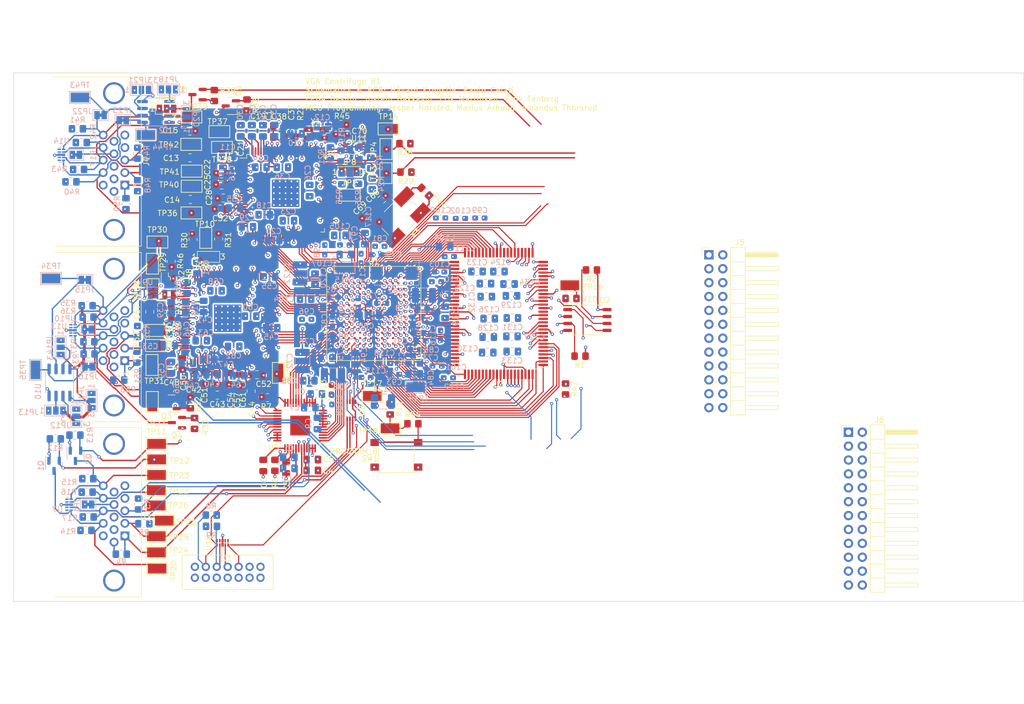
<source format=kicad_pcb>
(kicad_pcb (version 20211014) (generator pcbnew)
  (layers (0 "F.Cu" signal) (1 "In1.Cu" signal) (2 "In2.Cu" signal) (3 "In3.Cu" signal) (4 "In4.Cu" signal) (31 "B.Cu" signal) (34 "B.Paste" user) (35 "F.Paste" user) (36 "B.SilkS" user "B.Silkscreen") (37 "F.SilkS" user "F.Silkscreen") (38 "B.Mask" user) (39 "F.Mask" user) (44 "Edge.Cuts" user))
  (net 0 "")
  (net 1 "EP_GND")
  (net 2 "+3V3_FPGA")
  (net 3 "Net-(JP11-Pad2)")
  (net 4 "/fpga_part/e/COMP")
  (net 5 "/fpga_part/e/VREF")
  (net 6 "/fpga_part/e2/G")
  (net 7 "/fpga_part/e2/R")
  (net 8 "/fpga_part/e2/B")
  (net 11 "/fpga_part/e1/G")
  (net 12 "/fpga_part/e1/R")
  (net 13 "/fpga_part/e1/B")
  (net 14 "/fpga_part/pwr_jtag/TMS")
  (net 15 "/fpga_part/pwr_jtag/TCK")
  (net 16 "/fpga_part/pwr_jtag/TDO")
  (net 17 "/fpga_part/pwr_jtag/TDI")
  (net 18 "/fpga_part/e/R_OUT")
  (net 19 "/fpga_part/e/G_OUT")
  (net 20 "/fpga_part/e/B_OUT")
  (net 21 "/fpga_part/vga_interface/SDA_H")
  (net 22 "/fpga_part/vga_interface/HSYNC_H")
  (net 23 "/fpga_part/vga_interface/VSYNC_H")
  (net 24 "/fpga_part/vga_interface/SCL_H")
  (net 25 "/fpga_part/vga_interface1/SDA_H")
  (net 28 "/fpga_part/vga_interface1/HSYNC_H")
  (net 29 "/fpga_part/vga_interface1/VSYNC_H")
  (net 30 "/fpga_part/vga_interface1/SCL_H")
  (net 31 "/fpga_part/vga_interface2/SDA_H")
  (net 32 "/fpga_part/vga_interface2/HSYNC_H")
  (net 33 "/fpga_part/vga_interface2/VSYNC_H")
  (net 34 "/fpga_part/vga_interface2/SCL_H")
  (net 36 "Net-(JP12-Pad2)")
  (net 37 "Net-(JP13-Pad2)")
  (net 38 "Net-(JP18-Pad2)")
  (net 39 "Net-(JP19-Pad2)")
  (net 40 "Net-(JP20-Pad2)")
  (net 41 "+1V8_FPGA")
  (net 42 "/fpga_part/e3/SCL")
  (net 43 "/fpga_part/e3/SDA")
  (net 44 "/fpga_part/e4/SCL")
  (net 45 "/fpga_part/e4/SDA")
  (net 46 "/fpga_part/config_sram/IO2")
  (net 47 "/fpga_part/config_sram/IO3")
  (net 48 "/fpga_part/e/FSADJ")
  (net 49 "/fpga_part/e/SYNC_T")
  (net 50 "/fpga_part/e1/HSIN")
  (net 51 "/fpga_part/e2/HSIN")
  (net 52 "/fpga_part/e1/VSIN")
  (net 53 "/fpga_part/e2/VSIN")
  (net 54 "/fpga_part/e2/B5")
  (net 55 "/fpga_part/e2/G8")
  (net 56 "/fpga_part/e2/G7")
  (net 57 "/fpga_part/e2/R9")
  (net 58 "/fpga_part/e2/R6")
  (net 59 "/fpga_part/config_sram/SRAM_A1")
  (net 60 "/fpga_part/config_sram/SRAM_A20")
  (net 61 "/fpga_part/config_sram/SRAM_A7")
  (net 62 "/fpga_part/config_sram/SRAM_A8")
  (net 63 "/fpga_part/config_sram/SRAM_A10")
  (net 64 "/fpga_part/e2/B7")
  (net 65 "/fpga_part/e2/B6")
  (net 66 "/fpga_part/e2/G6")
  (net 67 "/fpga_part/e2/R8")
  (net 68 "/fpga_part/e2/R7")
  (net 69 "/fpga_part/e2/R5")
  (net 70 "/fpga_part/config_sram/SRAM_A0")
  (net 71 "/fpga_part/config_sram/SRAM_A19")
  (net 72 "/fpga_part/config_sram/SRAM_A6")
  (net 73 "/fpga_part/config_sram/SRAM_A9")
  (net 74 "/fpga_part/config_sram/SRAM_A11")
  (net 77 "/fpga_part/config_sram/SRAM_A12")
  (net 78 "/fpga_part/e2/B9")
  (net 79 "/fpga_part/e2/B8")
  (net 80 "/fpga_part/e2/G9")
  (net 81 "/fpga_part/config_sram/SRAM_A2")
  (net 82 "/fpga_part/config_sram/SRAM_A3")
  (net 83 "/fpga_part/config_sram/GCLK100")
  (net 84 "/fpga_part/config_sram/SRAM_D9")
  (net 85 "/fpga_part/config_sram/SRAM_D8")
  (net 86 "+1V9_FPGA")
  (net 87 "/fpga_part/e2/HSOUT")
  (net 88 "/fpga_part/e2/G4")
  (net 89 "/fpga_part/config_sram/SRAM_A4")
  (net 90 "/fpga_part/config_sram/SRAM_D10")
  (net 91 "/fpga_part/config_sram/SRAM_D11")
  (net 92 "/fpga_part/config_sram/SRAM_D7")
  (net 93 "/fpga_part/config_sram/SRAM_D6")
  (net 94 "/fpga_part/e2/FIDOUT")
  (net 95 "/fpga_part/e2/VSOUT")
  (net 96 "/fpga_part/e2/G5")
  (net 97 "/fpga_part/e2/DCLK_OUT")
  (net 98 "/fpga_part/config_sram/CCLK")
  (net 99 "/fpga_part/config_sram/SRAM_A5")
  (net 100 "/fpga_part/config_sram/SRAM_D12")
  (net 101 "/fpga_part/config_sram/SRAM_D5")
  (net 102 "/fpga_part/config_sram/SRAM_D4")
  (net 103 "/fpga_part/e1/G4")
  (net 104 "/fpga_part/e1/R9")
  (net 105 "/fpga_part/e1/DCLK_OUT")
  (net 106 "/fpga_part/config_sram/SRAM_D13")
  (net 107 "/fpga_part/config_sram/SRAM_D14")
  (net 108 "/fpga_part/config_sram/SRAM_D3")
  (net 109 "/fpga_part/e1/G6")
  (net 110 "/fpga_part/e1/G5")
  (net 111 "/fpga_part/e1/R8")
  (net 112 "/fpga_part/config_sram/SRAM_D15")
  (net 113 "/fpga_part/config_sram/SRAM_D1")
  (net 114 "/fpga_part/config_sram/SRAM_D2")
  (net 115 "/fpga_part/e1/G8")
  (net 116 "/fpga_part/e1/G7")
  (net 117 "/fpga_part/e1/R7")
  (net 118 "/fpga_part/e1/R5")
  (net 119 "/fpga_part/e1/R6")
  (net 120 "/fpga_part/config_sram/SRAM_D17")
  (net 121 "/fpga_part/config_sram/SRAM_D16")
  (net 122 "/fpga_part/config_sram/SRAM_D0")
  (net 123 "/fpga_part/e1/B5")
  (net 124 "/fpga_part/e1/G9")
  (net 125 "/fpga_part/e1/FIDOUT")
  (net 126 "/fpga_part/e1/VSOUT")
  (net 127 "/fpga_part/config_sram/IO0")
  (net 128 "/fpga_part/config_sram/IO1")
  (net 129 "Net-(C30-Pad1)")
  (net 130 "Net-(C13-Pad1)")
  (net 131 "Net-(C22-Pad1)")
  (net 132 "Net-(C25-Pad1)")
  (net 133 "Net-(C14-Pad1)")
  (net 134 "Net-(C28-Pad1)")
  (net 135 "Net-(C32-Pad1)")
  (net 136 "Net-(C15-Pad1)")
  (net 152 "Net-(JP8-Pad2)")
  (net 153 "Net-(U4-Pad80)")
  (net 154 "/fpga_part/config_sram/SRAM_D35")
  (net 155 "Net-(R22-Pad2)")
  (net 156 "Net-(C37-Pad2)")
  (net 157 "Net-(C37-Pad1)")
  (net 158 "Net-(C17-Pad1)")
  (net 159 "Net-(C24-Pad1)")
  (net 160 "Net-(C19-Pad1)")
  (net 161 "Net-(C27-Pad1)")
  (net 162 "Net-(C21-Pad1)")
  (net 163 "Net-(C59-Pad1)")
  (net 164 "Net-(C42-Pad1)")
  (net 165 "Net-(C51-Pad1)")
  (net 166 "Net-(C54-Pad1)")
  (net 167 "Net-(C43-Pad1)")
  (net 168 "Net-(C57-Pad1)")
  (net 169 "Net-(C61-Pad1)")
  (net 170 "Net-(C44-Pad1)")
  (net 186 "Net-(JP9-Pad2)")
  (net 187 "Net-(U8-Pad80)")
  (net 188 "/fpga_part/e1/B7")
  (net 189 "Net-(R27-Pad2)")
  (net 190 "Net-(C66-Pad2)")
  (net 191 "Net-(C66-Pad1)")
  (net 192 "Net-(C46-Pad1)")
  (net 193 "Net-(C53-Pad1)")
  (net 194 "Net-(C48-Pad1)")
  (net 195 "Net-(C56-Pad1)")
  (net 196 "Net-(C50-Pad1)")
  (net 197 "/fpga_part/e1/B6")
  (net 198 "/fpga_part/e1/HSOUT")
  (net 199 "/fpga_part/e1/B9")
  (net 200 "/fpga_part/e1/B8")
  (net 201 "/fpga_part/e/DAC_CLK")
  (net 202 "Net-(JP14-Pad2)")
  (net 203 "/fpga_part/fpga_core/HSYNC_OUT0")
  (net 204 "/fpga_part/config_sram/n_CONFIG_CS")
  (net 205 "/fpga_part/config_sram/SRAM_D19")
  (net 206 "/fpga_part/config_sram/SRAM_D18")
  (net 207 "/fpga_part/config_sram/SRAM_D34")
  (net 208 "Net-(JP21-Pad2)")
  (net 209 "/fpga_part/e/R9")
  (net 210 "/fpga_part/e/R8")
  (net 211 "/fpga_part/e/G8")
  (net 212 "Net-(C38-Pad2)")
  (net 213 "/fpga_part/e/G4")
  (net 214 "/fpga_part/config_sram/SRAM_D31")
  (net 215 "/fpga_part/config_sram/SRAM_D33")
  (net 216 "Net-(C67-Pad2)")
  (net 217 "/fpga_part/e/R7")
  (net 218 "/fpga_part/e/R6")
  (net 219 "/fpga_part/e/G9")
  (net 220 "/fpga_part/e/G6")
  (net 222 "Net-(J2-Pad9)")
  (net 225 "Net-(J3-Pad9)")
  (net 228 "Net-(J4-Pad9)")
  (net 230 "Net-(JP8-Pad1)")
  (net 231 "Net-(JP8-Pad3)")
  (net 232 "Net-(JP9-Pad1)")
  (net 233 "Net-(JP9-Pad3)")
  (net 234 "Net-(R44-Pad2)")
  (net 235 "Net-(R45-Pad2)")
  (net 236 "Net-(R46-Pad2)")
  (net 237 "/fpga_part/config_sram/SRAM_D20")
  (net 238 "/fpga_part/config_sram/SRAM_D30")
  (net 240 "+1V0")
  (net 241 "+3V3A_FPGA")
  (net 242 "/fpga_part/e/R5")
  (net 243 "/fpga_part/e/G7")
  (net 244 "/fpga_part/e/G5")
  (net 245 "/fpga_part/config_sram/SRAM_CE1")
  (net 246 "/fpga_part/config_sram/SRAM_D21")
  (net 248 "/fpga_part/config_sram/SRAM_A17")
  (net 258 "/fpga_part/config_sram/SRAM_D29")
  (net 260 "/fpga_part/config_sram/SRAM_D28")
  (net 262 "/fpga_part/e/B5")
  (net 264 "/fpga_part/e/B6")
  (net 265 "/fpga_part/e/B8")
  (net 266 "/fpga_part/config_sram/SRAM_D22")
  (net 268 "/fpga_part/config_sram/SRAM_D24")
  (net 270 "/fpga_part/config_sram/SRAM_D25")
  (net 272 "/fpga_part/config_sram/SRAM_CE2")
  (net 276 "/fpga_part/config_sram/SRAM_CLK")
  (net 279 "/fpga_part/config_sram/SRAM_CEN")
  (net 280 "/fpga_part/config_sram/SRAM_ADV_LD")
  (net 281 "/fpga_part/config_sram/SRAM_A18")
  (net 282 "/fpga_part/config_sram/SRAM_D27")
  (net 283 "/fpga_part/e/B7")
  (net 284 "+5V_FPGA")
  (net 285 "/fpga_part/e/B9")
  (net 286 "/fpga_part/fpga_core/VSYNC_OUT0")
  (net 287 "/fpga_part/config_sram/SRAM_D23")
  (net 288 "/fpga_part/config_sram/SRAM_D26")
  (net 289 "/fpga_part/config_sram/SRAM_A13")
  (net 290 "Net-(R54-Pad2)")
  (net 293 "/fpga_part/config_sram/SRAM_A14")
  (net 294 "/fpga_part/config_sram/SRAM_WE")
  (net 295 "/fpga_part/config_sram/SRAM_OE")
  (net 298 "/fpga_part/config_sram/SRAM_A15")
  (net 299 "/fpga_part/config_sram/SRAM_A16")
  (net 300 "/fpga_part/config_sram/SRAM_D32")
  (net 301 "/SCL_MCU_SL0")
  (net 302 "/SDA_MCU_SL0")
  (net 303 "/MCU_ADC0_RST")
  (net 304 "/SDA_MCU_MASTER")
  (net 305 "/SCL_MCU_MASTER")
  (net 306 "/MCU_ADC1_RST")
  (net 307 "/SCL_MCU_SL1")
  (net 308 "/SDA_MCU_SL1")
  (net 309 "/PROGRAM_B")
  (net 310 "/INIT_B")
  (net 311 "/CONFIG_DONE")
  (net 312 "/fpga_part/AUXIO17L")
  (net 313 "/fpga_part/AUXIO16")
  (net 314 "/fpga_part/AUXIO18")
  (net 315 "/fpga_part/AUXIO15")
  (net 316 "/fpga_part/AUXIO19")
  (net 317 "/fpga_part/AUXIO14")
  (net 318 "/fpga_part/AUXIO20")
  (net 319 "/fpga_part/AUXIO13")
  (net 320 "/fpga_part/AUXIO21")
  (net 321 "/fpga_part/AUXIO12")
  (net 322 "/fpga_part/AUXIO22")
  (net 323 "/fpga_part/AUXIO11")
  (net 324 "/fpga_part/AUXIO23")
  (net 325 "/fpga_part/AUXIO10")
  (net 326 "/fpga_part/AUXIO24")
  (net 327 "/fpga_part/AUXIO9")
  (net 328 "/fpga_part/AUXIO1")
  (net 329 "/fpga_part/AUXIO8")
  (net 330 "/fpga_part/AUXIO2")
  (net 331 "/fpga_part/AUXIO7")
  (net 332 "/fpga_part/AUXIO3")
  (net 333 "/fpga_part/AUXIO6")
  (net 334 "/fpga_part/AUXIO4")
  (net 335 "/fpga_part/AUXIO5")
  (footprint "Capacitor_SMD:C_0805_2012Metric_Pad1.18x1.45mm_HandSolder" (layer "F.Cu") (at 106.7308 55.499 90)
    (fp_text reference "C17")
    (fp_text value "10n")
  )
  (footprint "centrifuge footprints:TQFP-100-1EP_14x14mm_P0.5mm_EP5x5mm_ThermalVias_elprint" (layer "F.Cu") (at 110.871 66.9036)
    (fp_text reference "U4")
    (fp_text value "TVP7002")
  )
  (footprint "Package_TO_SOT_SMD:SOT-23" (layer "F.Cu") (at 91.0082 108.8644 180)
    (fp_text reference "Q4")
    (fp_text value "BSN20")
  )
  (footprint "Capacitor_SMD:C_0805_2012Metric_Pad1.18x1.45mm_HandSolder" (layer "F.Cu") (at 96.266 100.7618 -90)
    (fp_text reference "C51")
    (fp_text value "10n")
  )
  (footprint "TestPoint:TestPoint_Keystone_5015_Micro-Minature" (layer "F.Cu") (at 87.25 132.59)
    (fp_text reference "TP24")
    (fp_text value "TestPoint")
  )
  (footprint "TestPoint:TestPoint_Keystone_5015_Micro-Minature" (layer "F.Cu") (at 86.487 105.0798 90)
    (fp_text reference "TP27")
    (fp_text value "TestPoint")
  )
  (footprint "TestPoint:TestPoint_Keystone_5015_Micro-Minature" (layer "F.Cu") (at 87.37 135.56)
    (fp_text reference "TP20")
    (fp_text value "TestPoint")
  )
  (footprint "TestPoint:TestPoint_Keystone_5015_Micro-Minature" (layer "F.Cu") (at 87.4268 75.8444)
    (fp_text reference "TP30")
    (fp_text value "TestPoint")
  )
  (footprint "Package_SO:VSSOP-8_2.3x2mm_P0.5mm" (layer "F.Cu") (at 122.8852 106.6038 -90)
    (fp_text reference "U6")
    (fp_text value "LSF0102")
  )
  (footprint "TestPoint:TestPoint_Keystone_5015_Micro-Minature" (layer "F.Cu") (at 86.44 98.32 90)
    (fp_text reference "TP31")
    (fp_text value "TestPoint")
  )
  (footprint "Package_DFN_QFN:Diodes_UDFN-10_1.0x2.5mm_P0.5mm" (layer "F.Cu") (at 99.34 130.85 90)
    (fp_text reference "U15")
    (fp_text value "D5V0FS4U10LP")
  )
  (footprint "TestPoint:TestPoint_Keystone_5015_Micro-Minature" (layer "F.Cu") (at 129.2352 58.8264 90)
    (fp_text reference "TP4")
    (fp_text value "TestPoint")
  )
  (footprint "Resistor_SMD:R_0805_2012Metric_Pad1.20x1.40mm_HandSolder" (layer "F.Cu") (at 136.402093 66.628293 135)
    (fp_text reference "R44")
    (fp_text value "10k")
  )
  (footprint "Resistor_SMD:R_0805_2012Metric_Pad1.20x1.40mm_HandSolder" (layer "F.Cu") (at 132.8768 63.0428 180)
    (fp_text reference "R29")
    (fp_text value "2.2k")
  )
  (footprint "TestPoint:TestPoint_Keystone_5015_Micro-Minature" (layer "F.Cu") (at 86.64 84.44 90)
    (fp_text reference "TP28")
    (fp_text value "TestPoint")
  )
  (footprint "Capacitor_SMD:C_0805_2012Metric_Pad1.18x1.45mm_HandSolder" (layer "F.Cu") (at 115.7478 117.6274)
    (fp_text reference "C4")
    (fp_text value "0.1u")
  )
  (footprint "TestPoint:TestPoint_Keystone_5015_Micro-Minature" (layer "F.Cu") (at 129.9718 109.9058)
    (fp_text reference "TP18")
    (fp_text value "TestPoint")
  )
  (footprint "Capacitor_SMD:C_0805_2012Metric_Pad1.18x1.45mm_HandSolder" (layer "F.Cu") (at 91.9734 98.1456 -90)
    (fp_text reference "C50")
    (fp_text value "10n")
  )
  (footprint "Resistor_SMD:R_0805_2012Metric_Pad1.20x1.40mm_HandSolder" (layer "F.Cu") (at 103.8098 50.7746 90)
    (fp_text reference "R38")
    (fp_text value "vga_ddc_sda_pullup_l")
  )
  (footprint "Resistor_SMD:R_0805_2012Metric_Pad1.20x1.40mm_HandSolder" (layer "F.Cu") (at 88.9508 87.6046)
    (fp_text reference "R27")
    (fp_text value "1.5k")
  )
  (footprint "TestPoint:TestPoint_Keystone_5015_Micro-Minature" (layer "F.Cu") (at 93.7034 62.872)
    (fp_text reference "TP41")
    (fp_text value "TestPoint")
  )
  (footprint "TestPoint:TestPoint_Keystone_5015_Micro-Minature" (layer "F.Cu") (at 98.7552 55.6514)
    (fp_text reference "TP37")
    (fp_text value "TestPoint")
  )
  (footprint "Resistor_SMD:R_0805_2012Metric_Pad1.20x1.40mm_HandSolder" (layer "F.Cu") (at 166.82 80.95 180)
    (fp_text reference "R2")
    (fp_text value "4.7k")
  )
  (footprint "TestPoint:TestPoint_Keystone_5015_Micro-Minature" (layer "F.Cu") (at 86.5 79.8 90)
    (fp_text reference "TP29")
    (fp_text value "TestPoint")
  )
  (footprint "Capacitor_SMD:C_0805_2012Metric_Pad1.18x1.45mm_HandSolder" (layer "F.Cu") (at 99.4918 67.7926 180)
    (fp_text reference "C28")
    (fp_text value "10n")
  )
  (footprint "Capacitor_SMD:C_0805_2012Metric_Pad1.18x1.45mm_HandSolder" (layer "F.Cu") (at 98.9076 69.8246 180)
    (fp_text reference "C32")
    (fp_text value "10n")
  )
  (footprint "centrifuge footprints:L77HDE15SD1CH4FVGA" (layer "F.Cu") (at 80.899 97.536 -90)
    (fp_text reference "J3")
    (fp_text value "Conn_01x15")
  )
  (footprint "Resistor_SMD:R_0805_2012Metric_Pad1.20x1.40mm_HandSolder" (layer "F.Cu") (at 164.719 96.6978 180)
    (fp_text reference "R1")
    (fp_text value "4.7k")
  )
  (footprint "Resistor_SMD:R_0805_2012Metric_Pad1.20x1.40mm_HandSolder" (layer "F.Cu") (at 129.9972 106.3752 -90)
    (fp_text reference "R11")
    (fp_text value "4.7k")
  )
  (footprint "TestPoint:TestPoint_Keystone_5015_Micro-Minature" (layer "F.Cu") (at 87.2744 118.4402)
    (fp_text reference "TP23")
    (fp_text value "TestPoint")
  )
  (footprint "Package_TO_SOT_SMD:SOT-23" (layer "F.Cu") (at 94.7674 48.8696 180)
    (fp_text reference "Q6")
    (fp_text value "BSN20")
  )
  (footprint "centrifuge footprints:878311411" (layer "F.Cu") (at 100.28 136.23)
    (fp_text reference "J1")
    (fp_text value "Conn_02x07_Odd_Even")
  )
  (footprint "Resistor_SMD:R_0805_2012Metric_Pad1.20x1.40mm_HandSolder" (layer "F.Cu") (at 107.5658 104.2924)
    (fp_text reference "R7")
    (fp_text value "2.2k")
  )
  (footprint "Capacitor_SMD:C_0805_2012Metric_Pad1.18x1.45mm_HandSolder" (layer "F.Cu") (at 89.78 98.87 90)
    (fp_text reference "C48")
    (fp_text value "10n")
  )
  (footprint "Package_TO_SOT_SMD:SOT-23" (layer "F.Cu") (at 90.0176 105.3592 180)
    (fp_text reference "Q3")
    (fp_text value "BSN20")
  )
  (footprint "centrifuge footprints:TQFP-100-1EP_14x14mm_P0.5mm_EP5x5mm_ThermalVias_elprint" (layer "F.Cu") (at 100.3046 89.7636 90)
    (fp_text reference "U8")
    (fp_text value "TVP7002")
  )
  (footprint "Package_TO_SOT_SMD:SOT-23" (layer "F.Cu") (at 100.838 50.9524 180)
    (fp_text reference "Q5")
    (fp_text value "BSN20")
  )
  (footprint "TestPoint:TestPoint_Keystone_5015_Micro-Minature" (layer "F.Cu") (at 93.6846 65.6406)
    (fp_text reference "TP40")
    (fp_text value "TestPoint")
  )
  (footprint "Jumper:SolderJumper-3_P1.3mm_Open_Pad1.0x1.5mm_NumberLabels" (layer "F.Cu") (at 122.4534 63.0174)
    (fp_text reference "JP8")
    (fp_text value "Jumper_3_Open")
  )
  (footprint "Package_SO:VSSOP-8_2.3x2mm_P0.5mm" (layer "F.Cu") (at 123.7234 58.674)
    (fp_text reference "U11")
    (fp_text value "LSF0102")
  )
  (footprint "Resistor_SMD:R_0805_2012Metric_Pad1.20x1.40mm_HandSolder" (layer "F.Cu") (at 93.9546 75.3618 -90)
    (fp_text reference "R30")
    (fp_text value "2.2k")
  )
  (footprint "TestPoint:TestPoint_Keystone_5015_Micro-Minature" (layer "F.Cu") (at 99.2378 58.5216 180)
    (fp_text reference "TP38")
    (fp_text value "TestPoint")
  )
  (footprint "Resistor_SMD:R_0805_2012Metric_Pad1.20x1.40mm_HandSolder" (layer "F.Cu") (at 162.0774 102.7082 -90)
    (fp_text reference "R47")
    (fp_text value "4.7k")
  )
  (footprint "Capacitor_SMD:C_0805_2012Metric_Pad1.18x1.45mm_HandSolder" (layer "F.Cu") (at 102.489 101.092 -90)
    (fp_text reference "C61")
    (fp_text value "10n")
  )
  (footprint "centrifuge footprints:SW_Push_1P1T_NO_6x6mm_H9.5mm_modified" (layer "F.Cu") (at 131.13 114.75)
    (fp_text reference "SW1")
    (fp_text value "SW_MEC_5E")
  )
  (footprint "TestPoint:TestPoint_Keystone_5015_Micro-Minature" (layer "F.Cu") (at 93.6084 57.9698)
    (fp_text reference "TP42")
    (fp_text value "TestPoint")
  )
  (footprint "TestPoint:TestPoint_Keystone_5015_Micro-Minature" (layer "F.Cu") (at 129.6924 55.1434)
    (fp_text reference "TP14")
    (fp_text value "TestPoint")
  )
  (footprint "Oscillator:Oscillator_SMD_EuroQuartz_XO91-4Pin_7.0x5.0mm_HandSoldering" (layer "F.Cu") (at 131.7244 71.3232 -135)
    (fp_text reference "X3")
    (fp_text value "EC2620TTS-100.000MTR")
  )
  (footprint "TestPoint:TestPoint_Keystone_5015_Micro-Minature" (layer "F.Cu") (at 88.68 126.8)
    (fp_text reference "TP21")
    (fp_text value "TestPoint")
  )
  (footprint "Capacitor_SMD:C_0805_2012Metric_Pad1.18x1.45mm_HandSolder" (layer "F.Cu") (at 93.4052 60.4336 180)
    (fp_text reference "C13")
    (fp_text value "0.1u")
  )
  (footprint "Capacitor_SMD:C_0805_2012Metric_Pad1.18x1.45mm_HandSolder" (layer "F.Cu") (at 121.031 56.3626)
    (fp_text reference "C70")
    (fp_text value "0.1u")
  )
  (footprint "Resistor_SMD:R_0805_2012Metric_Pad1.20x1.40mm_HandSolder" (layer "F.Cu") (at 97.8408 49.0474 90)
    (fp_text reference "R39")
    (fp_text value "vga_ddc_scl_pullup_l")
  )
  (footprint "TestPoint:TestPoint_Keystone_5015_Micro-Minature" (layer "F.Cu") (at 87.21 124.02)
    (fp_text reference "TP26")
    (fp_text value "TestPoint")
  )
  (footprint "Resistor_SMD:R_0805_2012Metric_Pad1.20x1.40mm_HandSolder" (layer "F.Cu") (at 121.0056 54.3306 180)
    (fp_text reference "R45")
    (fp_text value "10k")
  )
  (footprint "Capacitor_SMD:C_0805_2012Metric_Pad1.18x1.45mm_HandSolder" (layer "F.Cu") (at 128.4732 68.0466 -135)
    (fp_text reference "C68")
    (fp_text value "10n")
  )
  (footprint "Capacitor_SMD:C_0805_2012Metric_Pad1.18x1.45mm_HandSolder" (layer "F.Cu") (at 98.3996 103.8352 180)
    (fp_text reference "C43")
    (fp_text value "0.1u")
  )
  (footprint "Capacitor_SMD:C_0805_2012Metric_Pad1.18x1.45mm_HandSolder" (layer "F.Cu") (at 125.650823 70.818177 45)
    (fp_text reference "C69")
    (fp_text value "0.1u tantalum")
  )
  (footprint "Oscillator:Oscillator_SMD_EuroQuartz_XO32-4Pin_3.2x2.5mm_HandSoldering" (layer "F.Cu") (at 116.4844 56.0324 180)
    (fp_text reference "X1")
    (fp_text value "ECS-2333-270-BN")
  )
  (footprint "TestPoint:TestPoint_Keystone_5015_Micro-Minature" (layer "F.Cu") (at 87.23 129.63)
    (fp_text reference "TP25")
    (fp_text value "TestPoint")
  )
  (footprint "Resistor_SMD:R_0805_2012Metric_Pad1.20x1.40mm_HandSolder" (layer "F.Cu") (at 93.4466 105.2322 90)
    (fp_text reference "R32")
    (fp_text value "vga_ddc_sda_pullup_l")
  )
  (footprint "TestPoint:TestPoint_Keystone_5015_Micro-Minature" (layer "F.Cu") (at 129.2098 63.246 90)
    (fp_text reference "TP3")
    (fp_text value "TestPoint")
  )
  (footprint "Jumper:SolderJumper-3_P1.3mm_Open_Pad1.0x1.5mm_NumberLabels" (layer "F.Cu") (at 89.1032 51.4604)
    (fp_text reference "JP19")
    (fp_text value "SolderJumper_3_Bridged12")
  )
  (footprint "TestPoint:TestPoint_Keystone_5015_Micro-Minature" (layer "F.Cu") (at 87.17 92)
    (fp_text reference "TP33")
    (fp_text value "TestPoint")
  )
  (footprint "Capacitor_SMD:C_0805_2012Metric_Pad1.18x1.45mm_HandSolder" (layer "F.Cu") (at 106.7816 116.7091 -90)
    (fp_text reference "C6")
    (fp_text value "0.1u")
  )
  (footprint "Capacitor_SMD:C_0805_2012Metric_Pad1.18x1.45mm_HandSolder" (layer "F.Cu") (at 102.6668 55.4908 90)
    (fp_text reference "C21")
    (fp_text value "10n")
  )
  (footprint "Connector_PinHeader_2.54mm:PinHeader_2x12_P2.54mm_Horizontal" (layer "F.Cu") (at 188.2902 78.1812)
    (fp_text reference "J5")
    (fp_text value "Conn_02x12_Odd_Even")
  )
  (footprint "Resistor_SMD:R_0805_2012Metric_Pad1.20x1.40mm_HandSolder" (layer "F.Cu") (at 134.15 109.07)
    (fp_text reference "R54")
    (fp_text value "330")
  )
  (footprint "Capacitor_SMD:C_0805_2012Metric_Pad1.18x1.45mm_HandSolder" (layer "F.Cu") (at 104.6988 55.4869 90)
    (fp_text reference "C19")
    (fp_text value "10n")
  )
  (footprint "TestPoint:TestPoint_Keystone_5015_Micro-Minature" (layer "F.Cu") (at 93.6498 52.959)
    (fp_text reference "TP39")
    (fp_text value "TestPoint")
  )
  (footprint "Capacitor_SMD:C_0805_2012Metric_Pad1.18x1.45mm_HandSolder" (layer "F.Cu") (at 88.9508 89.5858)
    (fp_text reference "C66")
    (fp_text value "4.7n")
  )
  (footprint "Package_BGA:Xilinx_FTG256" (layer "F.Cu") (at 127 88.9)
    (fp_text reference "U1")
    (fp_text value "XC7A100T-FTG256")
  )
  (footprint "Capacitor_SMD:C_0805_2012Metric_Pad1.18x1.45mm_HandSolder" (layer "F.Cu") (at 99.1616 63.373 180)
    (fp_text reference "C22")
    (fp_text value "10n")
  )
  (footprint "Capacitor_SMD:C_0805_2012Metric_Pad1.18x1.45mm_HandSolder" (layer "F.Cu") (at 86.0298 88.5952 90)
    (fp_text reference "C67")
    (fp_text value "0.1u")
  )
  (footprint "Resistor_SMD:R_0805_2012Metric_Pad1.20x1.40mm_HandSolder" (layer "F.Cu") (at 89.9414 79.375 90)
    (fp_text reference "R46")
    (fp_text value "10k")
  )
  (footprint "Resistor_SMD:R_0805_2012Metric_Pad1.20x1.40mm_HandSolder" (layer "F.Cu") (at 163.068 86.1568)
    (fp_text reference "R10")
    (fp_text value "330")
  )
  (footprint "Capacitor_SMD:C_0805_2012Metric_Pad1.18x1.45mm_HandSolder" (layer "F.Cu") (at 105.6132 100.1014 180)
    (fp_text reference "C52")
    (fp_text value "1u")
  )
  (footprint "TestPoint:TestPoint_Keystone_5015_Micro-Minature" (layer "F.Cu") (at 96.266 75.0824 90)
    (fp_text reference "TP10")
    (fp_text value "TestPoint")
  )
  (footprint "Resistor_SMD:R_0805_2012Metric_Pad1.20x1.40mm_HandSolder" (layer "F.Cu") (at 108.9152 116.6743 -90)
    (fp_text reference "R6")
    (fp_text value "3.8k")
  )
  (footprint "Capacitor_SMD:C_0805_2012Metric_Pad1.18x1.45mm_HandSolder" (layer "F.Cu") (at 109.6518 54.5846)
    (fp_text reference "C38")
    (fp_text value "0.1u")
  )
  (footprint "Capacitor_SMD:C_0805_2012Metric_Pad1.18x1.45mm_HandSolder" (layer "F.Cu") (at 115.7478 115.6208)
    (fp_text reference "C5")
    (fp_text value "0.1u")
  )
  (footprint "centrifuge footprints:L77HDE15SD1CH4FVGA" (layer "F.Cu") (at 80.91 65.43 -90)
    (fp_text reference "J4")
    (fp_text value "Conn_01x15")
  )
  (footprint "TestPoint:TestPoint_Keystone_5015_Micro-Minature" (layer "F.Cu") (at 87.2744 112.7506)
    (fp_text reference "TP11")
    (fp_text value "TestPoint")
  )
  (footprint "Resistor_SMD:R_0805_2012Metric_Pad1.20x1.40mm_HandSolder" (layer "F.Cu") (at 132.6896 57.8358 180)
    (fp_text reference "R28")
    (fp_text value "2.2k")
  )
  (footprint "Capacitor_SMD:C_0805_2012Metric_Pad1.18x1.45mm_HandSolder" (layer "F.Cu") (at 93.3544 55.5314 180)
    (fp_text reference "C15")
    (fp_text value "0.1u")
  )
  (footprint "Resistor_SMD:R_0805_2012Metric_Pad1.20x1.40mm_HandSolder" (layer "F.Cu") (at 98.6282 75.2856 90)
    (fp_text reference "R31")
    (fp_text value "2.2k")
  )
  (footprint "Capacitor_SMD:C_0805_2012Metric_Pad1.18x1.45mm_HandSolder" (layer "F.Cu") (at 110.9726 117.0979 -90)
    (fp_text reference "C3")
    (fp_text value "0.1u")
  )
  (footprint "Resistor_SMD:R_0805_2012Metric_Pad1.20x1.40mm_HandSolder" (layer "F.Cu") (at 94.2086 109.0168 90)
    (fp_text reference "R33")
    (fp_text value "vga_ddc_scl_pullup_l")
  )
  (footprint "TestPoint:TestPoint_Keystone_5015_Micro-Minature" (layer "F.Cu") (at 109.5502 99.7712 90)
    (fp_text reference "TP13")
    (fp_text value "TestPoint")
  )
  (footprint "Package_QFP:LQFP-48-1EP_7x7mm_P0.5mm_EP3.6x3.6mm" (layer "F.Cu") (at 113.5188 109.3978 180)
    (fp_text reference "U5")
    (fp_text value "THS8136")
  )
  (footprint "Package_SO:SOIC-8_5.23x5.23mm_P1.27mm" (layer "F.Cu") (at 166.0652 90.0938)
    (fp_text reference "U2")
    (fp_text value "S25FL127SABMFV10")
  )
  (footprint "Capacitor_SMD:C_0805_2012Metric_Pad1.18x1.45mm_HandSolder" (layer "F.Cu") (at 104.5718 103.0986 -90)
    (fp_text reference "C44")
    (fp_text value "0.1u")
  )
  (footprint "Package_QFP:PQFP-100_14x20mm_P0.65mm" (layer "F.Cu") (at 149.86 88.9 180)
    (fp_text reference "U3")
    (fp_text value "CY7C1370KV33")
  )
  (footprint "Capacitor_SMD:C_0805_2012Metric_Pad1.18x1.45mm_HandSolder" (layer "F.Cu") (at 100.457 100.8126 -90)
    (fp_text reference "C57")
    (fp_text value "10n")
  )
  (footprint "TestPoint:TestPoint_Keystone_5015_Micro-Minature" (layer "F.Cu") (at 162.8394 83.7438)
    (fp_text reference "TP16")
    (fp_text value "TestPoint")
  )
  (footprint "Capacitor_SMD:C_0805_2012Metric_Pad1.18x1.45mm_HandSolder" (layer "F.Cu") (at 93.456 68.0536 180)
    (fp_text reference "C14")
    (fp_text value "0.1u")
  )
  (footprint "Connector_PinHeader_2.54mm:PinHeader_2x12_P2.54mm_Horizontal" (layer "F.Cu") (at 213.81 110.625)
    (fp_text reference "J6")
    (fp_text value "Conn_02x12_Odd_Even")
  )
  (footprint "Capacitor_SMD:C_0805_2012Metric_Pad1.18x1.45mm_HandSolder" (layer "F.Cu") (at 99.1616 65.405 180)
    (fp_text reference "C25")
    (fp_text value "10n")
  )
  (footprint "Capacitor_SMD:C_0603_1608Metric_Pad1.08x0.95mm_HandSolder" (layer "F.Cu") (at 119.2276 102.8446 90)
    (fp_text reference "C113")
    (fp_text value "470n")
  )
  (footprint "TestPoint:TestPoint_Keystone_5015_Micro-Minature" (layer "F.Cu") (at 122.6058 67.2592)
    (fp_text reference "TP2")
    (fp_text value "TestPoint")
  )
  (footprint "Jumper:SolderJumper-3_P1.3mm_Open_Pad1.0x1.5mm_NumberLabels" (layer "F.Cu") (at 96.774 78.5368)
    (fp_text reference "JP9")
    (fp_text value "Jumper_3_Open")
  )
  (footprint "TestPoint:TestPoint_Keystone_5015_Micro-Minature" (layer "F.Cu") (at 93.6498 70.5104)
    (fp_text reference "TP36")
    (fp_text value "TestPoint")
  )
  (footprint "TestPoint:TestPoint_Keystone_5015_Micro-Minature" (layer "F.Cu") (at 87.2236 121.2088)
    (fp_text reference "TP22")
    (fp_text value "TestPoint")
  )
  (footprint "Capacitor_SMD:C_0805_2012Metric_Pad1.18x1.45mm_HandSolder" (layer "F.Cu") (at 94.1324 100.4824 -90)
    (fp_text reference "C42")
    (fp_text value "0.1u")
  )
  (footprint "Capacitor_SMD:C_0805_2012Metric_Pad1.18x1.45mm_HandSolder" (layer "F.Cu") (at 98.3488 100.8888 -90)
    (fp_text reference "C54")
    (fp_text value "10n")
  )
  (footprint "TestPoint:TestPoint_Keystone_5015_Micro-Minature" (layer "F.Cu") (at 87.15 94.77)
    (fp_text reference "TP32")
    (fp_text value "TestPoint")
  )
  (footprint "TestPoint:TestPoint_Keystone_5015_Micro-Minature" (layer "F.Cu") (at 126.7206 103.9876)
    (fp_text reference "TP17")
    (fp_text value "TestPoint")
  )
  (footprint "centrifuge footprints:L77HDE15SD1CH4FVGA" (layer "F.Cu") (at 80.92 129.57 -90)
    (fp_text reference "J2")
    (fp_text value "Conn_01x15")
  )
  (footprint "Resistor_SMD:R_0805_2012Metric_Pad1.20x1.40mm_HandSolder" (layer "F.Cu") (at 112.5474 55.5498 -90)
    (fp_text reference "R22")
    (fp_text value "1.5k")
  )
  (footprint "TestPoint:TestPoint_Keystone_5015_Micro-Minature" (layer "F.Cu") (at 87.2998 115.5954)
    (fp_text reference "TP12")
    (fp_text value "TestPoint")
  )
  (footprint "Oscillator:Oscillator_SMD_EuroQuartz_XO32-4Pin_3.2x2.5mm_HandSoldering" (layer "F.Cu") (at 89.5604 83.9724 -90)
    (fp_text reference "X2")
    (fp_text value "ECS-2333-270-BN")
  )
  (footprint "Capacitor_SMD:C_0805_2012Metric_Pad1.18x1.45mm_HandSolder" (layer "F.Cu") (at 109.6518 56.6166)
    (fp_text reference "C37")
    (fp_text value "4.7n")
  )
  (footprint "Capacitor_SMD:C_0805_2012Metric_Pad1.18x1.45mm_HandSolder" (layer "B.Cu") (at 120.7985 74.6252 180)
    (fp_text reference "C105")
    (fp_text value "4.7u")
  )
  (footprint "Capacitor_SMD:C_0805_2012Metric_Pad1.18x1.45mm_HandSolder" (layer "B.Cu") (at 147.9296 93.218 180)
    (fp_text reference "C128")
    (fp_text value "0.1u")
  )
  (footprint "Capacitor_SMD:C_0805_2012Metric_Pad1.18x1.45mm_HandSolder" (layer "B.Cu") (at 152.273 93.091)
    (fp_text reference "C127")
    (fp_text value "0.1u")
  )
  (footprint "Resistor_SMD:R_0805_2012Metric_Pad1.20x1.40mm_HandSolder" (layer "B.Cu") (at 71.61 64.82 180)
    (fp_text reference "R40")
    (fp_text value "vga_ddc_sda_pullup_h")
  )
  (footprint "Jumper:SolderJumper-3_P1.3mm_Open_Pad1.0x1.5mm_NumberLabels" (layer "B.Cu") (at 69.723 95.0976 -90)
    (fp_text reference "JP14")
    (fp_text value "SolderJumper_3_Bridged12")
  )
  (footprint "Capacitor_SMD:C_0805_2012Metric_Pad1.18x1.45mm_HandSolder" (layer "B.Cu") (at 111.4552 115.2144 180)
    (fp_text reference "C1")
    (fp_text value "10u")
  )
  (footprint "Capacitor_SMD:C_0805_2012Metric_Pad1.18x1.45mm_HandSolder" (layer "B.Cu") (at 95.885 87.63 90)
    (fp_text reference "C41")
    (fp_text value "1u")
  )
  (footprint "Capacitor_SMD:C_0805_2012Metric_Pad1.18x1.45mm_HandSolder" (layer "B.Cu") (at 89.5604 91.6432 90)
    (fp_text reference "C65")
    (fp_text value "0.1u")
  )
  (footprint "Resistor_SMD:R_0805_2012Metric_Pad1.20x1.40mm_HandSolder" (layer "B.Cu") (at 83.83 92.2 90)
    (fp_text reference "R52")
    (fp_text value "75")
  )
  (footprint "Capacitor_SMD:C_0603_1608Metric_Pad1.08x0.95mm_HandSolder" (layer "B.Cu") (at 140.8176 78.486 180)
    (fp_text reference "C111")
    (fp_text value "470n")
  )
  (footprint "Resistor_SMD:R_0805_2012Metric_Pad1.20x1.40mm_HandSolder" (layer "B.Cu") (at 83.66 96.89 -90)
    (fp_text reference "R51")
    (fp_text value "75")
  )
  (footprint "Capacitor_SMD:C_0805_2012Metric_Pad1.18x1.45mm_HandSolder" (layer "B.Cu") (at 92.9 97.98)
    (fp_text reference "C56")
    (fp_text value "1n")
  )
  (footprint "Capacitor_SMD:C_0805_2012Metric_Pad1.18x1.45mm_HandSolder" (layer "B.Cu") (at 112.7799 56.0578)
    (fp_text reference "C10")
    (fp_text value "1u")
  )
  (footprint "Jumper:SolderJumper-2_P1.3mm_Bridged_Pad1.0x1.5mm" (layer "B.Cu") (at 74.168 82.7532)
    (fp_text reference "JP15")
    (fp_text value "Jumper_2_Bridged")
  )
  (footprint "Resistor_SMD:R_0805_2012Metric_Pad1.20x1.40mm_HandSolder" (layer "B.Cu") (at 83.82 65.53 -90)
    (fp_text reference "R48")
    (fp_text value "75")
  )
  (footprint "Capacitor_SMD:C_0805_2012Metric_Pad1.18x1.45mm_HandSolder" (layer "B.Cu") (at 149.8854 81.2292)
    (fp_text reference "C124")
    (fp_text value "0.1u")
  )
  (footprint "Capacitor_SMD:C_0603_1608Metric_Pad1.08x0.95mm_HandSolder" (layer "B.Cu") (at 140.6409 100.6602 180)
    (fp_text reference "C112")
    (fp_text value "470n")
  )
  (footprint "Capacitor_SMD:C_0805_2012Metric_Pad1.18x1.45mm_HandSolder" (layer "B.Cu") (at 99.4156 63.246 90)
    (fp_text reference "C16")
    (fp_text value "1u")
  )
  (footprint "Capacitor_SMD:C_0805_2012Metric_Pad1.18x1.45mm_HandSolder" (layer "B.Cu") (at 95.4532 93.853)
    (fp_text reference "C63")
    (fp_text value "1u")
  )
  (footprint "Package_SO:VSSOP-8_2.3x2mm_P0.5mm" (layer "B.Cu") (at 85.6488 85.1916 180)
    (fp_text reference "U9")
    (fp_text value "LSF0102")
  )
  (footprint "Capacitor_SMD:C_0805_2012Metric_Pad1.18x1.45mm_HandSolder" (layer "B.Cu") (at 126.9238 89.2048 180)
    (fp_text reference "C86")
    (fp_text value "4.7u")
  )
  (footprint "Capacitor_SMD:C_0805_2012Metric_Pad1.18x1.45mm_HandSolder" (layer "B.Cu") (at 102.2858 100.2792)
    (fp_text reference "C64")
    (fp_text value "1u")
  )
  (footprint "Jumper:SolderJumper-2_P1.3mm_Bridged_Pad1.0x1.5mm" (layer "B.Cu") (at 81.0768 53.5432 180)
    (fp_text reference "JP23")
    (fp_text value "Jumper_2_Bridged")
  )
  (footprint "TestPoint:TestPoint_Keystone_5015_Micro-Minature" (layer "B.Cu") (at 65.1256 99.2124 -90)
    (fp_text reference "TP35")
    (fp_text value "TestPoint")
  )
  (footprint "Resistor_SMD:R_0805_2012Metric_Pad1.20x1.40mm_HandSolder" (layer "B.Cu") (at 121.0056 60.0964 90)
    (fp_text reference "R19")
    (fp_text value "1k")
  )
  (footprint "Resistor_SMD:R_0805_2012Metric_Pad1.20x1.40mm_HandSolder" (layer "B.Cu") (at 84.96 127.35)
    (fp_text reference "R5")
    (fp_text value "75")
  )
  (footprint "Capacitor_SMD:C_0805_2012Metric_Pad1.18x1.45mm_HandSolder" (layer "B.Cu") (at 147.4216 83.439 180)
    (fp_text reference "C125")
    (fp_text value "0.1u")
  )
  (footprint "Capacitor_SMD:C_0805_2012Metric_Pad1.18x1.45mm_HandSolder" (layer "B.Cu") (at 89.9414 87.8586 90)
    (fp_text reference "C39")
    (fp_text value "1u")
  )
  (footprint "Jumper:SolderJumper-2_P1.3mm_Bridged_Pad1.0x1.5mm" (layer "B.Cu") (at 77.0382 52.6288 180)
    (fp_text reference "JP22")
    (fp_text value "Jumper_2_Bridged")
  )
  (footprint "Resistor_SMD:R_0805_2012Metric_Pad1.20x1.40mm_HandSolder" (layer "B.Cu") (at 74.77 126.12)
    (fp_text reference "R17")
    (fp_text value "1k")
  )
  (footprint "Capacitor_SMD:C_0805_2012Metric_Pad1.18x1.45mm_HandSolder" (layer "B.Cu") (at 89.98 98.77 90)
    (fp_text reference "C59")
    (fp_text value "1n")
  )
  (footprint "Capacitor_SMD:C_0805_2012Metric_Pad1.18x1.45mm_HandSolder" (layer "B.Cu") (at 96.7486 97.282 180)
    (fp_text reference "C47")
    (fp_text value "1u")
  )
  (footprint "Capacitor_SMD:C_0805_2012Metric_Pad1.18x1.45mm_HandSolder" (layer "B.Cu") (at 106.7308 55.499 90)
    (fp_text reference "C24")
    (fp_text value "1n")
  )
  (footprint "Capacitor_SMD:C_0805_2012Metric_Pad1.18x1.45mm_HandSolder" (layer "B.Cu") (at 124.2568 59.6138 -90)
    (fp_text reference "C31")
    (fp_text value "0.1u")
  )
  (footprint "Capacitor_SMD:C_0805_2012Metric_Pad1.18x1.45mm_HandSolder" (layer "B.Cu") (at 106.9594 70.8406 180)
    (fp_text reference "C18")
    (fp_text value "1u")
  )
  (footprint "Capacitor_SMD:C_0603_1608Metric_Pad1.08x0.95mm_HandSolder" (layer "B.Cu") (at 134.5692 95.4786)
    (fp_text reference "C95")
    (fp_text value "470n")
  )
  (footprint "Capacitor_SMD:C_0805_2012Metric_Pad1.18x1.45mm_HandSolder" (layer "B.Cu") (at 102.6668 55.4908 90)
    (fp_text reference "C30")
    (fp_text value "1n")
  )
  (footprint "Capacitor_SMD:C_0805_2012Metric_Pad1.18x1.45mm_HandSolder" (layer "B.Cu") (at 110.2868 62.1538)
    (fp_text reference "C36")
    (fp_text value "0.1u")
  )
  (footprint "Capacitor_SMD:C_0805_2012Metric_Pad1.18x1.45mm_HandSolder" (layer "B.Cu") (at 101.4984 69.6214 180)
    (fp_text reference "C35")
    (fp_text value "1u")
  )
  (footprint "Capacitor_SMD:C_0805_2012Metric_Pad1.18x1.45mm_HandSolder" (layer "B.Cu") (at 116.2558 82.6262 -90)
    (fp_text reference "C120")
    (fp_text value "4.7u")
  )
  (footprint "Capacitor_SMD:C_0805_2012Metric_Pad1.18x1.45mm_HandSolder" (layer "B.Cu") (at 152.1929 85.6742)
    (fp_text reference "C129")
    (fp_text value "0.1u")
  )
  (footprint "Capacitor_SMD:C_0603_1608Metric_Pad1.08x0.95mm_HandSolder" (layer "B.Cu") (at 135.89 88.011)
    (fp_text reference "C78")
    (fp_text value "470n")
  )
  (footprint "TestPoint:TestPoint_Keystone_5015_Micro-Minature" (layer "B.Cu") (at 121.666 80.518)
    (fp_text reference "TP15")
    (fp_text value "TestPoint")
  )
  (footprint "Capacitor_SMD:C_0603_1608Metric_Pad1.08x0.95mm_HandSolder" (layer "B.Cu") (at 124.1552 86.995 90)
    (fp_text reference "C83")
    (fp_text value "470n")
  )
  (footprint "Capacitor_SMD:C_0805_2012Metric_Pad1.18x1.45mm_HandSolder" (layer "B.Cu") (at 108.3056 91.5162)
    (fp_text reference "C45")
    (fp_text value "1u")
  )
  (footprint "Capacitor_SMD:C_0805_2012Metric_Pad1.18x1.45mm_HandSolder" (layer "B.Cu") (at 151.7396 83.5152)
    (fp_text reference "C134")
    (fp_text value "0.1u")
  )
  (footprint "Resistor_SMD:R_0805_2012Metric_Pad1.20x1.40mm_HandSolder" (layer "B.Cu") (at 119.0498 59.5376 90)
    (fp_text reference "R21")
    (fp_text value "1k")
  )
  (footprint "TestPoint:TestPoint_Keystone_5015_Micro-Minature" (layer "B.Cu") (at 73.2536 49.403 180)
    (fp_text reference "TP43")
    (fp_text value "TestPoint")
  )
  (footprint "Jumper:SolderJumper-3_P1.3mm_Open_Pad1.0x1.5mm_NumberLabels" (layer "B.Cu") (at 89.4588 47.9298 180)
    (fp_text reference "JP18")
    (fp_text value "SolderJumper_3_Bridged12")
  )
  (footprint "Capacitor_SMD:C_0805_2012Metric_Pad1.18x1.45mm_HandSolder" (layer "B.Cu") (at 106.3498 62.1538 180)
    (fp_text reference "C34")
    (fp_text value "1u")
  )
  (footprint "Capacitor_SMD:C_0805_2012Metric_Pad1.18x1.45mm_HandSolder" (layer "B.Cu") (at 115.2652 66.421 -90)
    (fp_text reference "C26")
    (fp_text value "1u")
  )
  (footprint "Capacitor_SMD:C_0603_1608Metric_Pad1.08x0.95mm_HandSolder" (layer "B.Cu") (at 138.4808 83.0834 180)
    (fp_text reference "C110")
    (fp_text value "470n")
  )
  (footprint "Resistor_SMD:R_0805_2012Metric_Pad1.20x1.40mm_HandSolder" (layer "B.Cu") (at 80.82 132.92 180)
    (fp_text reference "R4")
    (fp_text value "75")
  )
  (footprint "Capacitor_SMD:C_0603_1608Metric_Pad1.08x0.95mm_HandSolder" (layer "B.Cu") (at 121.6914 76.3524 180)
    (fp_text reference "C97")
    (fp_text value "470n")
  )
  (footprint "Capacitor_SMD:C_0603_1608Metric_Pad1.08x0.95mm_HandSolder" (layer "B.Cu") (at 130.7592 100.0252)
    (fp_text reference "C93")
    (fp_text value "470n")
  )
  (footprint "Resistor_SMD:R_0805_2012Metric_Pad1.20x1.40mm_HandSolder" (layer "B.Cu") (at 74.58 121.57)
    (fp_text reference "R16")
    (fp_text value "1k")
  )
  (footprint "Capacitor_SMD:C_0603_1608Metric_Pad1.08x0.95mm_HandSolder" (layer "B.Cu") (at 118.0338 77.2657 -90)
    (fp_text reference "C98")
    (fp_text value "470n")
  )
  (footprint "Capacitor_SMD:C_0805_2012Metric_Pad1.18x1.45mm_HandSolder" (layer "B.Cu") (at 104.4702 89.408 180)
    (fp_text reference "C60")
    (fp_text value "0.1u")
  )
  (footprint "Resistor_SMD:R_0805_2012Metric_Pad1.20x1.40mm_HandSolder" (layer "B.Cu") (at 72.3392 111.1504)
    (fp_text reference "R13")
    (fp_text value "vga_ddc_scl_pullup_l")
  )
  (footprint "Jumper:SolderJumper-2_P1.3mm_Bridged_Pad1.0x1.5mm" (layer "B.Cu") (at 72.51 59.89)
    (fp_text reference "JP17")
    (fp_text value "Jumper_2_Bridged")
  )
  (footprint "Capacitor_Tantalum_SMD:CP_EIA-7343-31_Kemet-D_Pad2.25x2.55mm_HandSolder" (layer "B.Cu") (at 130.7084 81.4832 180)
    (fp_text reference "C82")
    (fp_text value "330u tantalum 5-40 mOhm")
  )
  (footprint "Resistor_SMD:R_0805_2012Metric_Pad1.20x1.40mm_HandSolder" (layer "B.Cu") (at 124.206 64.1858 -90)
    (fp_text reference "R26")
    (fp_text value "2.2k")
  )
  (footprint "Capacitor_SMD:C_0603_1608Metric_Pad1.08x0.95mm_HandSolder" (layer "B.Cu") (at 128.4478 87.0204 180)
    (fp_text reference "C77")
    (fp_text value "470n")
  )
  (footprint "Resistor_SMD:R_0805_2012Metric_Pad1.20x1.40mm_HandSolder" (layer "B.Cu") (at 73.51 57.64)
    (fp_text reference "R42")
    (fp_text value "1k")
  )
  (footprint "TestPoint:TestPoint_Keystone_5015_Micro-Minature" (layer "B.Cu") (at 67.9704 82.4992 180)
    (fp_text reference "TP34")
    (fp_text value "TestPoint")
  )
  (footprint "Capacitor_SMD:C_0603_1608Metric_Pad1.08x0.95mm_HandSolder" (layer "B.Cu") (at 139.192 92.8624 -90)
    (fp_text reference "C116")
    (fp_text value "470n")
  )
  (footprint "Capacitor_SMD:C_0805_2012Metric_Pad1.18x1.45mm_HandSolder" (layer "B.Cu") (at 115.1128 101.1936 180)
    (fp_text reference "C88")
    (fp_text value "4.7u")
  )
  (footprint "Capacitor_SMD:C_1210_3225Metric_Pad1.33x2.70mm_HandSolder" (layer "B.Cu") (at 136.1694 85.598)
    (fp_text reference "C74")
    (fp_text value "100u tantalum 1-40 mOhm or X5R/X7R")
  )
  (footprint "Capacitor_SMD:C_0805_2012Metric_Pad1.18x1.45mm_HandSolder" (layer "B.Cu") (at 147.574 85.8266 180)
    (fp_text reference "C132")
    (fp_text value "0.1u")
  )
  (footprint "Capacitor_SMD:C_1210_3225Metric_Pad1.33x2.70mm_HandSolder" (layer "B.Cu") (at 113.4872 81.5848 90)
    (fp_text reference "C122")
    (fp_text value "47u X5R/X7R")
  )
  (footprint "Package_SO:SOIC-8_3.9x4.9mm_P1.27mm" (layer "B.Cu") (at 69.5198 101.5238 90)
    (fp_text reference "U10")
    (fp_text value "M24C02-WMN")
  )
  (footprint "Capacitor_SMD:C_0805_2012Metric_Pad1.18x1.45mm_HandSolder" (layer "B.Cu") (at 94.68 80.52 90)
    (fp_text reference "C71")
    (fp_text value "0.1u")
  )
  (footprint "Capacitor_SMD:C_0603_1608Metric_Pad1.08x0.95mm_HandSolder" (layer "B.Cu") (at 119.4562 90.3732 -90)
    (fp_text reference "C87")
    (fp_text value "470n")
  )
  (footprint "Capacitor_SMD:C_0603_1608Metric_Pad1.08x0.95mm_HandSolder" (layer "B.Cu") (at 125.5776 100.584 180)
    (fp_text reference "C115")
    (fp_text value "470n")
  )
  (footprint "Capacitor_SMD:C_0603_1608Metric_Pad1.08x0.95mm_HandSolder" (layer "B.Cu") (at 139.0396 81.3054 180)
    (fp_text reference "C103")
    (fp_text value "470n")
  )
  (footprint "Capacitor_SMD:C_0805_2012Metric_Pad1.18x1.45mm_HandSolder" (layer "B.Cu") (at 152.3238 95.8596)
    (fp_text reference "C133")
    (fp_text value "0.1u")
  )
  (footprint "Package_TO_SOT_SMD:SOT-23" (layer "B.Cu") (at 72.4408 114.935 -90)
    (fp_text reference "Q2")
    (fp_text value "BSN20")
  )
  (footprint "Capacitor_SMD:C_0805_2012Metric_Pad1.18x1.45mm_HandSolder" (layer "B.Cu") (at 134.3953 97.917 180)
    (fp_text reference "C73")
    (fp_text value "4.7u")
  )
  (footprint "Jumper:SolderJumper-3_P1.3mm_Open_Pad1.0x1.5mm_NumberLabels" (layer "B.Cu") (at 68.8594 106.6546)
    (fp_text reference "JP13")
    (fp_text value "SolderJumper_3_Bridged12")
  )
  (footprint "Package_DFN_QFN:Diodes_UDFN-10_1.0x2.5mm_P0.5mm" (layer "B.Cu") (at 71.99 91.97 180)
    (fp_text reference "U13")
    (fp_text value "PESD4USB5B-TTS")
  )
  (footprint "Resistor_SMD:R_0805_2012Metric_Pad1.20x1.40mm_HandSolder" (layer "B.Cu") (at 83.84 59.59 90)
    (fp_text reference "R49")
    (fp_text value "75")
  )
  (footprint "Capacitor_SMD:C_0603_1608Metric_Pad1.08x0.95mm_HandSolder" (layer "B.Cu") (at 139.2185 71.4248 180)
    (fp_text reference "C100")
    (fp_text value "470n")
  )
  (footprint "Resistor_SMD:R_0805_2012Metric_Pad1.20x1.40mm_HandSolder" (layer "B.Cu") (at 80.36 101.08 180)
    (fp_text reference "R53")
    (fp_text value "75")
  )
  (footprint "Resistor_SMD:R_0805_2012Metric_Pad1.20x1.40mm_HandSolder" (layer "B.Cu") (at 74.36 128.57 180)
    (fp_text reference "R14")
    (fp_text value "vga_ddc_sda_pullup_h")
  )
  (footprint "Package_DFN_QFN:Diodes_UDFN-10_1.0x2.5mm_P0.5mm" (layer "B.Cu") (at 69.87 59.88 180)
    (fp_text reference "U14")
    (fp_text value "PESD4USB5B-TTS")
  )
  (footprint "Resistor_SMD:R_0805_2012Metric_Pad1.20x1.40mm_HandSolder" (layer "B.Cu") (at 126.4412 61.3664 90)
    (fp_text reference "R23")
    (fp_text value "2.2k")
  )
  (footprint "Resistor_SMD:R_0805_2012Metric_Pad1.20x1.40mm_HandSolder" (layer "B.Cu") (at 72.8 55.13 180)
    (fp_text reference "R41")
    (fp_text value "vga_ddc_scl_pullup_h")
  )
  (footprint "Resistor_SMD:R_0805_2012Metric_Pad1.20x1.40mm_HandSolder" (layer "B.Cu") (at 97.28 125.77 180)
    (fp_text reference "R8")
    (fp_text value "10k")
  )
  (footprint "Jumper:SolderJumper-3_P1.3mm_Open_Pad1.0x1.5mm_NumberLabels" (layer "B.Cu") (at 92.7862 52.959 90)
    (fp_text reference "JP20")
    (fp_text value "SolderJumper_3_Bridged12")
  )
  (footprint "Capacitor_SMD:C_0805_2012Metric_Pad1.18x1.45mm_HandSolder" (layer "B.Cu") (at 89.6 94.73 180)
    (fp_text reference "C53")
    (fp_text value "1n")
  )
  (footprint "Resistor_SMD:R_0805_2012Metric_Pad1.20x1.40mm_HandSolder" (layer "B.Cu") (at 74.75 89.57)
    (fp_text reference "R36")
    (fp_text value "1k")
  )
  (footprint "Capacitor_SMD:C_0805_2012Metric_Pad1.18x1.45mm_HandSolder" (layer "B.Cu") (at 139.954 76.6826 180)
    (fp_text reference "C106")
    (fp_text value "4.7u")
  )
  (footprint "Capacitor_SMD:C_0603_1608Metric_Pad1.08x0.95mm_HandSolder" (layer "B.Cu") (at 114.7329 89.9668 180)
    (fp_text reference "C96")
    (fp_text value "470n")
  )
  (footprint "Capacitor_SMD:C_0603_1608Metric_Pad1.08x0.95mm_HandSolder" (layer "B.Cu") (at 135.6106 93.8784)
    (fp_text reference "C85")
    (fp_text value "470n")
  )
  (footprint "Capacitor_SMD:C_0603_1608Metric_Pad1.08x0.95mm_HandSolder" (layer "B.Cu") (at 119.6086 85.9282 180)
    (fp_text reference "C89")
    (fp_text value "470n")
  )
  (footprint "Capacitor_SMD:C_0805_2012Metric_Pad1.18x1.45mm_HandSolder" (layer "B.Cu") (at 100.2792 60.1472 180)
    (fp_text reference "C11")
    (fp_text value "1u")
  )
  (footprint "Capacitor_SMD:C_0805_2012Metric_Pad1.18x1.45mm_HandSolder" (layer "B.Cu") (at 104.6988 55.4908 90)
    (fp_text reference "C27")
    (fp_text value "1n")
  )
  (footprint "Capacitor_SMD:C_1210_3225Metric_Pad1.33x2.70mm_HandSolder" (layer "B.Cu") (at 113.9444 97.5868 -90)
    (fp_text reference "C72")
    (fp_text value "47u X5R/X7R")
  )
  (footprint "Package_TO_SOT_SMD:SOT-23" (layer "B.Cu") (at 68.5292 116.7638 -90)
    (fp_text reference "Q1")
    (fp_text value "BSN20")
  )
  (footprint "Resistor_SMD:R_0805_2012Metric_Pad1.20x1.40mm_HandSolder" (layer "B.Cu") (at 74.89 94.08)
    (fp_text reference "R37")
    (fp_text value "1k")
  )
  (footprint "Capacitor_SMD:C_0603_1608Metric_Pad1.08x0.95mm_HandSolder" (layer "B.Cu") (at 119.3292 104.6734 -90)
    (fp_text reference "C109")
    (fp_text value "470n")
  )
  (footprint "Capacitor_SMD:C_0805_2012Metric_Pad1.18x1.45mm_HandSolder" (layer "B.Cu") (at 103.886 73.0504 180)
    (fp_text reference "C29")
    (fp_text value "1u")
  )
  (footprint "Resistor_SMD:R_0805_2012Metric_Pad1.20x1.40mm_HandSolder" (layer "B.Cu") (at 83.97 123.75 90)
    (fp_text reference "R3")
    (fp_text value "75")
  )
  (footprint "Resistor_SMD:R_0805_2012Metric_Pad1.20x1.40mm_HandSolder" (layer "B.Cu") (at 73.01 62.56)
    (fp_text reference "R43")
    (fp_text value "1k")
  )
  (footprint "Capacitor_SMD:C_0805_2012Metric_Pad1.18x1.45mm_HandSolder" (layer "B.Cu") (at 116.4844 103.632 180)
    (fp_text reference "C8")
    (fp_text value "10u")
  )
  (footprint "Package_DFN_QFN:Diodes_UDFN-10_1.0x2.5mm_P0.5mm" (layer "B.Cu") (at 71.27 123.87 180)
    (fp_text reference "U7")
    (fp_text value "PESD4USB5B-TTS")
  )
  (footprint "Resistor_SMD:R_0805_2012Metric_Pad1.20x1.40mm_HandSolder" (layer "B.Cu") (at 81.68 68.82 -90)
    (fp_text reference "R50")
    (fp_text value "75")
  )
  (footprint "Jumper:SolderJumper-2_P1.3mm_Bridged_Pad1.0x1.5mm" (layer "B.Cu") (at 74.69 91.83)
    (fp_text reference "JP10")
    (fp_text value "Jumper_2_Bridged")
  )
  (footprint "Capacitor_SMD:C_0805_2012Metric_Pad1.18x1.45mm_HandSolder" (layer "B.Cu") (at 116.713 109.0168 -90)
    (fp_text reference "C9")
    (fp_text value "0.1u")
  )
  (footprint "Capacitor_SMD:C_0805_2012Metric_Pad1.18x1.45mm_HandSolder" (layer "B.Cu") (at 134.3914 99.949 180)
    (fp_text reference "C84")
    (fp_text value "4.7u")
  )
  (footprint "Capacitor_SMD:C_0805_2012Metric_Pad1.18x1.45mm_HandSolder" (layer "B.Cu") (at 118.7704 87.63 180)
    (fp_text reference "C92")
    (fp_text value "4.7u")
  )
  (footprint "Capacitor_SMD:C_0805_2012Metric_Pad1.18x1.45mm_HandSolder" (layer "B.Cu") (at 118.3679 97.0534 180)
    (fp_text reference "C75")
    (fp_text value "4.7u")
  )
  (footprint "Capacitor_SMD:C_0805_2012Metric_Pad1.18x1.45mm_HandSolder" (layer "B.Cu") (at 114.5325 86.2584)
    (fp_text reference "C104")
    (fp_text value "4.7u")
  )
  (footprint "Capacitor_SMD:C_0603_1608Metric_Pad1.08x0.95mm_HandSolder" (layer "B.Cu") (at 117.729 94.8944 180)
    (fp_text reference "C76")
    (fp_text value "470n")
  )
  (footprint "Capacitor_SMD:C_0603_1608Metric_Pad1.08x0.95mm_HandSolder" (layer "B.Cu") (at 142.8507 71.5264 180)
    (fp_text reference "C102")
    (fp_text value "470n")
  )
  (footprint "Capacitor_SMD:C_0805_2012Metric_Pad1.18x1.45mm_HandSolder" (layer "B.Cu") (at 111.4552 117.221 180)
    (fp_text reference "C2")
    (fp_text value "10u")
  )
  (footprint "Capacitor_SMD:C_0603_1608Metric_Pad1.08x0.95mm_HandSolder" (layer "B.Cu") (at 146.4041 71.4456 180)
    (fp_text reference "C99")
    (fp_text value "470n")
  )
  (footprint "Capacitor_SMD:C_0603_1608Metric_Pad1.08x0.95mm_HandSolder" (layer "B.Cu") (at 127.5334 78.1558 180)
    (fp_text reference "C79")
    (fp_text value "470n")
  )
  (footprint "Resistor_SMD:R_0805_2012Metric_Pad1.20x1.40mm_HandSolder" (layer "B.Cu") (at 126.7206 65.2018 90)
    (fp_text reference "R24")
    (fp_text value "2.2k")
  )
  (footprint "Capacitor_SMD:C_0805_2012Metric_Pad1.18x1.45mm_HandSolder" (layer "B.Cu") (at 121.793 78.1304 180)
    (fp_text reference "C107")
    (fp_text value "4.7u")
  )
  (footprint "TestPoint:TestPoint_Keystone_5015_Micro-Minature" (layer "B.Cu") (at 85.3186 56.261 180)
    (fp_text reference "TP44")
    (fp_text value "TestPoint")
  )
  (footprint "Capacitor_SMD:C_0805_2012Metric_Pad1.18x1.45mm_HandSolder" (layer "B.Cu") (at 108.839 55.4482 90)
    (fp_text reference "C33")
    (fp_text value "1u")
  )
  (footprint "Capacitor_SMD:C_0805_2012Metric_Pad1.18x1.45mm_HandSolder" (layer "B.Cu") (at 108.6827 75.5396 180)
    (fp_text reference "C20")
    (fp_text value "0.1u")
  )
  (footprint "Package_SO:SOIC-8_3.9x4.9mm_P1.27mm" (layer "B.Cu") (at 87.1728 52.0446 180)
    (fp_text reference "U12")
    (fp_text value "M24C02-WMN")
  )
  (footprint "Resistor_SMD:R_0805_2012Metric_Pad1.20x1.40mm_HandSolder" (layer "B.Cu") (at 74.58 87.49 180)
    (fp_text reference "R35")
    (fp_text value "vga_ddc_scl_pullup_h")
  )
  (footprint "Resistor_SMD:R_0805_2012Metric_Pad1.20x1.40mm_HandSolder" (layer "B.Cu") (at 68.7578 111.8362)
    (fp_text reference "R12")
    (fp_text value "vga_ddc_sda_pullup_l")
  )
  (footprint "Capacitor_SMD:C_0805_2012Metric_Pad1.18x1.45mm_HandSolder" (layer "B.Cu") (at 117.602 54.7116 180)
    (fp_text reference "C12")
    (fp_text value "1u")
  )
  (footprint "Capacitor_SMD:C_0603_1608Metric_Pad1.08x0.95mm_HandSolder" (layer "B.Cu") (at 135.1788 92.3544)
    (fp_text reference "C91")
    (fp_text value "470n")
  )
  (footprint "Capacitor_SMD:C_0805_2012Metric_Pad1.18x1.45mm_HandSolder" (layer "B.Cu") (at 152.3492 89.7382)
    (fp_text reference "C131")
    (fp_text value "0.1u")
  )
  (footprint "Resistor_SMD:R_0805_2012Metric_Pad1.20x1.40mm_HandSolder" (layer "B.Cu") (at 92.87 84.19 -90)
    (fp_text reference "R20")
    (fp_text value "1k")
  )
  (footprint "Capacitor_SMD:C_0805_2012Metric_Pad1.18x1.45mm_HandSolder" (layer "B.Cu") (at 115.2906 106.0958 180)
    (fp_text reference "C7")
    (fp_text value "10u")
  )
  (footprint "Capacitor_SMD:C_0805_2012Metric_Pad1.18x1.45mm_HandSolder" (layer "B.Cu") (at 128.9519 97.79 180)
    (fp_text reference "C118")
    (fp_text value "4.7u")
  )
  (footprint "Capacitor_SMD:C_0603_1608Metric_Pad1.08x0.95mm_HandSolder" (layer "B.Cu") (at 134.9248 89.535)
    (fp_text reference "C80")
    (fp_text value "470n")
  )
  (footprint "Resistor_SMD:R_0805_2012Metric_Pad1.20x1.40mm_HandSolder" (layer "B.Cu") (at 92.61 87.89 90)
    (fp_text reference "R18")
    (fp_text value "1k")
  )
  (footprint "Capacitor_SMD:C_0603_1608Metric_Pad1.08x0.95mm_HandSolder" (layer "B.Cu") (at 138.5824 98.5012 180)
    (fp_text reference "C101")
    (fp_text value "470n")
  )
  (footprint "Capacitor_SMD:C_0805_2012Metric_Pad1.18x1.45mm_HandSolder" (layer "B.Cu") (at 111.379 71.9328 180)
    (fp_text reference "C23")
    (fp_text value "1u")
  )
  (footprint "TestPoint:TestPoint_Keystone_5015_Micro-Minature" (layer "B.Cu") (at 134.65 102.38 180)
    (fp_text reference "TP19")
    (fp_text value "TestPoint")
  )
  (footprint "Resistor_SMD:R_0805_2012Metric_Pad1.20x1.40mm_HandSolder" (layer "B.Cu") (at 74.93 96.31 180)
    (fp_text reference "R34")
    (fp_text value "vga_ddc_sda_pullup_h")
  )
  (footprint "Jumper:SolderJumper-3_P1.3mm_Open_Pad1.0x1.5mm_NumberLabels" (layer "B.Cu") (at 75.3872 104.8212 -90)
    (fp_text reference "JP11")
    (fp_text value "SolderJumper_3_Bridged12")
  )
  (footprint "Capacitor_SMD:C_0805_2012Metric_Pad1.18x1.45mm_HandSolder" (layer "B.Cu") (at 118.4402 93.091 180)
    (fp_text reference "C90")
    (fp_text value "4.7u")
  )
  (footprint "Capacitor_SMD:C_0805_2012Metric_Pad1.18x1.45mm_HandSolder" (layer "B.Cu") (at 98.1456 84.7344 180)
    (fp_text reference "C58")
    (fp_text value "1u")
  )
  (footprint "Jumper:SolderJumper-3_P1.3mm_Open_Pad1.0x1.5mm_NumberLabels" (layer "B.Cu") (at 72.5932 107.696 -90)
    (fp_text reference "JP12")
    (fp_text value "SolderJumper_3_Bridged12")
  )
  (footprint "Capacitor_SMD:C_0805_2012Metric_Pad1.18x1.45mm_HandSolder" (layer "B.Cu") (at 101.3714 94.9452)
    (fp_text reference "C62")
    (fp_text value "1u")
  )
  (footprint "Capacitor_SMD:C_0805_2012Metric_Pad1.18x1.45mm_HandSolder" (layer "B.Cu") (at 140.0556 88.6929 -90)
    (fp_text reference "C119")
    (fp_text value "4.7u")
  )
  (footprint "Capacitor_SMD:C_0805_2012Metric_Pad1.18x1.45mm_HandSolder" (layer "B.Cu") (at 147.8319 96.0374 180)
    (fp_text reference "C130")
    (fp_text value "0.1u")
  )
  (footprint "Capacitor_SMD:C_0603_1608Metric_Pad1.08x0.95mm_HandSolder" (layer "B.Cu") (at 128.0922 76.6064 180)
    (fp_text reference "C81")
    (fp_text value "470n")
  )
  (footprint "Capacitor_SMD:C_0603_1608Metric_Pad1.08x0.95mm_HandSolder" (layer "B.Cu") (at 124.6632 78.8416 90)
    (fp_text reference "C114")
    (fp_text value "470n")
  )
  (footprint "Capacitor_SMD:C_0805_2012Metric_Pad1.18x1.45mm_HandSolder" (layer "B.Cu") (at 125.3744 75.2094 -90)
    (fp_text reference "C117")
    (fp_text value "4.7u")
  )
  (footprint "Capacitor_SMD:C_1210_3225Metric_Pad1.33x2.70mm_HandSolder" (layer "B.Cu") (at 128.6764 105.0036 180)
    (fp_text reference "C121")
    (fp_text value "47u X5R/X7R")
  )
  (footprint "Capacitor_SMD:C_1210_3225Metric_Pad1.33x2.70mm_HandSolder" (layer "B.Cu") (at 119.5324 100.2538 180)
    (fp_text reference "C108")
    (fp_text value "47u X5R/X7R")
  )
  (footprint "Capacitor_SMD:C_0805_2012Metric_Pad1.18x1.45mm_HandSolder" (layer "B.Cu") (at 148.1074 89.8398 180)
    (fp_text reference "C126")
    (fp_text value "0.1u")
  )
  (footprint "Jumper:SolderJumper-2_P1.3mm_Bridged_Pad1.0x1.5mm" (layer "B.Cu") (at 74.76 123.83)
    (fp_text reference "JP1")
    (fp_text value "Jumper_2_Bridged")
  )
  (footprint "Resistor_SMD:R_0805_2012Metric_Pad1.20x1.40mm_HandSolder" (layer "B.Cu") (at 97.32 127.83)
    (fp_text reference "R9")
    (fp_text value "10k")
  )
  (footprint "Capacitor_SMD:C_0805_2012Metric_Pad1.18x1.45mm_HandSolder" (layer "B.Cu") (at 107.9246 82.2198)
    (fp_text reference "C55")
    (fp_text value "1u")
  )
  (footprint "Capacitor_SMD:C_0805_2012Metric_Pad1.18x1.45mm_HandSolder" (layer "B.Cu") (at 123.6726 97.1804 -90)
    (fp_text reference "C94")
    (fp_text value "4.7u")
  )
  (footprint "Capacitor_SMD:C_0805_2012Metric_Pad1.18x1.45mm_HandSolder" (layer "B.Cu") (at 145.8761 81.2292 180)
    (fp_text reference "C123")
    (fp_text value "0.1u")
  )
  (footprint "Resistor_SMD:R_0805_2012Metric_Pad1.20x1.40mm_HandSolder" (layer "B.Cu") (at 74.69 119.12 180)
    (fp_text reference "R15")
    (fp_text value "vga_ddc_scl_pullup_h")
  )
  (footprint "Resistor_SMD:R_0805_2012Metric_Pad1.20x1.40mm_HandSolder" (layer "B.Cu") (at 121.158 64.278 90)
    (fp_text reference "R25")
    (fp_text value "2.2k")
  )
  (footprint "Capacitor_SMD:C_0805_2012Metric_Pad1.18x1.45mm_HandSolder" (layer "B.Cu") (at 97.4344 100.1014)
    (fp_text reference "C40")
    (fp_text value "1u")
  )
  (footprint "Capacitor_SMD:C_0805_2012Metric_Pad1.18x1.45mm_HandSolder" (layer "B.Cu") (at 92.49 95.02 -90)
    (fp_text reference "C46")
    (fp_text value "10n")
  )
  (footprint "Jumper:SolderJumper-2_P1.3mm_Bridged_Pad1.0x1.5mm" (layer "B.Cu") (at 74.8284 98.6282)
    (fp_text reference "JP16")
    (fp_text value "Jumper_2_Bridged")
  )
  (footprint "Jumper:SolderJumper-3_P1.3mm_Open_Pad1.0x1.5mm_NumberLabels" (layer "B.Cu") (at 84.5058 48.006)
    (fp_text reference "JP21")
    (fp_text value "SolderJumper_3_Bridged12")
  )
  (footprint "Capacitor_SMD:C_0805_2012Metric_Pad1.18x1.45mm_HandSolder" (layer "B.Cu") (at 93.4974 100.3554 180)
    (fp_text reference "C49")
    (fp_text value "0.1u")
  )
  (gr_line (start 71.99 89.81) (end 73.13 90.75) (layer "B.SilkS") (width 0.15))
  (gr_line (start 119.09 79.01) (end 119.84 78.5) (layer "B.SilkS") (width 0.15))
  (gr_rect (start 61.1124 44.9072) (end 245.872 141.5542) (layer "Edge.Cuts") (width 0.1) (fill none))
  (gr_text "VGA Centrifuge R1\nSchematics & PCB: Håvard Krogstie, Paolo Celati\nFPGA Design: Jostein Bakkevig, Erik Martinsen, Eirik Tanberg\nMCU Programming: Jesper Norsted, Marius Arhaug, Amandus Thorsrud" (at 114.39 48.86) (layer "F.SilkS") (effects (font (size 1 1)) (justify left)))
  (gr_text "PROGRAM_B" (at 123.33 114.11) (layer "F.SilkS") (effects (font (size 1 1))))
  (segment (start 101.854 67.3862) (end 102.3714 67.9036) (width 0.25) (layer "F.Cu") (net 1))
  (segment (start 109.3563 110.6478) (end 109.3563 112.1478) (width 0.25) (layer "F.Cu") (net 1))
  (segment (start 92.6421 86.7636) (end 93.9772 86.7636) (width 0.25) (layer "F.Cu") (net 1))
  (segment (start 131.04 94.9) (end 131 94.9) (width 0.25) (layer "F.Cu") (net 1))
  (segment (start 101.917 70.9036) (end 103.2085 70.9036) (width 0.25) (layer "F.Cu") (net 1))
  (segment (start 99.34 129.5) (end 99.35 129.49) (width 0.25) (layer "F.Cu") (net 1))
  (segment (start 149.535 102.0012) (end 149.1996 102.3366) (width 0.25) (layer "F.Cu") (net 1))
  (segment (start 98.3046 83.5187) (end 98.298 83.5253) (width 0.25) (layer "F.Cu") (net 1))
  (segment (start 125.5 90.4) (end 125.5 89.9428) (width 0.25) (layer "F.Cu") (net 1))
  (segment (start 119.5 91.4) (end 118.4963 91.4) (width 0.25) (layer "F.Cu") (net 1))
  (segment (start 129.5 91.4) (end 129.8956 91.7956) (width 0.25) (layer "F.Cu") (net 1))
  (segment (start 94.0816 85.2678) (end 92.6463 85.2678) (width 0.25) (layer "F.Cu") (net 1))
  (segment (start 114.7688 105.2353) (end 114.7688 103.838712) (width 0.25) (layer "F.Cu") (net 1))
  (segment (start 104.4036 62.9036) (end 103.2085 62.9036) (width 0.25) (layer "F.Cu") (net 1))
  (segment (start 120.5 94.511) (end 120.5 94.4) (width 0.25) (layer "F.Cu") (net 1))
  (segment (start 133.8072 83.312) (end 133.7192 83.4) (width 0.25) (layer "F.Cu") (net 1))
  (segment (start 153.435 100.025) (end 153.435 102.127) (width 0.25) (layer "F.Cu") (net 1))
  (segment (start 119.0244 80.9244) (end 118.9736 80.9244) (width 0.25) (layer "F.Cu") (net 1))
  (segment (start 101.7778 70.7644) (end 101.917 70.9036) (width 0.25) (layer "F.Cu") (net 1))
  (segment (start 104.521 70.612) (end 104.3126 70.4036) (width 0.25) (layer "F.Cu") (net 1))
  (segment (start 128.0104 95.9104) (end 127.5 95.4) (width 0.25) (layer "F.Cu") (net 1))
  (segment (start 120.002133 83.902133) (end 120.002133 83.858267) (width 0.25) (layer "F.Cu") (net 1))
  (segment (start 117.1 64.37) (end 117.1336 64.4036) (width 0.25) (layer "F.Cu") (net 1))
  (segment (start 97.8046 82.1011) (end 97.8046 80.605) (width 0.25) (layer "F.Cu") (net 1))
  (segment (start 159.8104 85.325) (end 160.4518 84.6836) (width 0.25) (layer "F.Cu") (net 1))
  (segment (start 110.9726 118.1354) (end 110.9726 119.0905) (width 0.25) (layer "F.Cu") (net 1))
  (segment (start 105.156 76.0222) (end 105.2558 76.0222) (width 0.25) (layer "F.Cu") (net 1))
  (segment (start 115.371 58.0856) (end 115.371 59.2411) (width 0.25) (layer "F.Cu") (net 1))
  (segment (start 112.871 74.5661) (end 112.871 73.5904) (width 0.25) (layer "F.Cu") (net 1))
  (segment (start 131 94.9) (end 130.5 94.4) (width 0.25) (layer "F.Cu") (net 1))
  (segment (start 103.2085 64.4036) (end 104.4086 64.4036) (width 0.25) (layer "F.Cu") (net 1))
  (segment (start 91.3746 87.2636) (end 91.3638 87.2744) (width 0.25) (layer "F.Cu") (net 1))
  (segment (start 143.905955 89.875) (end 144.1196 89.661355) (width 0.25) (layer "F.Cu") (net 1))
  (segment (start 126.5 89.4) (end 127.5 89.4) (width 0.25) (layer "F.Cu") (net 1))
  (segment (start 126.384446 70.57944) (end 127.941379 72.136373) (width 0.25) (layer "F.Cu") (net 1))
  (segment (start 132.5 90.4) (end 132.991757 90.891757) (width 0.25) (layer "F.Cu") (net 1))
  (segment (start 117.6813 109.1478) (end 118.446488 109.1478) (width 0.25) (layer "F.Cu") (net 1))
  (segment (start 127.9304 86.9696) (end 127.5 87.4) (width 0.25) (layer "F.Cu") (net 1))
  (segment (start 92.6421 87.2636) (end 92.6421 86.7636) (width 0.25) (layer "F.Cu") (net 1))
  (segment (start 101.3046 95.8248) (end 101.3206 95.8088) (width 0.25) (layer "F.Cu") (net 1))
  (segment (start 109.3884 88.7636) (end 107.9671 88.7636) (width 0.25) (layer "F.Cu") (net 1))
  (segment (start 141.735 82.075) (end 142.561041 82.075) (width 0.25) (layer "F.Cu") (net 1))
  (segment (start 127.9398 86.9696) (end 127.9304 86.9696) (width 0.25) (layer "F.Cu") (net 1))
  (segment (start 104.4918 61.9036) (end 104.4956 61.8998) (width 0.25) (layer "F.Cu") (net 1))
  (segment (start 102.3714 67.9036) (end 103.2085 67.9036) (width 0.25) (layer "F.Cu") (net 1))
  (segment (start 116.371 57.7206) (end 116.3828 57.7088) (width 0.25) (layer "F.Cu") (net 1))
  (segment (start 129.513604 81.386396) (end 129.513604 80.823619) (width 0.25) (layer "F.Cu") (net 1))
  (segment (start 104.3046 98.361) (end 104.3046 97.4261) (width 0.25) (layer "F.Cu") (net 1))
  (segment (start 128.016 95.9104) (end 128.0104 95.9104) (width 0.25) (layer "F.Cu") (net 1))
  (segment (start 122.9868 90.8558) (end 122.9558 90.8558) (width 0.25) (layer "F.Cu") (net 1))
  (segment (start 129.5 89.4) (end 129.9906 89.8906) (width 0.25) (layer "F.Cu") (net 1))
  (segment (start 115.5446 57.912) (end 115.371 58.0856) (width 0.25) (layer "F.Cu") (net 1))
  (segment (start 99.34 131.2) (end 99.34 129.5) (width 0.25) (layer "F.Cu") (net 1))
  (segment (start 157.985 85.325) (end 159.8104 85.325) (width 0.25) (layer "F.Cu") (net 1))
  (segment (start 109.871 59.2411) (end 109.871 60.4426) (width 0.25) (layer "F.Cu") (net 1))
  (segment (start 143.5354 87.6808) (end 143.2912 87.925) (width 0.25) (layer "F.Cu") (net 1))
  (segment (start 159.4434 95.725) (end 157.985 95.725) (width 0.25) (layer "F.Cu") (net 1))
  (segment (start 124.5 90.4) (end 124.0536 90.8464) (width 0.25) (layer "F.Cu") (net 1))
  (segment (start 116.9162 68.1736) (end 117.1462 68.4036) (width 0.25) (layer "F.Cu") (net 1))
  (segment (start 141.735 92.475) (end 143.184193 92.475) (width 0.25) (layer "F.Cu") (net 1))
  (segment (start 92.6421 93.2636) (end 91.87427 93.2636) (width 0.25) (layer "F.Cu") (net 1))
  (segment (start 128.9624 92.8624) (end 128.5 92.4) (width 0.25) (layer "F.Cu") (net 1))
  (segment (start 143.184193 92.475) (end 143.458434 92.749241) (width 0.25) (layer "F.Cu") (net 1))
  (segment (start 109.371 57.8372) (end 109.3724 57.8358) (width 0.25) (layer "F.Cu") (net 1))
  (segment (start 124.8636 88.0364) (end 124.5 88.4) (width 0.25) (layer "F.Cu") (net 1))
  (segment (start 92.6421 87.2636) (end 91.3746 87.2636) (width 0.25) (layer "F.Cu") (net 1))
  (segment (start 113.87 60.56) (end 113.871 60.559) (width 0.25) (layer "F.Cu") (net 1))
  (segment (start 108.871 60.611) (end 108.871 59.2411) (width 0.25) (layer "F.Cu") (net 1))
  (segment (start 125.1966 88.0364) (end 124.8636 88.0364) (width 0.25) (layer "F.Cu") (net 1))
  (segment (start 125.5 88.4) (end 126.0014 88.4) (width 0.25) (layer "F.Cu") (net 1))
  (segment (start 159.512 95.6564) (end 159.4434 95.725) (width 0.25) (layer "F.Cu") (net 1))
  (segment (start 106.7816 117.7466) (end 106.7816 118.7704) (width 0.25) (layer "F.Cu") (net 1))
  (segment (start 126.384446 70.084554) (end 126.384446 70.57944) (width 0.25) (layer "F.Cu") (net 1))
  (segment (start 103.8046 97.4261) (end 103.8046 95.9156) (width 0.25) (layer "F.Cu") (net 1))
  (segment (start 99.3648 96.139) (end 99.8046 96.5788) (width 0.25) (layer "F.Cu") (net 1))
  (segment (start 118.5335 68.4036) (end 117.2732 68.4036) (width 0.25) (layer "F.Cu") (net 1))
  (segment (start 126.5 88.4) (end 126.5 89.4) (width 0.25) (layer "F.Cu") (net 1))
  (segment (start 96.3046 97.4261) (end 96.3046 95.8718) (width 0.25) (layer "F.Cu") (net 1))
  (segment (start 121.0564 86.9696) (end 121.4868 87.4) (width 0.25) (layer "F.Cu") (net 1))
  (segment (start 113.2688 113.5603) (end 113.2688 112.407038) (width 0.25) (layer "F.Cu") (net 1))
  (segment (start 103.2085 66.4036) (end 104.402 66.4036) (width 0.25) (layer "F.Cu") (net 1))
  (segment (start 140.684703 95.725) (end 140.0556 96.354103) (width 0.25) (layer "F.Cu") (net 1))
  (segment (start 93.8944 90.7636) (end 93.9038 90.7542) (width 0.25) (layer "F.Cu") (net 1))
  (segment (start 104.7242 98.7806) (end 104.3046 98.361) (width 0.25) (layer "F.Cu") (net 1))
  (segment (start 143.637 83.150959) (end 143.637 83.3374) (width 0.25) (layer "F.Cu") (net 1))
  (segment (start 109.728 89.1032) (end 109.3884 88.7636) (width 0.25) (layer "F.Cu") (net 1))
  (segment (start 111.871 59.2411) (end 111.871 60.5188) (width 0.25) (layer "F.Cu") (net 1))
  (segment (start 97.8046 80.605) (end 97.8154 80.5942) (width 0.25) (layer "F.Cu") (net 1))
  (segment (start 95.8046 82.1011) (end 95.8046 80.5392) (width 0.25) (layer "F.Cu") (net 1))
  (segment (start 115.7688 114.8228) (end 115.7794 114.8334) (width 0.25) (layer "F.Cu") (net 1))
  (segment (start 135.0842 96.4) (end 135.2804 96.5962) (width 0.25) (layer "F.Cu") (net 1))
  (segment (start 118.4963 91.4) (end 118.2116 91.6847) (width 0.25) (layer "F.Cu") (net 1))
  (segment (start 127.9906 84.8868) (end 127.5 85.3774) (width 0.25) (layer "F.Cu") (net 1))
  (segment (start 128.8796 86.0298) (end 128.8702 86.0298) (width 0.25) (layer "F.Cu") (net 1))
  (segment (start 99.3648 95.8342) (end 99.3648 96.139) (width 0.25) (layer "F.Cu") (net 1))
  (segment (start 126.1872 92.7862) (end 126.1872 92.7128) (width 0.25) (layer "F.Cu") (net 1))
  (segment (start 109.371 59.2411) (end 109.871 59.2411) (width 0.25) (layer "F.Cu") (net 1))
  (segment (start 156.699 92.475) (end 156.337 92.837) (width 0.25) (layer "F.Cu") (net 1))
  (segment (start 129.5 81.4) (end 129.513604 81.386396) (width 0.25) (layer "F.Cu") (net 1))
  (segment (start 123.672 105.0538) (end 123.6352 105.0538) (width 0.25) (layer "F.Cu") (net 1))
  (segment (start 123.9774 93.8774) (end 123.5 93.4) (width 0.25) (layer "F.Cu") (net 1))
  (segment (start 120.269 94.742) (end 120.5 94.511) (width 0.25) (layer "F.Cu") (net 1))
  (segment (start 122.51 57.64) (end 122.226 57.924) (width 0.25) (layer "F.Cu") (net 1))
  (segment (start 124.5 98.42) (end 124.5 96.4) (width 0.25) (layer "F.Cu") (net 1))
  (segment (start 133.6802 93.5802) (end 133.5 93.4) (width 0.25) (layer "F.Cu") (net 1))
  (segment (start 113.371 57.7488) (end 113.3856 57.7342) (width 0.25) (layer "F.Cu") (net 1))
  (segment (start 149.535 100.025) (end 149.535 102.0012) (width 0.25) (layer "F.Cu") (net 1))
  (segment (start 91.47067 92.86) (end 90.76 92.86) (width 0.25) (layer "F.Cu") (net 1))
  (segment (start 133.7192 83.4) (end 133.5 83.4) (width 0.25) (layer "F.Cu") (net 1))
  (segment (start 116.2688 105.2353) (end 114.2688 105.2353) (width 0.25) (layer "F.Cu") (net 1))
  (segment (start 115.7688 105.2353) (end 115.7688 103.7738) (width 0.25) (layer "F.Cu") (net 1))
  (segment (start 159.5958 82.075) (end 159.7152 82.1944) (width 0.25) (layer "F.Cu") (net 1))
  (segment (start 122.226 57.924) (end 122.1734 57.924) (width 0.25) (layer "F.Cu") (net 1))
  (segment (start 119.5 81.4) (end 119.0244 80.9244) (width 0.25) (layer "F.Cu") (net 1))
  (segment (start 104.402 66.4036) (end 104.4194 66.421) (width 0.25) (layer "F.Cu") (net 1))
  (segment (start 101.8286 80.7212) (end 101.8046 80.7452) (width 0.25) (layer "F.Cu") (net 1))
  (segment (start 94.4118 85.598) (end 94.0816 85.2678) (width 0.25) (layer "F.Cu") (net 1))
  (segment (start 95.3046 96.220195) (end 94.8791 95.794695) (width 0.25) (layer "F.Cu") (net 1))
  (segment (start 132.991757 90.891757) (end 132.991757 90.938) (width 0.25) (layer "F.Cu") (net 1))
  (segment (start 104.4194 100.1014) (end 104.14 100.3808) (width 0.25) (layer "F.Cu") (net 1))
  (segment (start 151.485 100.025) (end 151.485 102.0312) (width 0.25) (layer "F.Cu") (net 1))
  (segment (start 92.0186 83.7636) (end 91.4908 83.2358) (width 0.25) (layer "F.Cu") (net 1))
  (segment (start 115.7688 113.5603) (end 115.7688 114.8228) (width 0.25) (layer "F.Cu") (net 1))
  (segment (start 94.0934 84.2636) (end 92.6421 84.2636) (width 0.25) (layer "F.Cu") (net 1))
  (segment (start 157.985 82.075) (end 159.5958 82.075) (width 0.25) (layer "F.Cu") (net 1))
  (segment (start 94.4118 84.582) (end 94.0934 84.2636) (width 0.25) (layer "F.Cu") (net 1))
  (segment (start 118.9264 107.6478) (end 118.929 107.6452) (width 0.25) (layer "F.Cu") (net 1))
  (segment (start 104.3046 97.4261) (end 103.8046 97.4261) (width 0.25) (layer "F.Cu") (net 1))
  (segment (start 117.6813 109.6478) (end 117.6813 107.1478) (width 0.25) (layer "F.Cu") (net 1))
  (segment (start 152.785 102.112) (end 152.8064 102.1334) (width 0.25) (layer "F.Cu") (net 1))
  (segment (start 92.6463 85.2678) (end 92.6421 85.2636) (width 0.25) (layer "F.Cu") (net 1))
  (segment (start 134.5 96.4) (end 135.0842 96.4) (width 0.25) (layer "F.Cu") (net 1))
  (segment (start 115.7688 103.7738) (end 115.754 103.759) (width 0.25) (layer "F.Cu") (net 1))
  (segment (start 125.0188 86.9188) (end 125.0188 86.8934) (width 0.25) (layer "F.Cu") (net 1))
  (segment (start 114.7688 103.838712) (end 114.882156 103.725356) (width 0.25) (layer "F.Cu") (net 1))
  (segment (start 106.794534 95.2636) (end 106.781936 95.276198) (width 0.25) (layer "F.Cu") (net 1))
  (segment (start 95.3046 97.4261) (end 95.3046 96.220195) (width 0.25) (layer "F.Cu") (net 1))
  (segment (start 98.3046 82.1011) (end 97.8046 82.1011) (width 0.25) (layer "F.Cu") (net 1))
  (segment (start 129.87 92.79) (end 129.87 92.77) (width 0.25) (layer "F.Cu") (net 1))
  (segment (start 126.0094 85.8774) (end 126.0094 85.9094) (width 0.25) (layer "F.Cu") (net 1))
  (segment (start 109.1946 60.9346) (end 108.871 60.611) (width 0.25) (layer "F.Cu") (net 1))
  (segment (start 105.371 75.8072) (end 105.156 76.0222) (width 0.25) (layer "F.Cu") (net 1))
  (segment (start 156.035 76.1774) (end 156.0322 76.1746) (width 0.25) (layer "F.Cu") (net 1))
  (segment (start 141.735 95.725) (end 140.684703 95.725) (width 0.25) (layer "F.Cu") (net 1))
  (segment (start 125.5 87.4) (end 125.5 88.8732) (width 0.25) (layer "F.Cu") (net 1))
  (segment (start 142.561041 82.075) (end 143.637 83.150959) (width 0.25) (layer "F.Cu") (net 1))
  (segment (start 117.6813 107.6478) (end 118.9264 107.6478) (width 0.25) (layer "F.Cu") (net 1))
  (segment (start 104.4086 64.4036) (end 104.4194 64.4144) (width 0.25) (layer "F.Cu") (net 1))
  (segment (start 111.871 60.5188) (end 111.8616 60.5282) (width 0.25) (layer "F.Cu") (net 1))
  (segment (start 104.3888 70.4036) (end 104.5972 70.612) (width 0.25) (layer "F.Cu") (net 1))
  (segment (start 97.917 95.377) (end 97.8408 95.4532) (width 0.25) (layer "F.Cu") (net 1))
  (segment (start 157.985 87.925) (end 159.3694 87.925) (width 0.25) (layer "F.Cu") (net 1))
  (segment (start 104.5972 70.612) (end 104.521 70.612) (width 0.25) (layer "F.Cu") (net 1))
  (segment (start 107.823 111.9632) (end 108.1384 111.6478) (width 0.25) (layer "F.Cu") (net 1))
  (segment (start 157.985 92.475) (end 156.699 92.475) (width 0.25) (layer "F.Cu") (net 1))
  (segment (start 131.9332 87.8332) (end 131.5 87.4) (width 0.25) (layer "F.Cu") (net 1))
  (segment (start 93.7928 88.7636) (end 93.8022 88.773) (width 0.25) (layer "F.Cu") (net 1))
  (segment (start 96.8046 80.6144) (end 96.8248 80.5942) (width 0.25) (layer "F.Cu") (net 1))
  (segment (start 150.185 76.4084) (end 150.185 77.775) (width 0.25) (layer "F.Cu") (net 1))
  (segment (start 126.5 89.4) (end 125.5 89.4) (width 0.25) (layer "F.Cu") (net 1))
  (segment (start 113.371 59.2411) (end 113.371 57.7488) (width 0.25) (layer "F.Cu") (net 1))
  (segment (start 104.8046 80.6662) (end 104.8258 80.645) (width 0.25) (layer "F.Cu") (net 1))
  (segment (start 103.8046 95.9156) (end 103.8098 95.9104) (width 0.25) (layer "F.Cu") (net 1))
  (segment (start 119.8336 64.9036) (end 118.5335 64.9036) (width 0.25) (layer "F.Cu") (net 1))
  (segment (start 125.5 88.8732) (end 126.0348 89.408) (width 0.25) (layer "F.Cu") (net 1))
  (segment (start 101.8046 80.7452) (end 101.8046 82.1011) (width 0.25) (layer "F.Cu") (net 1))
  (segment (start 103.2085 70.4036) (end 104.3888 70.4036) (width 0.25) (layer "F.Cu") (net 1))
  (segment (start 151.485 102.0312) (end 151.4856 102.0318) (width 0.25) (layer "F.Cu") (net 1))
  (segment (start 97.8408 95.4532) (end 97.8408 97.3899) (width 0.25) (layer "F.Cu") (net 1))
  (segment (start 156.035 77.775) (end 156.035 76.1774) (width 0.25) (layer "F.Cu") (net 1))
  (segment (start 107.55 57.71) (end 107.371 57.889) (width 0.25) (layer "F.Cu") (net 1))
  (segment (start 108.9152 117.6743) (end 108.9152 118.7196) (width 0.25) (layer "F.Cu") (net 1))
  (segment (start 122.9868 82.9056) (end 123.4812 83.4) (width 0.25) (layer "F.Cu") (net 1))
  (segment (start 124.0536 90.8464) (end 124.0536 90.8558) (width 0.25) (layer "F.Cu") (net 1))
  (segment (start 162.4652 91.9988) (end 161.6363 91.9988) (width 0.25) (layer "F.Cu") (net 1))
  (segment (start 152.785 100.025) (end 152.785 102.112) (width 0.25) (layer "F.Cu") (net 1))
  (segment (start 116.332 64.1096) (end 117.038 63.4036) (width 0.25) (layer "F.Cu") (net 1))
  (segment (start 143.6116 85.6996) (end 143.237 85.325) (width 0.25) (layer "F.Cu") (net 1))
  (segment (start 124.46 105.8418) (end 123.672 105.0538) (width 0.25) (layer "F.Cu") (net 1))
  (segment (start 129.87 92.77) (end 129.5 92.4) (width 0.25) (layer "F.Cu") (net 1))
  (segment (start 111.4044 73.1774) (end 111.871 73.644) (width 0.25) (layer "F.Cu") (net 1))
  (segment (start 125.9826 90.4) (end 126.5 90.4) (width 0.25) (layer "F.Cu") (net 1))
  (segment (start 123.9774 93.9038) (end 123.9774 93.8774) (width 0.25) (layer "F.Cu") (net 1))
  (segment (start 116.5098 61.849) (end 117.0644 62.4036) (width 0.25) (layer "F.Cu") (net 1))
  (segment (start 136.245924 86.4) (end 136.603123 86.757199) (width 0.25) (layer "F.Cu") (net 1))
  (segment (start 104.47 62.97) (end 104.4036 62.9036) (width 0.25) (layer "F.Cu") (net 1))
  (segment (start 104.8046 82.1011) (end 104.8046 80.6662) (width 0.25) (layer "F.Cu") (net 1))
  (segment (start 103.2085 61.9036) (end 104.4918 61.9036) (width 0.25) (layer "F.Cu") (net 1))
  (segment (start 92.6421 91.2636) (end 90.9842 91.2636) (width 0.25) (layer "F.Cu") (net 1))
  (segment (start 127.739577 71.934571) (end 127.941379 72.136373) (width 0.25) (layer "F.Cu") (net 1))
  (segment (start 122.9558 90.8558) (end 122.5 90.4) (width 0.25) (layer "F.Cu") (net 1))
  (segment (start 126.5 82.4) (end 126.95 82.85) (width 0.25) (layer "F.Cu") (net 1))
  (segment (start 123.4812 83.4) (end 123.5 83.4) (width 0.25) (layer "F.Cu") (net 1))
  (segment (start 108.770285 87.7636) (end 107.9671 87.7636) (width 0.25) (layer "F.Cu") (net 1))
  (segment (start 92.6421 90.7636) (end 93.8944 90.7636) (width 0.25) (layer "F.Cu") (net 1))
  (segment (start 109.322485 88.3158) (end 108.770285 87.7636) (width 0.25) (layer "F.Cu") (net 1))
  (segment (start 134.5 86.4) (end 136.245924 86.4) (width 0.25) (layer "F.Cu") (net 1))
  (segment (start 119.86 64.93) (end 119.8336 64.9036) (width 0.25) (layer "F.Cu") (net 1))
  (segment (start 103.2085 70.9036) (end 103.2085 70.4036) (width 0.25) (layer "F.Cu") (net 1))
  (segment (start 104.5757 100.1014) (end 104.4194 100.1014) (width 0.25) (layer "F.Cu") (net 1))
  (segment (start 127.5 85.3774) (end 127.5 85.4) (width 0.25) (layer "F.Cu") (net 1))
  (segment (start 152.135 102.0716) (end 152.146 102.0826) (width 0.25) (layer "F.Cu") (net 1))
  (segment (start 126.0094 85.9094) (end 126.5 86.4) (width 0.25) (layer "F.Cu") (net 1))
  (segment (start 117.704435 71.4036) (end 117.185335 71.9227) (width 0.25) (layer "F.Cu") (net 1))
  (segment (start 130.5 84.257) (end 130.5 84.4) (width 0.25) (layer "F.Cu") (net 1))
  (segment (start 121.4868 87.4) (end 121.5 87.4) (width 0.25) (layer "F.Cu") (net 1))
  (segment (start 109.871 60.4426) (end 109.8804 60.452) (width 0.25) (layer "F.Cu") (net 1))
  (segment (start 125.21 99.13) (end 124.5 98.42) (width 0.25) (layer "F.Cu") (net 1))
  (segment (start 97.8408 97.3899) (end 97.8046 97.4261) (width 0.25) (layer "F.Cu") (net 1))
  (segment (start 128.8702 86.0298) (end 128.5 86.4) (width 0.25) (layer "F.Cu") (net 1))
  (segment (start 133.6802 93.6752) (end 133.6802 93.5802) (width 0.25) (layer "F.Cu") (net 1))
  (segment (start 92.6421 88.7636) (end 93.7928 88.7636) (width 0.25) (layer "F.Cu") (net 1))
  (segment (start 117.2732 68.4036) (end 116.9162 68.0466) (width 0.25) (layer "F.Cu") (net 1))
  (segment (start 117.4242 58.0136) (end 117.4242 58.6879) (width 0.25) (layer "F.Cu") (net 1))
  (segment (start 127.739577 68.780223) (end 127.739577 71.934571) (width 0.25) (layer "F.Cu") (net 1))
  (segment (start 115.2688 113.5603) (end 116.2688 113.5603) (width 0.25) (layer "F.Cu") (net 1))
  (segment (start 141.735 89.875) (end 143.905955 89.875) (width 0.25) (layer "F.Cu") (net 1))
  (segment (start 118.5335 71.4036) (end 117.704435 71.4036) (width 0.25) (layer "F.Cu") (net 1))
  (segment (start 117.0644 62.4036) (end 118.5335 62.4036) (width 0.25) (layer "F.Cu") (net 1))
  (segment (start 98.3046 82.1011) (end 98.3046 83.5187) (width 0.25) (layer "F.Cu") (net 1))
  (segment (start 105.371 74.5661) (end 105.371 75.8072) (width 0.25) (layer "F.Cu") (net 1))
  (segment (start 159.3694 87.925) (end 159.385 87.9094) (width 0.25) (layer "F.Cu") (net 1))
  (segment (start 92.6421 91.7636) (end 93.8464 91.7636) (width 0.25) (layer "F.Cu") (net 1))
  (segment (start 93.9772 86.7636) (end 93.98 86.7664) (width 0.25) (layer "F.Cu") (net 1))
  (segment (start 99.8046 96.5788) (end 99.8046 97.4261) (width 0.25) (layer "F.Cu") (net 1))
  (segment (start 143.2912 87.925) (end 141.735 87.925) (width 0.25) (layer "F.Cu") (net 1))
  (segment (start 129.0828 92.8624) (end 128.9624 92.8624) (width 0.25) (layer "F.Cu") (net 1))
  (segment (start 111.871 73.644) (end 111.871 74.5661) (width 0.25) (layer "F.Cu") (net 1))
  (segment (start 143.237 85.325) (end 141.735 85.325) (width 0.25) (layer "F.Cu") (net 1))
  (segment (start 109.371 59.2411) (end 109.371 57.8372) (width 0.25) (layer "F.Cu") (net 1))
  (segment (start 113.2688 112.407038) (end 113.290128 112.38571) (width 0.25) (layer "F.Cu") (net 1))
  (segment (start 116.9162 68.0466) (end 116.9162 68.1736) (width 0.25) (layer "F.Cu") (net 1))
  (segment (start 96.3046 95.8718) (end 96.3168 95.8596) (width 0.25) (layer "F.Cu") (net 1))
  (segment (start 112.871 73.5904) (end 113.2332 73.2282) (width 0.25) (layer "F.Cu") (net 1))
  (segment (start 125.5 89.9428) (end 126.0348 89.408) (width 0.25) (layer "F.Cu") (net 1))
  (segment (start 150.3934 76.2) (end 150.185 76.4084) (width 0.25) (layer "F.Cu") (net 1))
  (segment (start 105.2558 76.0222) (end 105.371 75.907) (width 0.25) (layer "F.Cu") (net 1))
  (segment (start 131.953 87.8332) (end 131.9332 87.8332) (width 0.25) (layer "F.Cu") (net 1))
  (segment (start 90.9842 91.2636) (end 90.9828 91.2622) (width 0.25) (layer "F.Cu") (net 1))
  (segment (start 129.9906 89.8906) (end 129.9972 89.8906) (width 0.25) (layer "F.Cu") (net 1))
  (segment (start 96.8046 82.1011) (end 96.8046 80.6144) (width 0.25) (layer "F.Cu") (net 1))
  (segment (start 116.371 59.2411) (end 116.371 57.7206) (width 0.25) (layer "F.Cu") (net 1))
  (segment (start 120.5 84.4) (end 120.002133 83.902133) (width 0.25) (layer "F.Cu") (net 1))
  (segment (start 107.9671 95.2636) (end 106.794534 95.2636) (width 0.25) (layer "F.Cu") (net 1))
  (segment (start 126.0014 88.4) (end 126.5 88.4) (width 0.25) (layer "F.Cu") (net 1))
  (segment (start 92.6421 83.7636) (end 92.6421 84.2636) (width 0.25) (layer "F.Cu") (net 1))
  (segment (start 126.95 82.85) (end 126.96 82.85) (width 0.25) (layer "F.Cu") (net 1))
  (segment (start 153.435 102.127) (end 153.4414 102.1334) (width 0.25) (layer "F.Cu") (net 1))
  (segment (start 113.371 59.2411) (end 113.871 59.2411) (width 0.25) (layer "F.Cu") (net 1))
  (segment (start 152.135 100.025) (end 152.135 102.0716) (width 0.25) (layer "F.Cu") (net 1))
  (segment (start 95.8046 80.5392) (end 95.7834 80.518) (width 0.25) (layer "F.Cu") (net 1))
  (segment (start 107.371 57.889) (end 107.371 59.2411) (width 0.25) (layer "F.Cu") (net 1))
  (segment (start 117.038 63.4036) (end 118.5335 63.4036) (width 0.25) (layer "F.Cu") (net 1))
  (segment (start 113.871 60.559) (end 113.871 59.2411) (width 0.25) (layer "F.Cu") (net 1))
  (segment (start 129.8956 91.7956) (end 129.8956 91.8972) (width 0.25) (layer "F.Cu") (net 1))
  (segment (start 92.6421 83.7636) (end 92.0186 83.7636) (width 0.25) (layer "F.Cu") (net 1))
  (segment (start 117.1336 64.4036) (end 118.5335 64.4036) (width 0.25) (layer "F.Cu") (net 1))
  (segment (start 125.5 87.4) (end 125.0188 86.9188) (width 0.25) (layer "F.Cu") (net 1))
  (segment (start 125.5 90.4) (end 125.9826 90.4) (width 0.25) (layer "F.Cu") (net 1))
  (segment (start 130.7084 84.0486) (end 130.5 84.257) (width 0.25) (layer "F.Cu") (net 1))
  (segment (start 109.4486 88.3158) (end 109.322485 88.3158) (width 0.25) (layer "F.Cu") (net 1))
  (segment (start 101.3046 97.4261) (end 101.3046 95.8248) (width 0.25) (layer "F.Cu") (net 1))
  (segment (start 109.371 59.2411) (end 108.871 59.2411) (width 0.25) (layer "F.Cu") (net 1))
  (segment (start 92.6421 90.7636) (end 92.6421 91.7636) (width 0.25) (layer "F.Cu") (net 1))
  (segment (start 126.5 90.4) (end 126.5 89.4) (width 0.25) (layer "F.Cu") (net 1))
  (segment (start 129.513604 80.823619) (end 129.72142 80.615803) (width 0.25) (layer "F.Cu") (net 1))
  (segment (start 161.6363 91.9988) (end 161.3154 92.3197) (width 0.25) (layer "F.Cu") (net 1))
  (segment (start 93.8464 91.7636) (end 93.853 91.7702) (width 0.25) (layer "F.Cu") (net 1))
  (segment (start 117.4242 58.6879) (end 116.871 59.2411) (width 0.25) (layer "F.Cu") (net 1))
  (segment (start 91.87427 93.2636) (end 91.47067 92.86) (width 0.25) (layer "F.Cu") (net 1))
  (segment (start 124.0282 85.9282) (end 124.5 86.4) (width 0.25) (layer "F.Cu") (net 1))
  (segment (start 108.1384 111.6478) (end 109.3563 111.6478) (width 0.25) (layer "F.Cu") (net 1))
  (segment (start 118.446488 109.1478) (end 118.731849 108.862439) (width 0.25) (layer "F.Cu") (net 1))
  (segment (start 126.1872 92.7128) (end 126.5 92.4) (width 0.25) (layer "F.Cu") (net 1))
  (via (at 150.3934 76.2) (size 0.6) (drill 0.3) (layers "F.Cu" "B.Cu") (net 1))
  (via (at 102.5398 102.108) (size 0.6) (drill 0.3) (layers "F.Cu" "B.Cu") (net 1))
  (via (at 111.4044 73.1774) (size 0.6) (drill 0.3) (layers "F.Cu" "B.Cu") (net 1))
  (via (at 93.8022 88.773) (size 0.6) (drill 0.3) (layers "F.Cu" "B.Cu") (net 1))
  (via (at 67.2846 102.6922) (size 0.6) (drill 0.3) (layers "F.Cu" "B.Cu") (net 1))
  (via (at 137.5918 83.2358) (size 0.6) (drill 0.3) (layers "F.Cu" "B.Cu") (net 1))
  (via (at 69.7992 93.7768) (size 0.6) (drill 0.3) (layers "F.Cu" "B.Cu") (net 1))
  (via (at 97.917 95.377) (size 0.6) (drill 0.3) (layers "F.Cu" "B.Cu") (net 1))
  (via (at 119.8372 74.8284) (size 0.6) (drill 0.3) (layers "F.Cu" "B.Cu") (net 1))
  (via (at 144.1196 89.661355) (size 0.6) (drill 0.3) (layers "F.Cu" "B.Cu") (net 1))
  (via (at 97.045555 84.8259) (size 0.6) (drill 0.3) (layers "F.Cu" "B.Cu") (net 1))
  (via (at 150.876 81.153) (size 0.6) (drill 0.3) (layers "F.Cu" "B.Cu") (net 1))
  (via (at 101.854 67.3862) (size 0.6) (drill 0.3) (layers "F.Cu" "B.Cu") (net 1))
  (via (at 136.603123 86.757199) (size 0.6) (drill 0.3) (layers "F.Cu" "B.Cu") (net 1))
  (via (at 109.1946 60.9346) (size 0.6) (drill 0.3) (layers "F.Cu" "B.Cu") (net 1))
  (via (at 126.96 82.85) (size 0.6) (drill 0.3) (layers "F.Cu" "B.Cu") (net 1))
  (via (at 156.0322 76.1746) (size 0.6) (drill 0.3) (layers "F.Cu" "B.Cu") (net 1))
  (via (at 136.742955 94.092245) (size 0.6) (drill 0.3) (layers "F.Cu" "B.Cu") (net 1))
  (via (at 124.985999 76.47167) (size 0.6) (drill 0.3) (layers "F.Cu" "B.Cu") (net 1))
  (via (at 129.0828 92.8624) (size 0.6) (drill 0.3) (layers "F.Cu" "B.Cu") (net 1))
  (via (at 98.3996 101.8032) (size 0.6) (drill 0.3) (layers "F.Cu" "B.Cu") (net 1))
  (via (at 101.3206 95.8088) (size 0.6) (drill 0.3) (layers "F.Cu" "B.Cu") (net 1))
  (via (at 99.3648 95.8342) (size 0.6) (drill 0.3) (layers "F.Cu" "B.Cu") (net 1))
  (via (at 131.1402 99.06) (size 0.6) (drill 0.3) (layers "F.Cu" "B.Cu") (net 1))
  (via (at 159.512 95.6564) (size 0.6) (drill 0.3) (layers "F.Cu" "B.Cu") (net 1))
  (via (at 146.4818 83.4136) (size 0.6) (drill 0.3) (layers "F.Cu" "B.Cu") (net 1))
  (via (at 120.269 94.742) (size 0.6) (drill 0.3) (layers "F.Cu" "B.Cu") (net 1))
  (via (at 146.7612 92.7197) (size 0.6) (drill 0.3) (layers "F.Cu" "B.Cu") (net 1))
  (via (at 106.045 70.866) (size 0.6) (drill 0.3) (layers "F.Cu" "B.Cu") (net 1))
  (via (at 68.64 59.98) (size 0.6) (drill 0.3) (layers "F.Cu" "B.Cu") (net 1))
  (via (at 90.8558 47.9806) (size 0.6) (drill 0.3) (layers "F.Cu" "B.Cu") (net 1))
  (via (at 113.2332 73.2282) (size 0.6) (drill 0.3) (layers "F.Cu" "B.Cu") (net 1))
  (via (at 116.459 110.0074) (size 0.6) (drill 0.3) (layers "F.Cu" "B.Cu") (net 1))
  (via (at 115.754 103.759) (size 0.6) (drill 0.3) (layers "F.Cu" "B.Cu") (net 1))
  (via (at 89.38 95.41) (size 0.6) (drill 0.3) (layers "F.Cu" "B.Cu") (net 1))
  (via (at 103.8098 95.9104) (size 0.6) (drill 0.3) (layers "F.Cu" "B.Cu") (net 1))
  (via (at 96.3168 95.8596) (size 0.6) (drill 0.3) (layers "F.Cu" "B.Cu") (net 1))
  (via (at 105.5878 62.2046) (size 0.6) (drill 0.3) (layers "F.Cu" "B.Cu") (net 1))
  (via (at 122.1486 56.007) (size 0.6) (drill 0.3) (layers "F.Cu" "B.Cu") (net 1))
  (via (at 152.8064 102.1334) (size 0.6) (drill 0.3) (layers "F.Cu" "B.Cu") (net 1))
  (via (at 109.3724 57.8358) (size 0.6) (drill 0.3) (layers "F.Cu" "B.Cu") (net 1))
  (via (at 139.9794 89.7382) (size 0.6) (drill 0.3) (layers "F.Cu" "B.Cu") (net 1))
  (via (at 104.4956 61.8998) (size 0.6) (drill 0.3) (layers "F.Cu" "B.Cu") (net 1))
  (via (at 153.3398 89.662) (size 0.6) (drill 0.3) (layers "F.Cu" "B.Cu") (net 1))
  (via (at 132.461 100.4316) (size 0.6) (drill 0.3) (layers "F.Cu" "B.Cu") (net 1))
  (via (at 129.9972 89.8906) (size 0.6) (drill 0.3) (layers "F.Cu" "B.Cu") (net 1))
  (via (at 133.8072 83.312) (size 0.6) (drill 0.3) (layers "F.Cu" "B.Cu") (net 1))
  (via (at 119.2784 105.5624) (size 0.6) (drill 0.3) (layers "F.Cu" "B.Cu") (net 1))
  (via (at 111.3536 62.0014) (size 0.6) (drill 0.3) (layers "F.Cu" "B.Cu") (net 1))
  (via (at 104.7242 98.7806) (size 0.6) (drill 0.3) (layers "F.Cu" "B.Cu") (net 1))
  (via (at 104.5972 70.612) (size 0.6) (drill 0.3) (layers "F.Cu" "B.Cu") (net 1))
  (via (at 90.76 92.86) (size 0.6) (drill 0.3) (layers "F.Cu" "B.Cu") (net 1))
  (via (at 116.332 64.1096) (size 0.6) (drill 0.3) (layers "F.Cu" "B.Cu") (net 1))
  (via (at 124.0536 90.8558) (size 0.6) (drill 0.3) (layers "F.Cu" "B.Cu") (net 1))
  (via (at 126.1872 92.7862) (size 0.6) (drill 0.3) (layers "F.Cu" "B.Cu") (net 1))
  (via (at 143.458434 92.749241) (size 0.6) (drill 0.3) (layers "F.Cu" "B.Cu") (net 1))
  (via (at 106.781936 95.276198) (size 0.6) (drill 0.3) (layers "F.Cu" "B.Cu") (net 1))
  (via (at 98.425 67.8434) (size 0.6) (drill 0.3) (layers "F.Cu" "B.Cu") (net 1))
  (via (at 113.8936 89.9668) (size 0.6) (drill 0.3) (layers "F.Cu" "B.Cu") (net 1))
  (via (at 126.0094 85.8774) (size 0.6) (drill 0.3) (layers "F.Cu" "B.Cu") (net 1))
  (via (at 124.709693 78.053314) (size 0.6) (drill 0.3) (layers "F.Cu" "B.Cu") (net 1))
  (via (at 81.49 69.79) (size 0.6) (drill 0.3) (layers "F.Cu" "B.Cu") (net 1))
  (via (at 72.5932 106.4006) (size 0.6) (drill 0.3) (layers "F.Cu" "B.Cu") (net 1))
  (via (at 109.6518 53.8734) (size 0.6) (drill 0.3) (layers "F.Cu" "B.Cu") (net 1))
  (via (at 114.3508 101.1682) (size 0.6) (drill 0.3) (layers "F.Cu" "B.Cu") (net 1))
  (via (at 140.0302 78.5622) (size 0.6) (drill 0.3) (layers "F.Cu" "B.Cu") (net 1))
  (via (at 145.118 81.1784) (size 0.6) (drill 0.3) (layers "F.Cu" "B.Cu") (net 1))
  (via (at 122.9868 90.8558) (size 0.6) (drill 0.3) (layers "F.Cu" "B.Cu") (net 1))
  (via (at 127.0508 78.1558) (size 0.6) (drill 0.3) (layers "F.Cu" "B.Cu") (net 1))
  (via (at 108.9152 118.7196) (size 0.6) (drill 0.3) (layers "F.Cu" "B.Cu") (net 1))
  (via (at 83.2612 48.0822) (size 0.6) (drill 0.3) (layers "F.Cu" "B.Cu") (net 1))
  (via (at 109.8804 60.452) (size 0.6) (drill 0.3) (layers "F.Cu" "B.Cu") (net 1))
  (via (at 89.5604 53.8226) (size 0.6) (drill 0.3) (layers "F.Cu" "B.Cu") (net 1))
  (via (at 118.0338 78.3082) (size 0.6) (drill 0.3) (layers "F.Cu" "B.Cu") (net 1))
  (via (at 143.6116 85.6996) (size 0.6) (drill 0.3) (layers "F.Cu" "B.Cu") (net 1))
  (via (at 93.98 86.7664) (size 0.6) (drill 0.3) (layers "F.Cu" "B.Cu") (net 1))
  (via (at 159.385 87.9094) (size 0.6) (drill 0.3) (layers "F.Cu" "B.Cu") (net 1))
  (via (at 153.377867 92.706967) (size 0.6) (drill 0.3) (layers "F.Cu" "B.Cu") (net 1))
  (via (at 145.4404 71.400999) (size 0.6) (drill 0.3) (layers "F.Cu" "B.Cu") (net 1))
  (via (at 101.8286 80.7212) (size 0.6) (drill 0.3) (layers "F.Cu" "B.Cu") (net 1))
  (via (at 131.953 87.8332) (size 0.6) (drill 0.3) (layers "F.Cu" "B.Cu") (net 1))
  (via (at 116.9162 68.0466) (size 0.6) (drill 0.3) (layers "F.Cu" "B.Cu") (net 1))
  (via (at 101.1174 71.2978) (size 0.6) (drill 0.3) (layers "F.Cu" "B.Cu") (net 1))
  (via (at 104.4194 64.4144) (size 0.6) (drill 0.3) (layers "F.Cu" "B.Cu") (net 1))
  (via (at 127.990433 72.161233) (size 0.6) (drill 0.3) (layers "F.Cu" "B.Cu") (net 1))
  (via (at 107.823 111.9632) (size 0.6) (drill 0.3) (layers "F.Cu" "B.Cu") (net 1))
  (via (at 102.6414 54.5338) (size 0.6) (drill 0.3) (layers "F.Cu" "B.Cu") (net 1))
  (via (at 98.171 63.1952) (size 0.6) (drill 0.3) (layers "F.Cu" "B.Cu") (net 1))
  (via (at 109.8804 114.1984) (size 0.6) (drill 0.3) (layers "F.Cu" "B.Cu") (net 1))
  (via (at 121.0564 86.9696) (size 0.6) (drill 0.3) (layers "F.Cu" "B.Cu") (net 1))
  (via (at 109.474 91.567) (size 0.6) (drill 0.3) (layers "F.Cu" "B.Cu") (net 1))
  (via (at 103.5558 89.3572) (size 0.6) (drill 0.3) (layers "F.Cu" "B.Cu") (net 1))
  (via (at 119.86 64.93) (size 0.6) (drill 0.3) (layers "F.Cu" "B.Cu") (net 1))
  (via (at 113.87 60.56) (size 0.6) (drill 0.3) (layers "F.Cu" "B.Cu") (net 1))
  (via (at 100.5332 101.9048) (size 0.6) (drill 0.3) (layers "F.Cu" "B.Cu") (net 1))
  (via (at 152.146 102.0826) (size 0.6) (drill 0.3) (layers "F.Cu" "B.Cu") (net 1))
  (via (at 94.4118 85.598) (size 0.6) (drill 0.3) (layers "F.Cu" "B.Cu") (net 1))
  (via (at 120.002133 83.858267) (size 0.6) (drill 0.3) (layers "F.Cu" "B.Cu") (net 1))
  (via (at 160.4518 84.6836) (size 0.6) (drill 0.3) (layers "F.Cu" "B.Cu") (net 1))
  (via (at 120.777 76.581) (size 0.6) (drill 0.3) (layers "F.Cu" "B.Cu") (net 1))
  (via (at 129.87 92.79) (size 0.6) (drill 0.3) (layers "F.Cu" "B.Cu") (net 1))
  (via (at 93.853 91.7702) (size 0.6) (drill 0.3) (layers "F.Cu" "B.Cu") (net 1))
  (via (at 117.4242 58.0136) (size 0.6) (drill 0.3) (layers "F.Cu" "B.Cu") (net 1))
  (via (at 122.51 57.64) (size 0.6) (drill 0.3) (layers "F.Cu" "B.Cu") (net 1))
  (via (at 82.3569 98.980744) (size 0.6) (drill 0.3) (layers "F.Cu" "B.Cu") (net 1))
  (via (at 88.773 85.4202) (size 0.6) (drill 0.3) (layers "F.Cu" "B.Cu") (net 1))
  (via (at 83.7 58.47) (size 0.6) (drill 0.3) (layers "F.Cu" "B.Cu") (net 1))
  (via (at 116.7384 115.5446) (size 0.6) (drill 0.3) (layers "F.Cu" "B.Cu") (net 1))
  (via (at 110.4392 72.0598) (size 0.6) (drill 0.3) (layers "F.Cu" "B.Cu") (net 1))
  (via (at 118.9736 80.9244) (size 0.6) (drill 0.3) (layers "F.Cu" "B.Cu") (net 1))
  (via (at 99.3648 60.2488) (size 0.6) (drill 0.3) (layers "F.Cu" "B.Cu") (net 1))
  (via (at 115.3414 67.5132) (size 0.6) (drill 0.3) (layers "F.Cu" "B.Cu") (net 1))
  (via (at 114.1476 106.5022) (size 0.6) (drill 0.3) (layers "F.Cu" "B.Cu") (net 1))
  (via (at 135.13 117.07) (size 0.6) (drill 0.3) (layers "F.Cu" "B.Cu") (net 1))
  (via (at 116.7892 86.263804) (size 0.6) (drill 0.3) (layers "F.Cu" "B.Cu") (net 1))
  (via (at 75.3364 103.4288) (size 0.6) (drill 0.3) (layers "F.Cu" "B.Cu") (net 1))
  (via (at 126.0014 88.4) (size 0.6) (drill 0.3) (layers "F.Cu" "B.Cu") (net 1))
  (via (at 95.7834 80.518) (size 0.6) (drill 0.3) (layers "F.Cu" "B.Cu") (net 1))
  (via (at 118.929 107.6452) (size 0.6) (drill 0.3) (layers "F.Cu" "B.Cu") (net 1))
  (via (at 138.3538 71.400999) (size 0.6) (drill 0.3) (layers "F.Cu" "B.Cu") (net 1))
  (via (at 128.016 95.9104) (size 0.6) (drill 0.3) (layers "F.Cu" "B.Cu") (net 1))
  (via (at 97.8154 80.5942) (size 0.6) (drill 0.3) (layers "F.Cu" "B.Cu") (net 1))
  (via (at 104.47 62.97) (size 0.6) (drill 0.3) (layers "F.Cu" "B.Cu") (net 1))
  (via (at 91.3638 87.2744) (size 0.6) (drill 0.3) (layers "F.Cu" "B.Cu") (net 1))
  (via (at 151.4856 102.0318) (size 0.6) (drill 0.3) (layers "F.Cu" "B.Cu") (net 1))
  (via (at 127.9906 84.8868) (size 0.6) (drill 0.3) (layers "F.Cu" "B.Cu") (net 1))
  (via (at 109.4486 88.3158) (size 0.6) (drill 0.3) (layers "F.Cu" "B.Cu") (net 1))
  (via (at 92.28918 99.902998) (size 0.6) (drill 0.3) (layers "F.Cu" "B.Cu") (net 1))
  (via (at 109.5248 81.28) (size 0.6) (drill 0.3) (layers "F.Cu" "B.Cu") (net 1))
  (via (at 105.156 76.0222) (size 0.6) (drill 0.3) (layers "F.Cu" "B.Cu") (net 1))
  (via (at 115.5446 57.912) (size 0.6) (drill 0.3) (layers "F.Cu" "B.Cu") (net 1))
  (via (at 124.46 105.8418) (size 0.6) (drill 0.3) (layers "F.Cu" "B.Cu") (net 1))
  (via (at 98.1456 65.3288) (size 0.6) (drill 0.3) (layers "F.Cu" "B.Cu") (net 1))
  (via (at 139.065 94.0562) (size 0.6) (drill 0.3) (layers "F.Cu" "B.Cu") (net 1))
  (via (at 125.0188 86.8934) (size 0.6) (drill 0.3) (layers "F.Cu" "B.Cu") (net 1))
  (via (at 127.9398 86.9696) (size 0.6) (drill 0.3) (layers "F.Cu" "B.Cu") (net 1))
  (via (at 159.7152 82.1944) (size 0.6) (drill 0.3) (layers "F.Cu" "B.Cu") (net 1))
  (via (at 116.5098 61.849) (size 0.6) (drill 0.3) (layers "F.Cu" "B.Cu") (net 1))
  (via (at 129.72142 80.615803) (size 0.6) (drill 0.3) (layers "F.Cu" "B.Cu") (net 1))
  (via (at 83.91 66.72) (size 0.6) (drill 0.3) (layers "F.Cu" "B.Cu") (net 1))
  (via (at 140.0556 96.354103) (size 0.6) (drill 0.3) (layers "F.Cu" "B.Cu") (net 1))
  (via (at 132.991757 90.938) (size 0.6) (drill 0.3) (layers "F.Cu" "B.Cu") (net 1))
  (via (at 123.947189 64.942989) (size 0.6) (drill 0.3) (layers "F.Cu" "B.Cu") (net 1))
  (via (at 139.8778 100.7618) (size 0.6) (drill 0.3) (layers "F.Cu" "B.Cu") (net 1))
  (via (at 97.8916 69.7992) (size 0.6) (drill 0.3) (layers "F.Cu" "B.Cu") (net 1))
  (via (at 104.7242 54.5592) (size 0.6) (drill 0.3) (layers "F.Cu" "B.Cu") (net 1))
  (via (at 96.3676 93.9546) (size 0.6) (drill 0.3) (layers "F.Cu" "B.Cu") (net 1))
  (via (at 98.6282 74.2696) (size 0.6) (drill 0.3) (layers "F.Cu" "B.Cu") (net 1))
  (via (at 87.757 51.435) (size 0.6) (drill 0.3) (layers "F.Cu" "B.Cu") (net 1))
  (via (at 115.5446 86.36) (size 0.6) (drill 0.3) (layers "F.Cu" "B.Cu") (net 1))
  (via (at 86.07 127.35) (size 0.6) (drill 0.3) (layers "F.Cu" "B.Cu") (net 1))
  (via (at 147.0152 89.916) (size 0.6) (drill 0.3) (layers "F.Cu" "B.Cu") (net 1))
  (via (at 79.916592 101.522049) (size 0.6) (drill 0.3) (layers "F.Cu" "B.Cu") (net 1))
  (via (at 94.5 79.35) (size 0.6) (drill 0.3) (layers "F.Cu" "B.Cu") (net 1))
  (via (at 94.8791 95.794695) (size 0.6) (drill 0.3) (layers "F.Cu" "B.Cu") (net 1))
  (via (at 91.4146 53.9242) (size 0.6) (drill 0.3) (layers "F.Cu" "B.Cu") (net 1))
  (via (at 114.882156 103.725356) (size 0.6) (drill 0.3) (layers "F.Cu" "B.Cu") (net 1))
  (via (at 122.9868 82.9056) (size 0.6) (drill 0.3) (layers "F.Cu" "B.Cu") (net 1))
  (via (at 131.826 99.8982) (size 0.6) (drill 0.3) (layers "F.Cu" "B.Cu") (net 1))
  (via (at 70.78 91.98) (size 0.6) (drill 0.3) (layers "F.Cu" "B.Cu") (net 1))
  (via (at 107.55 57.71) (size 0.6) (drill 0.3) (layers "F.Cu" "B.Cu") (net 1))
  (via (at 94.4118 84.582) (size 0.6) (drill 0.3) (layers "F.Cu" "B.Cu") (net 1))
  (via (at 118.2116 91.6847) (size 0.6) (drill 0.3) (layers "F.Cu" "B.Cu") (net 1))
  (via (at 152.8064 85.8012) (size 0.6) (drill 0.3) (layers "F.Cu" "B.Cu") (net 1))
  (via (at 156.337 92.837) (size 0.6) (drill 0.3) (layers "F.Cu" "B.Cu") (net 1))
  (via (at 117.1 64.37) (size 0.6) (drill 0.3) (layers "F.Cu" "B.Cu") (net 1))
  (via (at 133.6802 93.6752) (size 0.6) (drill 0.3) (layers "F.Cu" "B.Cu") (net 1))
  (via (at 106.5022 54.5084) (size 0.6) (drill 0.3) (layers "F.Cu" "B.Cu") (net 1))
  (via (at 89.94 97.96) (size 0.6) (drill 0.3) (layers "F.Cu" "B.Cu") (net 1))
  (via (at 99.7712 62.1284) (size 0.6) (drill 0.3) (layers "F.Cu" "B.Cu") (net 1))
  (via (at 131.04 94.9) (size 0.6) (drill 0.3) (layers "F.Cu" "B.Cu") (net 1))
  (via (at 138.178055 87.682855) (size 0.6) (drill 0.3) (layers "F.Cu" "B.Cu") (net 1))
  (via (at 143.637 83.3374) (size 0.6) (drill 0.3) (layers "F.Cu" "B.Cu") (net 1))
  (via (at 102.743 74.1934) (size 0.6) (drill 0.3) (layers "F.Cu" "B.Cu") (net 1))
  (via (at 129.8956 91.8972) (size 0.6) (drill 0.3) (layers "F.Cu" "B.Cu") (net 1))
  (via (at 113.290128 112.38571) (size 0.6) (drill 0.3) (layers "F.Cu" "B.Cu") (net 1))
  (via (at 125.21 99.13) (size 0.6) (drill 0.3) (layers "F.Cu" "B.Cu") (net 1))
  (via (at 117.185335 71.9227) (size 0.6) (drill 0.3) (layers "F.Cu" "B.Cu") (net 1))
  (via (at 98.806 100.9142) (size 0.6) (drill 0.3) (layers "F.Cu" "B.Cu") (net 1))
  (via (at 90.9828 91.2622) (size 0.6) (drill 0.3) (layers "F.Cu" "B.Cu") (net 1))
  (via (at 125.9826 90.4) (size 0.6) (drill 0.3) (layers "F.Cu" "B.Cu") (net 1))
  (via (at 111.8616 60.5282) (size 0.6) (drill 0.3) (layers "F.Cu" "B.Cu") (net 1))
  (via (at 124.9837 100.6348) (size 0.6) (drill 0.3) (layers "F.Cu" "B.Cu") (net 1))
  (via (at 115.7794 114.8334) (size 0.6) (drill 0.3) (layers "F.Cu" "B.Cu") (net 1))
  (via (at 116.3828 57.7088) (size 0.6) (drill 0.3) (layers "F.Cu" "B.Cu") (net 1))
  (via (at 69.86 123.88) (size 0.6) (drill 0.3) (layers "F.Cu" "B.Cu") (net 1))
  (via (at 115.6716 94.8436) (size 0.6) (drill 0.3) (layers "F.Cu" "B.Cu") (net 1))
  (via (at 116.5098 54.5592) (size 0.6) (drill 0.3) (layers "F.Cu" "B.Cu") (net 1))
  (via (at 115.5446 99.7712) (size 0.6) (drill 0.3) (layers "F.Cu" "B.Cu") (net 1))
  (via (at 137.758647 98.675657) (size 0.6) (drill 0.3) (layers "F.Cu" "B.Cu") (net 1))
  (via (at 93.9038 90.7542) (size 0.6) (drill 0.3) (layers "F.Cu" "B.Cu") (net 1))
  (via (at 88.0872 83.8454) (size 0.6) (drill 0.3) (layers "F.Cu" "B.Cu") (net 1))
  (via (at 123.9774 93.9038) (size 0.6) (drill 0.3) (layers "F.Cu" "B.Cu") (net 1))
  (via (at 83.99 122.82) (size 0.6) (drill 0.3) (layers "F.Cu" "B.Cu") (net 1))
  (via (at 126.0348 89.408) (size 0.6) (drill 0.3) (layers "F.Cu" "B.Cu") (net 1))
  (via (at 135.2804 96.5962) (size 0.6) (drill 0.3) (layers "F.Cu" "B.Cu") (net 1))
  (via (at 153.4668 95.8342) (size 0.6) (drill 0.3) (layers "F.Cu" "B.Cu") (net 1))
  (via (at 83.770924 91.323216) (size 0.6) (drill 0.3) (layers "F.Cu" "B.Cu") (net 1))
  (via (at 127.6604 105.7656) (size 0.6) (drill 0.3) (layers "F.Cu" "B.Cu") (net 1))
  (via (at 146.812 96.338403) (size 0.6) (drill 0.3) (layers "F.Cu" "B.Cu") (net 1))
  (via (at 135.2804 77.2414) (size 0.6) (drill 0.3) (layers "F.Cu" "B.Cu") (net 1))
  (via (at 113.5634 79.7814) (size 0.6) (drill 0.3) (layers "F.Cu" "B.Cu") (net 1))
  (via (at 118.0846 100.6856) (size 0.6) (drill 0.3) (layers "F.Cu" "B.Cu") (net 1))
  (via (at 109.728 89.1032) (size 0.6) (drill 0.3) (layers "F.Cu" "B.Cu") (net 1))
  (via (at 101.7778 70.7644) (size 0.6) (drill 0.3) (layers "F.Cu" "B.Cu") (net 1))
  (via (at 113.3856 57.7342) (size 0.6) (drill 0.3) (layers "F.Cu" "B.Cu") (net 1))
  (via (at 104.8258 80.645) (size 0.6) (drill 0.3) (layers "F.Cu" "B.Cu") (net 1))
  (via (at 107.7722 73.0758) (size 0.6) (drill 0.3) (layers "F.Cu" "B.Cu") (net 1))
  (via (at 127.254 76.708) (size 0.6) (drill 0.3) (layers "F.Cu" "B.Cu") (net 1))
  (via (at 116.8146 117.6274) (size 0.6) (drill 0.3) (layers "F.Cu" "B.Cu") (net 1))
  (via (at 138.698673 81.325756) (size 0.6) (drill 0.3) (layers "F.Cu" "B.Cu") (net 1))
  (via (at 92.075 99.2378) (size 0.6) (drill 0.3) (layers "F.Cu" "B.Cu") (net 1))
  (via (at 110.9726 119.0905) (size 0.6) (drill 0.3) (layers "F.Cu" "B.Cu") (net 1))
  (via (at 67.4878 106.68) (size 0.6) (drill 0.3) (layers "F.Cu" "B.Cu") (net 1))
  (via (at 117.7798 97.536) (size 0.6) (drill 0.3) (layers "F.Cu" "B.Cu") (net 1))
  (via (at 99.35 129.49) (size 0.6) (drill 0.3) (layers "F.Cu" "B.Cu") (net 1))
  (via (at 119.437038 101.8286) (size 0.6) (drill 0.3) (layers "F.Cu" "B.Cu") (net 1))
  (via (at 143.5354 87.6808) (size 0.6) (drill 0.3) (layers "F.Cu" "B.Cu") (net 1))
  (via (at 125.1966 88.0364) (size 0.6) (drill 0.3) (layers "F.Cu" "B.Cu") (net 1))
  (via (at 104.4194 66.421) (size 0.6) (drill 0.3) (layers "F.Cu" "B.Cu") (net 1))
  (via (at 124.0282 85.9282) (size 0.6) (drill 0.3) (layers "F.Cu" "B.Cu") (net 1))
  (via (at 118.731849 108.862439) (size 0.6) (drill 0.3) (layers "F.Cu" "B.Cu") (net 1))
  (via (at 146.5072 85.706598) (size 0.6) (drill 0.3) (layers "F.Cu" "B.Cu") (net 1))
  (via (at 91.4908 83.2358) (size 0.6) (drill 0.3) (layers "F.Cu" "B.Cu") (net 1))
  (via (at 161.3154 92.3197) (size 0.6) (drill 0.3) (layers "F.Cu" "B.Cu") (net 1))
  (via (at 110.5147 117.791145) (size 0.6) (drill 0.3) (layers "F.Cu" "B.Cu") (net 1))
  (via (at 113.8174 55.9308) (size 0.6) (drill 0.3) (layers "F.Cu" "B.Cu") (net 1))
  (via (at 149.1996 102.3366) (size 0.6) (drill 0.3) (layers "F.Cu" "B.Cu") (net 1))
  (via (at 106.7816 118.7704) (size 0.6) (drill 0.3) (layers "F.Cu" "B.Cu") (net 1))
  (via (at 102.4382 94.9452) (size 0.6) (drill 0.3) (layers "F.Cu" "B.Cu") (net 1))
  (via (at 98.298 83.5253) (size 0.6) (drill 0.3) (layers "F.Cu" "B.Cu") (net 1))
  (via (at 152.4762 83.5152) (size 0.6) (drill 0.3) (layers "F.Cu" "B.Cu") (net 1))
  (via (at 116.3828 83.5914) (size 0.6) (drill 0.3) (layers "F.Cu" "B.Cu") (net 1))
  (via (at 93.18 96.97) (size 0.6) (drill 0.3) (layers "F.Cu" "B.Cu") (net 1))
  (via (at 96.1898 101.7778) (size 0.6) (drill 0.3) (layers "F.Cu" "B.Cu") (net 1))
  (via (at 115.1636 55.3212) (size 0.6) (drill 0.3) (layers "F.Cu" "B.Cu") (net 1))
  (via (at 128.8796 86.0298) (size 0.6) (drill 0.3) (layers "F.Cu" "B.Cu") (net 1))
  (via (at 123.8758 60.1218) (size 0.6) (drill 0.3) (layers "F.Cu" "B.Cu") (net 1))
  (via (at 130.7084 84.0486) (size 0.6) (drill 0.3) (layers "F.Cu" "B.Cu") (net 1))
  (via (at 104.14 100.3808) (size 0.6) (drill 0.3) (layers "F.Cu" "B.Cu") (net 1))
  (via (at 127.076549 117.024783) (size 0.6) (drill 0.3) (layers "F.Cu" "B.Cu") (net 1))
  (via (at 96.8248 80.5942) (size 0.6) (drill 0.3) (layers "F.Cu" "B.Cu") (net 1))
  (via (at 141.9606 71.400999) (size 0.6) (drill 0.3) (layers "F.Cu" "B.Cu") (net 1))
  (via (at 153.4414 102.1334) (size 0.6) (drill 0.3) (layers "F.Cu" "B.Cu") (net 1))
  (via (at 120.65 78.4098) (size 0.6) (drill 0.3) (layers "F.Cu" "B.Cu") (net 1))
  (segment (start 98.806 100.9142) (end 98.806 100.4355) (width 0.25) (layer "B.Cu") (net 1))
  (segment (start 136.603123 86.726777) (end 136.603123 86.757199) (width 0.25) (layer "B.Cu") (net 1))
  (segment (start 93.9375 97.98) (end 93.9375 97.7275) (width 0.25) (layer "B.Cu") (net 1))
  (segment (start 71.62 123.87) (end 70.8575 123.87) (width 0.25) (layer "B.Cu") (net 1))
  (segment (start 69.4575 59.88) (end 69.4375 59.9) (width 0.25) (layer "B.Cu") (net 1))
  (segment (start 88.0872 83.8454) (end 87.795 83.8454) (width 0.25) (layer "B.Cu") (net 1))
  (segment (start 89.2425 95.41) (end 89.38 95.41) (width 0.25) (layer "B.Cu") (net 1))
  (segment (start 124.0282 85.9282) (end 124.1552 86.0552) (width 0.25) (layer "B.Cu") (net 1))
  (segment (start 89.5604 53.8622) (end 89.5604 53.8226) (width 0.25) (layer "B.Cu") (net 1))
  (segment (start 108.9621 81.8427) (end 109.5248 81.28) (width 0.25) (layer "B.Cu") (net 1))
  (segment (start 135.2804 95.6299) (end 135.2804 96.5962) (width 0.25) (layer "B.Cu") (net 1))
  (segment (start 136.52911 93.8784) (end 136.742955 94.092245) (width 0.25) (layer "B.Cu") (net 1))
  (segment (start 132.2832 97.917) (end 133.3578 97.917) (width 0.25) (layer "B.Cu") (net 1))
  (segment (start 71.5775 91.97) (end 70.79 91.97) (width 0.25) (layer "B.Cu") (net 1))
  (segment (start 108.9621 82.2198) (end 108.9621 81.8427) (width 0.25) (layer "B.Cu") (net 1))
  (segment (start 72.34 91.97) (end 71.5775 91.97) (width 0.25) (layer "B.Cu") (net 1))
  (segment (start 124.1552 86.0552) (end 124.1552 86.1325) (width 0.25) (layer "B.Cu") (net 1))
  (segment (start 136.603123 87.861623) (end 136.603123 86.757199) (width 0.25) (layer "B.Cu") (net 1))
  (segment (start 135.8392 76.6826) (end 135.2804 77.2414) (width 0.25) (layer "B.Cu") (net 1))
  (segment (start 117.4027 93.091) (end 117.4027 92.4936) (width 0.25) (layer "B.Cu") (net 1))
  (segment (start 117.4027 94.3582) (end 116.8665 94.8944) (width 0.25) (layer "B.Cu") (net 1))
  (segment (start 87.795 83.8454) (end 87.1988 84.4416) (width 0.25) (layer "B.Cu") (net 1))
  (segment (start 116.7892 86.6863) (end 116.7892 86.263804) (width 0.25) (layer "B.Cu") (net 1))
  (segment (start 120.7555 78.3043) (end 120.7555 78.1304) (width 0.25) (layer "B.Cu") (net 1))
  (segment (start 82.569256 98.980744) (end 82.3569 98.980744) (width 0.25) (layer "B.Cu") (net 1))
  (segment (start 79.5 132.6) (end 79.82 132.92) (width 0.25) (layer "B.Cu") (net 1))
  (segment (start 117.7329 87.63) (end 116.7892 86.6863) (width 0.25) (layer "B.Cu") (net 1))
  (segment (start 92.49 96.0575) (end 93.18 96.7475) (width 0.25) (layer "B.Cu") (net 1))
  (segment (start 102.743 74.1934) (end 102.8485 74.0879) (width 0.25) (layer "B.Cu") (net 1))
  (segment (start 131.1402 99.06) (end 132.2832 97.917) (width 0.25) (layer "B.Cu") (net 1))
  (segment (start 119.0072 91.6847) (end 119.4562 91.2357) (width 0.25) (layer "B.Cu") (net 1))
  (segment (start 107.7722 73.0758) (end 107.7722 75.4126) (width 0.25) (layer "B.Cu") (net 1))
  (segment (start 93.9375 97.7275) (end 93.18 96.97) (width 0.25) (layer "B.Cu") (net 1))
  (segment (start 125.21 99.13) (end 124.2979 98.2179) (width 0.25) (layer "B.Cu") (net 1))
  (segment (start 89.6478 53.9496) (end 89.5604 53.8622) (width 0.25) (layer "B.Cu") (net 1))
  (segment (start 136.4731 93.8784) (end 136.4731 95.4035) (width 0.25) (layer "B.Cu") (net 1))
  (segment (start 70.22 59.88) (end 69.4575 59.88) (width 0.25) (layer "B.Cu") (net 1))
  (segment (start 69.4375 59.9) (end 68.72 59.9) (width 0.25) (layer "B.Cu") (net 1))
  (segment (start 93.98 86.7664) (end 95.7111 86.7664) (width 0.25) (layer "B.Cu") (net 1))
  (segment (start 136.7525 88.011) (end 137.84991 88.011) (width 0.25) (layer "B.Cu") (net 1))
  (segment (start 116.5098 54.6569) (end 116.5645 54.7116) (width 0.25) (layer "B.Cu") (net 1))
  (segment (start 117.7798 97.536) (end 117.7798 97.5028) (width 0.25) (layer "B.Cu") (net 1))
  (segment (start 136.0413 92.3544) (end 136.0413 93.4466) (width 0.25) (layer "B.Cu") (net 1))
  (segment (start 100.4609 70.6413) (end 100.4609 69.6214) (width 0.25) (layer "B.Cu") (net 1))
  (segment (start 138.9165 76.6826) (end 135.8392 76.6826) (width 0.25) (layer "B.Cu") (net 1))
  (segment (start 101.1174 71.2978) (end 100.4609 70.6413) (width 0.25) (layer "B.Cu") (net 1))
  (segment (start 116.5098 54.5592) (end 116.5098 54.6569) (width 0.25) (layer "B.Cu") (net 1))
  (segment (start 95.7111 86.7664) (end 95.885 86.5925) (width 0.25) (layer "B.Cu") (net 1))
  (segment (start 92.7862 54.259) (end 91.7494 54.259) (width 0.25) (layer "B.Cu") (net 1))
  (segment (start 117.4027 92.4936) (end 118.2116 91.6847) (width 0.25) (layer "B.Cu") (net 1))
  (segment (start 127.9144 96.012) (end 127.9144 97.79) (width 0.25) (layer "B.Cu") (net 1))
  (segment (start 118.5175 85.6996) (end 117.353404 85.6996) (width 0.25) (layer "B.Cu") (net 1))
  (segment (start 135.4317 95.4786) (end 135.2804 95.6299) (width 0.25) (layer "B.Cu") (net 1))
  (segment (start 104.14 100.3808) (end 104.0384 100.2792) (width 0.25) (layer "B.Cu") (net 1))
  (segment (start 102.8485 74.0879) (end 102.8485 73.0504) (width 0.25) (layer "B.Cu") (net 1))
  (segment (start 104.0384 100.2792) (end 103.3233 100.2792) (width 0.25) (layer "B.Cu") (net 1))
  (segment (start 108.839 54.4107) (end 109.1145 54.4107) (width 0.25) (layer "B.Cu") (net 1))
  (segment (start 128.016 95.9104) (end 127.9144 96.012) (width 0.25) (layer "B.Cu") (net 1))
  (segment (start 95.7111 96.4653) (end 96.3168 95.8596) (width 0.25) (layer "B.Cu") (net 1))
  (segment (start 79.5 130.715) (end 79.5 132.6) (width 0.25) (layer "B.Cu") (net 1))
  (segment (start 136.7525 88.011) (end 136.603123 87.861623) (width 0.25) (layer "B.Cu") (net 1))
  (segment (start 136.4731 95.4035) (end 135.2804 96.5962) (width 0.25) (layer "B.Cu") (net 1))
  (segment (start 124.2979 98.2179) (end 123.6726 98.2179) (width 0.25) (layer "B.Cu") (net 1))
  (segment (start 135.7873 89.535) (end 136.017 89.535) (width 0.25) (layer "B.Cu") (net 1))
  (segment (start 136.017 89.535) (end 136.7525 88.7995) (width 0.25) (layer "B.Cu") (net 1))
  (segment (start 68.72 59.9) (end 68.64 59.98) (width 0.25) (layer "B.Cu") (net 1))
  (segment (start 114.9227 99.1493) (end 115.5446 99.7712) (width 0.25) (layer "B.Cu") (net 1))
  (segment (start 88.5625 94.73) (end 89.2425 95.41) (width 0.25) (layer "B.Cu") (net 1))
  (segment (start 109.8804 114.1984) (end 109.8804 114.6771) (width 0.25) (layer "B.Cu") (net 1))
  (segment (start 124.2568 60.5028) (end 124.2568 60.6513) (width 0.25) (layer "B.Cu") (net 1))
  (segment (start 91.7494 54.259) (end 91.4146 53.9242) (width 0.25) (layer "B.Cu") (net 1))
  (segment (start 133.3539 99.949) (end 132.8713 100.4316) (width 0.25) (layer "B.Cu") (net 1))
  (segment (start 117.4027 93.091) (end 117.4027 94.3582) (width 0.25) (layer "B.Cu") (net 1))
  (segment (start 120.65 78.4098) (end 120.7555 78.3043) (width 0.25) (layer "B.Cu") (net 1))
  (segment (start 93.18 96.7475) (end 93.18 96.97) (width 0.25) (layer "B.Cu") (net 1))
  (segment (start 136.4731 93.8784) (end 136.52911 93.8784) (width 0.25) (layer "B.Cu") (net 1))
  (segment (start 118.2116 91.6847) (end 119.0072 91.6847) (width 0.25) (layer "B.Cu") (net 1))
  (segment (start 136.7525 88.7995) (end 136.7525 88.011) (width 0.25) (layer "B.Cu") (net 1))
  (segment (start 83.66 97.89) (end 82.569256 98.980744) (width 0.25) (layer "B.Cu") (net 1))
  (segment (start 90.2169 91.2622) (end 89.5604 90.6057) (width 0.25) (layer "B.Cu") (net 1))
  (segment (start 116.8665 94.8944) (end 115.7224 94.8944) (width 0.25) (layer "B.Cu") (net 1))
  (segment (start 137.84991 88.011) (end 138.178055 87.682855) (width 0.25) (layer "B.Cu") (net 1))
  (segment (start 95.7111 97.282) (end 95.7111 96.4653) (width 0.25) (layer "B.Cu") (net 1))
  (segment (start 109.8804 114.6771) (end 110.4177 115.2144) (width 0.25) (layer "B.Cu") (net 1))
  (segment (start 118.7461 85.9282) (end 118.5175 85.6996) (width 0.25) (layer "B.Cu") (net 1))
  (segment (start 117.7329 87.63) (end 118.7461 86.6168) (width 0.25) (layer "B.Cu") (net 1))
  (segment (start 123.8758 60.1218) (end 124.2568 60.5028) (width 0.25) (layer "B.Cu") (net 1))
  (segment (start 90.9828 91.2622) (end 90.2169 91.2622) (width 0.25) (layer "B.Cu") (net 1))
  (segment (start 91.3638 87.2744) (end 90.3947 87.2744) (width 0.25) (layer "B.Cu") (net 1))
  (segment (start 98.806 100.4355) (end 98.4719 100.1014) (width 0.25) (layer "B.Cu") (net 1))
  (segment (start 70.8575 123.87) (end 69.87 123.87) (width 0.25) (layer "B.Cu") (net 1))
  (segment (start 67.6148 103.9988) (end 67.6148 103.0224) (width 0.25) (layer "B.Cu") (net 1))
  (segment (start 131.699 100.0252) (end 131.6217 100.0252) (width 0.25) (layer "B.Cu") (net 1))
  (segment (start 109.1145 54.4107) (end 109.6518 53.8734) (width 0.25) (layer "B.Cu") (net 1))
  (segment (start 116.8665 96.6227) (end 116.8665 94.8944) (width 0.25) (layer "B.Cu") (net 1))
  (segment (start 131.826 99.8982) (end 131.699 100.0252) (width 0.25) (layer "B.Cu") (net 1))
  (segment (start 69.87 123.87) (end 69.86 123.88) (width 0.25) (layer "B.Cu") (net 1))
  (segment (start 67.6148 103.0224) (end 67.2846 102.6922) (width 0.25) (layer "B.Cu") (net 1))
  (segment (start 118.7461 86.6168) (end 118.7461 85.9282) (width 0.25) (layer "B.Cu") (net 1))
  (segment (start 90.3947 87.2744) (end 89.9414 86.8211) (width 0.25) (layer "B.Cu") (net 1))
  (segment (start 107.7722 75.4126) (end 107.6452 75.5396) (width 0.25) (layer "B.Cu") (net 1))
  (segment (start 137.7319 85.598) (end 136.603123 86.726777) (width 0.25) (layer "B.Cu") (net 1))
  (segment (start 113.9444 99.1493) (end 114.9227 99.1493) (width 0.25) (layer "B.Cu") (net 1))
  (segment (start 70.79 91.97) (end 70.78 91.98) (width 0.25) (layer "B.Cu") (net 1))
  (segment (start 117.7798 97.5028) (end 117.3304 97.0534) (width 0.25) (layer "B.Cu") (net 1))
  (segment (start 136.0413 93.4466) (end 136.4731 93.8784) (width 0.25) (layer "B.Cu") (net 1))
  (segment (start 115.7224 94.8944) (end 115.6716 94.8436) (width 0.25) (layer "B.Cu") (net 1))
  (segment (start 117.353404 85.6996) (end 116.7892 86.263804) (width 0.25) (layer "B.Cu") (net 1))
  (segment (start 117.7798 97.536) (end 116.8665 96.6227) (width 0.25) (layer "B.Cu") (net 1))
  (segment (start 132.8713 100.4316) (end 132.461 100.4316) (width 0.25) (layer "B.Cu") (net 1))
  (segment (start 128.89 83.79) (end 128.5 83.4) (width 0.25) (layer "F.Cu") (net 2))
  (segment (start 159.7914 96.5708) (end 159.5956 96.375) (width 0.25) (layer "F.Cu") (net 2))
  (segment (start 133.6444 88.5444) (end 133.5 88.4) (width 0.25) (layer "F.Cu") (net 2))
  (segment (start 131.953 92.853) (end 131.5 92.4) (width 0.25) (layer "F.Cu") (net 2))
  (segment (start 114.7103 115.6735) (end 114.5383 115.8455) (width 0.25) (layer "F.Cu") (net 2))
  (segment (start 120.5 89.4) (end 120.9548 89.8548) (width 0.25) (layer "F.Cu") (net 2))
  (segment (start 105.664 89.408) (end 105.664 89.0778) (width 0.25) (layer "F.Cu") (net 2))
  (segment (start 125.1204 85.1154) (end 125.405 85.4) (width 0.25) (layer "F.Cu") (net 2))
  (segment (start 119.6633 56.1301) (end 118.6117 56.1301) (width 0.25) (layer "F.Cu") (net 2))
  (segment (start 167.82 81.7554) (end 167.9702 81.9056) (width 0.25) (layer "F.Cu") (net 2))
  (segment (start 143.6313 91.825) (end 144.526 92.7197) (width 0.25) (layer "F.Cu") (net 2))
  (segment (start 167.9702 81.9056) (end 167.9702 88.1888) (width 0.25) (layer "F.Cu") (net 2))
  (segment (start 157.985 91.825) (end 158.952462 91.825) (width 0.25) (layer "F.Cu") (net 2))
  (segment (start 120.1036 71.9036) (end 118.5335 71.9036) (width 0.25) (layer "F.Cu") (net 2))
  (segment (start 159.381 85.975) (end 159.4866 86.0806) (width 0.25) (layer "F.Cu") (net 2))
  (segment (start 106.8324 100.203) (end 106.7523 100.203) (width 0.25) (layer "F.Cu") (net 2))
  (segment (start 149.225 76.073) (end 149.535 76.383) (width 0.25) (layer "F.Cu") (net 2))
  (segment (start 121.9708 81.9404) (end 121.5112 82.4) (width 0.25) (layer "F.Cu") (net 2))
  (segment (start 143.194003 96.375) (end 143.2306 96.338403) (width 0.25) (layer "F.Cu") (net 2))
  (segment (start 124.5 91.4254) (end 124.5 91.4) (width 0.25) (layer "F.Cu") (net 2))
  (segment (start 112.2688 113.5603) (end 112.2688 115.478617) (width 0.25) (layer "F.Cu") (net 2))
  (segment (start 165.719 96.6978) (end 165.719 95.1136) (width 0.25) (layer "F.Cu") (net 2))
  (segment (start 112.371 74.5661) (end 112.371 75.9192) (width 0.25) (layer "F.Cu") (net 2))
  (segment (start 141.735 81.425) (end 143.2634 81.425) (width 0.25) (layer "F.Cu") (net 2))
  (segment (start 114.2688 113.5603) (end 114.2688 112.4084) (width 0.25) (layer "F.Cu") (net 2))
  (segment (start 150.185 100.025) (end 150.185 101.9504) (width 0.25) (layer "F.Cu") (net 2))
  (segment (start 96.8858 49.8196) (end 97.3328 50.2666) (width 0.25) (layer "F.Cu") (net 2))
  (segment (start 144.4498 88.6206) (end 145.2626 89.4334) (width 0.25) (layer "F.Cu") (net 2))
  (segment (start 131.9439 81.9561) (end 131.953 81.9561) (width 0.25) (layer "F.Cu") (net 2))
  (segment (start 127.762 92.7608) (end 127.762 92.662) (width 0.25) (layer "F.Cu") (net 2))
  (segment (start 103.682 51.9024) (end 103.6828 51.8414) (width 0.25) (layer "F.Cu") (net 2))
  (segment (start 120.11 71.91) (end 120.1036 71.9036) (width 0.25) (layer "F.Cu") (net 2))
  (segment (start 129.5 97.4198) (end 130.0734 97.9932) (width 0.25) (layer "F.Cu") (net 2))
  (segment (start 112.371 75.9192) (end 112.3696 75.9206) (width 0.25) (layer "F.Cu") (net 2))
  (segment (start 107.9671 95.7636) (end 107.9671 95.9187) (width 0.25) (layer "F.Cu") (net 2))
  (segment (start 140.2802 85.975) (end 141.735 85.975) (width 0.25) (layer "F.Cu") (net 2))
  (segment (start 124.5 79.9192) (end 124.5 81.4) (width 0.25) (layer "F.Cu") (net 2))
  (segment (start 137.1092 67.3354) (end 137.1092 68.908248) (width 0.25) (layer "F.Cu") (net 2))
  (segment (start 134.5 81.4) (end 134.881 81.4) (width 0.25) (layer "F.Cu") (net 2))
  (segment (start 122.0056 54.3306) (end 121.8532 54.3306) (width 0.25) (layer "F.Cu") (net 2))
  (segment (start 145.2626 89.4334) (end 145.2626 89.7636) (width 0.25) (layer "F.Cu") (net 2))
  (segment (start 124.99 83.87) (end 124.99 83.89) (width 0.25) (layer "F.Cu") (net 2))
  (segment (start 114.7103 115.6208) (end 114.7103 115.6735) (width 0.25) (layer "F.Cu") (net 2))
  (segment (start 131.953 92.8878) (end 131.953 92.853) (width 0.25) (layer "F.Cu") (net 2))
  (segment (start 98.8046 80.5194) (end 98.806 80.518) (width 0.25) (layer "F.Cu") (net 2))
  (segment (start 107.9671 95.9187) (end 107.2896 96.5962) (width 0.25) (layer "F.Cu") (net 2))
  (segment (start 141.735 91.825) (end 143.6313 91.825) (width 0.25) (layer "F.Cu") (net 2))
  (segment (start 149.535 76.383) (end 149.535 77.775) (width 0.25) (layer "F.Cu") (net 2))
  (segment (start 106.4782 88.2636) (end 106.4768 88.265) (width 0.25) (layer "F.Cu") (net 2))
  (segment (start 124.0536 91.8718) (end 124.5 91.4254) (width 0.25) (layer "F.Cu") (net 2))
  (segment (start 117.6674 86.4) (end 119.5 86.4) (width 0.25) (layer "F.Cu") (net 2))
  (segment (start 159.5956 96.375) (end 157.985 96.375) (width 0.25) (layer "F.Cu") (net 2))
  (segment (start 167.82 80.95) (end 167.82 81.7554) (width 0.25) (layer "F.Cu") (net 2))
  (segment (start 112.4966 72.0598) (end 112.371 72.1854) (width 0.25) (layer "F.Cu") (net 2))
  (segment (start 121.5112 82.4) (end 121.5 82.4) (width 0.25) (layer "F.Cu") (net 2))
  (segment (start 157.985 81.425) (end 159.4686 81.425) (width 0.25) (layer "F.Cu") (net 2))
  (segment (start 98.8046 82.1011) (end 98.8046 80.5194) (width 0.25) (layer "F.Cu") (net 2))
  (segment (start 122.7742 85.6742) (end 122.5 85.4) (width 0.25) (layer "F.Cu") (net 2))
  (segment (start 106.7523 100.203) (end 106.6507 100.1014) (width 0.25) (layer "F.Cu") (net 2))
  (segment (start 121.8532 54.3306) (end 120.0752 56.1086) (width 0.25) (layer "F.Cu") (net 2))
  (segment (start 114.5383 115.8455) (end 114.5383 117.6274) (width 0.25) (layer "F.Cu") (net 2))
  (segment (start 133.8326 88.5444) (end 133.6444 88.5444) (width 0.25) (layer "F.Cu") (net 2))
  (segment (start 117.24 65.7) (end 117.5364 65.4036) (width 0.25) (layer "F.Cu") (net 2))
  (segment (start 101.7755 51.9024) (end 103.682 51.9024) (width 0.25) (layer "F.Cu") (net 2))
  (segment (start 150.185 101.9504) (end 150.1902 101.9556) (width 0.25) (layer "F.Cu") (net 2))
  (segment (start 141.735 96.375) (end 143.194003 96.375) (width 0.25) (layer "F.Cu") (net 2))
  (segment (start 132.4102 95.7072) (end 132.5 95.6174) (width 0.25) (layer "F.Cu") (net 2))
  (segment (start 125.5 94.4) (end 125.1398 94.7602) (width 0.25) (layer "F.Cu") (net 2))
  (segment (start 95.7049 49.8196) (end 96.8858 49.8196) (width 0.25) (layer "F.Cu") (net 2))
  (segment (start 155.5496 89.6874) (end 156.012 89.225) (width 0.25) (layer "F.Cu") (net 2))
  (segment (start 91.0321 106.2322) (end 93.4466 106.2322) (width 0.25) (layer "F.Cu") (net 2))
  (segment (start 90.9551 106.3092) (end 91.0321 106.2322) (width 0.25) (layer "F.Cu") (net 2))
  (segment (start 105.3046 83.232) (end 105.3084 83.2358) (width 0.25) (layer "F.Cu") (net 2))
  (segment (start 132.5 95.6174) (end 132.5 95.4) (width 0.25) (layer "F.Cu") (net 2))
  (segment (start 106.8324 100.203) (end 107.2896 99.7458) (width 0.25) (layer "F.Cu") (net 2))
  (segment (start 124.6886 79.7306) (end 124.5 79.9192) (width 0.25) (layer "F.Cu") (net 2))
  (segment (start 134.5456 91.4456) (end 134.5 91.4) (width 0.25) (layer "F.Cu") (net 2))
  (segment (start 129.032 93.9038) (end 129.0038 93.9038) (width 0.25) (layer "F.Cu") (net 2))
  (segment (start 117.9779 56.7639) (end 117.9344 56.8074) (width 0.25) (layer "F.Cu") (net 2))
  (segment (start 132.5 85.4) (end 132.8455 85.7455) (width 0.25) (layer "F.Cu") (net 2))
  (segment (start 137.1092 68.908248) (end 135.507421 70.510027) (width 0.25) (layer "F.Cu") (net 2))
  (segment (start 118.6117 56.1301) (end 117.9779 56.7639) (width 0.25) (layer "F.Cu") (net 2))
  (segment (start 120.0752 56.1086) (end 119.6848 56.1086) (width 0.25) (layer "F.Cu") (net 2))
  (segment (start 159.285 92.314801) (end 159.6644 92.694201) (width 0.25) (layer "F.Cu") (net 2))
  (segment (start 134.881 81.4) (end 135.509 80.772) (width 0.25) (layer "F.Cu") (net 2))
  (segment (start 157.985 85.975) (end 159.381 85.975) (width 0.25) (layer "F.Cu") (net 2))
  (segment (start 141.7806 88.6206) (end 144.4498 88.6206) (width 0.25) (layer "F.Cu") (net 2))
  (segment (start 107.9671 88.2636) (end 106.4782 88.2636) (width 0.25) (layer "F.Cu") (net 2))
  (segment (start 114.2688 112.4084) (end 114.2554 112.395) (width 0.25) (layer "F.Cu") (net 2))
  (segment (start 131.5 82.4) (end 131.9439 81.9561) (width 0.25) (layer "F.Cu") (net 2))
  (segment (start 120.9548 89.8548) (end 120.9548 89.8906) (width 0.25) (layer "F.Cu") (net 2))
  (segment (start 107.2896 99.7458) (end 107.2896 96.5962) (width 0.25) (layer "F.Cu") (net 2))
  (segment (start 127.762 92.662) (end 127.5 92.4) (width 0.25) (layer "F.Cu") (net 2))
  (segment (start 105.3046 82.1011) (end 105.3046 83.232) (width 0.25) (layer "F.Cu") (net 2))
  (segment (start 112.371 72.1854) (end 112.371 74.5661) (width 0.25) (layer "F.Cu") (net 2))
  (segment (start 90.34 82.51) (end 90.3354 82.5224) (width 0.25) (layer "F.Cu") (net 2))
  (segment (start 105.664 89.0778) (end 106.4768 88.265) (width 0.25) (layer "F.Cu") (net 2))
  (segment (start 117.5364 65.4036) (end 118.5335 65.4036) (width 0.25) (layer "F.Cu") (net 2))
  (segment (start 158.952462 91.825) (end 159.285 92.157538) (width 0.25) (layer "F.Cu") (net 2))
  (segment (start 129.5 96.4) (end 129.5 97.4198) (width 0.25) (layer "F.Cu") (net 2))
  (segment (start 124.99 83.89) (end 125.5 84.4) (width 0.25) (layer "F.Cu") (net 2))
  (segment (start 114.2688 115.1793) (end 114.7103 115.6208) (width 0.25) (layer "F.Cu") (net 2))
  (segment (start 130.9624 89.8398) (end 130.9398 89.8398) (width 0.25) (layer "F.Cu") (net 2))
  (segment (start 112.2688 115.478617) (end 112.1693 115.578117) (width 0.25) (layer "F.Cu") (net 2))
  (segment (start 103.6828 51.8414) (end 103.8098 51.7746) (width 0.25) (layer "F.Cu") (net 2))
  (segment (start 117.6528 86.3854) (end 117.6674 86.4) (width 0.25) (layer "F.Cu") (net 2))
  (segment (start 169.6652 88.1888) (end 167.9702 88.1888) (width 0.25) (layer "F.Cu") (net 2))
  (segment (start 136.017 91.3638) (end 135.9352 91.4456) (width 0.25) (layer "F.Cu") (net 2))
  (segment (start 159.4686 81.425) (end 159.6898 81.2038) (width 0.25) (layer "F.Cu") (net 2))
  (segment (start 130.9398 89.8398) (end 130.5 89.4) (width 0.25) (layer "F.Cu") (net 2))
  (segment (start 165.719 95.1136) (end 165.735 95.0976) (width 0.25) (layer "F.Cu") (net 2))
  (segment (start 119.6848 56.1086) (end 119.6633 56.1301) (width 0.25) (layer "F.Cu") (net 2))
  (segment (start 104.871 74.5661) (end 104.871 73.1972) (width 0.25) (layer "F.Cu") (net 2))
  (segment (start 129.0038 93.9038) (end 128.5 93.4) (width 0.25) (layer "F.Cu") (net 2))
  (segment (start 132.8455 85.7455) (end 132.8928 85.7455) (width 0.25) (layer "F.Cu") (net 2))
  (segment (start 143.2634 81.425) (end 143.5354 81.153) (width 0.25) (layer "F.Cu") (net 2))
  (segment (start 135.9352 91.4456) (end 134.5456 91.4456) (width 0.25) (layer "F.Cu") (net 2))
  (segment (start 159.285 92.157538) (end 159.285 92.314801) (width 0.25) (layer "F.Cu") (net 2))
  (segment (start 114.2688 113.5603) (end 114.2688 115.1793) (width 0.25) (layer "F.Cu") (net 2))
  (segment (start 104.871 73.1972) (end 104.8512 73.1774) (width 0.25) (layer "F.Cu") (net 2))
  (segment (start 140.0048 85.6996) (end 140.2802 85.975) (width 0.25) (layer "F.Cu") (net 2))
  (segment (start 156.012 89.225) (end 157.985 89.225) (width 0.25) (layer "F.Cu") (net 2))
  (segment (start 122.8598 85.6742) (end 122.7742 85.6742) (width 0.25) (layer "F.Cu") (net 2))
  (segment (start 125.1398 94.7602) (end 125.1398 94.7928) (width 0.25) (layer "F.Cu") (net 2))
  (segment (start 125.405 85.4) (end 125.5 85.4) (width 0.25) (layer "F.Cu") (net 2))
  (segment (start 141.735 88.575) (end 141.7806 88.6206) (width 0.25) (layer "F.Cu") (net 2))
  (via (at 114.5383 117.6274) (size 0.6) (drill 0.3) (layers "F.Cu" "B.Cu") (net 2))
  (via (at 133.9596 63.119) (size 0.6) (drill 0.3) (layers "F.Cu" "B.Cu") (net 2))
  (via (at 139.192 83.237115) (size 0.6) (drill 0.3) (layers "F.Cu" "B.Cu") (net 2))
  (via (at 119.2784 103.8606) (size 0.6) (drill 0.3) (layers "F.Cu" "B.Cu") (net 2))
  (via (at 126.6444 66.1924) (size 0.6) (drill 0.3) (layers "F.Cu" "B.Cu") (net 2))
  (via (at 98.806 80.518) (size 0.6) (drill 0.3) (layers "F.Cu" "B.Cu") (net 2))
  (via (at 120.9548 89.8906) (size 0.6) (drill 0.3) (layers "F.Cu" "B.Cu") (net 2))
  (via (at 67.6148 114.554) (size 0.6) (drill 0.3) (layers "F.Cu" "B.Cu") (net 2))
  (via (at 112.3696 75.9206) (size 0.6) (drill 0.3) (layers "F.Cu" "B.Cu") (net 2))
  (via (at 112.36 117.07) (size 0.6) (drill 0.3) (layers "F.Cu" "B.Cu") (net 2))
  (via (at 147.066 71.400999) (size 0.6) (drill 0.3) (layers "F.Cu" "B.Cu") (net 2))
  (via (at 122.4534 76.6318) (size 0.6) (drill 0.3) (layers "F.Cu" "B.Cu") (net 2))
  (via (at 141.5034 100.6602) (size 0.6) (drill 0.3) (layers "F.Cu" "B.Cu") (net 2))
  (via (at 124.0536 91.8718) (size 0.6) (drill 0.3) (layers "F.Cu" "B.Cu") (net 2))
  (via (at 139.7508 81.2546) (size 0.6) (drill 0.3) (layers "F.Cu" "B.Cu") (net 2))
  (via (at 104.8512 73.1774) (size 0.6) (drill 0.3) (layers "F.Cu" "B.Cu") (net 2))
  (via (at 97.3328 50.2666) (size 0.6) (drill 0.3) (layers "F.Cu" "B.Cu") (net 2))
  (via (at 122.0216 60.0964) (size 0.6) (drill 0.3) (layers "F.Cu" "B.Cu") (net 2))
  (via (at 159.7914 96.5708) (size 0.6) (drill 0.3) (layers "F.Cu" "B.Cu") (net 2))
  (via (at 119.0244 60.1726) (size 0.6) (drill 0.3) (layers "F.Cu" "B.Cu") (net 2))
  (via (at 151.3586 92.7197) (size 0.6) (drill 0.3) (layers "F.Cu" "B.Cu") (net 2))
  (via (at 140.0048 85.6996) (size 0.6) (drill 0.3) (layers "F.Cu" "B.Cu") (net 2))
  (via (at 120.0752 56.1086) (size 0.6) (drill 0.3) (layers "F.Cu" "B.Cu") (net 2))
  (via (at 129.159 67.3608) (size 0.6) (drill 0.3) (layers "F.Cu" "B.Cu") (net 2))
  (via (at 103.6828 51.8414) (size 0.6) (drill 0.3) (layers "F.Cu" "B.Cu") (net 2))
  (via (at 155.5496 89.6874) (size 0.6) (drill 0.3) (layers "F.Cu" "B.Cu") (net 2))
  (via (at 130.0734 97.9932) (size 0.6) (drill 0.3) (layers "F.Cu" "B.Cu") (net 2))
  (via (at 115.2906 65.405) (size 0.6) (drill 0.3) (layers "F.Cu" "B.Cu") (net 2))
  (via (at 126.3904 62.4332) (size 0.6) (drill 0.3) (layers "F.Cu" "B.Cu") (net 2))
  (via (at 135.509 80.772) (size 0.6) (drill 0.3) (layers "F.Cu" "B.Cu") (net 2))
  (via (at 90.7034 105.791) (size 0.6) (drill 0.3) (layers "F.Cu" "B.Cu") (net 2))
  (via (at 135.6106 70.5104) (size 0.6) (drill 0.3) (layers "F.Cu" "B.Cu") (net 2))
  (via (at 151.0284 85.7758) (size 0.6) (drill 0.3) (layers "F.Cu" "B.Cu") (net 2))
  (via (at 116.0526 81.5848) (size 0.6) (drill 0.3) (layers "F.Cu" "B.Cu") (net 2))
  (via (at 112.1693 115.578117) (size 0.6) (drill 0.3) (layers "F.Cu" "B.Cu") (net 2))
  (via (at 106.8324 100.203) (size 0.6) (drill 0.3) (layers "F.Cu" "B.Cu") (net 2))
  (via (at 93.61 82.23) (size 0.6) (drill 0.3) (layers "F.Cu" "B.Cu") (net 2))
  (via (at 117.24 65.7) (size 0.6) (drill 0.3) (layers "F.Cu" "B.Cu") (net 2))
  (via (at 106.4768 88.265) (size 0.6) (drill 0.3) (layers "F.Cu" "B.Cu") (net 2))
  (via (at 94.2848 109.9312) (size 0.6) (drill 0.3) (layers "F.Cu" "B.Cu") (net 2))
  (via (at 93.4974 105.9274) (size 0.6) (drill 0.3) (layers "F.Cu" "B.Cu") (net 2))
  (via (at 124.2822 59.0296) (size 0.6) (drill 0.3) (layers "F.Cu" "B.Cu") (net 2))
  (via (at 141.4526 78.5114) (size 0.6) (drill 0.3) (layers "F.Cu" "B.Cu") (net 2))
  (via (at 107.061 82.3468) (size 0.6) (drill 0.3) (layers "F.Cu" "B.Cu") (net 2))
  (via (at 131.953 81.9561) (size 0.6) (drill 0.3) (layers "F.Cu" "B.Cu") (net 2))
  (via (at 137.1092 67.3354) (size 0.6) (drill 0.3) (layers "F.Cu" "B.Cu") (net 2))
  (via (at 136.017 91.3638) (size 0.6) (drill 0.3) (layers "F.Cu" "B.Cu") (net 2))
  (via (at 124.99 83.87) (size 0.6) (drill 0.3) (layers "F.Cu" "B.Cu") (net 2))
  (via (at 149.225 76.073) (size 0.6) (drill 0.3) (layers "F.Cu" "B.Cu") (net 2))
  (via (at 149.0218 92.7197) (size 0.6) (drill 0.3) (layers "F.Cu" "B.Cu") (net 2))
  (via (at 121.739323 75.004669) (size 0.6) (drill 0.3) (layers "F.Cu" "B.Cu") (net 2))
  (via (at 124.6886 79.7306) (size 0.6) (drill 0.3) (layers "F.Cu" "B.Cu") (net 2))
  (via (at 133.8326 88.5444) (size 0.6) (drill 0.3) (layers "F.Cu" "B.Cu") (net 2))
  (via (at 92.238103 83.032349) (size 0.6) (drill 0.3) (layers "F.Cu" "B.Cu") (net 2))
  (via (at 94.54 89.7) (size 0.6) (drill 0.3) (layers "F.Cu" "B.Cu") (net 2))
  (via (at 127.762 92.7608) (size 0.6) (drill 0.3) (layers "F.Cu" "B.Cu") (net 2))
  (via (at 148.8948 81.2546) (size 0.6) (drill 0.3) (layers "F.Cu" "B.Cu") (net 2))
  (via (at 121.9962 54.3814) (size 0.6) (drill 0.3) (layers "F.Cu" "B.Cu") (net 2))
  (via (at 93.7768 74.295) (size 0.6) (drill 0.3) (layers "F.Cu" "B.Cu") (net 2))
  (via (at 99.232217 84.8513) (size 0.6) (drill 0.3) (layers "F.Cu" "B.Cu") (net 2))
  (via (at 151.3332 96.338403) (size 0.6) (drill 0.3) (layers "F.Cu" "B.Cu") (net 2))
  (via (at 159.6898 81.2038) (size 0.6) (drill 0.3) (layers "F.Cu" "B.Cu") (net 2))
  (via (at 124.8664 71.501) (size 0.6) (drill 0.3) (layers "F.Cu" "B.Cu") (net 2))
  (via (at 130.9624 89.8398) (size 0.6) (drill 0.3) (layers "F.Cu" "B.Cu") (net 2))
  (via (at 96.27 127.86) (size 0.6) (drill 0.3) (layers "F.Cu" "B.Cu") (net 2))
  (via (at 71.374 112.522) (size 0.6) (drill 0.3) (layers "F.Cu" "B.Cu") (net 2))
  (via (at 162.1282 101.8032) (size 0.6) (drill 0.3) (layers "F.Cu" "B.Cu") (net 2))
  (via (at 125.1204 85.1154) (size 0.6) (drill 0.3) (layers "F.Cu" "B.Cu") (net 2))
  (via (at 117.9779 56.7639) (size 0.6) (drill 0.3) (layers "F.Cu" "B.Cu") (net 2))
  (via (at 146.9976 81.2038) (size 0.6) (drill 0.3) (layers "F.Cu" "B.Cu") (net 2))
  (via (at 121.3104 65.4304) (size 0.6) (drill 0.3) (layers "F.Cu" "B.Cu") (net 2))
  (via (at 122.4026 78.4606) (size 0.6) (drill 0.3) (layers "F.Cu" "B.Cu") (net 2))
  (via (at 149.1488 89.6874) (size 0.6) (drill 0.3) (layers "F.Cu" "B.Cu") (net 2))
  (via (at 90.34 82.51) (size 0.6) (drill 0.3) (layers "F.Cu" "B.Cu") (net 2))
  (via (at 122.8598 85.6742) (size 0.6) (drill 0.3) (layers "F.Cu" "B.Cu") (net 2))
  (via (at 150.1902 101.9556) (size 0.6) (drill 0.3) (layers "F.Cu" "B.Cu") (net 2))
  (via (at 105.3084 83.2358) (size 0.6) (drill 0.3) (layers "F.Cu" "B.Cu") (net 2))
  (via (at 143.2306 96.338403) (size 0.6) (drill 0.3) (layers "F.Cu" "B.Cu") (net 2))
  (via (at 125.742533 74.409133) (size 0.6) (drill 0.3) (layers "F.Cu" "B.Cu") (net 2))
  (via (at 151.3332 89.662) (size 0.6) (drill 0.3) (layers "F.Cu" "B.Cu") (net 2))
  (via (at 144.526 92.7197) (size 0.6) (drill 0.3) (layers "F.Cu" "B.Cu") (net 2))
  (via (at 114.5383 115.8455) (size 0.6) (drill 0.3) (layers "F.Cu" "B.Cu") (net 2))
  (via (at 162.1028 86.0806) (size 0.6) (drill 0.3) (layers "F.Cu" "B.Cu") (net 2))
  (via (at 140.1826 87.840198) (size 0.6) (drill 0.3) (layers "F.Cu" "B.Cu") (net 2))
  (via (at 129.032 93.9038) (size 0.6) (drill 0.3) (layers "F.Cu" "B.Cu") (net 2))
  (via (at 132.8928 85.7455) (size 0.6) (drill 0.3) (layers "F.Cu" "B.Cu") (net 2))
  (via (at 143.5354 81.153) (size 0.6) (drill 0.3) (layers "F.Cu" "B.Cu") (net 2))
  (via (at 133.718317 57.8468) (size 0.6) (drill 0.3) (layers "F.Cu" "B.Cu") (net 2))
  (via (at 117.6528 86.3854) (size 0.6) (drill 0.3) (layers "F.Cu" "B.Cu") (net 2))
  (via (at 150.8252 83.439) (size 0.6) (drill 0.3) (layers "F.Cu" "B.Cu") (net 2))
  (via (at 132.4102 95.7072) (size 0.6) (drill 0.3) (layers "F.Cu" "B.Cu") (net 2))
  (via (at 112.903 83.312) (size 0.6) (drill 0.3) (layers "F.Cu" "B.Cu") (net 2))
  (via (at 125.1398 94.7928) (size 0.6) (drill 0.3) (layers "F.Cu" "B.Cu") (net 2))
  (via (at 114.2554 112.395) (size 0.6) (drill 0.3) (layers "F.Cu" "B.Cu") (net 2))
  (via (at 148.8694 96.338403) (size 0.6) (drill 0.3) (layers "F.Cu" "B.Cu") (net 2))
  (via (at 105.664 89.408) (size 0.6) (drill 0.3) (layers "F.Cu" "B.Cu") (net 2))
  (via (at 98.351233 125.981233) (size 0.6) (drill 0.3) (layers "F.Cu" "B.Cu") (net 2))
  (via (at 128.89 83.79) (size 0.6) (drill 0.3) (layers "F.Cu" "B.Cu") (net 2))
  (via (at 167.9702 88.1888) (size 0.6) (drill 0.3) (layers "F.Cu" "B.Cu") (net 2))
  (via (at 139.3444 98.723003) (size 0.6) (drill 0.3) (layers "F.Cu" "B.Cu") (net 2))
  (via (at 165.735 95.0976) (size 0.6) (drill 0.3) (layers "F.Cu" "B.Cu") (net 2))
  (via (at 126.3553 100.909633) (size 0.6) (drill 0.3) (layers "F.Cu" "B.Cu") (net 2))
  (via (at 130.302 105.0798) (size 0.6) (drill 0.3) (layers "F.Cu" "B.Cu") (net 2))
  (via (at 112.4966 72.0598) (size 0.6) (drill 0.3) (layers "F.Cu" "B.Cu") (net 2))
  (via (at 159.4866 86.0806) (size 0.6) (drill 0.3) (layers "F.Cu" "B.Cu") (net 2))
  (via (at 139.362179 92.153902) (size 0.6) (drill 0.3) (layers "F.Cu" "B.Cu") (net 2))
  (via (at 107.2896 96.5962) (size 0.6) (drill 0.3) (layers "F.Cu" "B.Cu") (net 2))
  (via (at 145.2626 89.7636) (size 0.6) (drill 0.3) (layers "F.Cu" "B.Cu") (net 2))
  (via (at 90.043 80.391) (size 0.6) (drill 0.3) (layers "F.Cu" "B.Cu") (net 2))
  (via (at 131.953 92.8878) (size 0.6) (drill 0.3) (layers "F.Cu" "B.Cu") (net 2))
  (via (at 121.9708 81.9404) (size 0.6) (drill 0.3) (layers "F.Cu" "B.Cu") (net 2))
  (via (at 91.9988 109.9058) (size 0.6) (drill 0.3) (layers "F.Cu" "B.Cu") (net 2))
  (via (at 120.11 71.91) (size 0.6) (drill 0.3) (layers "F.Cu" "B.Cu") (net 2))
  (via (at 148.5138 83.312) (size 0.6) (drill 0.3) (layers "F.Cu" "B.Cu") (net 2))
  (via (at 159.6644 92.694201) (size 0.6) (drill 0.3) (layers "F.Cu" "B.Cu") (net 2))
  (via (at 148.4884 85.7758) (size 0.6) (drill 0.3) (layers "F.Cu" "B.Cu") (net 2))
  (segment (start 71.374 111.1852) (end 71.374 112.522) (width 0.25) (layer "B.Cu") (net 2))
  (segment (start 122.0216 60.0964) (end 122.0056 60.0964) (width 0.25) (layer "B.Cu") (net 2))
  (segment (start 67.79 114.7292) (end 67.6148 114.554) (width 0.25) (layer "B.Cu") (net 2))
  (segment (start 71.3392 111.1504) (end 71.374 111.1852) (width 0.25) (layer "B.Cu") (net 2))
  (segment (start 122.0056 60.0964) (end 121.0056 61.0964) (width 0.25) (layer "B.Cu") (net 2))
  (segment (start 107.0141 82.3468) (end 106.8871 82.2198) (width 0.25) (layer "B.Cu") (net 2))
  (segment (start 93.61 82.23) (end 94.0075 82.23) (width 0.25) (layer "B.Cu") (net 2))
  (segment (start 107.061 82.3468) (end 107.0141 82.3468) (width 0.25) (layer "B.Cu") (net 2))
  (segment (start 67.5792 115.8263) (end 67.79 115.6155) (width 0.25) (layer "B.Cu") (net 2))
  (segment (start 71.4908 113.9975) (end 71.4908 112.6388) (width 0.25) (layer "B.Cu") (net 2))
  (segment (start 92.61 88.89) (end 93.42 89.7) (width 0.25) (layer "B.Cu") (net 2))
  (segment (start 67.6148 111.9792) (end 67.6148 114.554) (width 0.25) (layer "B.Cu") (net 2))
  (segment (start 67.79 115.6155) (end 67.79 114.7292) (width 0.25) (layer "B.Cu") (net 2))
  (segment (start 71.4908 112.6388) (end 71.374 112.522) (width 0.25) (layer "B.Cu") (net 2))
  (segment (start 94.0075 82.23) (end 94.68 81.5575) (width 0.25) (layer "B.Cu") (net 2))
  (segment (start 93.42 89.7) (end 94.54 89.7) (width 0.25) (layer "B.Cu") (net 2))
  (segment (start 67.7578 111.8362) (end 67.6148 111.9792) (width 0.25) (layer "B.Cu") (net 2))
  (segment (start 72.2472 104.8212) (end 75.3872 104.8212) (width 0.25) (layer "B.Cu") (net 3))
  (segment (start 71.4248 103.9988) (end 72.2472 104.8212) (width 0.25) (layer "B.Cu") (net 3))
  (segment (start 110.9726 115.926995) (end 110.9726 116.0604) (width 0.25) (layer "F.Cu") (net 4))
  (segment (start 111.7688 113.5603) (end 111.7688 115.130795) (width 0.25) (layer "F.Cu") (net 4))
  (segment (start 111.7688 115.130795) (end 110.9726 115.926995) (width 0.25) (layer "F.Cu") (net 4))
  (segment (start 108.8929 113.5603) (end 106.7816 115.6716) (width 0.25) (layer "F.Cu") (net 5))
  (segment (start 110.7688 113.5603) (end 108.8929 113.5603) (width 0.25) (layer "F.Cu") (net 5))
  (segment (start 89.6613 63.14) (end 81.47 63.14) (width 0.25) (layer "F.Cu") (net 6))
  (segment (start 92.3677 60.4336) (end 89.6613 63.14) (width 0.25) (layer "F.Cu") (net 6))
  (segment (start 81.49 63.16) (end 81.47 63.14) (width 0.25) (layer "F.Cu") (net 6))
  (segment (start 93.7034 62.872) (end 93.4154 63.16) (width 0.25) (layer "F.Cu") (net 6))
  (segment (start 93.4154 63.16) (end 81.49 63.16) (width 0.25) (layer "F.Cu") (net 6))
  (segment (start 93.7034 62.872) (end 93.3478 63.2276) (width 0.25) (layer "F.Cu") (net 6))
  (segment (start 82.43 63.14) (end 83.82 64.53) (width 0.25) (layer "B.Cu") (net 6))
  (segment (start 81.47 63.14) (end 82.43 63.14) (width 0.25) (layer "B.Cu") (net 6))
  (segment (start 81.47 65.43) (end 89.7949 65.43) (width 0.25) (layer "F.Cu") (net 7))
  (segment (start 89.7949 65.43) (end 92.4185 68.0536) (width 0.25) (layer "F.Cu") (net 7))
  (segment (start 92.4185 66.9067) (end 92.4185 68.0536) (width 0.25) (layer "F.Cu") (net 7))
  (segment (start 93.6846 65.6406) (end 92.4185 66.9067) (width 0.25) (layer "F.Cu") (net 7))
  (segment (start 81.68 67.82) (end 81.47 67.61) (width 0.25) (layer "B.Cu") (net 7))
  (segment (start 81.47 67.61) (end 81.47 65.43) (width 0.25) (layer "B.Cu") (net 7))
  (segment (start 82.60137 60.85) (end 85.48157 57.9698) (width 0.25) (layer "F.Cu") (net 8))
  (segment (start 81.47 60.85) (end 82.60137 60.85) (width 0.25) (layer "F.Cu") (net 8))
  (segment (start 85.48157 57.9698) (end 93.6084 57.9698) (width 0.25) (layer "F.Cu") (net 8))
  (segment (start 92.3169 57.1831) (end 92.3169 55.5314) (width 0.25) (layer "F.Cu") (net 8))
  (segment (start 81.47 60.85) (end 83.58 60.85) (width 0.25) (layer "B.Cu") (net 8))
  (segment (start 83.58 60.85) (end 83.84 60.59) (width 0.25) (layer "B.Cu") (net 8))
  (segment (start 88.33 100.057929) (end 88.33 96.91) (width 0.25) (layer "F.Cu") (net 11))
  (segment (start 89.66697 101.115499) (end 89.404067 100.852598) (width 0.25) (layer "F.Cu") (net 11))
  (segment (start 94.1324 101.5199) (end 93.727999 101.115499) (width 0.25) (layer "F.Cu") (net 11))
  (segment (start 88.33 96.91) (end 86.666 95.246) (width 0.25) (layer "F.Cu") (net 11))
  (segment (start 81.459 95.246) (end 86.674 95.246) (width 0.25) (layer "F.Cu") (net 11))
  (segment (start 86.674 95.246) (end 87.15 94.77) (width 0.25) (layer "F.Cu") (net 11))
  (segment (start 89.404067 100.852598) (end 89.124669 100.852598) (width 0.25) (layer "F.Cu") (net 11))
  (segment (start 86.666 95.246) (end 81.459 95.246) (width 0.25) (layer "F.Cu") (net 11))
  (segment (start 89.124669 100.852598) (end 88.33 100.057929) (width 0.25) (layer "F.Cu") (net 11))
  (segment (start 93.727999 101.115499) (end 89.66697 101.115499) (width 0.25) (layer "F.Cu") (net 11))
  (segment (start 81.593 95.38) (end 81.459 95.246) (width 0.25) (layer "B.Cu") (net 11))
  (segment (start 83.15 95.38) (end 81.593 95.38) (width 0.25) (layer "B.Cu") (net 11))
  (segment (start 83.66 95.89) (end 83.15 95.38) (width 0.25) (layer "B.Cu") (net 11))
  (segment (start 86.44 98.32) (end 85.656 97.536) (width 0.25) (layer "F.Cu") (net 12))
  (segment (start 94.0254 102.4074) (end 89.7274 102.4074) (width 0.25) (layer "F.Cu") (net 12))
  (segment (start 95.4532 103.8352) (end 94.0254 102.4074) (width 0.25) (layer "F.Cu") (net 12))
  (segment (start 85.656 97.536) (end 81.459 97.536) (width 0.25) (layer "F.Cu") (net 12))
  (segment (start 89.7274 102.4074) (end 86.44 99.12) (width 0.25) (layer "F.Cu") (net 12))
  (segment (start 86.44 99.12) (end 86.44 98.32) (width 0.25) (layer "F.Cu") (net 12))
  (segment (start 97.3621 103.8352) (end 95.4532 103.8352) (width 0.25) (layer "F.Cu") (net 12))
  (segment (start 81.36 101.08) (end 81.459 100.981) (width 0.25) (layer "B.Cu") (net 12))
  (segment (start 81.459 100.981) (end 81.459 97.536) (width 0.25) (layer "B.Cu") (net 12))
  (segment (start 78.2828 98.307835) (end 78.2828 99.040435) (width 0.25) (layer "F.Cu") (net 13))
  (segment (start 82.074765 102.8324) (end 93.7138 102.8324) (width 0.25) (layer "F.Cu") (net 13))
  (segment (start 78.2066 96.687965) (end 78.599 97.080365) (width 0.25) (layer "F.Cu") (net 13))
  (segment (start 78.599 97.080365) (end 78.599 97.991635) (width 0.25) (layer "F.Cu") (net 13))
  (segment (start 81.48 92.935) (end 81.459 92.956) (width 0.25) (layer "F.Cu") (net 13))
  (segment (start 79.873965 95.2754) (end 79.038965 95.2754) (width 0.25) (layer "F.Cu") (net 13))
  (segment (start 93.7138 102.8324) (end 95.9104 105.029) (width 0.25) (layer "F.Cu") (net 13))
  (segment (start 84.78 92) (end 83.845 92.935) (width 0.25) (layer "F.Cu") (net 13))
  (segment (start 83.845 92.935) (end 81.48 92.935) (width 0.25) (layer "F.Cu") (net 13))
  (segment (start 95.9104 105.029) (end 103.6789 105.029) (width 0.25) (layer "F.Cu") (net 13))
  (segment (start 79.038965 95.2754) (end 78.2066 96.107765) (width 0.25) (layer "F.Cu") (net 13))
  (segment (start 78.2828 99.040435) (end 82.074765 102.8324) (width 0.25) (layer "F.Cu") (net 13))
  (segment (start 81.459 93.690365) (end 79.873965 95.2754) (width 0.25) (layer "F.Cu") (net 13))
  (segment (start 87.17 92) (end 84.78 92) (width 0.25) (layer "F.Cu") (net 13))
  (segment (start 78.2066 96.107765) (end 78.2066 96.687965) (width 0.25) (layer "F.Cu") (net 13))
  (segment (start 103.6789 105.029) (end 104.5718 104.1361) (width 0.25) (layer "F.Cu") (net 13))
  (segment (start 81.459 92.956) (end 81.459 93.690365) (width 0.25) (layer "F.Cu") (net 13))
  (segment (start 78.599 97.991635) (end 78.2828 98.307835) (width 0.25) (layer "F.Cu") (net 13))
  (via (at 83.845 92.935) (size 0.6) (drill 0.3) (layers "F.Cu" "B.Cu") (net 13))
  (segment (start 81.703 93.2) (end 81.459 92.956) (width 0.25) (layer "B.Cu") (net 13))
  (segment (start 83.83 93.2) (end 81.703 93.2) (width 0.25) (layer "B.Cu") (net 13))
  (segment (start 123.85 113.319037) (end 123.85 109.4607) (width 0.2) (layer "F.Cu") (net 14))
  (segment (start 98.34 131.2375) (end 97.282 130.1795) (width 0.2) (layer "F.Cu") (net 14))
  (segment (start 97.282 130.1795) (end 97.282 126.238) (width 0.2) (layer "F.Cu") (net 14))
  (segment (start 125.349 92.7354) (end 125.5 92.5844) (width 0.2) (layer "F.Cu") (net 14))
  (segment (start 114.912338 122.256699) (end 123.85 113.319037) (width 0.2) (layer "F.Cu") (net 14))
  (segment (start 123.85 109.4607) (end 123.8093 109.42) (width 0.2) (layer "F.Cu") (net 14))
  (segment (start 101.263301 122.256699) (end 114.912338 122.256699) (width 0.2) (layer "F.Cu") (net 14))
  (segment (start 125.5 92.5844) (end 125.5 92.4) (width 0.2) (layer "F.Cu") (net 14))
  (segment (start 98.34 131.24) (end 96.28 133.3) (width 0.2) (layer "F.Cu") (net 14))
  (segment (start 97.282 126.238) (end 101.263301 122.256699) (width 0.2) (layer "F.Cu") (net 14))
  (segment (start 98.34 131.2375) (end 98.34 131.24) (width 0.2) (layer "F.Cu") (net 14))
  (segment (start 96.28 133.3) (end 96.28 135.23) (width 0.2) (layer "F.Cu") (net 14))
  (via (at 125.349 92.7354) (size 0.6) (drill 0.3) (layers "F.Cu" "B.Cu") (net 14))
  (via (at 123.8093 109.42) (size 0.6) (drill 0.3) (layers "F.Cu" "B.Cu") (net 14))
  (segment (start 96.28 125.77) (end 94.91 127.14) (width 0.2) (layer "B.Cu") (net 14))
  (segment (start 94.91 127.14) (end 94.91 133.86) (width 0.2) (layer "B.Cu") (net 14))
  (segment (start 94.91 133.86) (end 96.28 135.23) (width 0.2) (layer "B.Cu") (net 14))
  (segment (start 98.84 134.67) (end 98.28 135.23) (width 0.2) (layer "F.Cu") (net 15))
  (segment (start 125.0696 91.821) (end 125.4906 91.4) (width 0.2) (layer "F.Cu") (net 15))
  (segment (start 98.84 131.2375) (end 98.84 134.67) (width 0.2) (layer "F.Cu") (net 15))
  (segment (start 125.4906 91.4) (end 125.5 91.4) (width 0.2) (layer "F.Cu") (net 15))
  (via (at 125.0696 91.821) (size 0.6) (drill 0.3) (layers "F.Cu" "B.Cu") (net 15))
  (segment (start 98.28 135.23) (end 98.19 135.14) (width 0.2) (layer "B.Cu") (net 15))
  (segment (start 98.19 127.96) (end 98.32 127.83) (width 0.2) (layer "B.Cu") (net 15))
  (segment (start 98.19 135.14) (end 98.19 127.96) (width 0.2) (layer "B.Cu") (net 15))
  (segment (start 126.0856 93.8276) (end 126.5 93.4132) (width 0.2) (layer "F.Cu") (net 16))
  (segment (start 99.84 134.79) (end 100.28 135.23) (width 0.2) (layer "F.Cu") (net 16))
  (segment (start 126.5 93.4132) (end 126.5 93.4) (width 0.2) (layer "F.Cu") (net 16))
  (segment (start 99.84 131.2375) (end 99.84 134.79) (width 0.2) (layer "F.Cu") (net 16))
  (via (at 126.0856 93.8276) (size 0.6) (drill 0.3) (layers "F.Cu" "B.Cu") (net 16))
  (segment (start 125.75 112.26) (end 125.75 108.35) (width 0.2) (layer "F.Cu") (net 17))
  (segment (start 100.34 131.32) (end 100.34 131.2375) (width 0.2) (layer "F.Cu") (net 17))
  (segment (start 102.28 133.26) (end 100.34 131.32) (width 0.2) (layer "F.Cu") (net 17))
  (segment (start 102.28 135.23) (end 102.28 133.26) (width 0.2) (layer "F.Cu") (net 17))
  (segment (start 100.34 131.2375) (end 106.7725 131.2375) (width 0.2) (layer "F.Cu") (net 17))
  (segment (start 125.222 93.7514) (end 125.222 93.678) (width 0.2) (layer "F.Cu") (net 17))
  (segment (start 125.222 93.678) (end 125.5 93.4) (width 0.2) (layer "F.Cu") (net 17))
  (segment (start 106.7725 131.2375) (end 125.75 112.26) (width 0.2) (layer "F.Cu") (net 17))
  (via (at 125.222 93.7514) (size 0.6) (drill 0.3) (layers "F.Cu" "B.Cu") (net 17))
  (via (at 125.75 108.35) (size 0.6) (drill 0.3) (layers "F.Cu" "B.Cu") (net 17))
  (segment (start 88.05 132.59) (end 87.25 132.59) (width 0.25) (layer "F.Cu") (net 18))
  (segment (start 113.817801 118.227899) (end 113.781765 118.227899) (width 0.25) (layer "F.Cu") (net 18))
  (segment (start 113.817801 116.527465) (end 113.834501 116.544165) (width 0.25) (layer "F.Cu") (net 18))
  (segment (start 113.834501 116.544165) (end 113.834501 116.895835) (width 0.25) (layer "F.Cu") (net 18))
  (segment (start 99.47 121.17) (end 88.05 132.59) (width 0.25) (layer "F.Cu") (net 18))
  (segment (start 113.817801 113.609301) (end 113.817801 116.527465) (width 0.25) (layer "F.Cu") (net 18))
  (segment (start 87.25 132.59) (end 84.5 132.59) (width 0.25) (layer "F.Cu") (net 18))
  (segment (start 113.817801 116.912535) (end 113.817801 118.227899) (width 0.25) (layer "F.Cu") (net 18))
  (segment (start 84.5 132.59) (end 81.48 129.57) (width 0.25) (layer "F.Cu") (net 18))
  (segment (start 113.781765 118.227899) (end 110.839664 121.17) (width 0.25) (layer "F.Cu") (net 18))
  (segment (start 110.839664 121.17) (end 99.47 121.17) (width 0.25) (layer "F.Cu") (net 18))
  (segment (start 113.7688 113.5603) (end 113.817801 113.609301) (width 0.25) (layer "F.Cu") (net 18))
  (segment (start 113.834501 116.895835) (end 113.817801 116.912535) (width 0.25) (layer "F.Cu") (net 18))
  (segment (start 81.82 132.92) (end 81.48 132.58) (width 0.25) (layer "B.Cu") (net 18))
  (segment (start 81.48 132.58) (end 81.48 129.57) (width 0.25) (layer "B.Cu") (net 18))
  (segment (start 112.7688 116.630978) (end 112.9595 116.821678) (width 0.25) (layer "F.Cu") (net 19))
  (segment (start 112.9595 116.821678) (end 112.9595 118.449828) (width 0.25) (layer "F.Cu") (net 19))
  (segment (start 87.23 129.63) (end 84.92 129.63) (width 0.25) (layer "F.Cu") (net 19))
  (segment (start 98.42 120.39) (end 89.18 129.63) (width 0.25) (layer "F.Cu") (net 19))
  (segment (start 89.18 129.63) (end 87.23 129.63) (width 0.25) (layer "F.Cu") (net 19))
  (segment (start 112.9595 118.449828) (end 111.019328 120.39) (width 0.25) (layer "F.Cu") (net 19))
  (segment (start 111.019328 120.39) (end 98.42 120.39) (width 0.25) (layer "F.Cu") (net 19))
  (segment (start 112.7688 113.5603) (end 112.7688 116.630978) (width 0.25) (layer "F.Cu") (net 19))
  (segment (start 82.57 127.28) (end 81.48 127.28) (width 0.25) (layer "F.Cu") (net 19))
  (segment (start 84.92 129.63) (end 82.57 127.28) (width 0.25) (layer "F.Cu") (net 19))
  (segment (start 83.89 127.28) (end 81.48 127.28) (width 0.25) (layer "B.Cu") (net 19))
  (segment (start 83.96 127.35) (end 83.89 127.28) (width 0.25) (layer "B.Cu") (net 19))
  (segment (start 86.2 125.03) (end 81.52 125.03) (width 0.2) (layer "F.Cu") (net 20))
  (segment (start 115.1128 112.3442) (end 114.7688 112.6882) (width 0.2) (layer "F.Cu") (net 20))
  (segment (start 87.21 124.02) (end 86.2 125.03) (width 0.2) (layer "F.Cu") (net 20))
  (segment (start 115.1128 111.9632) (end 115.1128 112.3442) (width 0.2) (layer "F.Cu") (net 20))
  (segment (start 81.52 125.03) (end 81.48 124.99) (width 0.2) (layer "F.Cu") (net 20))
  (segment (start 114.7688 112.6882) (end 114.7688 113.5603) (width 0.2) (layer "F.Cu") (net 20))
  (via (at 115.1128 111.9632) (size 0.6) (drill 0.3) (layers "F.Cu" "B.Cu") (net 20))
  (segment (start 114.2 120.58) (end 88.26 120.58) (width 0.2) (layer "B.Cu") (net 20))
  (segment (start 83.73 124.99) (end 83.97 124.75) (width 0.2) (layer "B.Cu") (net 20))
  (segment (start 115.1128 119.6672) (end 114.2 120.58) (width 0.2) (layer "B.Cu") (net 20))
  (segment (start 81.48 124.99) (end 83.73 124.99) (width 0.2) (layer "B.Cu") (net 20))
  (segment (start 84.09 124.75) (end 83.97 124.75) (width 0.2) (layer "B.Cu") (net 20))
  (segment (start 88.26 120.58) (end 84.09 124.75) (width 0.2) (layer "B.Cu") (net 20))
  (segment (start 115.1128 111.9632) (end 115.1128 119.6672) (width 0.2) (layer "B.Cu") (net 20))
  (segment (start 79.47 134.8) (end 75.99 131.32) (width 0.25) (layer "F.Cu") (net 21))
  (segment (start 86.61 134.8) (end 79.47 134.8) (width 0.25) (layer "F.Cu") (net 21))
  (segment (start 75.99 131.32) (end 75.99 128.81) (width 0.25) (layer "F.Cu") (net 21))
  (segment (start 75.99 128.81) (end 77.52 127.28) (width 0.25) (layer "F.Cu") (net 21))
  (segment (start 87.37 135.56) (end 86.61 134.8) (width 0.25) (layer "F.Cu") (net 21))
  (segment (start 69.63 125.46) (end 68.75 124.58) (width 0.25) (layer "B.Cu") (net 21))
  (segment (start 71.0675 125.46) (end 69.63 125.46) (width 0.25) (layer "B.Cu") (net 21))
  (segment (start 77.52 127.28) (end 73.352183 127.28) (width 0.25) (layer "B.Cu") (net 21))
  (segment (start 73.352183 127.28) (end 71.6575 125.585317) (width 0.25) (layer "B.Cu") (net 21))
  (segment (start 68.75 117.9221) (end 68.5292 117.7013) (width 0.25) (layer "B.Cu") (net 21))
  (segment (start 76.23 128.57) (end 77.52 127.28) (width 0.25) (layer "B.Cu") (net 21))
  (segment (start 71.6575 125.585317) (end 71.6575 124.87) (width 0.25) (layer "B.Cu") (net 21))
  (segment (start 68.75 124.58) (end 68.75 117.9221) (width 0.25) (layer "B.Cu") (net 21))
  (segment (start 71.6575 124.87) (end 71.0675 125.46) (width 0.25) (layer "B.Cu") (net 21))
  (segment (start 75.36 128.57) (end 76.23 128.57) (width 0.25) (layer "B.Cu") (net 21))
  (segment (start 77.52 124.99) (end 79.924365 124.99) (width 0.25) (layer "F.Cu") (net 22))
  (segment (start 122.1352 113.867817) (end 117.350617 118.6524) (width 0.25) (layer "F.Cu") (net 22))
  (segment (start 81.024365 126.09) (end 87.97 126.09) (width 0.25) (layer "F.Cu") (net 22))
  (segment (start 122.1352 108.1538) (end 122.1352 113.867817) (width 0.25) (layer "F.Cu") (net 22))
  (segment (start 87.97 126.09) (end 88.68 126.8) (width 0.25) (layer "F.Cu") (net 22))
  (segment (start 117.350617 118.6524) (end 113.9576 118.6524) (width 0.25) (layer "F.Cu") (net 22))
  (segment (start 100.082802 121.857198) (end 100.08 121.86) (width 0.25) (layer "F.Cu") (net 22))
  (segment (start 110.752802 121.857198) (end 100.082802 121.857198) (width 0.25) (layer "F.Cu") (net 22))
  (segment (start 79.924365 124.99) (end 81.024365 126.09) (width 0.25) (layer "F.Cu") (net 22))
  (segment (start 113.9576 118.6524) (end 110.752802 121.857198) (width 0.25) (layer "F.Cu") (net 22))
  (via (at 100.08 121.86) (size 0.6) (drill 0.3) (layers "F.Cu" "B.Cu") (net 22))
  (segment (start 76.39 126.12) (end 77.52 124.99) (width 0.25) (layer "B.Cu") (net 22))
  (segment (start 73.42 124.99) (end 72.8 124.37) (width 0.25) (layer "B.Cu") (net 22))
  (segment (start 72.8 124.37) (end 71.6575 124.37) (width 0.25) (layer "B.Cu") (net 22))
  (segment (start 75.77 126.12) (end 76.39 126.12) (width 0.25) (layer "B.Cu") (net 22))
  (segment (start 85.64 126.12) (end 89.9 121.86) (width 0.25) (layer "B.Cu") (net 22))
  (segment (start 81.040635 126.12) (end 85.64 126.12) (width 0.25) (layer "B.Cu") (net 22))
  (segment (start 77.52 124.99) (end 79.910635 124.99) (width 0.25) (layer "B.Cu") (net 22))
  (segment (start 77.52 124.99) (end 73.42 124.99) (width 0.25) (layer "B.Cu") (net 22))
  (segment (start 79.910635 124.99) (end 81.040635 126.12) (width 0.25) (layer "B.Cu") (net 22))
  (segment (start 89.9 121.86) (end 100.08 121.86) (width 0.25) (layer "B.Cu") (net 22))
  (segment (start 122.6352 113.968857) (end 117.274057 119.33) (width 0.25) (layer "F.Cu") (net 23))
  (segment (start 81.024365 121.6) (end 79.924365 122.7) (width 0.25) (layer "F.Cu") (net 23))
  (segment (start 87.2236 121.2088) (end 86.8324 121.6) (width 0.25) (layer "F.Cu") (net 23))
  (segment (start 122.6352 108.1538) (end 122.6352 113.968857) (width 0.25) (layer "F.Cu") (net 23))
  (segment (start 86.8324 121.6) (end 81.024365 121.6) (width 0.25) (layer "F.Cu") (net 23))
  (segment (start 79.924365 122.7) (end 77.52 122.7) (width 0.25) (layer "F.Cu") (net 23))
  (segment (start 117.274057 119.33) (end 114.33 119.33) (width 0.25) (layer "F.Cu") (net 23))
  (via (at 114.33 119.33) (size 0.6) (drill 0.3) (layers "F.Cu" "B.Cu") (net 23))
  (segment (start 72.065 123.37) (end 71.6575 123.37) (width 0.25) (layer "B.Cu") (net 23))
  (segment (start 81.024365 121.6) (end 84.2 121.6) (width 0.25) (layer "B.Cu") (net 23))
  (segment (start 113.81 119.85) (end 114.33 119.33) (width 0.25) (layer "B.Cu") (net 23))
  (segment (start 84.2 121.6) (end 85.95 119.85) (width 0.25) (layer "B.Cu") (net 23))
  (segment (start 76.39 121.57) (end 77.52 122.7) (width 0.25) (layer "B.Cu") (net 23))
  (segment (start 75.58 121.57) (end 76.39 121.57) (width 0.25) (layer "B.Cu") (net 23))
  (segment (start 85.95 119.85) (end 113.81 119.85) (width 0.25) (layer "B.Cu") (net 23))
  (segment (start 77.52 122.7) (end 72.735 122.7) (width 0.25) (layer "B.Cu") (net 23))
  (segment (start 77.52 122.7) (end 79.924365 122.7) (width 0.25) (layer "B.Cu") (net 23))
  (segment (start 72.735 122.7) (end 72.065 123.37) (width 0.25) (layer "B.Cu") (net 23))
  (segment (start 79.924365 122.7) (end 81.024365 121.6) (width 0.25) (layer "B.Cu") (net 23))
  (segment (start 77.52 120.41) (end 79.41 118.52) (width 0.25) (layer "F.Cu") (net 24))
  (segment (start 87.1946 118.52) (end 87.2744 118.4402) (width 0.25) (layer "F.Cu") (net 24))
  (segment (start 79.41 118.52) (end 87.1946 118.52) (width 0.25) (layer "F.Cu") (net 24))
  (segment (start 75.69 116.8375) (end 74.725 115.8725) (width 0.25) (layer "B.Cu") (net 24))
  (segment (start 73.162183 120.41) (end 71.6575 121.914683) (width 0.25) (layer "B.Cu") (net 24))
  (segment (start 71.6575 121.914683) (end 71.6575 122.87) (width 0.25) (layer "B.Cu") (net 24))
  (segment (start 74.725 115.8725) (end 72.4408 115.8725) (width 0.25) (layer "B.Cu") (net 24))
  (segment (start 77.52 120.41) (end 73.162183 120.41) (width 0.25) (layer "B.Cu") (net 24))
  (segment (start 75.69 119.12) (end 76.23 119.12) (width 0.25) (layer "B.Cu") (net 24))
  (segment (start 76.23 119.12) (end 77.52 120.41) (width 0.25) (layer "B.Cu") (net 24))
  (segment (start 75.69 119.12) (end 75.69 116.8375) (width 0.25) (layer "B.Cu") (net 24))
  (segment (start 76.399 98.852279) (end 79.66827 102.121549) (width 0.25) (layer "F.Cu") (net 25))
  (segment (start 80.763578 102.121549) (end 82.680429 104.0384) (width 0.25) (layer "F.Cu") (net 25))
  (segment (start 79.66827 102.121549) (end 80.763578 102.121549) (width 0.25) (layer "F.Cu") (net 25))
  (segment (start 88.8007 105.0798) (end 86.487 105.0798) (width 0.25) (layer "F.Cu") (net 25))
  (segment (start 77.499 95.246) (end 76.399 96.346) (width 0.25) (layer "F.Cu") (net 25))
  (segment (start 85.4456 104.0384) (end 86.487 105.0798) (width 0.25) (layer "F.Cu") (net 25))
  (segment (start 89.0801 105.3592) (end 88.8007 105.0798) (width 0.25) (layer "F.Cu") (net 25))
  (segment (start 82.680429 104.0384) (end 85.4456 104.0384) (width 0.25) (layer "F.Cu") (net 25))
  (segment (start 76.399 96.346) (end 76.399 98.852279) (width 0.25) (layer "F.Cu") (net 25))
  (segment (start 72.3775 94.3175) (end 73.306 95.246) (width 0.25) (layer "B.Cu") (net 25))
  (segment (start 76.327 96.418) (end 76.327 97.7796) (width 0.25) (layer "B.Cu") (net 25))
  (segment (start 72.3775 92.97) (end 72.3775 94.3175) (width 0.25) (layer "B.Cu") (net 25))
  (segment (start 75.93 96.31) (end 76.435 96.31) (width 0.25) (layer "B.Cu") (net 25))
  (segment (start 76.327 97.7796) (end 75.4784 98.6282) (width 0.25) (layer "B.Cu") (net 25))
  (segment (start 76.435 96.31) (end 77.499 95.246) (width 0.25) (layer "B.Cu") (net 25))
  (segment (start 77.499 95.246) (end 76.327 96.418) (width 0.25) (layer "B.Cu") (net 25))
  (segment (start 73.306 95.246) (end 77.499 95.246) (width 0.25) (layer "B.Cu") (net 25))
  (segment (start 86.64 84.44) (end 84.59 84.44) (width 0.25) (layer "F.Cu") (net 28))
  (segment (start 84.59 84.44) (end 82.46 86.57) (width 0.25) (layer "F.Cu") (net 28))
  (via (at 82.46 86.57) (size 0.6) (drill 0.3) (layers "F.Cu" "B.Cu") (net 28))
  (segment (start 82.82 86.93) (end 82.46 86.57) (width 0.25) (layer "B.Cu") (net 28))
  (segment (start 82.82 87.4) (end 82.82 86.93) (width 0.25) (layer "B.Cu") (net 28))
  (segment (start 72.83 92.47) (end 73.24 92.88) (width 0.25) (layer "B.Cu") (net 28))
  (segment (start 75.89 94.08) (end 76.375 94.08) (width 0.25) (layer "B.Cu") (net 28))
  (segment (start 82.82 88.72) (end 82.82 87.4) (width 0.25) (layer "B.Cu") (net 28))
  (segment (start 73.24 92.88) (end 77.423 92.88) (width 0.25) (layer "B.Cu") (net 28))
  (segment (start 82.01 89.53) (end 82.82 88.72) (width 0.25) (layer "B.Cu") (net 28))
  (segment (start 77.423 92.88) (end 77.499 92.956) (width 0.25) (layer "B.Cu") (net 28))
  (segment (start 80.3 90.269365) (end 81.039365 89.53) (width 0.25) (layer "B.Cu") (net 28))
  (segment (start 81.039365 89.53) (end 82.01 89.53) (width 0.25) (layer "B.Cu") (net 28))
  (segment (start 77.499 92.956) (end 79.904 92.956) (width 0.25) (layer "B.Cu") (net 28))
  (segment (start 82.82 87.4) (end 82.82 87.2204) (width 0.25) (layer "B.Cu") (net 28))
  (segment (start 76.375 94.08) (end 77.499 92.956) (width 0.25) (layer "B.Cu") (net 28))
  (segment (start 80.3 91.06) (end 80.3 90.269365) (width 0.25) (layer "B.Cu") (net 28))
  (segment (start 82.82 87.2204) (end 84.0988 85.9416) (width 0.25) (layer "B.Cu") (net 28))
  (segment (start 80.63 91.39) (end 80.3 91.06) (width 0.25) (layer "B.Cu") (net 28))
  (segment (start 79.904 92.956) (end 80.63 92.23) (width 0.25) (layer "B.Cu") (net 28))
  (segment (start 72.3775 92.47) (end 72.83 92.47) (width 0.25) (layer "B.Cu") (net 28))
  (segment (start 80.63 92.23) (end 80.63 91.39) (width 0.25) (layer "B.Cu") (net 28))
  (segment (start 86.5 79.9716) (end 82.002765 84.468835) (width 0.25) (layer "F.Cu") (net 29))
  (segment (start 82.002765 84.468835) (end 82.002765 85.4416) (width 0.25) (layer "F.Cu") (net 29))
  (segment (start 86.5 79.8) (end 86.5 79.9716) (width 0.25) (layer "F.Cu") (net 29))
  (via (at 82.002765 85.4416) (size 0.6) (drill 0.3) (layers "F.Cu" "B.Cu") (net 29))
  (segment (start 77.499 89.945365) (end 77.499 90.666) (width 0.25) (layer "B.Cu") (net 29))
  (segment (start 72.67 91.47) (end 73.36 90.78) (width 0.25) (layer "B.Cu") (net 29))
  (segment (start 76.403 89.57) (end 77.499 90.666) (width 0.25) (layer "B.Cu") (net 29))
  (segment (start 77.385 90.78) (end 77.499 90.666) (width 0.25) (layer "B.Cu") (net 29))
  (segment (start 84.0988 85.4416) (end 82.002765 85.4416) (width 0.25) (layer "B.Cu") (net 29))
  (segment (start 73.36 90.78) (end 77.385 90.78) (width 0.25) (layer "B.Cu") (net 29))
  (segment (start 72.3775 91.47) (end 72.67 91.47) (width 0.25) (layer "B.Cu") (net 29))
  (segment (start 82.002765 85.4416) (end 77.499 89.945365) (width 0.25) (layer "B.Cu") (net 29))
  (segment (start 75.75 89.57) (end 76.403 89.57) (width 0.25) (layer "B.Cu") (net 29))
  (segment (start 85.936173 108.8644) (end 79.617823 102.54605) (width 0.25) (layer "F.Cu") (net 30))
  (segment (start 75.974499 89.900501) (end 77.499 88.376) (width 0.25) (layer "F.Cu") (net 30))
  (segment (start 90.0707 108.8644) (end 85.936173 108.8644) (width 0.25) (layer "F.Cu") (net 30))
  (segment (start 79.617823 102.54605) (end 79.492435 102.54605) (width 0.25) (layer "F.Cu") (net 30))
  (segment (start 79.492435 102.54605) (end 75.974499 99.028114) (width 0.25) (layer "F.Cu") (net 30))
  (segment (start 75.974499 99.028114) (end 75.974499 89.900501) (width 0.25) (layer "F.Cu") (net 30))
  (via (at 87.6808 75.6412) (size 0.6) (drill 0.3) (layers "F.Cu" "B.Cu") (net 30))
  (segment (start 77.499 88.376) (end 87.6808 78.1942) (width 0.25) (layer "B.Cu") (net 30))
  (segment (start 73.24 88.49) (end 77.385 88.49) (width 0.25) (layer "B.Cu") (net 30))
  (segment (start 87.6808 78.1942) (end 87.6808 75.6412) (width 0.25) (layer "B.Cu") (net 30))
  (segment (start 77.385 88.49) (end 77.499 88.376) (width 0.25) (layer "B.Cu") (net 30))
  (segment (start 72.3775 89.3525) (end 73.24 88.49) (width 0.25) (layer "B.Cu") (net 30))
  (segment (start 75.58 87.49) (end 76.613 87.49) (width 0.25) (layer "B.Cu") (net 30))
  (segment (start 74.818 83.2508) (end 77.499 85.9318) (width 0.25) (layer "B.Cu") (net 30))
  (segment (start 77.499 85.9318) (end 77.499 88.376) (width 0.25) (layer "B.Cu") (net 30))
  (segment (start 72.3775 90.97) (end 72.3775 89.3525) (width 0.25) (layer "B.Cu") (net 30))
  (segment (start 76.613 87.49) (end 77.499 88.376) (width 0.25) (layer "B.Cu") (net 30))
  (segment (start 74.818 82.7532) (end 74.818 83.2508) (width 0.25) (layer "B.Cu") (net 30))
  (segment (start 76.41 65.885635) (end 81.034765 70.5104) (width 0.25) (layer "F.Cu") (net 31))
  (segment (start 81.034765 70.5104) (end 93.6498 70.5104) (width 0.25) (layer "F.Cu") (net 31))
  (segment (start 99.9005 50.9524) (end 98.7067 52.1462) (width 0.25) (layer "F.Cu") (net 31))
  (segment (start 98.7067 52.1462) (end 98.2472 52.1462) (width 0.25) (layer "F.Cu") (net 31))
  (segment (start 77.51 63.14) (end 76.41 64.24) (width 0.25) (layer "F.Cu") (net 31))
  (segment (start 76.41 64.24) (end 76.41 65.885635) (width 0.25) (layer "F.Cu") (net 31))
  (via (at 98.2472 52.1462) (size 0.6) (drill 0.3) (layers "F.Cu" "B.Cu") (net 31))
  (via (at 93.6498 70.5104) (size 0.6) (drill 0.3) (layers "F.Cu" "B.Cu") (net 31))
  (segment (start 70.2575 62.3975) (end 71.42 63.56) (width 0.25) (layer "B.Cu") (net 31))
  (segment (start 72.61 64.82) (end 75.83 64.82) (width 0.25) (layer "B.Cu") (net 31))
  (segment (start 80.59 57.885072) (end 80.3656 58.109472) (width 0.25) (layer "B.Cu") (net 31))
  (segment (start 80.5942 60.170165) (end 79.905965 60.8584) (width 0.25) (layer "B.Cu") (net 31))
  (segment (start 70.2575 60.88) (end 70.2575 62.3975) (width 0.25) (layer "B.Cu") (net 31))
  (segment (start 80.4268 53.5432) (end 80.137 53.833) (width 0.25) (layer "B.Cu") (net 31))
  (segment (start 78.359 62.291) (end 77.51 63.14) (width 0.25) (layer "B.Cu") (net 31))
  (segment (start 78.359 61.570365) (end 78.359 62.291) (width 0.25) (layer "B.Cu") (net 31))
  (segment (start 71.42 63.56) (end 77.09 63.56) (width 0.25) (layer "B.Cu") (net 31))
  (segment (start 80.5942 59.253565) (end 80.5942 60.170165) (width 0.25) (layer "B.Cu") (net 31))
  (segment (start 77.09 63.56) (end 77.51 63.14) (width 0.25) (layer "B.Cu") (net 31))
  (segment (start 79.905965 60.8584) (end 79.070965 60.8584) (width 0.25) (layer "B.Cu") (net 31))
  (segment (start 79.070965 60.8584) (end 78.359 61.570365) (width 0.25) (layer "B.Cu") (net 31))
  (segment (start 80.137 53.833) (end 80.137 56.492635) (width 0.25) (layer "B.Cu") (net 31))
  (segment (start 75.83 64.82) (end 77.51 63.14) (width 0.25) (layer "B.Cu") (net 31))
  (segment (start 80.3656 58.109472) (end 80.3656 59.024965) (width 0.25) (layer "B.Cu") (net 31))
  (segment (start 80.59 56.945635) (end 80.59 57.885072) (width 0.25) (layer "B.Cu") (net 31))
  (segment (start 80.137 56.492635) (end 80.59 56.945635) (width 0.25) (layer "B.Cu") (net 31))
  (segment (start 80.3656 59.024965) (end 80.5942 59.253565) (width 0.25) (layer "B.Cu") (net 31))
  (segment (start 80.825665 54.5237) (end 91.662922 54.5237) (width 0.25) (layer "F.Cu") (net 32))
  (segment (start 124.5362 52.832) (end 101.5746 52.832) (width 0.25) (layer "F.Cu") (net 32))
  (segment (start 125.2734 59.424) (end 126.2246 59.424) (width 0.25) (layer "F.Cu") (net 32))
  (segment (start 77.51 60.85) (end 76.32 59.66) (width 0.25) (layer "F.Cu") (net 32))
  (segment (start 127.2794 58.3692) (end 127.2794 55.5752) (width 0.25) (layer "F.Cu") (net 32))
  (segment (start 97.6102 54.5064) (end 98.7552 55.6514) (width 0.25) (layer "F.Cu") (net 32))
  (segment (start 91.680222 54.5064) (end 97.6102 54.5064) (width 0.25) (layer "F.Cu") (net 32))
  (segment (start 77.899365 57.45) (end 80.825665 54.5237) (width 0.25) (layer "F.Cu") (net 32))
  (segment (start 76.86 57.45) (end 77.899365 57.45) (width 0.25) (layer "F.Cu") (net 32))
  (segment (start 91.662922 54.5237) (end 91.680222 54.5064) (width 0.25) (layer "F.Cu") (net 32))
  (segment (start 127.2794 55.5752) (end 124.5362 52.832) (width 0.25) (layer "F.Cu") (net 32))
  (segment (start 76.32 57.99) (end 76.86 57.45) (width 0.25) (layer "F.Cu") (net 32))
  (segment (start 126.2246 59.424) (end 127.2794 58.3692) (width 0.25) (layer "F.Cu") (net 32))
  (segment (start 101.5746 52.832) (end 98.7552 55.6514) (width 0.25) (layer "F.Cu") (net 32))
  (segment (start 76.32 59.66) (end 76.32 57.99) (width 0.25) (layer "F.Cu") (net 32))
  (segment (start 70.805 60.52) (end 70.805 60.715) (width 0.25) (layer "B.Cu") (net 32))
  (segment (start 70.665 60.38) (end 70.805 60.52) (width 0.25) (layer "B.Cu") (net 32))
  (segment (start 70.2575 60.38) (end 70.665 60.38) (width 0.25) (layer "B.Cu") (net 32))
  (segment (start 75.8 62.56) (end 77.51 60.85) (width 0.25) (layer "B.Cu") (net 32))
  (segment (start 70.805 60.715) (end 71.438 61.348) (width 0.25) (layer "B.Cu") (net 32))
  (segment (start 74.01 62.56) (end 75.8 62.56) (width 0.25) (layer "B.Cu") (net 32))
  (segment (start 71.438 61.348) (end 77.012 61.348) (width 0.25) (layer "B.Cu") (net 32))
  (segment (start 77.012 61.348) (end 77.51 60.85) (width 0.25) (layer "B.Cu") (net 32))
  (segment (start 77.51 58.56) (end 77.51 59.294365) (width 0.25) (layer "F.Cu") (net 33))
  (segment (start 88.12 61.99) (end 90.801 59.309) (width 0.25) (layer "F.Cu") (net 33))
  (segment (start 79.075635 60.86) (end 79.910635 60.86) (width 0.25) (layer "F.Cu") (net 33))
  (segment (start 98.4504 59.309) (end 99.2378 58.5216) (width 0.25) (layer "F.Cu") (net 33))
  (segment (start 81.040635 61.99) (end 88.12 61.99) (width 0.25) (layer "F.Cu") (net 33))
  (segment (start 79.910635 60.86) (end 81.040635 61.99) (width 0.25) (layer "F.Cu") (net 33))
  (segment (start 90.801 59.309) (end 98.4504 59.309) (width 0.25) (layer "F.Cu") (net 33))
  (segment (start 126.7714 58.1152) (end 126.7714 55.7022) (width 0.25) (layer "F.Cu") (net 33))
  (segment (start 77.51 59.294365) (end 79.075635 60.86) (width 0.25) (layer "F.Cu") (net 33))
  (segment (start 101.1936 54.0766) (end 101.1936 56.5658) (width 0.25) (layer "F.Cu") (net 33))
  (segment (start 125.9626 58.924) (end 126.7714 58.1152) (width 0.25) (layer "F.Cu") (net 33))
  (segment (start 126.7714 55.7022) (end 124.333 53.2638) (width 0.25) (layer "F.Cu") (net 33))
  (segment (start 124.333 53.2638) (end 102.0064 53.2638) (width 0.25) (layer "F.Cu") (net 33))
  (segment (start 125.2734 58.924) (end 125.9626 58.924) (width 0.25) (layer "F.Cu") (net 33))
  (segment (start 101.1936 56.5658) (end 99.2378 58.5216) (width 0.25) (layer "F.Cu") (net 33))
  (segment (start 102.0064 53.2638) (end 101.1936 54.0766) (width 0.25) (layer "F.Cu") (net 33))
  (segment (start 70.2575 59.38) (end 70.69 59.38) (width 0.25) (layer "B.Cu") (net 33))
  (segment (start 74.58 57.57) (end 76.52 57.57) (width 0.25) (layer "B.Cu") (net 33))
  (segment (start 76.52 57.57) (end 77.51 58.56) (width 0.25) (layer "B.Cu") (net 33))
  (segment (start 77.4264 58.6436) (end 77.51 58.56) (width 0.25) (layer "B.Cu") (net 33))
  (segment (start 71.4264 58.6436) (end 77.4264 58.6436) (width 0.25) (layer "B.Cu") (net 33))
  (segment (start 74.51 57.64) (end 74.58 57.57) (width 0.25) (layer "B.Cu") (net 33))
  (segment (start 70.69 59.38) (end 71.4264 58.6436) (width 0.25) (layer "B.Cu") (net 33))
  (segment (start 80.821 52.959) (end 93.6498 52.959) (width 0.25) (layer "F.Cu") (net 34))
  (segment (start 93.6498 52.959) (end 93.6498 49.0497) (width 0.25) (layer "F.Cu") (net 34))
  (segment (start 93.6498 49.0497) (end 93.8299 48.8696) (width 0.25) (layer "F.Cu") (net 34))
  (segment (start 77.51 56.27) (end 80.821 52.959) (width 0.25) (layer "F.Cu") (net 34))
  (segment (start 72.2064 56.3536) (end 77.4264 56.3536) (width 0.25) (layer "B.Cu") (net 34))
  (segment (start 76.37 55.13) (end 77.51 56.27) (width 0.25) (layer "B.Cu") (net 34))
  (segment (start 70.2575 58.3025) (end 72.2064 56.3536) (width 0.25) (layer "B.Cu") (net 34))
  (segment (start 76.3882 52.6288) (end 76.3882 55.1482) (width 0.25) (layer "B.Cu") (net 34))
  (segment (start 76.3882 55.1482) (end 77.51 56.27) (width 0.25) (layer "B.Cu") (net 34))
  (segment (start 77.4264 56.3536) (end 77.51 56.27) (width 0.25) (layer "B.Cu") (net 34))
  (segment (start 70.2575 58.88) (end 70.2575 58.3025) (width 0.25) (layer "B.Cu") (net 34))
  (segment (start 73.8 55.13) (end 76.37 55.13) (width 0.25) (layer "B.Cu") (net 34))
  (segment (start 71.0692 105.7402) (end 71.0692 107.172) (width 0.25) (layer "B.Cu") (net 36))
  (segment (start 71.5932 107.696) (end 72.5932 107.696) (width 0.25) (layer "B.Cu") (net 36))
  (segment (start 70.1548 103.9988) (end 70.1548 104.8258) (width 0.25) (layer "B.Cu") (net 36))
  (segment (start 70.1548 104.8258) (end 71.0692 105.7402) (width 0.25) (layer "B.Cu") (net 36))
  (segment (start 71.0692 107.172) (end 71.5932 107.696) (width 0.25) (layer "B.Cu") (net 36))
  (segment (start 68.8848 103.9988) (end 68.8594 104.0242) (width 0.25) (layer "B.Cu") (net 37))
  (segment (start 68.8594 104.0242) (end 68.8594 106.6546) (width 0.25) (layer "B.Cu") (net 37))
  (segment (start 89.6478 48.1188) (end 89.4588 47.9298) (width 0.25) (layer "B.Cu") (net 38))
  (segment (start 89.6478 50.1396) (end 89.6478 48.1188) (width 0.25) (layer "B.Cu") (net 38))
  (via (at 89.154 51.4096) (size 0.6) (drill 0.3) (layers "F.Cu" "B.Cu") (net 39))
  (segment (start 91.7862 52.959) (end 92.7862 52.959) (width 0.25) (layer "B.Cu") (net 40))
  (segment (start 91.5068 52.6796) (end 91.7862 52.959) (width 0.25) (layer "B.Cu") (net 40))
  (segment (start 89.6478 52.6796) (end 91.5068 52.6796) (width 0.25) (layer "B.Cu") (net 40))
  (segment (start 120.8278 58.0136) (end 121.1834 58.0136) (width 0.25) (layer "F.Cu") (net 41))
  (segment (start 117.6813 106.6478) (end 117.6813 106.0165) (width 0.25) (layer "F.Cu") (net 41))
  (segment (start 117.6813 106.0165) (end 117.8306 105.8672) (width 0.25) (layer "F.Cu") (net 41))
  (segment (start 124.1686 57.924) (end 125.2734 57.924) (width 0.25) (layer "F.Cu") (net 41))
  (segment (start 128.9304 86.9696) (end 128.5 87.4) (width 0.25) (layer "F.Cu") (net 41))
  (segment (start 122 95.9) (end 122.5 95.4) (width 0.25) (layer "F.Cu") (net 41))
  (segment (start 129.0066 91.8718) (end 128.9718 91.8718) (width 0.25) (layer "F.Cu") (net 41))
  (segment (start 121.031 91.948) (end 121.048 91.948) (width 0.25) (layer "F.Cu") (net 41))
  (segment (start 129.84 90.74) (end 129.5 90.4) (width 0.25) (layer "F.Cu") (net 41))
  (segment (start 129.88 90.74) (end 129.84 90.74) (width 0.25) (layer "F.Cu") (net 41))
  (segment (start 119.2784 96.6216) (end 119.2784 96.774) (width 0.25) (layer "F.Cu") (net 41))
  (segment (start 122.1734 58.424) (end 123.6686 58.424) (width 0.25) (layer "F.Cu") (net 41))
  (segment (start 128.9718 91.8718) (end 128.5 91.4) (width 0.25) (layer "F.Cu") (net 41))
  (segment (start 121.048 91.948) (end 121.5 92.4) (width 0.25) (layer "F.Cu") (net 41))
  (segment (start 123.1352 106.3204) (end 123.1352 105.0538) (width 0.25) (layer "F.Cu") (net 41))
  (segment (start 123.6352 106.8204) (end 123.1352 106.3204) (width 0.25) (layer "F.Cu") (net 41))
  (segment (start 123.1352 105.0538) (end 123.1352 104.4038) (width 0.25) (layer "F.Cu") (net 41))
  (segment (start 123.1352 104.4038) (end 123.315954 104.4038) (width 0.25) (layer "F.Cu") (net 41))
  (segment (start 127 87.9) (end 126.5 87.4) (width 0.25) (layer "F.Cu") (net 41))
  (segment (start 123.6686 58.424) (end 124.1686 57.924) (width 0.25) (layer "F.Cu") (net 41))
  (segment (start 129.0414 89.9414) (end 128.5 89.4) (width 0.25) (layer "F.Cu") (net 41))
  (segment (start 124.688849 103.030905) (end 124.688849 102.869751) (width 0.25) (layer "F.Cu") (net 41))
  (segment (start 121.5938 58.424) (end 122.1734 58.424) (width 0.25) (layer "F.Cu") (net 41))
  (segment (start 127 87.9348) (end 127 87.9) (width 0.25) (layer "F.Cu") (net 41))
  (segment (start 123.6352 108.1538) (end 123.6352 106.8204) (width 0.25) (layer "F.Cu") (net 41))
  (segment (start 119.5 96.4) (end 119.2784 96.6216) (width 0.25) (layer "F.Cu") (net 41))
  (segment (start 129.0574 89.9414) (end 129.0414 89.9414) (width 0.25) (layer "F.Cu") (net 41))
  (segment (start 123.315954 104.4038) (end 124.688849 103.030905) (width 0.25) (layer "F.Cu") (net 41))
  (segment (start 124.688849 102.869751) (end 124.9837 102.5749) (width 0.25) (layer "F.Cu") (net 41))
  (segment (start 121.96 95.9) (end 122 95.9) (width 0.25) (layer "F.Cu") (net 41))
  (segment (start 124.9837 102.5749) (end 124.9837 101.7524) (width 0.25) (layer "F.Cu") (net 41))
  (segment (start 121.1834 58.0136) (end 121.5938 58.424) (width 0.25) (layer "F.Cu") (net 41))
  (via (at 117.8306 105.8672) (size 0.6) (drill 0.3) (layers "F.Cu" "B.Cu") (net 41))
  (via (at 85.05 86.1) (size 0.6) (drill 0.3) (layers "F.Cu" "B.Cu") (net 41))
  (via (at 127 87.9348) (size 0.6) (drill 0.3) (layers "F.Cu" "B.Cu") (net 41))
  (via (at 128.9304 86.9696) (size 0.6) (drill 0.3) (layers "F.Cu" "B.Cu") (net 41))
  (via (at 140.1826 71.400999) (size 0.6) (drill 0.3) (layers "F.Cu" "B.Cu") (net 41))
  (via (at 124.9837 101.7524) (size 0.6) (drill 0.3) (layers "F.Cu" "B.Cu") (net 41))
  (via (at 136.727511 97.70145) (size 0.6) (drill 0.3) (layers "F.Cu" "B.Cu") (net 41))
  (via (at 121.96 95.9) (size 0.6) (drill 0.3) (layers "F.Cu" "B.Cu") (net 41))
  (via (at 117.475 103.5812) (size 0.6) (drill 0.3) (layers "F.Cu" "B.Cu") (net 41))
  (via (at 140.9954 77.1906) (size 0.6) (drill 0.3) (layers "F.Cu" "B.Cu") (net 41))
  (via (at 120.8278 58.0136) (size 0.6) (drill 0.3) (layers "F.Cu" "B.Cu") (net 41))
  (via (at 113.5634 86.3854) (size 0.6) (drill 0.3) (layers "F.Cu" "B.Cu") (net 41))
  (via (at 121.031 91.948) (size 0.6) (drill 0.3) (layers "F.Cu" "B.Cu") (net 41))
  (via (at 118.2116 76.3524) (size 0.6) (drill 0.3) (layers "F.Cu" "B.Cu") (net 41))
  (via (at 143.51 71.400999) (size 0.6) (drill 0.3) (layers "F.Cu" "B.Cu") (net 41))
  (via (at 128.07 77.73) (size 0.6) (drill 0.3) (layers "F.Cu" "B.Cu") (net 41))
  (via (at 129.88 90.74) (size 0.6) (drill 0.3) (layers "F.Cu" "B.Cu") (net 41))
  (via (at 109.2454 99.949) (size 0.6) (drill 0.3) (layers "F.Cu" "B.Cu") (net 41))
  (via (at 106.5022 104.1654) (size 0.6) (drill 0.3) (layers "F.Cu" "B.Cu") (net 41))
  (via (at 129.0066 91.8718) (size 0.6) (drill 0.3) (layers "F.Cu" "B.Cu") (net 41))
  (via (at 115.5954 89.9668) (size 0.6) (drill 0.3) (layers "F.Cu" "B.Cu") (net 41))
  (via (at 119.2784 96.774) (size 0.6) (drill 0.3) (layers "F.Cu" "B.Cu") (net 41))
  (via (at 122.084042 101.641044) (size 0.6) (drill 0.3) (layers "F.Cu" "B.Cu") (net 41))
  (via (at 129.6162 55.1942) (size 0.6) (drill 0.3) (layers "F.Cu" "B.Cu") (net 41))
  (via (at 128.9304 76.708) (size 0.6) (drill 0.3) (layers "F.Cu" "B.Cu") (net 41))
  (via (at 129.0574 89.9414) (size 0.6) (drill 0.3) (layers "F.Cu" "B.Cu") (net 41))
  (via (at 113.5888 96.266) (size 0.6) (drill 0.3) (layers "F.Cu" "B.Cu") (net 41))
  (via (at 113.9698 91.6686) (size 0.6) (drill 0.3) (layers "F.Cu" "B.Cu") (net 41))
  (segment (start 84.0988 84.4416) (end 84.7488 84.4416) (width 0.25) (layer "B.Cu") (net 41))
  (segment (start 121.0949 100.651902) (end 122.084042 101.641044) (width 0.25) (layer "B.Cu") (net 41))
  (segment (start 116.8361 107.9793) (end 117.8306 106.9848) (width 0.25) (layer "B.Cu") (net 41))
  (segment (start 140.97 76.7041) (end 140.9915 76.6826) (width 0.25) (layer "B.Cu") (net 41))
  (segment (start 135.4328 97.917) (end 136.511961 97.917) (width 0.25) (layer "B.Cu") (net 41))
  (segment (start 128.3959 78.1558) (end 128.3959 78.0559) (width 0.2) (layer "B.Cu") (net 41))
  (segment (start 86.2084 84.9416) (end 85.05 86.1) (width 0.25) (layer "B.Cu") (net 41))
  (segment (start 117.5219 103.632) (end 117.5219 105.5585) (width 0.25) (layer "B.Cu") (net 41))
  (segment (start 117.8306 106.9848) (end 117.8306 105.8672) (width 0.25) (layer "B.Cu") (net 41))
  (segment (start 116.3281 107.5944) (end 116.3281 106.0958) (width 0.25) (layer "B.Cu") (net 41))
  (segment (start 140.9954 77.1906) (end 140.97 77.1652) (width 0.25) (layer "B.Cu") (net 41))
  (segment (start 113.9444 91.694) (end 113.9444 96.0243) (width 0.25) (layer "B.Cu") (net 41))
  (segment (start 84.7488 84.4416) (end 85.05 84.7428) (width 0.25) (layer "B.Cu") (net 41))
  (segment (start 140.97 77.1652) (end 140.97 76.7041) (width 0.25) (layer "B.Cu") (net 41))
  (segment (start 113.9698 91.6686) (end 113.9444 91.694) (width 0.25) (layer "B.Cu") (net 41))
  (segment (start 116.5567 105.8672) (end 116.3281 106.0958) (width 0.25) (layer "B.Cu") (net 41))
  (segment (start 85.05 84.7428) (end 85.05 86.1) (width 0.25) (layer "B.Cu") (net 41))
  (segment (start 117.8306 105.8672) (end 116.5567 105.8672) (width 0.25) (layer "B.Cu") (net 41))
  (segment (start 116.713 107.9793) (end 116.3281 107.5944) (width 0.25) (layer "B.Cu") (net 41))
  (segment (start 119.4054 96.901) (end 119.2784 96.774) (width 0.25) (layer "B.Cu") (net 41))
  (segment (start 121.0949 100.2538) (end 121.0949 100.651902) (width 0.25) (layer "B.Cu") (net 41))
  (segment (start 128.3959 78.0559) (end 128.07 77.73) (width 0.2) (layer "B.Cu") (net 41))
  (segment (start 116.713 107.9793) (end 116.8361 107.9793) (width 0.25) (layer "B.Cu") (net 41))
  (segment (start 136.511961 97.917) (end 136.727511 97.70145) (width 0.25) (layer "B.Cu") (net 41))
  (segment (start 117.5219 105.5585) (end 117.8306 105.8672) (width 0.25) (layer "B.Cu") (net 41))
  (segment (start 119.4054 97.0534) (end 119.4054 96.901) (width 0.25) (layer "B.Cu") (net 41))
  (segment (start 87.1988 84.9416) (end 86.2084 84.9416) (width 0.25) (layer "B.Cu") (net 41))
  (segment (start 67.9704 82.4992) (end 73.264 82.4992) (width 0.25) (layer "B.Cu") (net 42))
  (segment (start 68.8848 99.0488) (end 68.8848 97.4344) (width 0.25) (layer "B.Cu") (net 42))
  (segment (start 68.2244 88.0468) (end 73.518 82.7532) (width 0.25) (layer "B.Cu") (net 42))
  (segment (start 73.264 82.4992) (end 73.518 82.7532) (width 0.25) (layer "B.Cu") (net 42))
  (segment (start 68.8848 97.4344) (end 68.2244 96.774) (width 0.25) (layer "B.Cu") (net 42))
  (segment (start 68.2244 96.774) (end 68.2244 88.0468) (width 0.25) (layer "B.Cu") (net 42))
  (segment (start 67.4512 99.2124) (end 67.6148 99.0488) (width 0.25) (layer "B.Cu") (net 43))
  (segment (start 67.6148 100.203) (end 67.6148 99.0488) (width 0.25) (layer "B.Cu") (net 43))
  (segment (start 72.1614 101.1936) (end 68.6054 101.1936) (width 0.25) (layer "B.Cu") (net 43))
  (segment (start 65.1256 99.2124) (end 67.4512 99.2124) (width 0.25) (layer "B.Cu") (net 43))
  (segment (start 74.1784 99.1766) (end 72.1614 101.1936) (width 0.25) (layer "B.Cu") (net 43))
  (segment (start 74.1784 98.6282) (end 74.1784 99.1766) (width 0.25) (layer "B.Cu") (net 43))
  (segment (start 68.6054 101.1936) (end 67.6148 100.203) (width 0.25) (layer "B.Cu") (net 43))
  (segment (start 75.2036 49.403) (end 77.6882 51.8876) (width 0.25) (layer "B.Cu") (net 44))
  (segment (start 73.2536 49.403) (end 75.2036 49.403) (width 0.25) (layer "B.Cu") (net 44))
  (segment (start 84.6978 52.6796) (end 83.439 52.6796) (width 0.25) (layer "B.Cu") (net 44))
  (segment (start 83.439 52.6796) (end 82.296 51.5366) (width 0.25) (layer "B.Cu") (net 44))
  (segment (start 82.296 51.5366) (end 78.7804 51.5366) (width 0.25) (layer "B.Cu") (net 44))
  (segment (start 77.6882 51.8876) (end 77.6882 52.6288) (width 0.25) (layer "B.Cu") (net 44))
  (segment (start 78.7804 51.5366) (end 77.6882 52.6288) (width 0.25) (layer "B.Cu") (net 44))
  (segment (start 85.3186 54.5704) (end 85.3186 56.261) (width 0.25) (layer "B.Cu") (net 45))
  (segment (start 84.2914 53.5432) (end 84.6978 53.9496) (width 0.25) (layer "B.Cu") (net 45))
  (segment (start 84.6978 53.9496) (end 85.3186 54.5704) (width 0.25) (layer "B.Cu") (net 45))
  (segment (start 81.7268 53.5432) (end 84.2914 53.5432) (width 0.25) (layer "B.Cu") (net 45))
  (segment (start 162.4652 90.7288) (end 160.780806 90.7288) (width 0.2) (layer "F.Cu") (net 46))
  (segment (start 163.719 91.202) (end 163.2458 90.7288) (width 0.2) (layer "F.Cu") (net 46))
  (segment (start 163.719 96.6978) (end 163.719 91.202) (width 0.2) (layer "F.Cu") (net 46))
  (segment (start 133.5 90.4) (end 134 90.9) (width 0.2) (layer "F.Cu") (net 46))
  (segment (start 160.780806 90.7288) (end 160.586906 90.9227) (width 0.2) (layer "F.Cu") (net 46))
  (segment (start 163.2458 90.7288) (end 162.4652 90.7288) (width 0.2) (layer "F.Cu") (net 46))
  (segment (start 135.2011 90.9) (end 135.255 90.8461) (width 0.2) (layer "F.Cu") (net 46))
  (segment (start 134 90.9) (end 135.2011 90.9) (width 0.2) (layer "F.Cu") (net 46))
  (via (at 135.255 90.8461) (size 0.6) (drill 0.3) (layers "F.Cu" "B.Cu") (net 46))
  (via (at 160.586906 90.9227) (size 0.6) (drill 0.3) (layers "F.Cu" "B.Cu") (net 46))
  (segment (start 167.0304 89.6366) (end 167.2082 89.4588) (width 0.2) (layer "F.Cu") (net 47))
  (segment (start 165.0398 80.9752) (end 165.065 80.95) (width 0.2) (layer "F.Cu") (net 47))
  (segment (start 134.5 90.4) (end 134.782842 90.4) (width 0.2) (layer "F.Cu") (net 47))
  (segment (start 135.9662 90.1192) (end 136.779 90.932) (width 0.2) (layer "F.Cu") (net 47))
  (segment (start 136.779 90.932) (end 136.779 91.5416) (width 0.2) (layer "F.Cu") (net 47))
  (segment (start 165.065 80.95) (end 165.82 80.95) (width 0.2) (layer "F.Cu") (net 47))
  (segment (start 165.0398 87.646) (end 165.0398 80.9752) (width 0.2) (layer "F.Cu") (net 47))
  (segment (start 167.0304 89.6366) (end 165.0398 87.646) (width 0.2) (layer "F.Cu") (net 47))
  (segment (start 134.782842 90.4) (end 135.063642 90.1192) (width 0.2) (layer "F.Cu") (net 47))
  (segment (start 167.2082 89.4588) (end 169.6652 89.4588) (width 0.2) (layer "F.Cu") (net 47))
  (segment (start 135.063642 90.1192) (end 135.9662 90.1192) (width 0.2) (layer "F.Cu") (net 47))
  (via (at 167.0304 89.6366) (size 0.6) (drill 0.3) (layers "F.Cu" "B.Cu") (net 47))
  (via (at 136.779 91.5416) (size 0.6) (drill 0.3) (layers "F.Cu" "B.Cu") (net 47))
  (segment (start 111.2688 114.363485) (end 110.798885 114.8334) (width 0.25) (layer "F.Cu") (net 48))
  (segment (start 111.2688 113.5603) (end 111.2688 114.363485) (width 0.25) (layer "F.Cu") (net 48))
  (segment (start 109.7561 114.8334) (end 108.9152 115.6743) (width 0.25) (layer "F.Cu") (net 48))
  (segment (start 110.798885 114.8334) (end 109.7561 114.8334) (width 0.25) (layer "F.Cu") (net 48))
  (segment (start 109.8259 104.2924) (end 108.5658 104.2924) (width 0.25) (layer "F.Cu") (net 49))
  (segment (start 108.5912 104.3178) (end 108.5658 104.2924) (width 0.25) (layer "F.Cu") (net 49))
  (segment (start 109.3563 106.6478) (end 108.5912 105.8827) (width 0.25) (layer "F.Cu") (net 49))
  (segment (start 110.7688 105.2353) (end 109.8259 104.2924) (width 0.25) (layer "F.Cu") (net 49))
  (segment (start 108.5912 105.8827) (end 108.5912 104.3178) (width 0.25) (layer "F.Cu") (net 49))
  (segment (start 111.2688 105.2353) (end 110.7688 105.2353) (width 0.25) (layer "F.Cu") (net 49))
  (segment (start 91.5618 86.2636) (end 91.4146 86.4108) (width 0.2) (layer "F.Cu") (net 50))
  (segment (start 92.6421 86.2636) (end 91.5618 86.2636) (width 0.2) (layer "F.Cu") (net 50))
  (via (at 91.4146 86.4108) (size 0.6) (drill 0.3) (layers "F.Cu" "B.Cu") (net 50))
  (segment (start 87.541 86.2838) (end 87.1988 85.9416) (width 0.2) (layer "B.Cu") (net 50))
  (segment (start 91.4146 86.4108) (end 90.9066 85.9028) (width 0.2) (layer "B.Cu") (net 50))
  (segment (start 90.9066 85.9028) (end 89.2556 85.9028) (width 0.2) (layer "B.Cu") (net 50))
  (segment (start 88.8746 86.2838) (end 87.541 86.2838) (width 0.2) (layer "B.Cu") (net 50))
  (segment (start 91.4146 86.4108) (end 92.1308 86.4108) (width 0.2) (layer "B.Cu") (net 50))
  (segment (start 89.2556 85.9028) (end 88.8746 86.2838) (width 0.2) (layer "B.Cu") (net 50))
  (segment (start 92.1308 86.4108) (end 92.61 86.89) (width 0.2) (layer "B.Cu") (net 50))
  (segment (start 120.904 59.5122) (end 121.539 59.5122) (width 0.2) (layer "F.Cu") (net 51))
  (segment (start 114.371 60.0658) (end 115.3668 61.0616) (width 0.2) (layer "F.Cu") (net 51))
  (segment (start 118.6688 59.4868) (end 120.904 59.4868) (width 0.2) (layer "F.Cu") (net 51))
  (segment (start 121.6272 59.424) (end 122.1734 59.424) (width 0.2) (layer "F.Cu") (net 51))
  (segment (start 115.3668 61.0616) (end 117.094 61.0616) (width 0.2) (layer "F.Cu") (net 51))
  (segment (start 120.904 59.4868) (end 120.904 59.5122) (width 0.2) (layer "F.Cu") (net 51))
  (segment (start 121.539 59.5122) (end 121.6272 59.424) (width 0.2) (layer "F.Cu") (net 51))
  (segment (start 114.371 59.2411) (end 114.371 60.0658) (width 0.2) (layer "F.Cu") (net 51))
  (segment (start 117.094 61.0616) (end 118.6688 59.4868) (width 0.2) (layer "F.Cu") (net 51))
  (via (at 120.904 59.5122) (size 0.6) (drill 0.3) (layers "F.Cu" "B.Cu") (net 51))
  (segment (start 91.4692 84.7636) (end 92.6421 84.7636) (width 0.2) (layer "F.Cu") (net 52))
  (segment (start 91.44 84.7344) (end 91.4692 84.7636) (width 0.2) (layer "F.Cu") (net 52))
  (via (at 91.44 84.7344) (size 0.6) (drill 0.3) (layers "F.Cu" "B.Cu") (net 52))
  (segment (start 88.4174 84.7344) (end 87.7102 85.4416) (width 0.2) (layer "B.Cu") (net 52))
  (segment (start 92.4144 84.7344) (end 92.87 85.19) (width 0.2) (layer "B.Cu") (net 52))
  (segment (start 91.44 84.7344) (end 92.4144 84.7344) (width 0.2) (layer "B.Cu") (net 52))
  (segment (start 87.7102 85.4416) (end 87.1988 85.4416) (width 0.2) (layer "B.Cu") (net 52))
  (segment (start 91.44 84.7344) (end 88.4174 84.7344) (width 0.2) (layer "B.Cu") (net 52))
  (segment (start 115.871 60.3466) (end 116.1288 60.6044) (width 0.2) (layer "F.Cu") (net 53))
  (segment (start 121.1032 58.924) (end 122.1734 58.924) (width 0.2) (layer "F.Cu") (net 53))
  (segment (start 119.0324 58.5978) (end 119.0284 58.5938) (width 0.2) (layer "F.Cu") (net 53))
  (segment (start 115.871 59.2411) (end 115.871 60.3466) (width 0.2) (layer "F.Cu") (net 53))
  (segment (start 119.3118 58.8772) (end 121.0564 58.8772) (width 0.2) (layer "F.Cu") (net 53))
  (segment (start 116.1288 60.6044) (end 117.0178 60.6044) (width 0.2) (layer "F.Cu") (net 53))
  (segment (start 119.4816 58.5978) (end 119.0324 58.5978) (width 0.2) (layer "F.Cu") (net 53))
  (segment (start 119.0284 58.5938) (end 119.3118 58.8772) (width 0.2) (layer "F.Cu") (net 53))
  (segment (start 117.0178 60.6044) (end 119.0284 58.5938) (width 0.2) (layer "F.Cu") (net 53))
  (segment (start 121.0564 58.8772) (end 121.1032 58.924) (width 0.2) (layer "F.Cu") (net 53))
  (via (at 119.4816 58.5978) (size 0.6) (drill 0.3) (layers "F.Cu" "B.Cu") (net 53))
  (segment (start 113.817066 80.3402) (end 113.801366 80.3559) (width 0.2) (layer "F.Cu") (net 54))
  (segment (start 113.801366 80.3559) (end 112.969834 80.3559) (width 0.2) (layer "F.Cu") (net 54))
  (segment (start 119.4402 80.3402) (end 113.817066 80.3402) (width 0.2) (layer "F.Cu") (net 54))
  (segment (start 112.969834 80.3559) (end 108.371 75.757066) (width 0.2) (layer "F.Cu") (net 54))
  (segment (start 120.5 81.4) (end 119.4402 80.3402) (width 0.2) (layer "F.Cu") (net 54))
  (segment (start 108.371 75.757066) (end 108.371 74.5661) (width 0.2) (layer "F.Cu") (net 54))
  (segment (start 120.015 79.3496) (end 115.316 79.3496) (width 0.2) (layer "F.Cu") (net 55))
  (segment (start 121.5 80.8346) (end 120.015 79.3496) (width 0.2) (layer "F.Cu") (net 55))
  (segment (start 115.316 79.3496) (end 113.871 77.9046) (width 0.2) (layer "F.Cu") (net 55))
  (segment (start 121.5 81.4) (end 121.5 80.8346) (width 0.2) (layer "F.Cu") (net 55))
  (segment (start 113.871 77.9046) (end 113.871 74.5661) (width 0.2) (layer "F.Cu") (net 55))
  (segment (start 115.8748 78.9686) (end 114.371 77.4648) (width 0.2) (layer "F.Cu") (net 56))
  (segment (start 122.5 81.4) (end 122.0978 80.9978) (width 0.2) (layer "F.Cu") (net 56))
  (segment (start 114.371 77.4648) (end 114.371 74.5661) (width 0.2) (layer "F.Cu") (net 56))
  (segment (start 120.4722 78.9686) (end 115.8748 78.9686) (width 0.2) (layer "F.Cu") (net 56))
  (segment (start 122.0978 80.9978) (end 122.0978 80.5942) (width 0.2) (layer "F.Cu") (net 56))
  (segment (start 122.0978 80.5942) (end 120.4722 78.9686) (width 0.2) (layer "F.Cu") (net 56))
  (segment (start 120.0272 70.9036) (end 118.5335 70.9036) (width 0.2) (layer "F.Cu") (net 57))
  (segment (start 123.5 81.4) (end 123.5 76.51) (width 0.2) (layer "F.Cu") (net 57))
  (segment (start 122.4534 75.4634) (end 122.4534 73.3298) (width 0.2) (layer "F.Cu") (net 57))
  (segment (start 122.4534 73.3298) (end 120.0272 70.9036) (width 0.2) (layer "F.Cu") (net 57))
  (segment (start 123.5 76.51) (end 122.4534 75.4634) (width 0.2) (layer "F.Cu") (net 57))
  (segment (start 120.3814 69.4036) (end 118.5335 69.4036) (width 0.2) (layer "F.Cu") (net 58))
  (segment (start 126.069401 78.911727) (end 126.069401 76.103825) (width 0.2) (layer "F.Cu") (net 58))
  (segment (start 123.780699 73.815123) (end 123.780699 72.802899) (width 0.2) (layer "F.Cu") (net 58))
  (segment (start 125.5 81.4) (end 125.5 80.281128) (width 0.2) (layer "F.Cu") (net 58))
  (segment (start 126.069401 76.103825) (end 123.780699 73.815123) (width 0.2) (layer "F.Cu") (net 58))
  (segment (start 125.750998 80.03013) (end 125.750998 79.23013) (width 0.2) (layer "F.Cu") (net 58))
  (segment (start 123.780699 72.802899) (end 120.3814 69.4036) (width 0.2) (layer "F.Cu") (net 58))
  (segment (start 125.5 80.281128) (end 125.750998 80.03013) (width 0.2) (layer "F.Cu") (net 58))
  (segment (start 125.750998 79.23013) (end 126.069401 78.911727) (width 0.2) (layer "F.Cu") (net 58))
  (segment (start 128.5 80.483648) (end 129.553648 79.43) (width 0.2) (layer "F.Cu") (net 59))
  (segment (start 130.679752 79.43) (end 133.871283 76.238469) (width 0.2) (layer "F.Cu") (net 59))
  (segment (start 149.904301 73.196301) (end 152.785 76.077) (width 0.2) (layer "F.Cu") (net 59))
  (segment (start 152.785 76.077) (end 152.785 77.775) (width 0.2) (layer "F.Cu") (net 59))
  (segment (start 136.029331 76.238469) (end 139.071499 73.196301) (width 0.2) (layer "F.Cu") (net 59))
  (segment (start 139.071499 73.196301) (end 149.904301 73.196301) (width 0.2) (layer "F.Cu") (net 59))
  (segment (start 133.871283 76.238469) (end 136.029331 76.238469) (width 0.2) (layer "F.Cu") (net 59))
  (segment (start 129.553648 79.43) (end 130.679752 79.43) (width 0.2) (layer "F.Cu") (net 59))
  (segment (start 128.5 81.4) (end 128.5 80.483648) (width 0.2) (layer "F.Cu") (net 59))
  (segment (start 148.235 77.775) (end 148.235 76.984315) (width 0.2) (layer "F.Cu") (net 60))
  (segment (start 130.5 81.198624) (end 130.5 81.4) (width 0.2) (layer "F.Cu") (net 60))
  (segment (start 135.639222 78.225002) (end 133.615044 78.225002) (width 0.2) (layer "F.Cu") (net 60))
  (segment (start 145.570489 74.319804) (end 139.54442 74.319804) (width 0.2) (layer "F.Cu") (net 60))
  (segment (start 133.615044 78.225002) (end 131.286543 80.553503) (width 0.2) (layer "F.Cu") (net 60))
  (segment (start 131.145121 80.553503) (end 130.5 81.198624) (width 0.2) (layer "F.Cu") (net 60))
  (segment (start 139.54442 74.319804) (end 135.639222 78.225002) (width 0.2) (layer "F.Cu") (net 60))
  (segment (start 148.235 76.984315) (end 145.570489 74.319804) (width 0.2) (layer "F.Cu") (net 60))
  (segment (start 131.286543 80.553503) (end 131.145121 80.553503) (width 0.2) (layer "F.Cu") (net 60))
  (segment (start 145.019491 75.068806) (end 146.935 76.984315) (width 0.2) (layer "F.Cu") (net 61))
  (segment (start 131.5 81.4) (end 133.925497 78.974503) (width 0.2) (layer "F.Cu") (net 61))
  (segment (start 146.935 76.984315) (end 146.935 77.775) (width 0.2) (layer "F.Cu") (net 61))
  (segment (start 133.925497 78.974503) (end 135.948969 78.974503) (width 0.2) (layer "F.Cu") (net 61))
  (segment (start 139.854666 75.068806) (end 145.019491 75.068806) (width 0.2) (layer "F.Cu") (net 61))
  (segment (start 135.948969 78.974503) (end 139.854666 75.068806) (width 0.2) (layer "F.Cu") (net 61))
  (segment (start 146.285 77.775) (end 146.285 76.984315) (width 0.2) (layer "F.Cu") (net 62))
  (segment (start 132.5 81.117158) (end 132.5 81.4) (width 0.2) (layer "F.Cu") (net 62))
  (segment (start 136.104092 79.349004) (end 134.268154 79.349004) (width 0.2) (layer "F.Cu") (net 62))
  (segment (start 134.268154 79.349004) (end 132.5 81.117158) (width 0.2) (layer "F.Cu") (net 62))
  (segment (start 140.009789 75.443307) (end 136.104092 79.349004) (width 0.2) (layer "F.Cu") (net 62))
  (segment (start 144.743992 75.443307) (end 140.009789 75.443307) (width 0.2) (layer "F.Cu") (net 62))
  (segment (start 146.285 76.984315) (end 144.743992 75.443307) (width 0.2) (layer "F.Cu") (net 62))
  (segment (start 140.311845 76.200499) (end 136.414338 80.098006) (width 0.2) (layer "F.Cu") (net 63))
  (segment (start 134.801994 80.098006) (end 133.5 81.4) (width 0.2) (layer "F.Cu") (net 63))
  (segment (start 144.985 77.775) (end 144.985 76.984315) (width 0.2) (layer "F.Cu") (net 63))
  (segment (start 136.414338 80.098006) (end 134.801994 80.098006) (width 0.2) (layer "F.Cu") (net 63))
  (segment (start 144.201184 76.200499) (end 140.311845 76.200499) (width 0.2) (layer "F.Cu") (net 63))
  (segment (start 144.985 76.984315) (end 144.201184 76.200499) (width 0.2) (layer "F.Cu") (net 63))
  (segment (start 107.371 75.816314) (end 107.371 74.5661) (width 0.2) (layer "F.Cu") (net 64))
  (segment (start 119.113571 82.594301) (end 114.148987 82.594301) (width 0.2) (layer "F.Cu") (net 64))
  (segment (start 119.5 82.4) (end 119.307872 82.4) (width 0.2) (layer "F.Cu") (net 64))
  (segment (start 119.307872 82.4) (end 119.113571 82.594301) (width 0.2) (layer "F.Cu") (net 64))
  (segment (start 114.148987 82.594301) (end 107.371 75.816314) (width 0.2) (layer "F.Cu") (net 64))
  (segment (start 114.30411 82.2198) (end 107.871 75.78669) (width 0.2) (layer "F.Cu") (net 65))
  (segment (start 119.303248 81.875) (end 118.958448 82.2198) (width 0.2) (layer "F.Cu") (net 65))
  (segment (start 120.5 82.4) (end 119.975 81.875) (width 0.2) (layer "F.Cu") (net 65))
  (segment (start 107.871 75.78669) (end 107.871 74.5661) (width 0.2) (layer "F.Cu") (net 65))
  (segment (start 118.958448 82.2198) (end 114.30411 82.2198) (width 0.2) (layer "F.Cu") (net 65))
  (segment (start 119.975 81.875) (end 119.303248 81.875) (width 0.2) (layer "F.Cu") (net 65))
  (segment (start 115.6462 77.724) (end 114.871 76.9488) (width 0.2) (layer "F.Cu") (net 66))
  (segment (start 122.9771 78.222634) (end 122.478466 77.724) (width 0.2) (layer "F.Cu") (net 66))
  (segment (start 122.5 82.4) (end 122.9771 81.9229) (width 0.2) (layer "F.Cu") (net 66))
  (segment (start 114.871 76.9488) (end 114.871 74.5661) (width 0.2) (layer "F.Cu") (net 66))
  (segment (start 122.9771 81.9229) (end 122.9771 78.222634) (width 0.2) (layer "F.Cu") (net 66))
  (segment (start 122.478466 77.724) (end 115.6462 77.724) (width 0.2) (layer "F.Cu") (net 66))
  (segment (start 124 81.9) (end 124 76.4512) (width 0.2) (layer "F.Cu") (net 67))
  (segment (start 124 76.4512) (end 122.8344 75.2856) (width 0.2) (layer "F.Cu") (net 67))
  (segment (start 120.1368 70.4036) (end 118.5335 70.4036) (width 0.2) (layer "F.Cu") (net 67))
  (segment (start 122.8344 75.2856) (end 122.8344 73.1012) (width 0.2) (layer "F.Cu") (net 67))
  (segment (start 122.8344 73.1012) (end 120.1368 70.4036) (width 0.2) (layer "F.Cu") (net 67))
  (segment (start 123.5 82.4) (end 124 81.9) (width 0.2) (layer "F.Cu") (net 67))
  (segment (start 125.6949 76.258948) (end 123.406198 73.970246) (width 0.2) (layer "F.Cu") (net 68))
  (segment (start 125 80.251504) (end 125.376497 79.875007) (width 0.2) (layer "F.Cu") (net 68))
  (segment (start 125.376497 79.875007) (end 125.376497 79.075007) (width 0.2) (layer "F.Cu") (net 68))
  (segment (start 123.406198 73.063398) (end 120.2464 69.9036) (width 0.2) (layer "F.Cu") (net 68))
  (segment (start 125.376497 79.075007) (end 125.6949 78.756604) (width 0.2) (layer "F.Cu") (net 68))
  (segment (start 123.406198 73.970246) (end 123.406198 73.063398) (width 0.2) (layer "F.Cu") (net 68))
  (segment (start 125 81.9) (end 125 80.251504) (width 0.2) (layer "F.Cu") (net 68))
  (segment (start 120.2464 69.9036) (end 118.5335 69.9036) (width 0.2) (layer "F.Cu") (net 68))
  (segment (start 124.5 82.4) (end 125 81.9) (width 0.2) (layer "F.Cu") (net 68))
  (segment (start 125.6949 78.756604) (end 125.6949 76.258948) (width 0.2) (layer "F.Cu") (net 68))
  (segment (start 124.2568 72.6694) (end 120.491 68.9036) (width 0.2) (layer "F.Cu") (net 69))
  (segment (start 120.491 68.9036) (end 118.5335 68.9036) (width 0.2) (layer "F.Cu") (net 69))
  (segment (start 126 81.9) (end 126 80.310752) (width 0.2) (layer "F.Cu") (net 69))
  (segment (start 126.125499 80.185253) (end 126.125499 79.485629) (width 0.2) (layer "F.Cu") (net 69))
  (segment (start 126 80.310752) (end 126.125499 80.185253) (width 0.2) (layer "F.Cu") (net 69))
  (segment (start 126.4763 79.134828) (end 126.4763 75.9811) (width 0.2) (layer "F.Cu") (net 69))
  (segment (start 124.2568 73.7616) (end 124.2568 72.6694) (width 0.2) (layer "F.Cu") (net 69))
  (segment (start 125.5 82.4) (end 126 81.9) (width 0.2) (layer "F.Cu") (net 69))
  (segment (start 126.4763 75.9811) (end 124.2568 73.7616) (width 0.2) (layer "F.Cu") (net 69))
  (segment (start 126.125499 79.485629) (end 126.4763 79.134828) (width 0.2) (layer "F.Cu") (net 69))
  (segment (start 148.721487 73.570802) (end 139.230398 73.570802) (width 0.2) (layer "F.Cu") (net 70))
  (segment (start 129.583272 79.93) (end 129.012503 80.500769) (width 0.2) (layer "F.Cu") (net 70))
  (segment (start 129.012503 81.887497) (end 128.5 82.4) (width 0.2) (layer "F.Cu") (net 70))
  (segment (start 152.135 76.984315) (end 148.721487 73.570802) (width 0.2) (layer "F.Cu") (net 70))
  (segment (start 130.709376 79.93) (end 129.583272 79.93) (width 0.2) (layer "F.Cu") (net 70))
  (segment (start 136.18823 76.61297) (end 134.026406 76.61297) (width 0.2) (layer "F.Cu") (net 70))
  (segment (start 139.230398 73.570802) (end 136.18823 76.61297) (width 0.2) (layer "F.Cu") (net 70))
  (segment (start 129.012503 80.500769) (end 129.012503 81.887497) (width 0.2) (layer "F.Cu") (net 70))
  (segment (start 152.135 77.775) (end 152.135 76.984315) (width 0.2) (layer "F.Cu") (net 70))
  (segment (start 134.026406 76.61297) (end 130.709376 79.93) (width 0.2) (layer "F.Cu") (net 70))
  (segment (start 131.13142 80.179002) (end 133.459921 77.850501) (width 0.2) (layer "F.Cu") (net 71))
  (segment (start 133.459921 77.850501) (end 135.484099 77.850501) (width 0.2) (layer "F.Cu") (net 71))
  (segment (start 130.989998 80.179002) (end 131.13142 80.179002) (width 0.2) (layer "F.Cu") (net 71))
  (segment (start 129.5 82.4) (end 130 81.9) (width 0.2) (layer "F.Cu") (net 71))
  (segment (start 139.389297 73.945303) (end 145.845988 73.945303) (width 0.2) (layer "F.Cu") (net 71))
  (segment (start 148.885 76.984315) (end 148.885 77.775) (width 0.2) (layer "F.Cu") (net 71))
  (segment (start 135.484099 77.850501) (end 139.389297 73.945303) (width 0.2) (layer "F.Cu") (net 71))
  (segment (start 145.845988 73.945303) (end 148.885 76.984315) (width 0.2) (layer "F.Cu") (net 71))
  (segment (start 130 81.169) (end 130.989998 80.179002) (width 0.2) (layer "F.Cu") (net 71))
  (segment (start 130 81.9) (end 130 81.169) (width 0.2) (layer "F.Cu") (net 71))
  (segment (start 139.699543 74.694305) (end 135.794345 78.599503) (width 0.2) (layer "F.Cu") (net 72))
  (segment (start 131.441666 80.928004) (end 131.300244 80.928004) (width 0.2) (layer "F.Cu") (net 72))
  (segment (start 131.013448 81.886552) (end 130.5 82.4) (width 0.2) (layer "F.Cu") (net 72))
  (segment (start 131.300244 80.928004) (end 131.013448 81.2148) (width 0.2) (layer "F.Cu") (net 72))
  (segment (start 133.770167 78.599503) (end 131.441666 80.928004) (width 0.2) (layer "F.Cu") (net 72))
  (segment (start 145.29499 74.694305) (end 139.699543 74.694305) (width 0.2) (layer "F.Cu") (net 72))
  (segment (start 135.794345 78.599503) (end 133.770167 78.599503) (width 0.2) (layer "F.Cu") (net 72))
  (segment (start 147.585 77.775) (end 147.585 76.984315) (width 0.2) (layer "F.Cu") (net 72))
  (segment (start 147.585 76.984315) (end 145.29499 74.694305) (width 0.2) (layer "F.Cu") (net 72))
  (segment (start 131.013448 81.2148) (end 131.013448 81.886552) (width 0.2) (layer "F.Cu") (net 72))
  (segment (start 145.635 76.984315) (end 145.635 77.775) (width 0.2) (layer "F.Cu") (net 73))
  (segment (start 136.259215 79.723505) (end 140.164912 75.817808) (width 0.2) (layer "F.Cu") (net 73))
  (segment (start 140.164912 75.817808) (end 144.468493 75.817808) (width 0.2) (layer "F.Cu") (net 73))
  (segment (start 132.5 82.4) (end 133 81.9) (width 0.2) (layer "F.Cu") (net 73))
  (segment (start 144.468493 75.817808) (end 145.635 76.984315) (width 0.2) (layer "F.Cu") (net 73))
  (segment (start 134.469388 79.723505) (end 136.259215 79.723505) (width 0.2) (layer "F.Cu") (net 73))
  (segment (start 133 81.192893) (end 134.469388 79.723505) (width 0.2) (layer "F.Cu") (net 73))
  (segment (start 133 81.9) (end 133 81.192893) (width 0.2) (layer "F.Cu") (net 73))
  (segment (start 144.335 77.775) (end 144.335 76.984315) (width 0.2) (layer "F.Cu") (net 74))
  (segment (start 144.335 76.984315) (end 143.950685 76.6) (width 0.2) (layer "F.Cu") (net 74))
  (segment (start 134 81.9) (end 133.5 82.4) (width 0.2) (layer "F.Cu") (net 74))
  (segment (start 143.950685 76.6) (end 140.493466 76.6) (width 0.2) (layer "F.Cu") (net 74))
  (segment (start 135.193466 81.9) (end 134 81.9) (width 0.2) (layer "F.Cu") (net 74))
  (segment (start 140.493466 76.6) (end 135.193466 81.9) (width 0.2) (layer "F.Cu") (net 74))
  (segment (start 143.685 77.775) (end 139.84809 77.775) (width 0.2) (layer "F.Cu") (net 77))
  (segment (start 139.84809 77.775) (end 135.22309 82.4) (width 0.2) (layer "F.Cu") (net 77))
  (segment (start 135.22309 82.4) (end 134.5 82.4) (width 0.2) (layer "F.Cu") (net 77))
  (segment (start 118.7341 84.1659) (end 114.661338 84.1659) (width 0.2) (layer "F.Cu") (net 78))
  (segment (start 119.5 83.4) (end 118.7341 84.1659) (width 0.2) (layer "F.Cu") (net 78))
  (segment (start 106.371 75.875562) (end 106.371 74.5661) (width 0.2) (layer "F.Cu") (net 78))
  (segment (start 114.661338 84.1659) (end 106.371 75.875562) (width 0.2) (layer "F.Cu") (net 78))
  (segment (start 120.018002 82.918002) (end 119.319494 82.918002) (width 0.2) (layer "F.Cu") (net 79))
  (segment (start 106.871 75.845938) (end 106.871 74.5661) (width 0.2) (layer "F.Cu") (net 79))
  (segment (start 113.993864 82.968802) (end 106.871 75.845938) (width 0.2) (layer "F.Cu") (net 79))
  (segment (start 120.5 83.4) (end 120.018002 82.918002) (width 0.2) (layer "F.Cu") (net 79))
  (segment (start 119.268694 82.968802) (end 113.993864 82.968802) (width 0.2) (layer "F.Cu") (net 79))
  (segment (start 119.319494 82.918002) (end 119.268694 82.968802) (width 0.2) (layer "F.Cu") (net 79))
  (segment (start 121.5 83.4) (end 121.0056 82.9056) (width 0.2) (layer "F.Cu") (net 80))
  (segment (start 121.0056 80.9752) (end 119.9388 79.9084) (width 0.2) (layer "F.Cu") (net 80))
  (segment (start 113.371 77.96751) (end 113.371 74.5661) (width 0.2) (layer "F.Cu") (net 80))
  (segment (start 119.9388 79.9084) (end 115.31189 79.9084) (width 0.2) (layer "F.Cu") (net 80))
  (segment (start 115.31189 79.9084) (end 113.371 77.96751) (width 0.2) (layer "F.Cu") (net 80))
  (segment (start 121.0056 82.9056) (end 121.0056 80.9752) (width 0.2) (layer "F.Cu") (net 80))
  (segment (start 129.5 83.4) (end 129.032 82.932) (width 0.2) (layer "F.Cu") (net 81))
  (segment (start 153.435 78.565685) (end 153.435 77.775) (width 0.2) (layer "F.Cu") (net 81))
  (segment (start 129.032 82.932) (end 129.032 82.9056) (width 0.2) (layer "F.Cu") (net 81))
  (segment (start 152.600285 79.4004) (end 153.435 78.565685) (width 0.2) (layer "F.Cu") (net 81))
  (segment (start 151.4856 79.4004) (end 152.600285 79.4004) (width 0.2) (layer "F.Cu") (net 81))
  (via (at 129.032 82.9056) (size 0.6) (drill 0.3) (layers "F.Cu" "B.Cu") (net 81))
  (via (at 151.4856 79.4004) (size 0.6) (drill 0.3) (layers "F.Cu" "B.Cu") (net 81))
  (segment (start 154.085 78.8584) (end 154.085 77.775) (width 0.2) (layer "F.Cu") (net 82))
  (segment (start 153.289 79.6544) (end 154.085 78.8584) (width 0.2) (layer "F.Cu") (net 82))
  (segment (start 130.0226 82.8802) (end 130.0226 82.9226) (width 0.2) (layer "F.Cu") (net 82))
  (segment (start 130.0226 82.9226) (end 130.5 83.4) (width 0.2) (layer "F.Cu") (net 82))
  (via (at 153.289 79.6544) (size 0.6) (drill 0.3) (layers "F.Cu" "B.Cu") (net 82))
  (via (at 130.0226 82.8802) (size 0.6) (drill 0.3) (layers "F.Cu" "B.Cu") (net 82))
  (segment (start 130.9878 82.8802) (end 130.9878 82.8878) (width 0.2) (layer "F.Cu") (net 83))
  (segment (start 130.9878 82.8878) (end 131.5 83.4) (width 0.2) (layer "F.Cu") (net 83))
  (via (at 130.8608 75.1332) (size 0.6) (drill 0.3) (layers "F.Cu" "B.Cu") (net 83))
  (via (at 130.9878 82.8802) (size 0.6) (drill 0.3) (layers "F.Cu" "B.Cu") (net 83))
  (segment (start 132.767373 83.4) (end 132.813774 83.353599) (width 0.2) (layer "F.Cu") (net 84))
  (segment (start 132.5 83.4) (end 132.767373 83.4) (width 0.2) (layer "F.Cu") (net 84))
  (segment (start 156.237 79.475) (end 156.2354 79.4766) (width 0.2) (layer "F.Cu") (net 84))
  (segment (start 157.985 79.475) (end 156.237 79.475) (width 0.2) (layer "F.Cu") (net 84))
  (via (at 132.813774 83.353599) (size 0.6) (drill 0.3) (layers "F.Cu" "B.Cu") (net 84))
  (via (at 156.2354 79.4766) (size 0.6) (drill 0.3) (layers "F.Cu" "B.Cu") (net 84))
  (segment (start 138.677714 79.475) (end 134.752714 83.4) (width 0.2) (layer "F.Cu") (net 85))
  (segment (start 134.752714 83.4) (end 134.5 83.4) (width 0.2) (layer "F.Cu") (net 85))
  (segment (start 141.735 79.475) (end 138.677714 79.475) (width 0.2) (layer "F.Cu") (net 85))
  (segment (start 103.2085 63.4036) (end 101.7576 63.4036) (width 0.25) (layer "F.Cu") (net 86))
  (segment (start 101.4688 62.4036) (end 101.4476 62.3824) (width 0.25) (layer "F.Cu") (net 86))
  (segment (start 97.3046 97.4261) (end 96.8046 97.4261) (width 0.25) (layer "F.Cu") (net 86))
  (segment (start 101.3036 63.9036) (end 103.2085 63.9036) (width 0.25) (layer "F.Cu") (net 86))
  (segment (start 101.7576 63.4036) (end 101.6508 63.2968) (width 0.25) (layer "F.Cu") (net 86))
  (segment (start 101.3 63.9) (end 101.3036 63.9036) (width 0.25) (layer "F.Cu") (net 86))
  (segment (start 112.371 59.2411) (end 112.871 59.2411) (width 0.25) (layer "F.Cu") (net 86))
  (segment (start 103.8098 98.7298) (end 103.3046 98.2246) (width 0.25) (layer "F.Cu") (net 86))
  (segment (start 119.8136 63.9036) (end 118.5335 63.9036) (width 0.25) (layer "F.Cu") (net 86))
  (segment (start 92.6421 88.2636) (end 91.3144 88.2636) (width 0.25) (layer "F.Cu") (net 86))
  (segment (start 111.36 75.97) (end 111.371 75.959) (width 0.25) (layer "F.Cu") (net 86))
  (segment (start 92.6421 88.2636) (end 92.6421 87.7636) (width 0.25) (layer "F.Cu") (net 86))
  (segment (start 112.371 59.2411) (end 112.371 57.634) (width 0.25) (layer "F.Cu") (net 86))
  (segment (start 92.6421 87.7636) (end 93.821 87.7636) (width 0.25) (layer "F.Cu") (net 86))
  (segment (start 97.155 95.631) (end 97.3046 95.7806) (width 0.25) (layer "F.Cu") (net 86))
  (segment (start 111.371 75.959) (end 111.371 74.5661) (width 0.25) (layer "F.Cu") (net 86))
  (segment (start 95.8046 98.337222) (end 95.432611 98.709211) (width 0.25) (layer "F.Cu") (net 86))
  (segment (start 112.871 60.4708) (end 112.8776 60.4774) (width 0.25) (layer "F.Cu") (net 86))
  (segment (start 95.8046 97.4261) (end 95.8046 98.337222) (width 0.25) (layer "F.Cu") (net 86))
  (segment (start 104.8004 69.5198) (end 104.4166 69.9036) (width 0.25) (layer "F.Cu") (net 86))
  (segment (start 97.3046 95.7806) (end 97.3046 97.4261) (width 0.25) (layer "F.Cu") (net 86))
  (segment (start 104.4166 69.9036) (end 103.2085 69.9036) (width 0.25) (layer "F.Cu") (net 86))
  (segment (start 96.393 98.6536) (end 96.8046 98.242) (width 0.25) (layer "F.Cu") (net 86))
  (segment (start 91.3144 88.2636) (end 91.313 88.265) (width 0.25) (layer "F.Cu") (net 86))
  (segment (start 107.9671 89.2636) (end 106.688 89.2636) (width 0.25) (layer "F.Cu") (net 86))
  (segment (start 97.3046 82.1011) (end 97.3046 83.4926) (width 0.25) (layer "F.Cu") (net 86))
  (segment (start 106.688 89.2636) (end 106.68 89.2556) (width 0.25) (layer "F.Cu") (net 86))
  (segment (start 103.2085 62.4036) (end 101.4688 62.4036) (width 0.25) (layer "F.Cu") (net 86))
  (segment (start 112.871 59.2411) (end 112.871 60.4708) (width 0.25) (layer "F.Cu") (net 86))
  (segment (start 97.3046 83.4926) (end 97.282 83.5152) (width 0.25) (layer "F.Cu") (net 86))
  (segment (start 119.83 63.92) (end 119.8136 63.9036) (width 0.25) (layer "F.Cu") (net 86))
  (segment (start 112.371 57.634) (end 112.3696 57.6326) (width 0.25) (layer "F.Cu") (net 86))
  (segment (start 103.3046 98.2246) (end 103.3046 97.4261) (width 0.25) (layer "F.Cu") (net 86))
  (segment (start 96.8046 98.242) (end 96.8046 97.4261) (width 0.25) (layer "F.Cu") (net 86))
  (segment (start 93.821 87.7636) (end 93.8276 87.757) (width 0.25) (layer "F.Cu") (net 86))
  (via (at 104.8004 69.5198) (size 0.6) (drill 0.3) (layers "F.Cu" "B.Cu") (net 86))
  (via (at 103.8098 98.7298) (size 0.6) (drill 0.3) (layers "F.Cu" "B.Cu") (net 86))
  (via (at 119.83 63.92) (size 0.6) (drill 0.3) (layers "F.Cu" "B.Cu") (net 86))
  (via (at 101.6508 63.2968) (size 0.6) (drill 0.3) (layers "F.Cu" "B.Cu") (net 86))
  (via (at 97.282 83.5152) (size 0.6) (drill 0.3) (layers "F.Cu" "B.Cu") (net 86))
  (via (at 97.155 95.631) (size 0.6) (drill 0.3) (layers "F.Cu" "B.Cu") (net 86))
  (via (at 112.3696 57.6326) (size 0.6) (drill 0.3) (layers "F.Cu" "B.Cu") (net 86))
  (via (at 112.8776 60.4774) (size 0.6) (drill 0.3) (layers "F.Cu" "B.Cu") (net 86))
  (via (at 96.393 98.6536) (size 0.6) (drill 0.3) (layers "F.Cu" "B.Cu") (net 86))
  (via (at 101.3 63.9) (size 0.6) (drill 0.3) (layers "F.Cu" "B.Cu") (net 86))
  (via (at 106.68 89.2556) (size 0.6) (drill 0.3) (layers "F.Cu" "B.Cu") (net 86))
  (via (at 111.36 75.97) (size 0.6) (drill 0.3) (layers "F.Cu" "B.Cu") (net 86))
  (via (at 91.313 88.265) (size 0.6) (drill 0.3) (layers "F.Cu" "B.Cu") (net 86))
  (via (at 95.432611 98.709211) (size 0.6) (drill 0.3) (layers "F.Cu" "B.Cu") (net 86))
  (via (at 93.8276 87.757) (size 0.6) (drill 0.3) (layers "F.Cu" "B.Cu") (net 86))
  (via (at 101.4476 62.3824) (size 0.6) (drill 0.3) (layers "F.Cu" "B.Cu") (net 86))
  (segment (start 90.5725 88.265) (end 89.9414 88.8961) (width 0.25) (layer "B.Cu") (net 86))
  (segment (start 91.313 88.265) (end 90.5725 88.265) (width 0.25) (layer "B.Cu") (net 86))
  (segment (start 94.5349 100.3554) (end 94.5349 99.606922) (width 0.25) (layer "B.Cu") (net 86))
  (segment (start 96.393 98.6536) (end 96.393 100.0975) (width 0.25) (layer "B.Cu") (net 86))
  (segment (start 96.393 100.0975) (end 96.3969 100.1014) (width 0.25) (layer "B.Cu") (net 86))
  (segment (start 94.5349 99.606922) (end 95.432611 98.709211) (width 0.25) (layer "B.Cu") (net 86))
  (segment (start 100.5078 74.2696) (end 102.3738 72.4036) (width 0.2) (layer "F.Cu") (net 87))
  (segment (start 106.3909 79.1621) (end 101.5649 79.1621) (width 0.2) (layer "F.Cu") (net 87))
  (segment (start 101.5649 79.1621) (end 100.5078 78.105) (width 0.2) (layer "F.Cu") (net 87))
  (segment (start 119.5 84.4) (end 119.359599 84.540401) (width 0.2) (layer "F.Cu") (net 87))
  (segment (start 102.3738 72.4036) (end 103.2085 72.4036) (width 0.2) (layer "F.Cu") (net 87))
  (segment (start 111.769201 84.540401) (end 106.3909 79.1621) (width 0.2) (layer "F.Cu") (net 87))
  (segment (start 119.359599 84.540401) (end 111.769201 84.540401) (width 0.2) (layer "F.Cu") (net 87))
  (segment (start 100.5078 78.105) (end 100.5078 74.2696) (width 0.2) (layer "F.Cu") (net 87))
  (segment (start 115.871 75.9422) (end 115.871 74.5661) (width 0.2) (layer "F.Cu") (net 88))
  (segment (start 116.4082 76.4794) (end 115.871 75.9422) (width 0.2) (layer "F.Cu") (net 88))
  (segment (start 120.9802 83.906322) (end 121.473878 84.4) (width 0.2) (layer "F.Cu") (net 88))
  (segment (start 121.473878 84.4) (end 121.5 84.4) (width 0.2) (layer "F.Cu") (net 88))
  (via (at 120.9802 83.906322) (size 0.6) (drill 0.3) (layers "F.Cu" "B.Cu") (net 88))
  (via (at 116.4082 76.4794) (size 0.6) (drill 0.3) (layers "F.Cu" "B.Cu") (net 88))
  (segment (start 154.735 79.3006) (end 154.0764 79.9592) (width 0.2) (layer "F.Cu") (net 89))
  (segment (start 129.5 84.4) (end 129.8006 84.0994) (width 0.2) (layer "F.Cu") (net 89))
  (segment (start 154.735 77.775) (end 154.735 79.3006) (width 0.2) (layer "F.Cu") (net 89))
  (segment (start 129.8006 84.0994) (end 129.8194 84.0994) (width 0.2) (layer "F.Cu") (net 89))
  (via (at 154.0764 79.9592) (size 0.6) (drill 0.3) (layers "F.Cu" "B.Cu") (net 89))
  (via (at 129.8194 84.0994) (size 0.6) (drill 0.3) (layers "F.Cu" "B.Cu") (net 89))
  (segment (start 156.3878 80.7466) (end 157.0094 80.125) (width 0.2) (layer "F.Cu") (net 90))
  (segment (start 131.6694 84.4) (end 131.5 84.4) (width 0.2) (layer "F.Cu") (net 90))
  (segment (start 157.0094 80.125) (end 157.985 80.125) (width 0.2) (layer "F.Cu") (net 90))
  (segment (start 131.826 84.5566) (end 131.6694 84.4) (width 0.2) (layer "F.Cu") (net 90))
  (via (at 156.3878 80.7466) (size 0.6) (drill 0.3) (layers "F.Cu" "B.Cu") (net 90))
  (via (at 131.826 84.5566) (size 0.6) (drill 0.3) (layers "F.Cu" "B.Cu") (net 90))
  (segment (start 132.842 84.5566) (end 132.6566 84.5566) (width 0.2) (layer "F.Cu") (net 91))
  (segment (start 156.3878 81.5848) (end 157.1976 80.775) (width 0.2) (layer "F.Cu") (net 91))
  (segment (start 156.3878 82.0674) (end 156.3878 81.5848) (width 0.2) (layer "F.Cu") (net 91))
  (segment (start 132.6566 84.5566) (end 132.5 84.4) (width 0.2) (layer "F.Cu") (net 91))
  (segment (start 157.1976 80.775) (end 157.985 80.775) (width 0.2) (layer "F.Cu") (net 91))
  (via (at 156.3878 82.0674) (size 0.6) (drill 0.3) (layers "F.Cu" "B.Cu") (net 91))
  (via (at 132.842 84.5566) (size 0.6) (drill 0.3) (layers "F.Cu" "B.Cu") (net 91))
  (segment (start 134.782338 83.9) (end 138.557338 80.125) (width 0.2) (layer "F.Cu") (net 92))
  (segment (start 138.557338 80.125) (end 141.735 80.125) (width 0.2) (layer "F.Cu") (net 92))
  (segment (start 134 83.9) (end 134.782338 83.9) (width 0.2) (layer "F.Cu") (net 92))
  (segment (start 133.5 84.4) (end 134 83.9) (width 0.2) (layer "F.Cu") (net 92))
  (segment (start 134.811962 84.4) (end 138.592362 80.6196) (width 0.2) (layer "F.Cu") (net 93))
  (segment (start 134.5 84.4) (end 134.811962 84.4) (width 0.2) (layer "F.Cu") (net 93))
  (segment (start 138.592362 80.6196) (end 141.5796 80.6196) (width 0.2) (layer "F.Cu") (net 93))
  (segment (start 141.5796 80.6196) (end 141.735 80.775) (width 0.2) (layer "F.Cu") (net 93))
  (segment (start 119.414803 85.314803) (end 111.426003 85.314803) (width 0.2) (layer "F.Cu") (net 94))
  (segment (start 101.926 71.4036) (end 103.2085 71.4036) (width 0.2) (layer "F.Cu") (net 94))
  (segment (start 99.7204 78.5622) (end 99.7204 73.6092) (width 0.2) (layer "F.Cu") (net 94))
  (segment (start 99.7204 73.6092) (end 101.926 71.4036) (width 0.2) (layer "F.Cu") (net 94))
  (segment (start 111.426003 85.314803) (end 106.172 80.0608) (width 0.2) (layer "F.Cu") (net 94))
  (segment (start 106.172 80.0608) (end 101.219 80.0608) (width 0.2) (layer "F.Cu") (net 94))
  (segment (start 101.219 80.0608) (end 99.7204 78.5622) (width 0.2) (layer "F.Cu") (net 94))
  (segment (start 119.5 85.4) (end 119.414803 85.314803) (width 0.2) (layer "F.Cu") (net 94))
  (segment (start 120.5 85.4) (end 120.014902 84.914902) (width 0.2) (layer "F.Cu") (net 95))
  (segment (start 117.616812 84.940302) (end 111.610302 84.940302) (width 0.2) (layer "F.Cu") (net 95))
  (segment (start 117.642212 84.914902) (end 117.616812 84.940302) (width 0.2) (layer "F.Cu") (net 95))
  (segment (start 100.1268 73.92895) (end 102.15215 71.9036) (width 0.2) (layer "F.Cu") (net 95))
  (segment (start 100.1268 78.359) (end 100.1268 73.92895) (width 0.2) (layer "F.Cu") (net 95))
  (segment (start 101.4222 79.6544) (end 100.1268 78.359) (width 0.2) (layer "F.Cu") (net 95))
  (segment (start 102.15215 71.9036) (end 103.2085 71.9036) (width 0.2) (layer "F.Cu") (net 95))
  (segment (start 111.610302 84.940302) (end 106.3244 79.6544) (width 0.2) (layer "F.Cu") (net 95))
  (segment (start 106.3244 79.6544) (end 101.4222 79.6544) (width 0.2) (layer "F.Cu") (net 95))
  (segment (start 120.014902 84.914902) (end 117.642212 84.914902) (width 0.2) (layer "F.Cu") (net 95))
  (segment (start 115.57 76.6826) (end 115.371 76.4836) (width 0.2) (layer "F.Cu") (net 96))
  (segment (start 120.9802 84.8868) (end 120.9868 84.8868) (width 0.2) (layer "F.Cu") (net 96))
  (segment (start 115.371 76.4836) (end 115.371 74.5661) (width 0.2) (layer "F.Cu") (net 96))
  (segment (start 120.9868 84.8868) (end 121.5 85.4) (width 0.2) (layer "F.Cu") (net 96))
  (via (at 120.9802 84.8868) (size 0.6) (drill 0.3) (layers "F.Cu" "B.Cu") (net 96))
  (via (at 115.57 76.6826) (size 0.6) (drill 0.3) (layers "F.Cu" "B.Cu") (net 96))
  (segment (start 123.0122 84.9122) (end 123.0122 84.8868) (width 0.2) (layer "F.Cu") (net 97))
  (segment (start 123.5 85.4) (end 123.0122 84.9122) (width 0.2) (layer "F.Cu") (net 97))
  (segment (start 105.871 74.5661) (end 105.871 76.4578) (width 0.2) (layer "F.Cu") (net 97))
  (segment (start 105.871 76.4578) (end 107.6706 78.2574) (width 0.2) (layer "F.Cu") (net 97))
  (via (at 107.6706 78.2574) (size 0.6) (drill 0.3) (layers "F.Cu" "B.Cu") (net 97))
  (via (at 123.0122 84.8868) (size 0.6) (drill 0.3) (layers "F.Cu" "B.Cu") (net 97))
  (segment (start 126.0094 84.9122) (end 126.0122 84.9122) (width 0.2) (layer "F.Cu") (net 98))
  (segment (start 163.8808 87.4522) (end 161.7726 87.4522) (width 0.2) (layer "F.Cu") (net 98))
  (segment (start 161.7726 87.4522) (end 160.8328 86.5124) (width 0.2) (layer "F.Cu") (net 98))
  (segment (start 126.0122 84.9122) (end 126.5 85.4) (width 0.2) (layer "F.Cu") (net 98))
  (segment (start 169.6652 90.7288) (end 167.1574 90.7288) (width 0.2) (layer "F.Cu") (net 98))
  (segment (start 167.1574 90.7288) (end 163.8808 87.4522) (width 0.2) (layer "F.Cu") (net 98))
  (via (at 126.0094 84.9122) (size 0.6) (drill 0.3) (layers "F.Cu" "B.Cu") (net 98))
  (via (at 160.8328 86.5124) (size 0.6) (drill 0.3) (layers "F.Cu" "B.Cu") (net 98))
  (segment (start 155.385 77.775) (end 155.385 79.4888) (width 0.2) (layer "F.Cu") (net 99))
  (segment (start 155.385 79.4888) (end 154.9146 79.9592) (width 0.2) (layer "F.Cu") (net 99))
  (segment (start 130.9624 84.9122) (end 130.5 85.3746) (width 0.2) (layer "F.Cu") (net 99))
  (segment (start 130.5 85.3746) (end 130.5 85.4) (width 0.2) (layer "F.Cu") (net 99))
  (via (at 154.9146 79.9592) (size 0.6) (drill 0.3) (layers "F.Cu" "B.Cu") (net 99))
  (via (at 130.9624 84.9122) (size 0.6) (drill 0.3) (layers "F.Cu" "B.Cu") (net 99))
  (segment (start 155.8318 82.725) (end 157.985 82.725) (width 0.2) (layer "F.Cu") (net 100))
  (segment (start 131.8455 85.7455) (end 131.9022 85.7455) (width 0.2) (layer "F.Cu") (net 100))
  (segment (start 131.5 85.4) (end 131.8455 85.7455) (width 0.2) (layer "F.Cu") (net 100))
  (segment (start 154.6098 83.947) (end 155.8318 82.725) (width 0.2) (layer "F.Cu") (net 100))
  (via (at 154.6098 83.947) (size 0.6) (drill 0.3) (layers "F.Cu" "B.Cu") (net 100))
  (via (at 131.9022 85.7455) (size 0.6) (drill 0.3) (layers "F.Cu" "B.Cu") (net 100))
  (segment (start 140.516581 82.725) (end 139.429966 83.811615) (width 0.2) (layer "F.Cu") (net 101))
  (segment (start 139.429966 83.811615) (end 139.428651 83.811615) (width 0.2) (layer "F.Cu") (net 101))
  (segment (start 138.340266 84.9) (end 134 84.9) (width 0.2) (layer "F.Cu") (net 101))
  (segment (start 134 84.9) (end 133.5 85.4) (width 0.2) (layer "F.Cu") (net 101))
  (segment (start 141.735 82.725) (end 140.516581 82.725) (width 0.2) (layer "F.Cu") (net 101))
  (segment (start 139.428651 83.811615) (end 138.340266 84.9) (width 0.2) (layer "F.Cu") (net 101))
  (segment (start 140.396205 83.375) (end 141.735 83.375) (width 0.2) (layer "F.Cu") (net 102))
  (segment (start 134.5 85.4) (end 138.36989 85.4) (width 0.2) (layer "F.Cu") (net 102))
  (segment (start 139.585089 84.186116) (end 140.396205 83.375) (width 0.2) (layer "F.Cu") (net 102))
  (segment (start 138.36989 85.4) (end 139.583774 84.186116) (width 0.2) (layer "F.Cu") (net 102))
  (segment (start 139.583774 84.186116) (end 139.585089 84.186116) (width 0.2) (layer "F.Cu") (net 102))
  (segment (start 118.353704 85.689304) (end 118.5644 85.9) (width 0.2) (layer "F.Cu") (net 103))
  (segment (start 120 85.9) (end 120.5 86.4) (width 0.2) (layer "F.Cu") (net 103))
  (segment (start 110.860704 85.689304) (end 118.353704 85.689304) (width 0.2) (layer "F.Cu") (net 103))
  (segment (start 107.9671 84.7636) (end 109.935 84.7636) (width 0.2) (layer "F.Cu") (net 103))
  (segment (start 109.935 84.7636) (end 110.860704 85.689304) (width 0.2) (layer "F.Cu") (net 103))
  (segment (start 118.5644 85.9) (end 120 85.9) (width 0.2) (layer "F.Cu") (net 103))
  (segment (start 104.3046 82.1011) (end 104.3046 83.9084) (width 0.2) (layer "F.Cu") (net 104))
  (segment (start 121.9962 85.8774) (end 121.9962 85.8962) (width 0.2) (layer "F.Cu") (net 104))
  (segment (start 121.9962 85.8962) (end 122.5 86.4) (width 0.2) (layer "F.Cu") (net 104))
  (segment (start 104.3046 83.9084) (end 104.8766 84.4804) (width 0.2) (layer "F.Cu") (net 104))
  (via (at 121.9962 85.8774) (size 0.6) (drill 0.3) (layers "F.Cu" "B.Cu") (net 104))
  (via (at 104.8766 84.4804) (size 0.6) (drill 0.3) (layers "F.Cu" "B.Cu") (net 104))
  (segment (start 123.19 86.4362) (end 123.2262 86.4) (width 0.2) (layer "F.Cu") (net 105))
  (segment (start 109.5756 95.123) (end 109.2162 94.7636) (width 0.2) (layer "F.Cu") (net 105))
  (segment (start 109.2162 94.7636) (end 107.9671 94.7636) (width 0.2) (layer "F.Cu") (net 105))
  (segment (start 123.2262 86.4) (end 123.5 86.4) (width 0.2) (layer "F.Cu") (net 105))
  (via (at 109.5756 95.123) (size 0.6) (drill 0.3) (layers "F.Cu" "B.Cu") (net 105))
  (via (at 123.19 86.4362) (size 0.6) (drill 0.3) (layers "F.Cu" "B.Cu") (net 105))
  (segment (start 157.985 83.375) (end 156.372639 83.375) (width 0.2) (layer "F.Cu") (net 106))
  (segment (start 156.372639 83.375) (end 155.812564 83.935075) (width 0.2) (layer "F.Cu") (net 106))
  (segment (start 132.0038 86.9038) (end 131.5 86.4) (width 0.2) (layer "F.Cu") (net 106))
  (segment (start 132.0038 86.9188) (end 132.0038 86.9038) (width 0.2) (layer "F.Cu") (net 106))
  (segment (start 155.812564 83.935075) (end 155.557143 83.935075) (width 0.2) (layer "F.Cu") (net 106))
  (via (at 132.0038 86.9188) (size 0.6) (drill 0.3) (layers "F.Cu" "B.Cu") (net 106))
  (via (at 155.557143 83.935075) (size 0.6) (drill 0.3) (layers "F.Cu" "B.Cu") (net 106))
  (segment (start 132.9944 86.8944) (end 132.5 86.4) (width 0.2) (layer "F.Cu") (net 107))
  (segment (start 156.451348 84.025) (end 155.226674 85.249674) (width 0.2) (layer "F.Cu") (net 107))
  (segment (start 157.985 84.025) (end 156.451348 84.025) (width 0.2) (layer "F.Cu") (net 107))
  (segment (start 132.9944 86.9188) (end 132.9944 86.8944) (width 0.2) (layer "F.Cu") (net 107))
  (via (at 132.9944 86.9188) (size 0.6) (drill 0.3) (layers "F.Cu" "B.Cu") (net 107))
  (via (at 155.226674 85.249674) (size 0.6) (drill 0.3) (layers "F.Cu" "B.Cu") (net 107))
  (segment (start 134 85.9) (end 133.5 86.4) (width 0.2) (layer "F.Cu") (net 108))
  (segment (start 139.740212 84.560617) (end 139.738897 84.560617) (width 0.2) (layer "F.Cu") (net 108))
  (segment (start 141.735 84.025) (end 140.275829 84.025) (width 0.2) (layer "F.Cu") (net 108))
  (segment (start 138.399514 85.9) (end 134 85.9) (width 0.2) (layer "F.Cu") (net 108))
  (segment (start 139.738897 84.560617) (end 138.399514 85.9) (width 0.2) (layer "F.Cu") (net 108))
  (segment (start 140.275829 84.025) (end 139.740212 84.560617) (width 0.2) (layer "F.Cu") (net 108))
  (segment (start 119.5 87.4) (end 118.589891 87.4) (width 0.2) (layer "F.Cu") (net 109))
  (segment (start 118.37609 87.613801) (end 111.540601 87.613801) (width 0.2) (layer "F.Cu") (net 109))
  (segment (start 118.589891 87.4) (end 118.37609 87.613801) (width 0.2) (layer "F.Cu") (net 109))
  (segment (start 111.540601 87.613801) (end 109.6904 85.7636) (width 0.2) (layer "F.Cu") (net 109))
  (segment (start 109.6904 85.7636) (end 107.9671 85.7636) (width 0.2) (layer "F.Cu") (net 109))
  (segment (start 118.210611 87.2143) (end 111.7761 87.2143) (width 0.2) (layer "F.Cu") (net 110))
  (segment (start 120 86.9) (end 118.524911 86.9) (width 0.2) (layer "F.Cu") (net 110))
  (segment (start 111.7761 87.2143) (end 109.8254 85.2636) (width 0.2) (layer "F.Cu") (net 110))
  (segment (start 120.5 87.4) (end 120 86.9) (width 0.2) (layer "F.Cu") (net 110))
  (segment (start 118.524911 86.9) (end 118.210611 87.2143) (width 0.2) (layer "F.Cu") (net 110))
  (segment (start 109.8254 85.2636) (end 107.9671 85.2636) (width 0.2) (layer "F.Cu") (net 110))
  (segment (start 104.8766 85.6488) (end 103.8046 84.5768) (width 0.2) (layer "F.Cu") (net 111))
  (segment (start 122.1458 87.0458) (end 122.5 87.4) (width 0.2) (layer "F.Cu") (net 111))
  (segment (start 122.0978 87.0458) (end 122.1458 87.0458) (width 0.2) (layer "F.Cu") (net 111))
  (segment (start 103.8046 84.5768) (end 103.8046 82.1011) (width 0.2) (layer "F.Cu") (net 111))
  (via (at 104.8766 85.6488) (size 0.6) (drill 0.3) (layers "F.Cu" "B.Cu") (net 111))
  (via (at 122.0978 87.0458) (size 0.6) (drill 0.3) (layers "F.Cu" "B.Cu") (net 111))
  (segment (start 132.5 87.4) (end 132.8 87.7) (width 0.2) (layer "F.Cu") (net 112))
  (segment (start 154.9908 86.5378) (end 156.8536 84.675) (width 0.2) (layer "F.Cu") (net 112))
  (segment (start 132.8 87.7) (end 132.89 87.7) (width 0.2) (layer "F.Cu") (net 112))
  (segment (start 156.8536 84.675) (end 157.985 84.675) (width 0.2) (layer "F.Cu") (net 112))
  (via (at 132.89 87.7) (size 0.6) (drill 0.3) (layers "F.Cu" "B.Cu") (net 112))
  (via (at 154.9908 86.5378) (size 0.6) (drill 0.3) (layers "F.Cu" "B.Cu") (net 112))
  (segment (start 135.052452 88.2807) (end 134.696752 87.925) (width 0.2) (layer "F.Cu") (net 113))
  (segment (start 134.025 87.925) (end 133.5 87.4) (width 0.2) (layer "F.Cu") (net 113))
  (segment (start 141.735 86.625) (end 140.095066 86.625) (width 0.2) (layer "F.Cu") (net 113))
  (segment (start 134.696752 87.925) (end 134.025 87.925) (width 0.2) (layer "F.Cu") (net 113))
  (segment (start 139.772877 86.900499) (end 138.392676 88.2807) (width 0.2) (layer "F.Cu") (net 113))
  (segment (start 139.819567 86.900499) (end 139.772877 86.900499) (width 0.2) (layer "F.Cu") (net 113))
  (segment (start 140.095066 86.625) (end 139.819567 86.900499) (width 0.2) (layer "F.Cu") (net 113))
  (segment (start 138.392676 88.2807) (end 135.052452 88.2807) (width 0.2) (layer "F.Cu") (net 113))
  (segment (start 140.155453 84.675) (end 137.430453 87.4) (width 0.2) (layer "F.Cu") (net 114))
  (segment (start 141.735 84.675) (end 140.155453 84.675) (width 0.2) (layer "F.Cu") (net 114))
  (segment (start 137.430453 87.4) (end 134.5 87.4) (width 0.2) (layer "F.Cu") (net 114))
  (segment (start 111.196603 88.412803) (end 119.487197 88.412803) (width 0.2) (layer "F.Cu") (net 115))
  (segment (start 107.9671 86.7636) (end 109.5474 86.7636) (width 0.2) (layer "F.Cu") (net 115))
  (segment (start 119.487197 88.412803) (end 119.5 88.4) (width 0.2) (layer "F.Cu") (net 115))
  (segment (start 109.5474 86.7636) (end 111.196603 88.412803) (width 0.2) (layer "F.Cu") (net 115))
  (segment (start 118.807271 87.9) (end 120 87.9) (width 0.2) (layer "F.Cu") (net 116))
  (segment (start 118.693969 88.013302) (end 118.807271 87.9) (width 0.2) (layer "F.Cu") (net 116))
  (segment (start 109.6316 86.2636) (end 111.381302 88.013302) (width 0.2) (layer "F.Cu") (net 116))
  (segment (start 107.9671 86.2636) (end 109.6316 86.2636) (width 0.2) (layer "F.Cu") (net 116))
  (segment (start 111.381302 88.013302) (end 118.693969 88.013302) (width 0.2) (layer "F.Cu") (net 116))
  (segment (start 120 87.9) (end 120.5 88.4) (width 0.2) (layer "F.Cu") (net 116))
  (segment (start 103.3046 85.2452) (end 103.3046 82.1011) (width 0.2) (layer "F.Cu") (net 117))
  (segment (start 121.0056 87.884) (end 121.0056 87.9056) (width 0.2) (layer "F.Cu") (net 117))
  (segment (start 121.0056 87.9056) (end 121.5 88.4) (width 0.2) (layer "F.Cu") (net 117))
  (segment (start 104.2924 86.233) (end 103.3046 85.2452) (width 0.2) (layer "F.Cu") (net 117))
  (via (at 121.0056 87.884) (size 0.6) (drill 0.3) (layers "F.Cu" "B.Cu") (net 117))
  (via (at 104.2924 86.233) (size 0.6) (drill 0.3) (layers "F.Cu" "B.Cu") (net 117))
  (segment (start 122.1994 88.3412) (end 122.2582 88.4) (width 0.2) (layer "F.Cu") (net 118))
  (segment (start 122.2582 88.4) (end 122.5 88.4) (width 0.2) (layer "F.Cu") (net 118))
  (segment (start 102.3046 82.1011) (end 102.3046 83.5472) (width 0.2) (layer "F.Cu") (net 118))
  (segment (start 102.3046 83.5472) (end 102.0572 83.7946) (width 0.2) (layer "F.Cu") (net 118))
  (via (at 122.1994 88.3412) (size 0.6) (drill 0.3) (layers "F.Cu" "B.Cu") (net 118))
  (via (at 102.0572 83.7946) (size 0.6) (drill 0.3) (layers "F.Cu" "B.Cu") (net 118))
  (segment (start 102.8046 85.5834) (end 102.8046 82.1011) (width 0.2) (layer "F.Cu") (net 119))
  (segment (start 123.063 88.011) (end 123.111 88.011) (width 0.2) (layer "F.Cu") (net 119))
  (segment (start 104.267 87.0458) (end 102.8046 85.5834) (width 0.2) (layer "F.Cu") (net 119))
  (segment (start 123.111 88.011) (end 123.5 88.4) (width 0.2) (layer "F.Cu") (net 119))
  (via (at 123.063 88.011) (size 0.6) (drill 0.3) (layers "F.Cu" "B.Cu") (net 119))
  (via (at 104.267 87.0458) (size 0.6) (drill 0.3) (layers "F.Cu" "B.Cu") (net 119))
  (segment (start 156.4126 87.275) (end 155.808744 87.878856) (width 0.2) (layer "F.Cu") (net 120))
  (segment (start 131.5 88.4) (end 131.912345 88.812345) (width 0.2) (layer "F.Cu") (net 120))
  (segment (start 157.985 87.275) (end 156.4126 87.275) (width 0.2) (layer "F.Cu") (net 120))
  (segment (start 131.912345 88.812345) (end 131.960791 88.812345) (width 0.2) (layer "F.Cu") (net 120))
  (segment (start 131.865345 88.812345) (end 131.960791 88.812345) (width 0.2) (layer "F.Cu") (net 120))
  (segment (start 131.5 88.447) (end 131.865345 88.812345) (width 0.2) (layer "F.Cu") (net 120))
  (via (at 131.960791 88.812345) (size 0.6) (drill 0.3) (layers "F.Cu" "B.Cu") (net 120))
  (via (at 155.808744 87.878856) (size 0.6) (drill 0.3) (layers "F.Cu" "B.Cu") (net 120))
  (segment (start 156.109112 86.625) (end 155.912756 86.428644) (width 0.2) (layer "F.Cu") (net 121))
  (segment (start 157.985 86.625) (end 156.109112 86.625) (width 0.2) (layer "F.Cu") (net 121))
  (segment (start 132.8166 88.5444) (end 132.842 88.519) (width 0.2) (layer "F.Cu") (net 121))
  (segment (start 132.8166 88.5444) (end 132.6722 88.4) (width 0.2) (layer "F.Cu") (net 121))
  (segment (start 132.6722 88.4) (end 132.5 88.4) (width 0.2) (layer "F.Cu") (net 121))
  (segment (start 132.842 88.519) (end 132.842 88.4936) (width 0.2) (layer "F.Cu") (net 121))
  (via (at 132.8166 88.5444) (size 0.6) (drill 0.3) (layers "F.Cu" "B.Cu") (net 121))
  (via (at 155.912756 86.428644) (size 0.6) (drill 0.3) (layers "F.Cu" "B.Cu") (net 121))
  (segment (start 141.725698 87.265698) (end 141.735 87.275) (width 0.2) (layer "F.Cu") (net 122))
  (segment (start 139.944634 87.265698) (end 141.725698 87.265698) (width 0.2) (layer "F.Cu") (net 122))
  (segment (start 134.5 88.4) (end 134.755201 88.655201) (width 0.2) (layer "F.Cu") (net 122))
  (segment (start 138.555131 88.655201) (end 139.944634 87.265698) (width 0.2) (layer "F.Cu") (net 122))
  (segment (start 134.755201 88.655201) (end 138.555131 88.655201) (width 0.2) (layer "F.Cu") (net 122))
  (segment (start 119.5 89.4) (end 117.8132 89.4) (width 0.2) (layer "F.Cu") (net 123))
  (segment (start 117.8132 89.4) (end 114.9496 92.2636) (width 0.2) (layer "F.Cu") (net 123))
  (segment (start 114.9496 92.2636) (end 107.9671 92.2636) (width 0.2) (layer "F.Cu") (net 123))
  (segment (start 111.0742 88.9) (end 121 88.9) (width 0.2) (layer "F.Cu") (net 124))
  (segment (start 107.9671 87.2636) (end 109.4378 87.2636) (width 0.2) (layer "F.Cu") (net 124))
  (segment (start 109.4378 87.2636) (end 111.0742 88.9) (width 0.2) (layer "F.Cu") (net 124))
  (segment (start 121 88.9) (end 121.5 89.4) (width 0.2) (layer "F.Cu") (net 124))
  (segment (start 122.5 89.4) (end 122.1232 89.7768) (width 0.2) (layer "F.Cu") (net 125))
  (segment (start 104.8046 92.8074) (end 105.537 92.075) (width 0.2) (layer "F.Cu") (net 125))
  (segment (start 104.8046 97.4261) (end 104.8046 92.8074) (width 0.2) (layer "F.Cu") (net 125))
  (segment (start 122.1232 89.7768) (end 122.1232 89.789) (width 0.2) (layer "F.Cu") (net 125))
  (via (at 105.537 92.075) (size 0.6) (drill 0.3) (layers "F.Cu" "B.Cu") (net 125))
  (via (at 122.1232 89.789) (size 0.6) (drill 0.3) (layers "F.Cu" "B.Cu") (net 125))
  (segment (start 123.4774 89.4) (end 123.0122 89.8652) (width 0.2) (layer "F.Cu") (net 126))
  (segment (start 105.8926 92.9132) (end 105.3046 93.5012) (width 0.2) (layer "F.Cu") (net 126))
  (segment (start 123.5 89.4) (end 123.4774 89.4) (width 0.2) (layer "F.Cu") (net 126))
  (segment (start 105.3046 93.5012) (end 105.3046 97.4261) (width 0.2) (layer "F.Cu") (net 126))
  (via (at 105.8926 92.9132) (size 0.6) (drill 0.3) (layers "F.Cu" "B.Cu") (net 126))
  (via (at 123.0122 89.8652) (size 0.6) (drill 0.3) (layers "F.Cu" "B.Cu") (net 126))
  (segment (start 167.5892 91.9988) (end 169.6652 91.9988) (width 0.2) (layer "F.Cu") (net 127))
  (segment (start 165.9128 91.1352) (end 166.7256 91.1352) (width 0.2) (layer "F.Cu") (net 127))
  (segment (start 166.7256 91.1352) (end 167.5892 91.9988) (width 0.2) (layer "F.Cu") (net 127))
  (segment (start 131.5 89.4) (end 131.66877 89.56877) (width 0.2) (layer "F.Cu") (net 127))
  (segment (start 131.66877 89.56877) (end 131.7849 89.56877) (width 0.2) (layer "F.Cu") (net 127))
  (via (at 131.7849 89.56877) (size 0.6) (drill 0.3) (layers "F.Cu" "B.Cu") (net 127))
  (via (at 165.9128 91.1352) (size 0.6) (drill 0.3) (layers "F.Cu" "B.Cu") (net 127))
  (segment (start 132.888555 89.788555) (end 132.938841 89.788555) (width 0.2) (layer "F.Cu") (net 128))
  (segment (start 161.1376 89.4588) (end 162.4652 89.4588) (width 0.2) (layer "F.Cu") (net 128))
  (segment (start 132.5 89.4) (end 132.888555 89.788555) (width 0.2) (layer "F.Cu") (net 128))
  (segment (start 161.036 89.3572) (end 161.1376 89.4588) (width 0.2) (layer "F.Cu") (net 128))
  (via (at 161.036 89.3572) (size 0.6) (drill 0.3) (layers "F.Cu" "B.Cu") (net 128))
  (via (at 132.938841 89.788555) (size 0.6) (drill 0.3) (layers "F.Cu" "B.Cu") (net 128))
  (segment (start 103.2085 58.5615) (end 103.2085 60.9036) (width 0.25) (layer "F.Cu") (net 129))
  (segment (start 103.66 58.11) (end 103.2085 58.5615) (width 0.25) (layer "F.Cu") (net 129))
  (via (at 103.66 58.11) (size 0.6) (drill 0.3) (layers "F.Cu" "B.Cu") (net 129))
  (segment (start 103.66 57.5215) (end 102.6668 56.5283) (width 0.25) (layer "B.Cu") (net 129))
  (segment (start 103.66 58.11) (end 103.66 57.5215) (width 0.25) (layer "B.Cu") (net 129))
  (segment (start 95.892 60.4336) (end 94.4427 60.4336) (width 0.25) (layer "F.Cu") (net 130))
  (segment (start 103.2085 61.4036) (end 96.862 61.4036) (width 0.25) (layer "F.Cu") (net 130))
  (segment (start 96.862 61.4036) (end 95.892 60.4336) (width 0.25) (layer "F.Cu") (net 130))
  (segment (start 100.1991 63.6739) (end 100.1991 63.373) (width 0.25) (layer "F.Cu") (net 131))
  (segment (start 103.2085 64.9036) (end 101.4288 64.9036) (width 0.25) (layer "F.Cu") (net 131))
  (segment (start 101.4288 64.9036) (end 100.1991 63.6739) (width 0.25) (layer "F.Cu") (net 131))
  (segment (start 100.1991 65.405) (end 103.2071 65.405) (width 0.25) (layer "F.Cu") (net 132))
  (segment (start 103.2071 65.405) (end 103.2085 65.4036) (width 0.25) (layer "F.Cu") (net 132))
  (segment (start 101.711 65.9036) (end 100.9904 66.6242) (width 0.25) (layer "F.Cu") (net 133))
  (segment (start 97.4852 66.6242) (end 96.0558 68.0536) (width 0.25) (layer "F.Cu") (net 133))
  (segment (start 96.0558 68.0536) (end 94.4935 68.0536) (width 0.25) (layer "F.Cu") (net 133))
  (segment (start 100.9904 66.6242) (end 97.4852 66.6242) (width 0.25) (layer "F.Cu") (net 133))
  (segment (start 103.2085 65.9036) (end 101.711 65.9036) (width 0.25) (layer "F.Cu") (net 133))
  (segment (start 100.5293 67.7926) (end 101.1403 68.4036) (width 0.25) (layer "F.Cu") (net 134))
  (segment (start 101.1403 68.4036) (end 103.2085 68.4036) (width 0.25) (layer "F.Cu") (net 134))
  (segment (start 101.8606 68.9036) (end 103.2085 68.9036) (width 0.25) (layer "F.Cu") (net 135))
  (segment (start 99.9451 69.8246) (end 100.9396 69.8246) (width 0.25) (layer "F.Cu") (net 135))
  (segment (start 100.9396 69.8246) (end 101.8606 68.9036) (width 0.25) (layer "F.Cu") (net 135))
  (segment (start 103.2085 69.4036) (end 102.148 69.4036) (width 0.25) (layer "F.Cu") (net 136))
  (segment (start 102.148 69.4036) (end 100.6602 70.8914) (width 0.25) (layer "F.Cu") (net 136))
  (segment (start 100.6602 70.8914) (end 99.0092 70.8914) (width 0.25) (layer "F.Cu") (net 136))
  (via (at 99.0092 70.8914) (size 0.6) (drill 0.3) (layers "F.Cu" "B.Cu") (net 136))
  (via (at 94.361 55.5244) (size 0.6) (drill 0.3) (layers "F.Cu" "B.Cu") (net 136))
  (segment (start 118.5335 61.9036) (end 118.5627 61.8744) (width 0.25) (layer "F.Cu") (net 152))
  (segment (start 122.4534 67.1068) (end 122.6058 67.2592) (width 0.25) (layer "F.Cu") (net 152))
  (segment (start 122.4534 63.0174) (end 122.4534 67.1068) (width 0.25) (layer "F.Cu") (net 152))
  (segment (start 122.4534 62.3316) (end 122.4534 63.0174) (width 0.25) (layer "F.Cu") (net 152))
  (segment (start 121.9962 61.8744) (end 122.4534 62.3316) (width 0.25) (layer "F.Cu") (net 152))
  (segment (start 118.5627 61.8744) (end 121.9962 61.8744) (width 0.25) (layer "F.Cu") (net 152))
  (segment (start 114.871 56.9708) (end 115.0344 56.8074) (width 0.25) (layer "F.Cu") (net 153))
  (segment (start 114.871 59.2411) (end 114.871 56.9708) (width 0.25) (layer "F.Cu") (net 153))
  (segment (start 137.5664 89.0778) (end 134.8222 89.0778) (width 0.2) (layer "F.Cu") (net 154))
  (segment (start 134.8222 89.0778) (end 134.5 89.4) (width 0.2) (layer "F.Cu") (net 154))
  (segment (start 141.735 90.525) (end 139.0136 90.525) (width 0.2) (layer "F.Cu") (net 154))
  (segment (start 139.0136 90.525) (end 137.5664 89.0778) (width 0.2) (layer "F.Cu") (net 154))
  (segment (start 111.371 57.7262) (end 112.5474 56.5498) (width 0.25) (layer "F.Cu") (net 155))
  (segment (start 111.371 59.2411) (end 111.371 57.7262) (width 0.25) (layer "F.Cu") (net 155))
  (segment (start 110.871 59.2411) (end 110.871 56.8159) (width 0.25) (layer "F.Cu") (net 156))
  (segment (start 110.871 56.8159) (end 110.5408 56.4857) (width 0.25) (layer "F.Cu") (net 156))
  (segment (start 110.371 57.9708) (end 109.474 57.0738) (width 0.25) (layer "F.Cu") (net 157))
  (segment (start 110.371 59.2411) (end 110.371 57.9708) (width 0.25) (layer "F.Cu") (net 157))
  (segment (start 108.6143 56.4857) (end 108.6143 54.5846) (width 0.25) (layer "F.Cu") (net 157))
  (segment (start 109.474 57.0738) (end 109.0715 57.0738) (width 0.25) (layer "F.Cu") (net 157))
  (segment (start 108.6143 56.6166) (end 108.6143 56.4857) (width 0.25) (layer "F.Cu") (net 157))
  (segment (start 109.0715 57.0738) (end 108.6143 56.6166) (width 0.25) (layer "F.Cu") (net 157))
  (segment (start 106.871 59.2411) (end 106.871 56.6767) (width 0.25) (layer "F.Cu") (net 158))
  (segment (start 106.871 56.6767) (end 106.7308 56.5365) (width 0.25) (layer "F.Cu") (net 158))
  (segment (start 106.371 59.2411) (end 106.371 60.4732) (width 0.25) (layer "F.Cu") (net 159))
  (segment (start 106.371 60.4732) (end 106.3752 60.4774) (width 0.25) (layer "F.Cu") (net 159))
  (via (at 106.3752 60.4774) (size 0.6) (drill 0.3) (layers "F.Cu" "B.Cu") (net 159))
  (segment (start 106.3752 56.8921) (end 106.7308 56.5365) (width 0.25) (layer "B.Cu") (net 159))
  (segment (start 106.3752 60.4774) (end 106.3752 56.8921) (width 0.25) (layer "B.Cu") (net 159))
  (segment (start 105.871 59.2411) (end 105.871 57.6966) (width 0.25) (layer "F.Cu") (net 160))
  (segment (start 105.871 57.6966) (end 104.6988 56.5244) (width 0.25) (layer "F.Cu") (net 160))
  (segment (start 105.371 59.2411) (end 105.371 60.4402) (width 0.25) (layer "F.Cu") (net 161))
  (segment (start 105.371 60.4402) (end 105.3592 60.452) (width 0.25) (layer "F.Cu") (net 161))
  (via (at 105.3592 60.452) (size 0.6) (drill 0.3) (layers "F.Cu" "B.Cu") (net 161))
  (segment (start 104.6988 56.5283) (end 104.6988 59.7916) (width 0.25) (layer "B.Cu") (net 161))
  (segment (start 104.6988 59.7916) (end 105.3592 60.452) (width 0.25) (layer "B.Cu") (net 161))
  (segment (start 104.871 58.3128) (end 103.0865 56.5283) (width 0.25) (layer "F.Cu") (net 162))
  (segment (start 103.0865 56.5283) (end 102.6668 56.5283) (width 0.25) (layer "F.Cu") (net 162))
  (segment (start 104.871 59.2411) (end 104.871 58.3128) (width 0.25) (layer "F.Cu") (net 162))
  (segment (start 91.198095 98.1206) (end 90.7542 98.564495) (width 0.25) (layer "F.Cu") (net 163))
  (segment (start 90.7542 98.564495) (end 90.7542 98.9838) (width 0.25) (layer "F.Cu") (net 163))
  (segment (start 94.3046 97.4261) (end 93.6101 98.1206) (width 0.25) (layer "F.Cu") (net 163))
  (segment (start 93.6101 98.1206) (end 91.198095 98.1206) (width 0.25) (layer "F.Cu") (net 163))
  (via (at 90.7542 98.9838) (size 0.6) (drill 0.3) (layers "F.Cu" "B.Cu") (net 163))
  (segment (start 89.98 99.8075) (end 89.98 99.758) (width 0.25) (layer "B.Cu") (net 163))
  (segment (start 89.98 99.758) (end 90.7542 98.9838) (width 0.25) (layer "B.Cu") (net 163))
  (segment (start 94.8046 98.7727) (end 94.1324 99.4449) (width 0.25) (layer "F.Cu") (net 164))
  (segment (start 94.8046 97.4261) (end 94.8046 98.7727) (width 0.25) (layer "F.Cu") (net 164))
  (segment (start 98.3046 98.2914) (end 96.8717 99.7243) (width 0.25) (layer "F.Cu") (net 165))
  (segment (start 96.8717 99.7243) (end 96.266 99.7243) (width 0.25) (layer "F.Cu") (net 165))
  (segment (start 98.3046 97.4261) (end 98.3046 98.2914) (width 0.25) (layer "F.Cu") (net 165))
  (segment (start 98.8046 97.4261) (end 98.8046 99.3955) (width 0.25) (layer "F.Cu") (net 166))
  (segment (start 98.8046 99.3955) (end 98.3488 99.8513) (width 0.25) (layer "F.Cu") (net 166))
  (segment (start 99.3046 97.4261) (end 99.314 97.4355) (width 0.25) (layer "F.Cu") (net 167))
  (segment (start 99.314 98.9584) (end 99.4156 99.06) (width 0.25) (layer "F.Cu") (net 167))
  (segment (start 99.4156 102.616) (end 99.4371 102.6375) (width 0.25) (layer "F.Cu") (net 167))
  (segment (start 99.4371 102.6375) (end 99.4371 103.8352) (width 0.25) (layer "F.Cu") (net 167))
  (segment (start 99.4156 99.06) (end 99.4156 102.616) (width 0.25) (layer "F.Cu") (net 167))
  (segment (start 99.314 97.4355) (end 99.314 98.9584) (width 0.25) (layer "F.Cu") (net 167))
  (segment (start 101.8046 97.4261) (end 101.8046 98.6776) (width 0.25) (layer "F.Cu") (net 168))
  (segment (start 100.7071 99.7751) (end 100.457 99.7751) (width 0.25) (layer "F.Cu") (net 168))
  (segment (start 101.8046 98.6776) (end 100.7071 99.7751) (width 0.25) (layer "F.Cu") (net 168))
  (segment (start 102.3046 97.4261) (end 102.3046 99.8701) (width 0.25) (layer "F.Cu") (net 169))
  (segment (start 102.3046 99.8701) (end 102.489 100.0545) (width 0.25) (layer "F.Cu") (net 169))
  (segment (start 103.5304 101.0197) (end 104.5718 102.0611) (width 0.25) (layer "F.Cu") (net 170))
  (segment (start 102.7938 98.5774) (end 103.5304 99.314) (width 0.25) (layer "F.Cu") (net 170))
  (segment (start 102.7938 97.4369) (end 102.7938 98.5774) (width 0.25) (layer "F.Cu") (net 170))
  (segment (start 102.8046 97.4261) (end 102.7938 97.4369) (width 0.25) (layer "F.Cu") (net 170))
  (segment (start 103.5304 99.314) (end 103.5304 101.0197) (width 0.25) (layer "F.Cu") (net 170))
  (segment (start 95.3046 81.2076) (end 95.0722 80.9752) (width 0.25) (layer "F.Cu") (net 186))
  (segment (start 95.0722 80.2894) (end 95.5802 79.7814) (width 0.25) (layer "F.Cu") (net 186))
  (segment (start 95.5802 79.7814) (end 96.139 79.7814) (width 0.25) (layer "F.Cu") (net 186))
  (segment (start 95.0722 80.9752) (end 95.0722 80.2894) (width 0.25) (layer "F.Cu") (net 186))
  (segment (start 96.774 78.5368) (end 96.774 75.5904) (width 0.25) (layer "F.Cu") (net 186))
  (segment (start 96.139 79.7814) (end 96.774 79.1464) (width 0.25) (layer "F.Cu") (net 186))
  (segment (start 96.774 79.1464) (end 96.774 78.5368) (width 0.25) (layer "F.Cu") (net 186))
  (segment (start 96.774 75.5904) (end 96.266 75.0824) (width 0.25) (layer "F.Cu") (net 186))
  (segment (start 95.3046 82.1011) (end 95.3046 81.2076) (width 0.25) (layer "F.Cu") (net 186))
  (segment (start 90.6888 85.7758) (end 90.3354 85.4224) (width 0.25) (layer "F.Cu") (net 187))
  (segment (start 92.6421 85.7636) (end 92.6299 85.7758) (width 0.25) (layer "F.Cu") (net 187))
  (segment (start 92.6299 85.7758) (end 90.6888 85.7758) (width 0.25) (layer "F.Cu") (net 187))
  (segment (start 119.5 90.4) (end 117.94316 90.4) (width 0.2) (layer "F.Cu") (net 188))
  (segment (start 117.94316 90.4) (end 115.07956 93.2636) (width 0.2) (layer "F.Cu") (net 188))
  (segment (start 115.07956 93.2636) (end 107.9671 93.2636) (width 0.2) (layer "F.Cu") (net 188))
  (segment (start 89.9508 87.8426) (end 91.3718 89.2636) (width 0.25) (layer "F.Cu") (net 189))
  (segment (start 91.3718 89.2636) (end 92.6421 89.2636) (width 0.25) (layer "F.Cu") (net 189))
  (segment (start 89.9508 87.6046) (end 89.9508 87.8426) (width 0.25) (layer "F.Cu") (net 189))
  (segment (start 92.6421 89.7636) (end 90.1661 89.7636) (width 0.25) (layer "F.Cu") (net 190))
  (segment (start 90.1661 89.7636) (end 89.9883 89.5858) (width 0.25) (layer "F.Cu") (net 190))
  (segment (start 87.9602 89.6327) (end 86.0298 89.6327) (width 0.25) (layer "F.Cu") (net 191))
  (segment (start 92.6421 90.2636) (end 90.9146 90.2636) (width 0.25) (layer "F.Cu") (net 191))
  (segment (start 90.4748 90.7034) (end 89.0309 90.7034) (width 0.25) (layer "F.Cu") (net 191))
  (segment (start 90.9146 90.2636) (end 90.4748 90.7034) (width 0.25) (layer "F.Cu") (net 191))
  (segment (start 89.0309 90.7034) (end 87.9602 89.6327) (width 0.25) (layer "F.Cu") (net 191))
  (segment (start 92.6421 93.7636) (end 91.467969 93.7636) (width 0.25) (layer "F.Cu") (net 192))
  (segment (start 91.467969 93.7636) (end 91.229892 93.525523) (width 0.25) (layer "F.Cu") (net 192))
  (via (at 91.229892 93.525523) (size 0.6) (drill 0.3) (layers "F.Cu" "B.Cu") (net 192))
  (segment (start 91.686869 93.9825) (end 91.229892 93.525523) (width 0.25) (layer "B.Cu") (net 192))
  (segment (start 92.49 93.9825) (end 91.686869 93.9825) (width 0.25) (layer "B.Cu") (net 192))
  (segment (start 90.8736 94.2636) (end 90.66 94.05) (width 0.25) (layer "F.Cu") (net 193))
  (segment (start 92.6421 94.2636) (end 90.8736 94.2636) (width 0.25) (layer "F.Cu") (net 193))
  (via (at 90.66 94.05) (size 0.6) (drill 0.3) (layers "F.Cu" "B.Cu") (net 193))
  (segment (start 90.66 94.7075) (end 90.6375 94.73) (width 0.25) (layer "B.Cu") (net 193))
  (segment (start 90.66 94.05) (end 90.66 94.7075) (width 0.25) (layer "B.Cu") (net 193))
  (segment (start 88.755 98.8825) (end 89.78 99.9075) (width 0.25) (layer "F.Cu") (net 194))
  (segment (start 91.258583 94.7636) (end 88.755 97.267183) (width 0.25) (layer "F.Cu") (net 194))
  (segment (start 92.6421 94.7636) (end 91.258583 94.7636) (width 0.25) (layer "F.Cu") (net 194))
  (segment (start 88.755 97.267183) (end 88.755 98.8825) (width 0.25) (layer "F.Cu") (net 194))
  (segment (start 92.6421 95.2636) (end 91.87427 95.2636) (width 0.25) (layer "F.Cu") (net 195))
  (segment (start 91.24 95.89787) (end 91.24 95.97) (width 0.25) (layer "F.Cu") (net 195))
  (segment (start 91.87427 95.2636) (end 91.24 95.89787) (width 0.25) (layer "F.Cu") (net 195))
  (via (at 91.24 95.97) (size 0.6) (drill 0.3) (layers "F.Cu" "B.Cu") (net 195))
  (segment (start 91.8625 97.98) (end 91.24 97.3575) (width 0.25) (layer "B.Cu") (net 195))
  (segment (start 91.24 97.3575) (end 91.24 95.97) (width 0.25) (layer "B.Cu") (net 195))
  (segment (start 91.9734 97.1081) (end 91.9734 96.4323) (width 0.25) (layer "F.Cu") (net 196))
  (segment (start 91.9734 96.4323) (end 92.6421 95.7636) (width 0.25) (layer "F.Cu") (net 196))
  (segment (start 120.5 90.4) (end 120 89.9) (width 0.2) (layer "F.Cu") (net 197))
  (segment (start 117.87818 89.9) (end 115.01458 92.7636) (width 0.2) (layer "F.Cu") (net 197))
  (segment (start 120 89.9) (end 117.87818 89.9) (width 0.2) (layer "F.Cu") (net 197))
  (segment (start 115.01458 92.7636) (end 107.9671 92.7636) (width 0.2) (layer "F.Cu") (net 197))
  (segment (start 105.8046 94.1442) (end 106.172 93.7768) (width 0.2) (layer "F.Cu") (net 198))
  (segment (start 121.5 90.4) (end 121.9962 90.8962) (width 0.2) (layer "F.Cu") (net 198))
  (segment (start 121.9962 90.8962) (end 121.9962 90.938) (width 0.2) (layer "F.Cu") (net 198))
  (segment (start 105.8046 97.4261) (end 105.8046 94.1442) (width 0.2) (layer "F.Cu") (net 198))
  (via (at 106.172 93.7768) (size 0.6) (drill 0.3) (layers "F.Cu" "B.Cu") (net 198))
  (via (at 121.9962 90.938) (size 0.6) (drill 0.3) (layers "F.Cu" "B.Cu") (net 198))
  (segment (start 120 91.9) (end 119.031562 91.9) (width 0.2) (layer "F.Cu") (net 199))
  (segment (start 116.667962 94.2636) (end 107.9671 94.2636) (width 0.2) (layer "F.Cu") (net 199))
  (segment (start 120.5 91.4) (end 120 91.9) (width 0.2) (layer "F.Cu") (net 199))
  (segment (start 119.031562 91.9) (end 116.667962 94.2636) (width 0.2) (layer "F.Cu") (net 199))
  (segment (start 121.5 91.4) (end 121.2196 91.4) (width 0.2) (layer "F.Cu") (net 200))
  (segment (start 120.7196 90.9) (end 118.1166 90.9) (width 0.2) (layer "F.Cu") (net 200))
  (segment (start 115.253 93.7636) (end 107.9671 93.7636) (width 0.2) (layer "F.Cu") (net 200))
  (segment (start 118.1166 90.9) (end 115.253 93.7636) (width 0.2) (layer "F.Cu") (net 200))
  (segment (start 121.2196 91.4) (end 120.7196 90.9) (width 0.2) (layer "F.Cu") (net 200))
  (segment (start 122.5 91.4) (end 122.0295 91.8705) (width 0.2) (layer "F.Cu") (net 201))
  (segment (start 109.3563 107.1478) (end 107.224 107.1478) (width 0.2) (layer "F.Cu") (net 201))
  (segment (start 106.139594 106.063394) (end 105.69125 106.063394) (width 0.2) (layer "F.Cu") (net 201))
  (segment (start 107.224 107.1478) (end 106.139594 106.063394) (width 0.2) (layer "F.Cu") (net 201))
  (segment (start 122.0295 91.8705) (end 122.0216 91.8705) (width 0.2) (layer "F.Cu") (net 201))
  (via (at 105.69125 106.063394) (size 0.6) (drill 0.3) (layers "F.Cu" "B.Cu") (net 201))
  (via (at 122.0216 91.8705) (size 0.6) (drill 0.3) (layers "F.Cu" "B.Cu") (net 201))
  (segment (start 70.1548 98.171) (end 70.1548 99.0488) (width 0.25) (layer "B.Cu") (net 202))
  (segment (start 69.723 95.0976) (end 70.723 95.0976) (width 0.25) (layer "B.Cu") (net 202))
  (segment (start 70.723 95.0976) (end 71.374 95.7486) (width 0.25) (layer "B.Cu") (net 202))
  (segment (start 71.374 96.9518) (end 70.1548 98.171) (width 0.25) (layer "B.Cu") (net 202))
  (segment (start 71.374 95.7486) (end 71.374 96.9518) (width 0.25) (layer "B.Cu") (net 202))
  (segment (start 122.6352 103.3329) (end 122.7679 103.2002) (width 0.2) (layer "F.Cu") (net 203))
  (segment (start 123.0122 91.8972) (end 123.0122 91.8878) (width 0.2) (layer "F.Cu") (net 203))
  (segment (start 123.0122 91.8878) (end 123.5 91.4) (width 0.2) (layer "F.Cu") (net 203))
  (segment (start 122.6352 105.0538) (end 122.6352 103.3329) (width 0.2) (layer "F.Cu") (net 203))
  (via (at 122.7679 103.2002) (size 0.6) (drill 0.3) (layers "F.Cu" "B.Cu") (net 203))
  (via (at 123.0122 91.8972) (size 0.6) (drill 0.3) (layers "F.Cu" "B.Cu") (net 203))
  (segment (start 131 91.9) (end 131.0446 91.9) (width 0.2) (layer "F.Cu") (net 204))
  (segment (start 165.2778 89.789) (end 163.6776 88.1888) (width 0.2) (layer "F.Cu") (net 204))
  (segment (start 163.6776 88.1888) (end 162.4652 88.1888) (width 0.2) (layer "F.Cu") (net 204))
  (segment (start 165.2778 93.3704) (end 165.2778 89.789) (width 0.2) (layer "F.Cu") (net 204))
  (segment (start 130.5 91.4) (end 131 91.9) (width 0.2) (layer "F.Cu") (net 204))
  (via (at 165.2778 93.3704) (size 0.6) (drill 0.3) (layers "F.Cu" "B.Cu") (net 204))
  (via (at 131.0446 91.9) (size 0.6) (drill 0.3) (layers "F.Cu" "B.Cu") (net 204))
  (segment (start 155.2702 93.2688) (end 155.2702 93.091) (width 0.2) (layer "F.Cu") (net 205))
  (segment (start 155.2702 93.091) (end 157.1862 91.175) (width 0.2) (layer "F.Cu") (net 205))
  (segment (start 157.1862 91.175) (end 157.985 91.175) (width 0.2) (layer "F.Cu") (net 205))
  (segment (start 131.8194 91.7194) (end 131.5 91.4) (width 0.2) (layer "F.Cu") (net 205))
  (segment (start 131.9022 91.7194) (end 131.8194 91.7194) (width 0.2) (layer "F.Cu") (net 205))
  (via (at 131.9022 91.7194) (size 0.6) (drill 0.3) (layers "F.Cu" "B.Cu") (net 205))
  (via (at 155.2702 93.2688) (size 0.6) (drill 0.3) (layers "F.Cu" "B.Cu") (net 205))
  (segment (start 157.985 90.525) (end 157.185001 90.525) (width 0.2) (layer "F.Cu") (net 206))
  (segment (start 132.7912 91.7194) (end 132.7912 91.6912) (width 0.2) (layer "F.Cu") (net 206))
  (segment (start 155.244701 92.4653) (end 154.432 92.4653) (width 0.2) (layer "F.Cu") (net 206))
  (segment (start 132.7912 91.6912) (end 132.5 91.4) (width 0.2) (layer "F.Cu") (net 206))
  (segment (start 157.185001 90.525) (end 155.244701 92.4653) (width 0.2) (layer "F.Cu") (net 206))
  (via (at 132.7912 91.7194) (size 0.6) (drill 0.3) (layers "F.Cu" "B.Cu") (net 206))
  (via (at 154.432 92.4653) (size 0.6) (drill 0.3) (layers "F.Cu" "B.Cu") (net 206))
  (segment (start 134 91.9) (end 133.5 91.4) (width 0.2) (layer "F.Cu") (net 207))
  (segment (start 134.958307 92.1512) (end 134.707107 91.9) (width 0.2) (layer "F.Cu") (net 207))
  (segment (start 134.707107 91.9) (end 134 91.9) (width 0.2) (layer "F.Cu") (net 207))
  (segment (start 137.220166 92.1923) (end 136.744234 92.1923) (width 0.2) (layer "F.Cu") (net 207))
  (segment (start 138.237466 91.175) (end 137.220166 92.1923) (width 0.2) (layer "F.Cu") (net 207))
  (segment (start 141.735 91.175) (end 138.237466 91.175) (width 0.2) (layer "F.Cu") (net 207))
  (segment (start 136.744234 92.1923) (end 136.703134 92.1512) (width 0.2) (layer "F.Cu") (net 207))
  (segment (start 136.703134 92.1512) (end 134.958307 92.1512) (width 0.2) (layer "F.Cu") (net 207))
  (segment (start 83.2612 49.9618) (end 84.5058 48.7172) (width 0.25) (layer "B.Cu") (net 208))
  (segment (start 83.2612 50.314396) (end 83.2612 49.9618) (width 0.25) (layer "B.Cu") (net 208))
  (segment (start 84.356404 51.4096) (end 83.2612 50.314396) (width 0.25) (layer "B.Cu") (net 208))
  (segment (start 84.6978 51.4096) (end 84.356404 51.4096) (width 0.25) (layer "B.Cu") (net 208))
  (segment (start 84.5058 48.7172) (end 84.5058 48.006) (width 0.25) (layer "B.Cu") (net 208))
  (segment (start 111.7688 99.728448) (end 111.7688 105.2353) (width 0.2) (layer "F.Cu") (net 209))
  (segment (start 119.097248 92.4) (end 111.7688 99.728448) (width 0.2) (layer "F.Cu") (net 209))
  (segment (start 119.5 92.4) (end 119.097248 92.4) (width 0.2) (layer "F.Cu") (net 209))
  (segment (start 120 92.9) (end 120.5 92.4) (width 0.2) (layer "F.Cu") (net 210))
  (segment (start 112.2688 105.2353) (end 112.2688 99.793427) (width 0.2) (layer "F.Cu") (net 210))
  (segment (start 112.2688 99.793427) (end 119.162227 92.9) (width 0.2) (layer "F.Cu") (net 210))
  (segment (start 119.162227 92.9) (end 120 92.9) (width 0.2) (layer "F.Cu") (net 210))
  (segment (start 121.9962 92.9386) (end 121.9962 92.9038) (width 0.2) (layer "F.Cu") (net 211))
  (segment (start 121.9962 92.9038) (end 122.5 92.4) (width 0.2) (layer "F.Cu") (net 211))
  (segment (start 105.0036 107.696) (end 105.4554 108.1478) (width 0.2) (layer "F.Cu") (net 211))
  (segment (start 105.4554 108.1478) (end 109.3563 108.1478) (width 0.2) (layer "F.Cu") (net 211))
  (via (at 105.0036 107.696) (size 0.6) (drill 0.3) (layers "F.Cu" "B.Cu") (net 211))
  (via (at 121.9962 92.9386) (size 0.6) (drill 0.3) (layers "F.Cu" "B.Cu") (net 211))
  (segment (start 110.6893 54.5846) (end 110.7241 54.5498) (width 0.25) (layer "F.Cu") (net 212))
  (segment (start 110.7241 54.5498) (end 112.5474 54.5498) (width 0.25) (layer "F.Cu") (net 212))
  (segment (start 107.6706 111.0996) (end 108.6224 110.1478) (width 0.2) (layer "F.Cu") (net 213))
  (segment (start 123.0122 92.8624) (end 123.0376 92.8624) (width 0.2) (layer "F.Cu") (net 213))
  (segment (start 108.6224 110.1478) (end 109.3563 110.1478) (width 0.2) (layer "F.Cu") (net 213))
  (segment (start 123.0376 92.8624) (end 123.5 92.4) (width 0.2) (layer "F.Cu") (net 213))
  (via (at 107.6706 111.0996) (size 0.6) (drill 0.3) (layers "F.Cu" "B.Cu") (net 213))
  (via (at 123.0122 92.8624) (size 0.6) (drill 0.3) (layers "F.Cu" "B.Cu") (net 213))
  (segment (start 140.97909 94.425) (end 141.735 94.425) (width 0.2) (layer "F.Cu") (net 214))
  (segment (start 136.595589 93.102903) (end 139.656993 93.102903) (width 0.2) (layer "F.Cu") (net 214))
  (segment (start 133.5 92.4) (end 134.000202 92.900202) (width 0.2) (layer "F.Cu") (net 214))
  (segment (start 134.000202 92.900202) (end 136.392888 92.900202) (width 0.2) (layer "F.Cu") (net 214))
  (segment (start 136.392888 92.900202) (end 136.595589 93.102903) (width 0.2) (layer "F.Cu") (net 214))
  (segment (start 139.656993 93.102903) (end 140.97909 94.425) (width 0.2) (layer "F.Cu") (net 214))
  (segment (start 134.625701 92.525701) (end 136.548011 92.525701) (width 0.2) (layer "F.Cu") (net 215))
  (segment (start 134.5 92.4) (end 134.625701 92.525701) (width 0.2) (layer "F.Cu") (net 215))
  (segment (start 140.142316 92.728402) (end 140.538914 93.125) (width 0.2) (layer "F.Cu") (net 215))
  (segment (start 136.750712 92.728402) (end 140.142316 92.728402) (width 0.2) (layer "F.Cu") (net 215))
  (segment (start 140.538914 93.125) (end 141.735 93.125) (width 0.2) (layer "F.Cu") (net 215))
  (segment (start 136.548011 92.525701) (end 136.750712 92.728402) (width 0.2) (layer "F.Cu") (net 215))
  (segment (start 87.9508 87.6046) (end 86.0767 87.6046) (width 0.25) (layer "F.Cu") (net 216))
  (segment (start 86.0767 87.6046) (end 86.0298 87.5577) (width 0.25) (layer "F.Cu") (net 216))
  (segment (start 112.7688 99.859113) (end 119.227913 93.4) (width 0.2) (layer "F.Cu") (net 217))
  (segment (start 119.227913 93.4) (end 119.5 93.4) (width 0.2) (layer "F.Cu") (net 217))
  (segment (start 112.7688 105.2353) (end 112.7688 99.859113) (width 0.2) (layer "F.Cu") (net 217))
  (segment (start 120 93.9) (end 119.292893 93.9) (width 0.2) (layer "F.Cu") (net 218))
  (segment (start 120.5 93.4) (end 120 93.9) (width 0.2) (layer "F.Cu") (net 218))
  (segment (start 119.292893 93.9) (end 113.2688 99.924093) (width 0.2) (layer "F.Cu") (net 218))
  (segment (start 113.2688 99.924093) (end 113.2688 105.2353) (width 0.2) (layer "F.Cu") (net 218))
  (segment (start 106.2 107.6478) (end 109.3563 107.6478) (width 0.2) (layer "F.Cu") (net 219))
  (segment (start 121.0056 92.9056) (end 121.5 93.4) (width 0.2) (layer "F.Cu") (net 219))
  (segment (start 105.5878 107.0356) (end 106.2 107.6478) (width 0.2) (layer "F.Cu") (net 219))
  (segment (start 121.0056 92.8624) (end 121.0056 92.9056) (width 0.2) (layer "F.Cu") (net 219))
  (via (at 121.0056 92.8624) (size 0.6) (drill 0.3) (layers "F.Cu" "B.Cu") (net 219))
  (via (at 105.5878 107.0356) (size 0.6) (drill 0.3) (layers "F.Cu" "B.Cu") (net 219))
  (segment (start 107.519356 109.1478) (end 107.071271 109.595885) (width 0.2) (layer "F.Cu") (net 220))
  (segment (start 109.3563 109.1478) (end 107.519356 109.1478) (width 0.2) (layer "F.Cu") (net 220))
  (segment (start 121.9962 93.9292) (end 121.9962 93.9038) (width 0.2) (layer "F.Cu") (net 220))
  (segment (start 121.9962 93.9038) (end 122.5 93.4) (width 0.2) (layer "F.Cu") (net 220))
  (segment (start 107.071271 109.595885) (end 106.895132 109.595885) (width 0.2) (layer "F.Cu") (net 220))
  (via (at 121.9962 93.9292) (size 0.6) (drill 0.3) (layers "F.Cu" "B.Cu") (net 220))
  (via (at 106.895132 109.595885) (size 0.6) (drill 0.3) (layers "F.Cu" "B.Cu") (net 220))
  (segment (start 75.41 123.83) (end 79.485 123.83) (width 0.25) (layer "B.Cu") (net 222))
  (segment (start 79.485 123.83) (end 79.5 123.845) (width 0.25) (layer "B.Cu") (net 222))
  (segment (start 75.34 91.83) (end 75.359 91.811) (width 0.25) (layer "B.Cu") (net 225))
  (segment (start 75.359 91.811) (end 79.479 91.811) (width 0.25) (layer "B.Cu") (net 225))
  (segment (start 73.3022 59.7478) (end 79.4472 59.7478) (width 0.25) (layer "B.Cu") (net 228))
  (segment (start 73.16 59.89) (end 73.3022 59.7478) (width 0.25) (layer "B.Cu") (net 228))
  (segment (start 79.4472 59.7478) (end 79.49 59.705) (width 0.25) (layer "B.Cu") (net 228))
  (via (at 121.1326 62.8396) (size 0.6) (drill 0.3) (layers "F.Cu" "B.Cu") (net 230))
  (via (at 123.846535 62.893907) (size 0.6) (drill 0.3) (layers "F.Cu" "B.Cu") (net 231))
  (segment (start 93.9546 77.1398) (end 93.9546 76.3618) (width 0.25) (layer "F.Cu") (net 232))
  (segment (start 95.3516 78.5368) (end 93.9546 77.1398) (width 0.25) (layer "F.Cu") (net 232))
  (segment (start 95.474 78.5368) (end 95.3516 78.5368) (width 0.25) (layer "F.Cu") (net 232))
  (segment (start 98.074 78.5368) (end 98.074 76.8398) (width 0.25) (layer "F.Cu") (net 233))
  (segment (start 98.074 76.8398) (end 98.6282 76.2856) (width 0.25) (layer "F.Cu") (net 233))
  (segment (start 134.156566 65.921186) (end 132.537573 67.540179) (width 0.25) (layer "F.Cu") (net 234))
  (segment (start 135.694986 65.921186) (end 134.156566 65.921186) (width 0.25) (layer "F.Cu") (net 234))
  (segment (start 118.8612 54.3306) (end 120.0056 54.3306) (width 0.25) (layer "F.Cu") (net 235))
  (segment (start 117.9344 55.2574) (end 118.8612 54.3306) (width 0.25) (layer "F.Cu") (net 235))
  (segment (start 88.7854 79.642) (end 88.7854 82.5224) (width 0.25) (layer "F.Cu") (net 236))
  (segment (start 89.9414 78.486) (end 88.7854 79.642) (width 0.25) (layer "F.Cu") (net 236))
  (segment (start 89.9414 78.375) (end 89.9414 78.486) (width 0.25) (layer "F.Cu") (net 236))
  (segment (start 131.7752 93.7768) (end 131.7752 93.6752) (width 0.2) (layer "F.Cu") (net 237))
  (segment (start 156.8872 93.125) (end 157.985 93.125) (width 0.2) (layer "F.Cu") (net 237))
  (segment (start 155.6512 94.361) (end 156.8872 93.125) (width 0.2) (layer "F.Cu") (net 237))
  (segment (start 131.7752 93.6752) (end 131.5 93.4) (width 0.2) (layer "F.Cu") (net 237))
  (via (at 131.7752 93.7768) (size 0.6) (drill 0.3) (layers "F.Cu" "B.Cu") (net 237))
  (via (at 155.6512 94.361) (size 0.6) (drill 0.3) (layers "F.Cu" "B.Cu") (net 237))
  (segment (start 141.735 95.075) (end 140.972466 95.075) (width 0.2) (layer "F.Cu") (net 238))
  (segment (start 140.972466 95.075) (end 139.37487 93.477404) (width 0.2) (layer "F.Cu") (net 238))
  (segment (start 134.577404 93.477404) (end 134.5 93.4) (width 0.2) (layer "F.Cu") (net 238))
  (segment (start 139.37487 93.477404) (end 134.577404 93.477404) (width 0.2) (layer "F.Cu") (net 238))
  (segment (start 128.5 85.368) (end 128.5 85.4) (width 0.25) (layer "F.Cu") (net 240))
  (segment (start 127.5188 86.4) (end 127.8636 86.0552) (width 0.25) (layer "F.Cu") (net 240))
  (segment (start 127.9304 90.8304) (end 127.5 90.4) (width 0.25) (layer "F.Cu") (net 240))
  (segment (start 126.0348 91.8718) (end 126.0348 91.8652) (width 0.25) (layer "F.Cu") (net 240))
  (segment (start 125.1458 85.979) (end 125.5 86.3332) (width 0.25) (layer "F.Cu") (net 240))
  (segment (start 127.8128 88.0618) (end 127.8128 88.0872) (width 0.25) (layer "F.Cu") (net 240))
  (segment (start 126.0348 91.8652) (end 126.5 91.4) (width 0.25) (layer "F.Cu") (net 240))
  (segment (start 126.7206 103.9876) (end 127.6445 103.0637) (width 0.25) (layer "F.Cu") (net 240))
  (segment (start 124.5 89.4) (end 124.0094 89.8906) (width 0.25) (layer "F.Cu") (net 240))
  (segment (start 125.5 86.3332) (end 125.5 86.4) (width 0.25) (layer "F.Cu") (net 240))
  (segment (start 124.0094 89.8906) (end 123.9774 89.8906) (width 0.25) (layer "F.Cu") (net 240))
  (segment (start 127.6445 103.0637) (end 127.6445 101.9302) (width 0.25) (layer "F.Cu") (net 240))
  (segment (start 127.5 86.4) (end 127.5188 86.4) (width 0.25) (layer "F.Cu") (net 240))
  (segment (start 129.0066 84.8614) (end 128.5 85.368) (width 0.25) (layer "F.Cu") (net 240))
  (segment (start 124.0282 87.9094) (end 124.0282 87.8718) (width 0.25) (layer "F.Cu") (net 240))
  (segment (start 127.9398 90.8304) (end 127.9304 90.8304) (width 0.25) (layer "F.Cu") (net 240))
  (segment (start 129.9972 85.9028) (end 129.5 86.4) (width 0.25) (layer "F.Cu") (net 240))
  (segment (start 127.8128 88.0872) (end 127.5 88.4) (width 0.25) (layer "F.Cu") (net 240))
  (segment (start 124.0282 87.8718) (end 124.5 87.4) (width 0.25) (layer "F.Cu") (net 240))
  (via (at 129.0066 84.8614) (size 0.6) (drill 0.3) (layers "F.Cu" "B.Cu") (net 240))
  (via (at 127.9398 90.8304) (size 0.6) (drill 0.3) (layers "F.Cu" "B.Cu") (net 240))
  (via (at 127.8636 86.0552) (size 0.6) (drill 0.3) (layers "F.Cu" "B.Cu") (net 240))
  (via (at 127.8128 88.0618) (size 0.6) (drill 0.3) (layers "F.Cu" "B.Cu") (net 240))
  (via (at 126.0348 91.8718) (size 0.6) (drill 0.3) (layers "F.Cu" "B.Cu") (net 240))
  (via (at 127.6445 101.9302) (size 0.6) (drill 0.3) (layers "F.Cu" "B.Cu") (net 240))
  (via (at 129.9972 85.9028) (size 0.6) (drill 0.3) (layers "F.Cu" "B.Cu") (net 240))
  (via (at 124.0282 87.9094) (size 0.6) (drill 0.3) (layers "F.Cu" "B.Cu") (net 240))
  (via (at 125.1458 85.979) (size 0.6) (drill 0.3) (layers "F.Cu" "B.Cu") (net 240))
  (via (at 123.9774 89.8906) (size 0.6) (drill 0.3) (layers "F.Cu" "B.Cu") (net 240))
  (segment (start 124.0282 87.9094) (end 124.0801 87.8575) (width 0.25) (layer "B.Cu") (net 240))
  (segment (start 123.8504 88.1623) (end 123.8504 89.4588) (width 0.25) (layer "B.Cu") (net 240))
  (segment (start 119.8079 87.63) (end 119.8079 87.3545) (width 0.25) (layer "B.Cu") (net 240))
  (segment (start 119.8079 87.3545) (end 120.4711 86.6913) (width 0.25) (layer "B.Cu") (net 240))
  (segment (start 135.0275 88.5698) (end 135.0275 88.011) (width 0.25) (layer "B.Cu") (net 240))
  (segment (start 124.0801 87.8575) (end 124.1552 87.8575) (width 0.25) (layer "B.Cu") (net 240))
  (segment (start 135.0275 88.011) (end 135.0275 86.0186) (width 0.25) (layer "B.Cu") (net 240))
  (segment (start 135.0275 86.0186) (end 134.6069 85.598) (width 0.25) (layer "B.Cu") (net 240))
  (segment (start 124.1552 87.8575) (end 123.8504 88.1623) (width 0.25) (layer "B.Cu") (net 240))
  (segment (start 123.8504 89.4588) (end 124.1044 89.7128) (width 0.25) (layer "B.Cu") (net 240))
  (segment (start 134.0623 89.535) (end 135.0275 88.5698) (width 0.25) (layer "B.Cu") (net 240))
  (segment (start 134.3163 92.3544) (end 134.3163 93.4466) (width 0.25) (layer "B.Cu") (net 240))
  (segment (start 134.3163 93.4466) (end 134.7481 93.8784) (width 0.25) (layer "B.Cu") (net 240))
  (segment (start 120.4711 86.6913) (end 120.4711 85.9282) (width 0.25) (layer "B.Cu") (net 240))
  (segment (start 103.2085 67.4036) (end 104.7576 67.4036) (width 0.25) (layer "F.Cu") (net 241))
  (segment (start 107.442 64.7192) (end 107.442 62.0522) (width 0.25) (layer "F.Cu") (net 241))
  (segment (start 104.2082 67.4036) (end 104.9528 68.1482) (width 0.25) (layer "F.Cu") (net 241))
  (segment (start 107.442 62.0522) (end 107.8738 61.6204) (width 0.25) (layer "F.Cu") (net 241))
  (segment (start 108.371 57.8504) (end 108.3564 57.8358) (width 0.25) (layer "F.Cu") (net 241))
  (segment (start 93.9772 92.7636) (end 93.98 92.7608) (width 0.25) (layer "F.Cu") (net 241))
  (segment (start 108.371 59.2411) (end 107.871 59.2411) (width 0.25) (layer "F.Cu") (net 241))
  (segment (start 92.6421 92.7636) (end 93.9772 92.7636) (width 0.25) (layer "F.Cu") (net 241))
  (segment (start 103.2085 67.4036) (end 104.2082 67.4036) (width 0.25) (layer "F.Cu") (net 241))
  (segment (start 108.371 61.2286) (end 109.2962 62.1538) (width 0.25) (layer "F.Cu") (net 241))
  (segment (start 91.747993 92.2636) (end 92.6421 92.2636) (width 0.25) (layer "F.Cu") (net 241))
  (segment (start 90.5002 92.1004) (end 91.584793 92.1004) (width 0.25) (layer "F.Cu") (net 241))
  (segment (start 104.7576 67.4036) (end 107.442 64.7192) (width 0.25) (layer "F.Cu") (net 241))
  (segment (start 101.9048 66.5734) (end 102.235 66.9036) (width 0.25) (layer "F.Cu") (net 241))
  (segment (start 100.8046 97.4261) (end 100.3046 97.4261) (width 0.25) (layer "F.Cu") (net 241))
  (segment (start 103.2085 67.4036) (end 103.2085 66.9036) (width 0.25) (layer "F.Cu") (net 241))
  (segment (start 93.98 92.7608) (end 97.3074 92.7608) (width 0.25) (layer "F.Cu") (net 241))
  (segment (start 97.3074 92.7608) (end 100.3046 95.758) (width 0.25) (layer "F.Cu") (net 241))
  (segment (start 109.1946 62.0522) (end 109.2962 62.1538) (width 0.25) (layer "F.Cu") (net 241))
  (segment (start 100.3046 97.4261) (end 100.3046 95.9612) (width 0.25) (layer "F.Cu") (net 241))
  (segment (start 108.371 59.2411) (end 108.371 61.2286) (width 0.25) (layer "F.Cu") (net 241))
  (segment (start 91.584793 92.1004) (end 91.747993 92.2636) (width 0.25) (layer "F.Cu") (net 241))
  (segment (start 108.371 59.2411) (end 108.371 57.8504) (width 0.25) (layer "F.Cu") (net 241))
  (segment (start 107.442 62.0522) (end 109.1946 62.0522) (width 0.25) (layer "F.Cu") (net 241))
  (segment (start 107.8738 61.6204) (end 107.8738 60.5536) (width 0.25) (layer "F.Cu") (net 241))
  (segment (start 92.6421 92.7636) (end 92.6421 92.2636) (width 0.25) (layer "F.Cu") (net 241))
  (segment (start 100.3046 95.758) (end 100.3046 95.9612) (width 0.25) (layer "F.Cu") (net 241))
  (segment (start 100.8046 98.671) (end 100.8126 98.679) (width 0.25) (layer "F.Cu") (net 241))
  (segment (start 100.8046 97.4261) (end 100.8046 98.671) (width 0.25) (layer "F.Cu") (net 241))
  (segment (start 102.235 66.9036) (end 103.2085 66.9036) (width 0.25) (layer "F.Cu") (net 241))
  (segment (start 107.8738 60.5536) (end 107.871 59.2411) (width 0.25) (layer "F.Cu") (net 241))
  (via (at 107.442 62.0522) (size 0.6) (drill 0.3) (layers "F.Cu" "B.Cu") (net 241))
  (via (at 101.9048 66.5734) (size 0.6) (drill 0.3) (layers "F.Cu" "B.Cu") (net 241))
  (via (at 100.8126 98.679) (size 0.6) (drill 0.3) (layers "F.Cu" "B.Cu") (net 241))
  (via (at 90.5002 92.1004) (size 0.6) (drill 0.3) (layers "F.Cu" "B.Cu") (net 241))
  (via (at 108.3564 57.8358) (size 0.6) (drill 0.3) (layers "F.Cu" "B.Cu") (net 241))
  (via (at 100.3046 95.9612) (size 0.6) (drill 0.3) (layers "F.Cu" "B.Cu") (net 241))
  (via (at 109.2962 62.1538) (size 0.6) (drill 0.3) (layers "F.Cu" "B.Cu") (net 241))
  (via (at 104.9528 68.1482) (size 0.6) (drill 0.3) (layers "F.Cu" "B.Cu") (net 241))
  (via (at 93.98 92.7608) (size 0.6) (drill 0.3) (layers "F.Cu" "B.Cu") (net 241))
  (segment (start 101.2483 99.1147) (end 101.2483 100.2792) (width 0.25) (layer "B.Cu") (net 241))
  (segment (start 102.5359 69.6214) (end 103.4796 69.6214) (width 0.25) (layer "B.Cu") (net 241))
  (segment (start 108.3564 57.8358) (end 108.3564 56.9683) (width 0.25) (layer "B.Cu") (net 241))
  (segment (start 90.5002 92.1004) (end 90.1407 92.1004) (width 0.25) (layer "B.Cu") (net 241))
  (segment (start 100.3046 95.9612) (end 100.3046 94.9745) (width 0.25) (layer "B.Cu") (net 241))
  (segment (start 101.9048 66.5734) (end 102.5359 67.2045) (width 0.25) (layer "B.Cu") (net 241))
  (segment (start 94.4157 93.853) (end 94.4157 93.1965) (width 0.25) (layer "B.Cu") (net 241))
  (segment (start 100.8126 98.679) (end 101.2483 99.1147) (width 0.25) (layer "B.Cu") (net 241))
  (segment (start 100.3046 94.9745) (end 100.3339 94.9452) (width 0.25) (layer "B.Cu") (net 241))
  (segment (start 108.3564 56.9683) (end 108.839 56.4857) (width 0.25) (layer "B.Cu") (net 241))
  (segment (start 103.4796 69.6214) (end 104.9528 68.1482) (width 0.25) (layer "B.Cu") (net 241))
  (segment (start 94.4157 93.1965) (end 93.98 92.7608) (width 0.25) (layer "B.Cu") (net 241))
  (segment (start 102.5359 67.2045) (end 102.5359 69.6214) (width 0.25) (layer "B.Cu") (net 241))
  (segment (start 90.1407 92.1004) (end 89.5604 92.6807) (width 0.25) (layer "B.Cu") (net 241))
  (segment (start 113.7688 100.1312) (end 119.5 94.4) (width 0.2) (layer "F.Cu") (net 242))
  (segment (start 113.7688 105.2353) (end 113.7688 100.1312) (width 0.2) (layer "F.Cu") (net 242))
  (segment (start 106.8984 108.6968) (end 109.3073 108.6968) (width 0.2) (layer "F.Cu") (net 243))
  (segment (start 109.3073 108.6968) (end 109.3563 108.6478) (width 0.2) (layer "F.Cu") (net 243))
  (segment (start 121.207 94.107) (end 121.5 94.4) (width 0.2) (layer "F.Cu") (net 243))
  (segment (start 121.1326 94.107) (end 121.207 94.107) (width 0.2) (layer "F.Cu") (net 243))
  (segment (start 106.0958 109.4994) (end 106.8984 108.6968) (width 0.2) (layer "F.Cu") (net 243))
  (via (at 106.0958 109.4994) (size 0.6) (drill 0.3) (layers "F.Cu" "B.Cu") (net 243))
  (via (at 121.1326 94.107) (size 0.6) (drill 0.3) (layers "F.Cu" "B.Cu") (net 243))
  (segment (start 122 94.9) (end 122.5 94.4) (width 0.2) (layer "F.Cu") (net 244))
  (segment (start 109.3563 109.6478) (end 107.9286 109.6478) (width 0.2) (layer "F.Cu") (net 244))
  (segment (start 122 94.94) (end 122 94.9) (width 0.2) (layer "F.Cu") (net 244))
  (segment (start 107.9286 109.6478) (end 107.2642 110.3122) (width 0.2) (layer "F.Cu") (net 244))
  (via (at 122 94.94) (size 0.6) (drill 0.3) (layers "F.Cu" "B.Cu") (net 244))
  (via (at 107.2642 110.3122) (size 0.6) (drill 0.3) (layers "F.Cu" "B.Cu") (net 244))
  (segment (start 151.2062 98.7298) (end 154.230485 98.7298) (width 0.2) (layer "F.Cu") (net 245))
  (segment (start 150.6728 98.1964) (end 151.2062 98.7298) (width 0.2) (layer "F.Cu") (net 245))
  (segment (start 126.2888 94.6112) (end 126.2888 94.7166) (width 0.2) (layer "F.Cu") (net 245))
  (segment (start 150.6728 98.1964) (end 150.835 98.3586) (width 0.2) (layer "F.Cu") (net 245))
  (segment (start 150.835 98.3586) (end 150.835 100.025) (width 0.2) (layer "F.Cu") (net 245))
  (segment (start 126.5 94.4) (end 126.2888 94.6112) (width 0.2) (layer "F.Cu") (net 245))
  (segment (start 154.230485 98.7298) (end 154.735 99.234315) (width 0.2) (layer "F.Cu") (net 245))
  (segment (start 154.735 99.234315) (end 154.735 100.025) (width 0.2) (layer "F.Cu") (net 245))
  (via (at 126.2888 94.7166) (size 0.6) (drill 0.3) (layers "F.Cu" "B.Cu") (net 245))
  (via (at 150.6728 98.1964) (size 0.6) (drill 0.3) (layers "F.Cu" "B.Cu") (net 245))
  (segment (start 131.5 94.4) (end 131.995236 94.895236) (width 0.2) (layer "F.Cu") (net 246))
  (segment (start 131.995236 94.895236) (end 131.995236 94.9355) (width 0.2) (layer "F.Cu") (net 246))
  (segment (start 157.985 93.775) (end 157.194315 93.775) (width 0.2) (layer "F.Cu") (net 246))
  (segment (start 157.194315 93.775) (end 155.820915 95.1484) (width 0.2) (layer "F.Cu") (net 246))
  (segment (start 155.627744 95.1484) (end 155.564686 95.211458) (width 0.2) (layer "F.Cu") (net 246))
  (segment (start 155.820915 95.1484) (end 155.627744 95.1484) (width 0.2) (layer "F.Cu") (net 246))
  (via (at 155.564686 95.211458) (size 0.6) (drill 0.3) (layers "F.Cu" "B.Cu") (net 246))
  (via (at 131.995236 94.9355) (size 0.6) (drill 0.3) (layers "F.Cu" "B.Cu") (net 246))
  (segment (start 133 95.6112) (end 133.2883 95.8995) (width 0.2) (layer "F.Cu") (net 248))
  (segment (start 144.335 100.902) (end 144.335 100.025) (width 0.2) (layer "F.Cu") (net 248))
  (segment (start 133.2883 95.8995) (end 133.706607 95.8995) (width 0.2) (layer "F.Cu") (net 248))
  (segment (start 135.4836 97.3582) (end 139.4968 101.3714) (width 0.2) (layer "F.Cu") (net 248))
  (segment (start 134 96.192893) (end 134 96.607107) (width 0.2) (layer "F.Cu") (net 248))
  (segment (start 134.751093 97.3582) (end 135.4836 97.3582) (width 0.2) (layer "F.Cu") (net 248))
  (segment (start 133 94.9) (end 133 95.6112) (width 0.2) (layer "F.Cu") (net 248))
  (segment (start 139.4968 101.3714) (end 143.8656 101.3714) (width 0.2) (layer "F.Cu") (net 248))
  (segment (start 132.5 94.4) (end 133 94.9) (width 0.2) (layer "F.Cu") (net 248))
  (segment (start 134 96.607107) (end 134.751093 97.3582) (width 0.2) (layer "F.Cu") (net 248))
  (segment (start 133.706607 95.8995) (end 134 96.192893) (width 0.2) (layer "F.Cu") (net 248))
  (segment (start 143.8656 101.3714) (end 144.335 100.902) (width 0.2) (layer "F.Cu") (net 248))
  (segment (start 134.282842 93.9) (end 135.3274 93.9) (width 0.2) (layer "F.Cu") (net 258))
  (segment (start 138.4524 97.025) (end 141.735 97.025) (width 0.2) (layer "F.Cu") (net 258))
  (segment (start 133.5 94.4) (end 133.782842 94.4) (width 0.2) (layer "F.Cu") (net 258))
  (segment (start 133.782842 94.4) (end 134.282842 93.9) (width 0.2) (layer "F.Cu") (net 258))
  (segment (start 135.3274 93.9) (end 138.4524 97.025) (width 0.2) (layer "F.Cu") (net 258))
  (segment (start 134.5 94.4) (end 135.297776 94.4) (width 0.2) (layer "F.Cu") (net 260))
  (segment (start 140.287061 97.399501) (end 140.56256 97.675) (width 0.2) (layer "F.Cu") (net 260))
  (segment (start 140.56256 97.675) (end 141.735 97.675) (width 0.2) (layer "F.Cu") (net 260))
  (segment (start 138.297277 97.399501) (end 140.287061 97.399501) (width 0.2) (layer "F.Cu") (net 260))
  (segment (start 135.297776 94.4) (end 138.297277 97.399501) (width 0.2) (layer "F.Cu") (net 260))
  (segment (start 117.094 97.409) (end 119.103 95.4) (width 0.2) (layer "F.Cu") (net 262))
  (segment (start 120.011538 108.585392) (end 120.011538 101.218282) (width 0.2) (layer "F.Cu") (net 262))
  (segment (start 117.6813 110.1478) (end 118.44913 110.1478) (width 0.2) (layer "F.Cu") (net 262))
  (segment (start 119.103 95.4) (end 119.5 95.4) (width 0.2) (layer "F.Cu") (net 262))
  (segment (start 117.094 98.300744) (end 117.094 97.409) (width 0.2) (layer "F.Cu") (net 262))
  (segment (start 118.44913 110.1478) (end 120.011538 108.585392) (width 0.2) (layer "F.Cu") (net 262))
  (segment (start 120.011538 101.218282) (end 117.094 98.300744) (width 0.2) (layer "F.Cu") (net 262))
  (segment (start 120.386039 108.845541) (end 120.386039 101.063159) (width 0.2) (layer "F.Cu") (net 264))
  (segment (start 119.9896 95.9104) (end 120.5 95.4) (width 0.2) (layer "F.Cu") (net 264))
  (segment (start 118.58378 110.6478) (end 120.386039 108.845541) (width 0.2) (layer "F.Cu") (net 264))
  (segment (start 117.6813 110.6478) (end 118.58378 110.6478) (width 0.2) (layer "F.Cu") (net 264))
  (segment (start 119.9896 100.66672) (end 119.9896 95.9104) (width 0.2) (layer "F.Cu") (net 264))
  (segment (start 120.386039 101.063159) (end 119.9896 100.66672) (width 0.2) (layer "F.Cu") (net 264))
  (segment (start 120.986699 95.913301) (end 121.5 95.4) (width 0.2) (layer "F.Cu") (net 265))
  (segment (start 121.135041 109.227204) (end 121.135041 100.752913) (width 0.2) (layer "F.Cu") (net 265))
  (segment (start 120.986699 100.604571) (end 120.986699 95.913301) (width 0.2) (layer "F.Cu") (net 265))
  (segment (start 117.6813 111.6478) (end 118.714445 111.6478) (width 0.2) (layer "F.Cu") (net 265))
  (segment (start 118.714445 111.6478) (end 121.135041 109.227204) (width 0.2) (layer "F.Cu") (net 265))
  (segment (start 121.135041 100.752913) (end 120.986699 100.604571) (width 0.2) (layer "F.Cu") (net 265))
  (segment (start 160.8582 95.3516) (end 160.8582 102.3366) (width 0.2) (layer "F.Cu") (net 266))
  (segment (start 124.9934 95.8934) (end 124.5 95.4) (width 0.2) (layer "F.Cu") (net 266))
  (segment (start 155.2956 107.8992) (end 134.7978 107.8992) (width 0.2) (layer "F.Cu") (net 266))
  (segment (start 160.8582 102.3366) (end 155.2956 107.8992) (width 0.2) (layer "F.Cu") (net 266))
  (segment (start 134.7978 107.8992) (end 124.9934 98.0948) (width 0.2) (layer "F.Cu") (net 266))
  (segment (start 159.9316 94.425) (end 160.8582 95.3516) (width 0.2) (layer "F.Cu") (net 266))
  (segment (start 157.985 94.425) (end 159.9316 94.425) (width 0.2) (layer "F.Cu") (net 266))
  (segment (start 124.9934 98.0948) (end 124.9934 95.8934) (width 0.2) (layer "F.Cu") (net 266))
  (segment (start 126.0094 95.8342) (end 126.0094 97.9424) (width 0.2) (layer "F.Cu") (net 268))
  (segment (start 135.1788 107.1118) (end 154.813 107.1118) (width 0.2) (layer "F.Cu") (net 268))
  (segment (start 126.0094 97.9424) (end 135.1788 107.1118) (width 0.2) (layer "F.Cu") (net 268))
  (segment (start 159.3312 97.025) (end 157.985 97.025) (width 0.2) (layer "F.Cu") (net 268))
  (segment (start 154.813 107.1118) (end 159.8168 102.108) (width 0.2) (layer "F.Cu") (net 268))
  (segment (start 159.8168 97.5106) (end 159.3312 97.025) (width 0.2) (layer "F.Cu") (net 268))
  (segment (start 125.5752 95.4) (end 126.0094 95.8342) (width 0.2) (layer "F.Cu") (net 268))
  (segment (start 125.5 95.4) (end 125.5752 95.4) (width 0.2) (layer "F.Cu") (net 268))
  (segment (start 159.8168 102.108) (end 159.8168 97.5106) (width 0.2) (layer "F.Cu") (net 268))
  (segment (start 126.9746 97.805938) (end 135.416862 106.2482) (width 0.2) (layer "F.Cu") (net 270))
  (segment (start 156.8838 97.675) (end 157.985 97.675) (width 0.2) (layer "F.Cu") (net 270))
  (segment (start 135.416862 106.2482) (end 153.9748 106.2482) (width 0.2) (layer "F.Cu") (net 270))
  (segment (start 153.9748 106.2482) (end 156.6672 103.5558) (width 0.2) (layer "F.Cu") (net 270))
  (segment (start 126.5 95.4) (end 126.9746 95.8746) (width 0.2) (layer "F.Cu") (net 270))
  (segment (start 156.6672 97.8916) (end 156.8838 97.675) (width 0.2) (layer "F.Cu") (net 270))
  (segment (start 126.9746 95.8746) (end 126.9746 97.805938) (width 0.2) (layer "F.Cu") (net 270))
  (segment (start 156.6672 103.5558) (end 156.6672 97.8916) (width 0.2) (layer "F.Cu") (net 270))
  (segment (start 154.085 102.6074) (end 154.085 100.025) (width 0.2) (layer "F.Cu") (net 272))
  (segment (start 129.0066 95.9066) (end 129.0066 98.249066) (width 0.2) (layer "F.Cu") (net 272))
  (segment (start 128.5 95.4) (end 129.0066 95.9066) (width 0.2) (layer "F.Cu") (net 272))
  (segment (start 151.9428 104.7496) (end 154.085 102.6074) (width 0.2) (layer "F.Cu") (net 272))
  (segment (start 129.0066 98.249066) (end 135.507134 104.7496) (width 0.2) (layer "F.Cu") (net 272))
  (segment (start 135.507134 104.7496) (end 151.9428 104.7496) (width 0.2) (layer "F.Cu") (net 272))
  (segment (start 145.484485 104.2162) (end 148.885 100.815685) (width 0.2) (layer "F.Cu") (net 276))
  (segment (start 148.885 100.815685) (end 148.885 100.025) (width 0.2) (layer "F.Cu") (net 276))
  (segment (start 130.0137 96.886944) (end 130.0137 97.1008) (width 0.2) (layer "F.Cu") (net 276))
  (segment (start 130 95.9) (end 130 96.873244) (width 0.2) (layer "F.Cu") (net 276))
  (segment (start 130.0137 97.1008) (end 137.1291 104.2162) (width 0.2) (layer "F.Cu") (net 276))
  (segment (start 137.1291 104.2162) (end 145.484485 104.2162) (width 0.2) (layer "F.Cu") (net 276))
  (segment (start 130 96.873244) (end 130.0137 96.886944) (width 0.2) (layer "F.Cu") (net 276))
  (segment (start 129.5 95.4) (end 130 95.9) (width 0.2) (layer "F.Cu") (net 276))
  (segment (start 147.585 100.815685) (end 147.585 100.025) (width 0.2) (layer "F.Cu") (net 279))
  (segment (start 130.5 95.4) (end 131 95.9) (width 0.2) (layer "F.Cu") (net 279))
  (segment (start 131 96.95714) (end 137.460058 103.417198) (width 0.2) (layer "F.Cu") (net 279))
  (segment (start 131 95.9) (end 131 96.95714) (width 0.2) (layer "F.Cu") (net 279))
  (segment (start 144.983487 103.417198) (end 147.585 100.815685) (width 0.2) (layer "F.Cu") (net 279))
  (segment (start 137.460058 103.417198) (end 144.983487 103.417198) (width 0.2) (layer "F.Cu") (net 279))
  (segment (start 132 96.82718) (end 132 96.192893) (width 0.2) (layer "F.Cu") (net 280))
  (segment (start 132 96.192893) (end 131.5 95.692893) (width 0.2) (layer "F.Cu") (net 280))
  (segment (start 131.5 95.692893) (end 131.5 95.4) (width 0.2) (layer "F.Cu") (net 280))
  (segment (start 146.285 100.025) (end 146.285 100.815685) (width 0.2) (layer "F.Cu") (net 280))
  (segment (start 146.285 100.815685) (end 144.503186 102.597499) (width 0.2) (layer "F.Cu") (net 280))
  (segment (start 137.770319 102.597499) (end 132 96.82718) (width 0.2) (layer "F.Cu") (net 280))
  (segment (start 144.503186 102.597499) (end 137.770319 102.597499) (width 0.2) (layer "F.Cu") (net 280))
  (segment (start 139.931503 98.148503) (end 141.808 100.025) (width 0.2) (layer "F.Cu") (net 281))
  (segment (start 133.5 95.4) (end 133.792893 95.4) (width 0.2) (layer "F.Cu") (net 281))
  (segment (start 141.808 100.025) (end 143.685 100.025) (width 0.2) (layer "F.Cu") (net 281))
  (segment (start 134.292893 95.9) (end 135.738528 95.9) (width 0.2) (layer "F.Cu") (net 281))
  (segment (start 133.792893 95.4) (end 134.292893 95.9) (width 0.2) (layer "F.Cu") (net 281))
  (segment (start 137.987031 98.148503) (end 139.931503 98.148503) (width 0.2) (layer "F.Cu") (net 281))
  (segment (start 135.738528 95.9) (end 137.987031 98.148503) (width 0.2) (layer "F.Cu") (net 281))
  (segment (start 141.735 98.325) (end 140.64758 98.325) (width 0.2) (layer "F.Cu") (net 282))
  (segment (start 140.64758 98.325) (end 140.096582 97.774002) (width 0.2) (layer "F.Cu") (net 282))
  (segment (start 138.142154 97.774002) (end 135.768152 95.4) (width 0.2) (layer "F.Cu") (net 282))
  (segment (start 135.768152 95.4) (end 134.5 95.4) (width 0.2) (layer "F.Cu") (net 282))
  (segment (start 140.096582 97.774002) (end 138.142154 97.774002) (width 0.2) (layer "F.Cu") (net 282))
  (segment (start 120.5 100.647496) (end 120.5 96.4) (width 0.2) (layer "F.Cu") (net 283))
  (segment (start 118.64876 111.1478) (end 120.76054 109.03602) (width 0.2) (layer "F.Cu") (net 283))
  (segment (start 120.76054 109.03602) (end 120.76054 100.908036) (width 0.2) (layer "F.Cu") (net 283))
  (segment (start 120.76054 100.908036) (end 120.5 100.647496) (width 0.2) (layer "F.Cu") (net 283))
  (segment (start 117.6813 111.1478) (end 118.64876 111.1478) (width 0.2) (layer "F.Cu") (net 283))
  (segment (start 72.517 109.0676) (end 72.517 108.8898) (width 0.5) (layer "F.Cu") (net 284))
  (segment (start 125.7514 58.424) (end 125.2734 58.424) (width 0.25) (layer "F.Cu") (net 284))
  (segment (start 73.93 96.37) (end 73.93 97.5962) (width 0.5) (layer "F.Cu") (net 284))
  (segment (start 74.11 94.08) (end 74.07 94.12) (width 0.5) (layer "F.Cu") (net 284))
  (segment (start 73.93 97.5962) (end 72.771 98.7552) (width 0.5) (layer "F.Cu") (net 284))
  (segment (start 72.771 98.7552) (end 72.136 98.7552) (width 0.25) (layer "F.Cu") (net 284))
  (segment (start 126.2888 57.8866) (end 125.7514 58.424) (width 0.25) (layer "F.Cu") (net 284))
  (segment (start 72.771 103.3018) (end 75.5904 106.1212) (width 0.25) (layer "F.Cu") (net 284))
  (segment (start 126.2888 56.1594) (end 126.2888 57.8866) (width 0.25) (layer "F.Cu") (net 284))
  (segment (start 123.1352 108.1538) (end 123.1352 110.6452) (width 0.25) (layer "F.Cu") (net 284))
  (segment (start 74.11 91.79) (end 74.11 94.08) (width 0.5) (layer "F.Cu") (net 284))
  (segment (start 74.07 96.23) (end 73.93 96.37) (width 0.5) (layer "F.Cu") (net 284))
  (segment (start 123.1352 110.6452) (end 123.24 110.75) (width 0.25) (layer "F.Cu") (net 284))
  (segment (start 92.7862 51.4604) (end 92.837 51.5112) (width 0.25) (layer "F.Cu") (net 284))
  (segment (start 74.11 89.9) (end 73.73 89.52) (width 0.5) (layer "F.Cu") (net 284))
  (segment (start 90.4032 51.4604) (end 92.7862 51.4604) (width 0.25) (layer "F.Cu") (net 284))
  (segment (start 74.07 94.12) (end 74.07 96.23) (width 0.5) (layer "F.Cu") (net 284))
  (segment (start 73.8632 107.8484) (end 75.5904 106.1212) (width 0.5) (layer "F.Cu") (net 284))
  (segment (start 71.4756 107.8484) (end 73.8632 107.8484) (width 0.5) (layer "F.Cu") (net 284))
  (segment (start 72.771 98.7552) (end 72.771 103.3018) (width 0.25) (layer "F.Cu") (net 284))
  (segment (start 72.136 98.7552) (end 69.7992 96.4184) (width 0.25) (layer "F.Cu") (net 284))
  (segment (start 124.9172 54.7878) (end 126.2888 56.1594) (width 0.25) (layer "F.Cu") (net 284))
  (segment (start 70.231 106.6038) (end 71.4756 107.8484) (width 0.5) (layer "F.Cu") (net 284))
  (segment (start 73.67 87.56) (end 73.67 89.46) (width 0.5) (layer "F.Cu") (net 284))
  (segment (start 73.67 89.46) (end 73.73 89.52) (width 0.5) (layer "F.Cu") (net 284))
  (segment (start 72.517 108.8898) (end 70.231 106.6038) (width 0.5) (layer "F.Cu") (net 284))
  (segment (start 74.11 91.79) (end 74.11 89.9) (width 0.5) (layer "F.Cu") (net 284))
  (via (at 73.93 96.37) (size 0.6) (drill 0.3) (layers "F.Cu" "B.Cu") (net 284))
  (via (at 73.88 126.01) (size 0.6) (drill 0.3) (layers "F.Cu" "B.Cu") (net 284))
  (via (at 72.771 98.7552) (size 0.6) (drill 0.3) (layers "F.Cu" "B.Cu") (net 284))
  (via (at 73.55 121.66) (size 0.6) (drill 0.3) (layers "F.Cu" "B.Cu") (net 284))
  (via (at 73.67 87.56) (size 0.6) (drill 0.3) (layers "F.Cu" "B.Cu") (net 284))
  (via (at 71.75 59.89) (size 0.6) (drill 0.3) (layers "F.Cu" "B.Cu") (net 284))
  (via (at 74.07 94.12) (size 0.6) (drill 0.3) (layers "F.Cu" "B.Cu") (net 284))
  (via (at 70.231 106.6038) (size 0.6) (drill 0.3) (layers "F.Cu" "B.Cu") (net 284))
  (via (at 124.9172 54.7878) (size 0.6) (drill 0.3) (layers "F.Cu" "B.Cu") (net 284))
  (via (at 74.11 91.79) (size 0.6) (drill 0.3) (layers "F.Cu" "B.Cu") (net 284))
  (via (at 88.138 48.0314) (size 0.6) (drill 0.3) (layers "F.Cu" "B.Cu") (net 284))
  (via (at 73.82 119.09) (size 0.6) (drill 0.3) (layers "F.Cu" "B.Cu") (net 284))
  (via (at 75.5904 106.1212) (size 0.6) (drill 0.3) (layers "F.Cu" "B.Cu") (net 284))
  (via (at 69.7992 96.4184) (size 0.6) (drill 0.3) (layers "F.Cu" "B.Cu") (net 284))
  (via (at 73.73 89.52) (size 0.6) (drill 0.3) (layers "F.Cu" "B.Cu") (net 284))
  (via (at 72.54 57.65) (size 0.6) (drill 0.3) (layers "F.Cu" "B.Cu") (net 284))
  (via (at 74.17 123.79) (size 0.6) (drill 0.3) (layers "F.Cu" "B.Cu") (net 284))
  (via (at 82.8548 84.6836) (size 0.6) (drill 0.3) (layers "F.Cu" "B.Cu") (net 284))
  (via (at 73.38 128.5) (size 0.6) (drill 0.3) (layers "F.Cu" "B.Cu") (net 284))
  (via (at 92.837 51.5112) (size 0.6) (drill 0.3) (layers "F.Cu" "B.Cu") (net 284))
  (via (at 71.97 62.66) (size 0.6) (drill 0.3) (layers "F.Cu" "B.Cu") (net 284))
  (via (at 70.72 64.75) (size 0.6) (drill 0.3) (layers "F.Cu" "B.Cu") (net 284))
  (via (at 123.24 110.75) (size 0.6) (drill 0.3) (layers "F.Cu" "B.Cu") (net 284))
  (via (at 86.5886 49.0982) (size 0.6) (drill 0.3) (layers "F.Cu" "B.Cu") (net 284))
  (via (at 71.882 55.245) (size 0.6) (drill 0.3) (layers "F.Cu" "B.Cu") (net 284))
  (via (at 72.517 109.0676) (size 0.6) (drill 0.3) (layers "F.Cu" "B.Cu") (net 284))
  (segment (start 86.5886 49.0982) (end 86.5886 48.7888) (width 0.25) (layer "B.Cu") (net 284))
  (segment (start 83.1128 84.9416) (end 82.8548 84.6836) (width 0.25) (layer "B.Cu") (net 284))
  (segment (start 85.7392 49.0982) (end 86.5886 49.0982) (width 0.25) (layer "B.Cu") (net 284))
  (segment (start 71.4248 99.0488) (end 72.4774 99.0488) (width 0.25) (layer "B.Cu") (net 284))
  (segment (start 84.6978 50.1396) (end 85.7392 49.0982) (width 0.25) (layer "B.Cu") (net 284))
  (segment (start 84.0988 84.9416) (end 83.1128 84.9416) (width 0.25) (layer "B.Cu") (net 284))
  (segment (start 72.4774 99.0488) (end 72.771 98.7552) (width 0.25) (layer "B.Cu") (net 284))
  (segment (start 86.5886 48.7888) (end 85.8058 48.006) (width 0.25) (layer "B.Cu") (net 284))
  (segment (start 121.509542 109.417683) (end 118.779425 112.1478) (width 0.2) (layer "F.Cu") (net 285))
  (segment (start 121.5 96.4) (end 121.5 100.588248) (width 0.2) (layer "F.Cu") (net 285))
  (segment (start 118.779425 112.1478) (end 117.6813 112.1478) (width 0.2) (layer "F.Cu") (net 285))
  (segment (start 121.5 100.588248) (end 121.509542 100.59779) (width 0.2) (layer "F.Cu") (net 285))
  (segment (start 121.509542 100.59779) (end 121.509542 109.417683) (width 0.2) (layer "F.Cu") (net 285))
  (segment (start 122.1232 96.7768) (end 122.1232 100.681824) (width 0.2) (layer "F.Cu") (net 286))
  (segment (start 122.7268 101.285424) (end 122.7268 101.987) (width 0.2) (layer "F.Cu") (net 286))
  (segment (start 122.1232 100.681824) (end 122.7268 101.285424) (width 0.2) (layer "F.Cu") (net 286))
  (segment (start 122.7268 101.987) (end 122.1352 102.5786) (width 0.2) (layer "F.Cu") (net 286))
  (segment (start 122.1352 102.5786) (end 122.1352 105.0538) (width 0.2) (layer "F.Cu") (net 286))
  (segment (start 122.5 96.4) (end 122.1232 96.7768) (width 0.2) (layer "F.Cu") (net 286))
  (segment (start 159.9184 95.0722) (end 157.9878 95.0722) (width 0.2) (layer "F.Cu") (net 287))
  (segment (start 125.5 96.4) (end 125.5 97.9918) (width 0.2) (layer "F.Cu") (net 287))
  (segment (start 157.9878 95.0722) (end 157.985 95.075) (width 0.2) (layer "F.Cu") (net 287))
  (segment (start 125.5 97.9918) (end 135.001 107.4928) (width 0.2) (layer "F.Cu") (net 287))
  (segment (start 160.4518 95.6056) (end 159.9184 95.0722) (width 0.2) (layer "F.Cu") (net 287))
  (segment (start 155.067 107.4928) (end 160.4518 102.108) (width 0.2) (layer "F.Cu") (net 287))
  (segment (start 135.001 107.4928) (end 155.067 107.4928) (width 0.2) (layer "F.Cu") (net 287))
  (segment (start 160.4518 102.108) (end 160.4518 95.6056) (width 0.2) (layer "F.Cu") (net 287))
  (segment (start 157.985 103.1778) (end 157.985 98.325) (width 0.2) (layer "F.Cu") (net 288))
  (segment (start 135.293638 106.6546) (end 154.5082 106.6546) (width 0.2) (layer "F.Cu") (net 288))
  (segment (start 126.5 97.860962) (end 135.293638 106.6546) (width 0.2) (layer "F.Cu") (net 288))
  (segment (start 154.5082 106.6546) (end 157.985 103.1778) (width 0.2) (layer "F.Cu") (net 288))
  (segment (start 126.5 96.4) (end 126.5 97.860962) (width 0.2) (layer "F.Cu") (net 288))
  (segment (start 153.0858 105.7656) (end 156.035 102.8164) (width 0.2) (layer "F.Cu") (net 289))
  (segment (start 156.035 102.8164) (end 156.035 100.025) (width 0.2) (layer "F.Cu") (net 289))
  (segment (start 127.5 97.801714) (end 135.463886 105.7656) (width 0.2) (layer "F.Cu") (net 289))
  (segment (start 135.463886 105.7656) (end 153.0858 105.7656) (width 0.2) (layer "F.Cu") (net 289))
  (segment (start 127.5 96.4) (end 127.5 97.801714) (width 0.2) (layer "F.Cu") (net 289))
  (segment (start 135.105 112.5) (end 127.155 112.5) (width 0.2) (layer "F.Cu") (net 290))
  (segment (start 135.105 112.5) (end 135.105 109.115) (width 0.2) (layer "F.Cu") (net 290))
  (segment (start 135.105 109.115) (end 135.15 109.07) (width 0.2) (layer "F.Cu") (net 290))
  (segment (start 155.385 102.679) (end 155.385 100.025) (width 0.2) (layer "F.Cu") (net 293))
  (segment (start 135.51091 105.283) (end 152.781 105.283) (width 0.2) (layer "F.Cu") (net 293))
  (segment (start 128.5 96.4) (end 128.5 98.27209) (width 0.2) (layer "F.Cu") (net 293))
  (segment (start 128.5 98.27209) (end 135.51091 105.283) (width 0.2) (layer "F.Cu") (net 293))
  (segment (start 152.781 105.283) (end 155.385 102.679) (width 0.2) (layer "F.Cu") (net 293))
  (segment (start 137.294579 103.816699) (end 130.5 97.02212) (width 0.2) (layer "F.Cu") (net 294))
  (segment (start 145.233986 103.816699) (end 137.294579 103.816699) (width 0.2) (layer "F.Cu") (net 294))
  (segment (start 130.5 97.02212) (end 130.5 96.4) (width 0.2) (layer "F.Cu") (net 294))
  (segment (start 148.235 100.025) (end 148.235 100.815685) (width 0.2) (layer "F.Cu") (net 294))
  (segment (start 148.235 100.815685) (end 145.233986 103.816699) (width 0.2) (layer "F.Cu") (net 294))
  (segment (start 144.753685 102.997) (end 137.60484 102.997) (width 0.2) (layer "F.Cu") (net 295))
  (segment (start 131.5 96.89216) (end 131.5 96.4) (width 0.2) (layer "F.Cu") (net 295))
  (segment (start 146.935 100.025) (end 146.935 100.815685) (width 0.2) (layer "F.Cu") (net 295))
  (segment (start 146.935 100.815685) (end 144.753685 102.997) (width 0.2) (layer "F.Cu") (net 295))
  (segment (start 137.60484 102.997) (end 131.5 96.89216) (width 0.2) (layer "F.Cu") (net 295))
  (segment (start 145.635 100.815685) (end 144.252687 102.197998) (width 0.2) (layer "F.Cu") (net 298))
  (segment (start 137.935798 102.197998) (end 132.5 96.7622) (width 0.2) (layer "F.Cu") (net 298))
  (segment (start 145.635 100.025) (end 145.635 100.815685) (width 0.2) (layer "F.Cu") (net 298))
  (segment (start 132.5 96.7622) (end 132.5 96.4) (width 0.2) (layer "F.Cu") (net 298))
  (segment (start 144.252687 102.197998) (end 137.935798 102.197998) (width 0.2) (layer "F.Cu") (net 298))
  (segment (start 133.5 96.4) (end 133.5 96.682842) (width 0.2) (layer "F.Cu") (net 299))
  (segment (start 134.574859 97.757701) (end 135.089521 97.757701) (width 0.2) (layer "F.Cu") (net 299))
  (segment (start 135.089521 97.757701) (end 139.102721 101.770901) (width 0.2) (layer "F.Cu") (net 299))
  (segment (start 139.102721 101.770901) (end 144.064099 101.770901) (width 0.2) (layer "F.Cu") (net 299))
  (segment (start 133.5 96.682842) (end 134.574859 97.757701) (width 0.2) (layer "F.Cu") (net 299))
  (segment (start 144.064099 101.770901) (end 144.985 100.85) (width 0.2) (layer "F.Cu") (net 299))
  (segment (start 144.985 100.85) (end 144.985 100.025) (width 0.2) (layer "F.Cu") (net 299))
  (segment (start 97.713 47.9196) (end 97.8408 48.0474) (width 0.25) (layer "F.Cu") (net 301))
  (segment (start 151.3492 48.0474) (end 157.607 54.3052) (width 0.25) (layer "F.Cu") (net 301))
  (segment (start 95.7049 47.9196) (end 97.713 47.9196) (width 0.25) (layer "F.Cu") (net 301))
  (segment (start 97.8408 48.0474) (end 151.3492 48.0474) (width 0.25) (layer "F.Cu") (net 301))
  (segment (start 103.8098 49.7746) (end 150.638 49.7746) (width 0.25) (layer "F.Cu") (net 302))
  (segment (start 103.582 50.0024) (end 103.8098 49.7746) (width 0.25) (layer "F.Cu") (net 302))
  (segment (start 101.7755 50.0024) (end 103.582 50.0024) (width 0.25) (layer "F.Cu") (net 302))
  (segment (start 150.638 49.7746) (end 155.4988 54.6354) (width 0.25) (layer "F.Cu") (net 302))
  (segment (start 116.649 62.9036) (end 116.5606 62.992) (width 0.25) (layer "F.Cu") (net 303))
  (segment (start 118.5335 62.9036) (end 116.649 62.9036) (width 0.25) (layer "F.Cu") (net 303))
  (via (at 116.5606 62.992) (size 0.6) (drill 0.3) (layers "F.Cu" "B.Cu") (net 303))
  (segment (start 129.1336 58.8264) (end 129.2352 58.8264) (width 0.25) (layer "F.Cu") (net 304))
  (segment (start 131.6896 57.8358) (end 133.4168 59.563) (width 0.25) (layer "F.Cu") (net 304))
  (segment (start 118.5391 60.9092) (end 123.5202 60.9092) (width 0.25) (layer "F.Cu") (net 304))
  (segment (start 131.6896 57.8358) (end 130.699 58.8264) (width 0.25) (layer "F.Cu") (net 304))
  (segment (start 127.0508 60.9092) (end 129.1336 58.8264) (width 0.25) (layer "F.Cu") (net 304))
  (segment (start 127.6096 60.452) (end 129.2352 58.8264) (width 0.25) (layer "F.Cu") (net 304))
  (segment (start 84.9122 115.5954) (end 83.3628 117.1448) (width 0.25) (layer "F.Cu") (net 304))
  (segment (start 87.2998 115.5954) (end 84.9122 115.5954) (width 0.25) (layer "F.Cu") (net 304))
  (segment (start 94.3046 83.1906) (end 94.107 83.3882) (width 0.25) (layer "F.Cu") (net 304))
  (segment (start 94.3046 82.1011) (end 94.3046 83.1906) (width 0.25) (layer "F.Cu") (net 304))
  (segment (start 126.238 60.452) (end 127.6096 60.452) (width 0.25) (layer "F.Cu") (net 304))
  (segment (start 123.5202 60.9092) (end 127.0508 60.9092) (width 0.25) (layer "F.Cu") (net 304))
  (segment (start 83.3628 117.1448) (end 70.2056 117.1448) (width 0.25) (layer "F.Cu") (net 304))
  (segment (start 118.5335 60.9036) (end 118.5391 60.9092) (width 0.25) (layer "F.Cu") (net 304))
  (segment (start 133.4168 59.563) (end 163.7538 59.563) (width 0.25) (layer "F.Cu") (net 304))
  (segment (start 130.699 58.8264) (end 129.2352 58.8264) (width 0.25) (layer "F.Cu") (net 304))
  (via (at 86.8426 115.6208) (size 0.6) (drill 0.3) (layers "F.Cu" "B.Cu") (net 304))
  (via (at 129.3368 58.8772) (size 0.6) (drill 0.3) (layers "F.Cu" "B.Cu") (net 304))
  (via (at 126.238 60.452) (size 0.6) (drill 0.3) (layers "F.Cu" "B.Cu") (net 304))
  (via (at 94.107 83.3882) (size 0.6) (drill 0.3) (layers "F.Cu" "B.Cu") (net 304))
  (via (at 70.2056 117.1448) (size 0.6) (drill 0.3) (layers "F.Cu" "B.Cu") (net 304))
  (segment (start 69.4792 115.8263) (end 69.5 115.8055) (width 0.25) (layer "B.Cu") (net 304))
  (segment (start 69.5 112.094) (end 69.7578 111.8362) (width 0.25) (layer "B.Cu") (net 304))
  (segment (start 69.5 115.8055) (end 69.5 112.094) (width 0.25) (layer "B.Cu") (net 304))
  (segment (start 69.4792 116.4184) (end 70.2056 117.1448) (width 0.25) (layer "B.Cu") (net 304))
  (segment (start 69.4792 115.8263) (end 69.4792 116.4184) (width 0.25) (layer "B.Cu") (net 304))
  (segment (start 83.4518 115.7732) (end 86.4744 112.7506) (width 0.25) (layer "F.Cu") (net 305))
  (segment (start 87.2744 112.7506) (end 91.1098 112.7506) (width 0.25) (layer "F.Cu") (net 305))
  (segment (start 77.3938 115.7732) (end 83.4518 115.7732) (width 0.25) (layer "F.Cu") (net 305))
  (segment (start 126.3768 61.4036) (end 128.2192 63.246) (width 0.25) (layer "F.Cu") (net 305))
  (segment (start 91.1098 112.7506) (end 91.5924 112.268) (width 0.25) (layer "F.Cu") (net 305))
  (segment (start 128.2192 63.246) (end 129.2098 63.246) (width 0.25) (layer "F.Cu") (net 305))
  (segment (start 134.493 60.4266) (end 163.7284 60.4266) (width 0.25) (layer "F.Cu") (net 305))
  (segment (start 126.746 64.1858) (end 128.27 64.1858) (width 0.25) (layer "F.Cu") (net 305))
  (segment (start 95.9104 85.1154) (end 94.8046 84.0096) (width 0.25) (layer "F.Cu") (net 305))
  (segment (start 118.5335 61.4036) (end 126.3768 61.4036) (width 0.25) (layer "F.Cu") (net 305))
  (segment (start 131.6736 63.246) (end 129.3114 63.2714) (width 0.25) (layer "F.Cu") (net 305))
  (segment (start 128.27 64.1858) (end 129.2098 63.246) (width 0.25) (layer "F.Cu") (net 305))
  (segment (start 131.8768 63.0428) (end 131.6736 63.246) (width 0.25) (layer "F.Cu") (net 305))
  (segment (start 131.8768 63.0428) (end 134.493 60.4266) (width 0.25) (layer "F.Cu") (net 305))
  (segment (start 86.4744 112.7506) (end 87.4421 112.7506) (width 0.25) (layer "F.Cu") (net 305))
  (segment (start 76.7588 115.1382) (end 77.3938 115.7732) (width 0.25) (layer "F.Cu") (net 305))
  (segment (start 129.3114 63.2714) (end 129.2098 63.246) (width 0.25) (layer "F.Cu") (net 305))
  (segment (start 94.8046 84.0096) (end 94.8046 82.1011) (width 0.25) (layer "F.Cu") (net 305))
  (via (at 91.5924 112.268) (size 0.6) (drill 0.3) (layers "F.Cu" "B.Cu") (net 305))
  (via (at 129.3114 63.2714) (size 0.6) (drill 0.3) (layers "F.Cu" "B.Cu") (net 305))
  (via (at 126.746 64.1858) (size 0.6) (drill 0.3) (layers "F.Cu" "B.Cu") (net 305))
  (via (at 95.9104 85.1154) (size 0.6) (drill 0.3) (layers "F.Cu" "B.Cu") (net 305))
  (via (at 76.7588 115.1382) (size 0.6) (drill 0.3) (layers "F.Cu" "B.Cu") (net 305))
  (segment (start 73.3908 113.9975) (end 75.6181 113.9975) (width 0.25) (layer "B.Cu") (net 305))
  (segment (start 73.3908 113.9975) (end 73.25 113.8567) (width 0.25) (layer "B.Cu") (net 305))
  (segment (start 73.25 113.8567) (end 73.25 111.2396) (width 0.25) (layer "B.Cu") (net 305))
  (segment (start 73.25 111.2396) (end 73.3392 111.1504) (width 0.25) (layer "B.Cu") (net 305))
  (segment (start 75.6181 113.9975) (end 76.7588 115.1382) (width 0.25) (layer "B.Cu") (net 305))
  (segment (start 95.96 83.96) (end 96.3046 83.6154) (width 0.25) (layer "F.Cu") (net 306))
  (segment (start 96.3046 83.6154) (end 96.3046 82.1011) (width 0.25) (layer "F.Cu") (net 306))
  (via (at 95.96 83.96) (size 0.6) (drill 0.3) (layers "F.Cu" "B.Cu") (net 306))
  (segment (start 94.2086 108.0168) (end 92.0481 108.0168) (width 0.25) (layer "F.Cu") (net 307))
  (segment (start 92.0481 108.0168) (end 91.9457 107.9144) (width 0.25) (layer "F.Cu") (net 307))
  (via (at 94.2086 108.0168) (size 0.6) (drill 0.3) (layers "F.Cu" "B.Cu") (net 307))
  (segment (start 125.2728 121.2088) (end 125.2728 121.2342) (width 0.25) (layer "B.Cu") (net 307))
  (segment (start 112.9538 108.8898) (end 125.2728 121.2088) (width 0.25) (layer "B.Cu") (net 307))
  (segment (start 94.2086 108.0168) (end 95.0816 108.8898) (width 0.25) (layer "B.Cu") (net 307))
  (segment (start 95.0816 108.8898) (end 112.9538 108.8898) (width 0.25) (layer "B.Cu") (net 307))
  (segment (start 90.9551 104.4092) (end 91.1321 104.2322) (width 0.25) (layer "F.Cu") (net 308))
  (segment (start 91.1321 104.2322) (end 93.4466 104.2322) (width 0.25) (layer "F.Cu") (net 308))
  (via (at 93.4466 104.2322) (size 0.6) (drill 0.3) (layers "F.Cu" "B.Cu") (net 308))
  (segment (start 97.6216 108.4072) (end 113.1824 108.4072) (width 0.25) (layer "B.Cu") (net 308))
  (segment (start 113.1824 108.4072) (end 128.1684 123.3932) (width 0.25) (layer "B.Cu") (net 308))
  (segment (start 93.4466 104.2322) (end 97.6216 108.4072) (width 0.25) (layer "B.Cu") (net 308))
  (segment (start 127.8382 91.7382) (end 127.5 91.4) (width 0.2) (layer "F.Cu") (net 309))
  (segment (start 127.8382 91.7956) (end 127.8382 91.7382) (width 0.2) (layer "F.Cu") (net 309))
  (segment (start 129.9718 107.442) (end 129.9718 109.9058) (width 0.2) (layer "F.Cu") (net 309))
  (segment (start 132.3142 109.9058) (end 129.9718 109.9058) (width 0.2) (layer "F.Cu") (net 309))
  (segment (start 133.15 109.07) (end 132.3142 109.9058) (width 0.2) (layer "F.Cu") (net 309))
  (segment (start 129.8956 107.3658) (end 129.9718 107.442) (width 0.2) (layer "F.Cu") (net 309))
  (via (at 129.8956 107.3658) (size 0.6) (drill 0.3) (layers "F.Cu" "B.Cu") (net 309))
  (via (at 127.8382 91.7956) (size 0.6) (drill 0.3) (layers "F.Cu" "B.Cu") (net 309))
  (segment (start 128.5 90.4) (end 128.905 90.805) (width 0.2) (layer "F.Cu") (net 310))
  (via (at 161.8742 104.0638) (size 0.6) (drill 0.3) (layers "F.Cu" "B.Cu") (net 310))
  (via (at 128.905 90.805) (size 0.6) (drill 0.3) (layers "F.Cu" "B.Cu") (net 310))
  (segment (start 164.068 86.1568) (end 164.068 84.9724) (width 0.2) (layer "F.Cu") (net 311))
  (segment (start 164.068 84.9724) (end 162.8394 83.7438) (width 0.2) (layer "F.Cu") (net 311))
  (segment (start 128.9558 87.9856) (end 128.9144 87.9856) (width 0.2) (layer "F.Cu") (net 311))
  (segment (start 128.9144 87.9856) (end 128.5 88.4) (width 0.2) (layer "F.Cu") (net 311))
  (via (at 128.9558 87.9856) (size 0.6) (drill 0.3) (layers "F.Cu" "B.Cu") (net 311))
  (via (at 164.0586 86.2076) (size 0.6) (drill 0.3) (layers "F.Cu" "B.Cu") (net 311))
  (segment (start 123.5 94.4) (end 122.975 94.925) (width 0.2) (layer "F.Cu") (net 312))
  (segment (start 122.975 100.0527) (end 122.6977 100.33) (width 0.2) (layer "F.Cu") (net 312))
  (segment (start 122.975 94.925) (end 122.975 100.0527) (width 0.2) (layer "F.Cu") (net 312))
  (via (at 122.6977 100.33) (size 0.6) (drill 0.3) (layers "F.Cu" "B.Cu") (net 312))
  (segment (start 122.6977 100.33) (end 122.6977 102.1177) (width 0.2) (layer "B.Cu") (net 312))
  (segment (start 129.320286 113.792) (end 145.3388 113.792) (width 0.2) (layer "B.Cu") (net 312))
  (segment (start 122.6977 102.1177) (end 122.1232 102.6922) (width 0.2) (layer "B.Cu") (net 312))
  (segment (start 122.1232 102.6922) (end 122.1232 106.594914) (width 0.2) (layer "B.Cu") (net 312))
  (segment (start 122.1232 106.594914) (end 129.320286 113.792) (width 0.2) (layer "B.Cu") (net 312))
  (segment (start 136.88 72.82) (end 154.75 72.82) (width 0.2) (layer "F.Cu") (net 313))
  (segment (start 127.975 80.226338) (end 129.151338 79.05) (width 0.2) (layer "F.Cu") (net 313))
  (segment (start 127.5 83.4) (end 127.975 82.925) (width 0.2) (layer "F.Cu") (net 313))
  (segment (start 133.71616 75.863968) (end 133.836032 75.863968) (width 0.2) (layer "F.Cu") (net 313))
  (segment (start 158.69 68.88) (end 158.91 68.88) (width 0.2) (layer "F.Cu") (net 313))
  (segment (start 154.75 72.82) (end 158.69 68.88) (width 0.2) (layer "F.Cu") (net 313))
  (segment (start 133.836032 75.863968) (end 136.88 72.82) (width 0.2) (layer "F.Cu") (net 313))
  (segment (start 130.530128 79.05) (end 133.71616 75.863968) (width 0.2) (layer "F.Cu") (net 313))
  (segment (start 129.151338 79.05) (end 130.530128 79.05) (width 0.2) (layer "F.Cu") (net 313))
  (segment (start 127.975 82.925) (end 127.975 80.226338) (width 0.2) (layer "F.Cu") (net 313))
  (segment (start 122.5 83.3586) (end 122.5 83.4) (width 0.2) (layer "F.Cu") (net 314))
  (segment (start 122.0216 82.8802) (end 122.5 83.3586) (width 0.2) (layer "F.Cu") (net 314))
  (via (at 122.0216 82.8802) (size 0.6) (drill 0.3) (layers "F.Cu" "B.Cu") (net 314))
  (segment (start 126.5 81.4) (end 126.5 80.112466) (width 0.2) (layer "F.Cu") (net 315))
  (segment (start 128.721468 77.890998) (end 130.100258 77.890998) (width 0.2) (layer "F.Cu") (net 315))
  (segment (start 142.306856 65.6844) (end 158.1912 65.6844) (width 0.2) (layer "F.Cu") (net 315))
  (segment (start 126.5 80.112466) (end 128.721468 77.890998) (width 0.2) (layer "F.Cu") (net 315))
  (segment (start 130.100258 77.890998) (end 142.306856 65.6844) (width 0.2) (layer "F.Cu") (net 315))
  (segment (start 121.9962 83.8962) (end 122.5 84.4) (width 0.2) (layer "F.Cu") (net 316))
  (via (at 121.9962 83.8962) (size 0.6) (drill 0.3) (layers "F.Cu" "B.Cu") (net 316))
  (segment (start 154.3958 72.35) (end 136.73 72.35) (width 0.2) (layer "F.Cu") (net 317))
  (segment (start 127.5 80.171714) (end 127.5 81.4) (width 0.2) (layer "F.Cu") (net 317))
  (segment (start 133.590533 75.489467) (end 133.561037 75.489467) (width 0.2) (layer "F.Cu") (net 317))
  (segment (start 133.561037 75.489467) (end 130.410504 78.64) (width 0.2) (layer "F.Cu") (net 317))
  (segment (start 157.5562 69.1896) (end 154.3958 72.35) (width 0.2) (layer "F.Cu") (net 317))
  (segment (start 130.410504 78.64) (end 129.031714 78.64) (width 0.2) (layer "F.Cu") (net 317))
  (segment (start 129.031714 78.64) (end 127.5 80.171714) (width 0.2) (layer "F.Cu") (net 317))
  (segment (start 136.73 72.35) (end 133.590533 75.489467) (width 0.2) (layer "F.Cu") (net 317))
  (segment (start 123.5 84.3586) (end 123.5 84.4) (width 0.2) (layer "F.Cu") (net 318))
  (segment (start 123.0122 83.8708) (end 123.5 84.3586) (width 0.2) (layer "F.Cu") (net 318))
  (via (at 123.0122 83.8708) (size 0.6) (drill 0.3) (layers "F.Cu" "B.Cu") (net 318))
  (segment (start 127.5 82.4) (end 127.025 81.925) (width 0.2) (layer "F.Cu") (net 319))
  (segment (start 127.025 80.11709) (end 128.876591 78.265499) (width 0.2) (layer "F.Cu") (net 319))
  (segment (start 128.876591 78.265499) (end 130.255381 78.265499) (width 0.2) (layer "F.Cu") (net 319))
  (segment (start 141.54108 66.9798) (end 157.6324 66.9798) (width 0.2) (layer "F.Cu") (net 319))
  (segment (start 127.025 81.925) (end 127.025 80.11709) (width 0.2) (layer "F.Cu") (net 319))
  (segment (start 130.255381 78.265499) (end 141.54108 66.9798) (width 0.2) (layer "F.Cu") (net 319))
  (segment (start 124.5 84.368) (end 124.5 84.4) (width 0.2) (layer "F.Cu") (net 320))
  (segment (start 124.0536 83.9216) (end 124.5 84.368) (width 0.2) (layer "F.Cu") (net 320))
  (via (at 124.0536 83.9216) (size 0.6) (drill 0.3) (layers "F.Cu" "B.Cu") (net 320))
  (segment (start 134 89.9) (end 133.5 89.4) (width 0.2) (layer "F.Cu") (net 321))
  (segment (start 134.707107 89.9) (end 134 89.9) (width 0.2) (layer "F.Cu") (net 321))
  (segment (start 134.868907 89.7382) (end 134.707107 89.9) (width 0.2) (layer "F.Cu") (net 321))
  (segment (start 137.3632 89.7382) (end 134.868907 89.7382) (width 0.2) (layer "F.Cu") (net 321))
  (via (at 137.3632 89.7382) (size 0.6) (drill 0.3) (layers "F.Cu" "B.Cu") (net 321))
  (segment (start 124.5 83.3266) (end 124.5 83.4) (width 0.2) (layer "F.Cu") (net 322))
  (segment (start 124.1552 82.9818) (end 124.5 83.3266) (width 0.2) (layer "F.Cu") (net 322))
  (via (at 124.1552 82.9818) (size 0.6) (drill 0.3) (layers "F.Cu" "B.Cu") (net 322))
  (segment (start 124.4874 94.4) (end 124.5 94.4) (width 0.2) (layer "F.Cu") (net 323))
  (segment (start 123.9774 94.91) (end 124.4874 94.4) (width 0.2) (layer "F.Cu") (net 323))
  (via (at 124.5616 108.0262) (size 0.6) (drill 0.3) (layers "F.Cu" "B.Cu") (net 323))
  (via (at 123.9774 94.91) (size 0.6) (drill 0.3) (layers "F.Cu" "B.Cu") (net 323))
  (segment (start 124.5616 108.50369) (end 129.21491 113.157) (width 0.2) (layer "B.Cu") (net 323))
  (segment (start 129.21491 113.157) (end 147.4216 113.157) (width 0.2) (layer "B.Cu") (net 323))
  (segment (start 124.5616 108.0262) (end 124.5616 108.50369) (width 0.2) (layer "B.Cu") (net 323))
  (segment (start 125.984 82.9564) (end 125.9436 82.9564) (width 0.2) (layer "F.Cu") (net 324))
  (segment (start 125.9436 82.9564) (end 125.5 83.4) (width 0.2) (layer "F.Cu") (net 324))
  (via (at 125.984 82.9564) (size 0.6) (drill 0.3) (layers "F.Cu" "B.Cu") (net 324))
  (segment (start 123.5 96.4) (end 123.5 101.439419) (width 0.2) (layer "F.Cu") (net 325))
  (segment (start 123.5 101.439419) (end 123.4029 101.536519) (width 0.2) (layer "F.Cu") (net 325))
  (via (at 123.4029 101.536519) (size 0.6) (drill 0.3) (layers "F.Cu" "B.Cu") (net 325))
  (segment (start 123.4029 105.711186) (end 123.4029 101.536519) (width 0.2) (layer "B.Cu") (net 325))
  (segment (start 125.1755 108.587966) (end 125.1755 107.483786) (width 0.2) (layer "B.Cu") (net 325))
  (segment (start 128.957134 112.3696) (end 125.1755 108.587966) (width 0.2) (layer "B.Cu") (net 325))
  (segment (start 125.1755 107.483786) (end 123.4029 105.711186) (width 0.2) (layer "B.Cu") (net 325))
  (segment (start 145.2626 112.3696) (end 128.957134 112.3696) (width 0.2) (layer "B.Cu") (net 325))
  (segment (start 124.5 85.4) (end 124.0282 84.9282) (width 0.2) (layer "F.Cu") (net 326))
  (segment (start 124.0282 84.9282) (end 124.0282 84.9122) (width 0.2) (layer "F.Cu") (net 326))
  (via (at 124.0282 84.9122) (size 0.6) (drill 0.3) (layers "F.Cu" "B.Cu") (net 326))
  (segment (start 123.5 95.4) (end 124.023064 95.923064) (width 0.2) (layer "F.Cu") (net 327))
  (segment (start 124.023064 95.923064) (end 124.023064 102.716298) (width 0.2) (layer "F.Cu") (net 327))
  (segment (start 124.023064 102.716298) (end 124.089349 102.782583) (width 0.2) (layer "F.Cu") (net 327))
  (via (at 124.089349 102.782583) (size 0.6) (drill 0.3) (layers "F.Cu" "B.Cu") (net 327))
  (segment (start 131.056538 111.2012) (end 124.089349 104.234011) (width 0.2) (layer "B.Cu") (net 327))
  (segment (start 145.0594 111.2012) (end 131.056538 111.2012) (width 0.2) (layer "B.Cu") (net 327))
  (segment (start 124.089349 104.234011) (end 124.089349 102.782583) (width 0.2) (layer "B.Cu") (net 327))
  (segment (start 130.5 90.4) (end 130.827211 90.727211) (width 0.2) (layer "F.Cu") (net 328))
  (segment (start 130.827211 90.727211) (end 130.827211 90.787743) (width 0.2) (layer "F.Cu") (net 328))
  (via (at 130.827211 90.787743) (size 0.6) (drill 0.3) (layers "F.Cu" "B.Cu") (net 328))
  (segment (start 127.8382 94.7166) (end 127.8166 94.7166) (width 0.2) (layer "F.Cu") (net 329))
  (segment (start 127.8166 94.7166) (end 127.5 94.4) (width 0.2) (layer "F.Cu") (net 329))
  (via (at 127.8382 94.7166) (size 0.6) (drill 0.3) (layers "F.Cu" "B.Cu") (net 329))
  (segment (start 133.0198 92.9132) (end 133.0132 92.9132) (width 0.2) (layer "F.Cu") (net 330))
  (segment (start 133.0132 92.9132) (end 132.5 92.4) (width 0.2) (layer "F.Cu") (net 330))
  (via (at 133.0198 92.9132) (size 0.6) (drill 0.3) (layers "F.Cu" "B.Cu") (net 330))
  (via (at 164.8968 102.6414) (size 0.6) (drill 0.3) (layers "F.Cu" "B.Cu") (net 330))
  (segment (start 164.8968 109.982) (end 163.0934 111.7854) (width 0.2) (layer "B.Cu") (net 330))
  (segment (start 164.8968 102.6414) (end 164.8968 109.982) (width 0.2) (layer "B.Cu") (net 330))
  (segment (start 127.8382 93.726) (end 127.826 93.726) (width 0.2) (layer "F.Cu") (net 331))
  (segment (start 127.826 93.726) (end 127.5 93.4) (width 0.2) (layer "F.Cu") (net 331))
  (via (at 127.8382 93.726) (size 0.6) (drill 0.3) (layers "F.Cu" "B.Cu") (net 331))
  (segment (start 131.9461 90.8461) (end 131.990933 90.8461) (width 0.2) (layer "F.Cu") (net 332))
  (segment (start 131.5 90.4) (end 131.9461 90.8461) (width 0.2) (layer "F.Cu") (net 332))
  (via (at 131.990933 90.8461) (size 0.6) (drill 0.3) (layers "F.Cu" "B.Cu") (net 332))
  (segment (start 129.85 94.75) (end 129.5 94.4) (width 0.2) (layer "F.Cu") (net 333))
  (segment (start 129.85 94.76) (end 129.85 94.75) (width 0.2) (layer "F.Cu") (net 333))
  (via (at 129.85 94.76) (size 0.6) (drill 0.3) (layers "F.Cu" "B.Cu") (net 333))
  (via (at 160.426762 104.685016) (size 0.6) (drill 0.3) (layers "F.Cu" "B.Cu") (net 333))
  (segment (start 160.426762 111.150762) (end 161.163 111.887) (width 0.2) (layer "B.Cu") (net 333))
  (segment (start 160.426762 104.685016) (end 160.426762 111.150762) (width 0.2) (layer "B.Cu") (net 333))
  (segment (start 131 92.9) (end 130.5 92.4) (width 0.2) (layer "F.Cu") (net 334))
  (segment (start 131.04 92.9) (end 131 92.9) (width 0.2) (layer "F.Cu") (net 334))
  (via (at 131.04 92.9) (size 0.6) (drill 0.3) (layers "F.Cu" "B.Cu") (net 334))
  (via (at 151.3332 103.378) (size 0.6) (drill 0.3) (layers "F.Cu" "B.Cu") (net 334))
  (segment (start 151.3332 103.378) (end 155.7528 107.7976) (width 0.2) (layer "B.Cu") (net 334))
  (segment (start 155.7528 107.7976) (end 155.7528 111.887) (width 0.2) (layer "B.Cu") (net 334))
  (segment (start 128.969 94.869) (end 128.5 94.4) (width 0.2) (layer "F.Cu") (net 335))
  (segment (start 129.0066 94.869) (end 128.969 94.869) (width 0.2) (layer "F.Cu") (net 335))
  (via (at 159.512 105.3846) (size 0.6) (drill 0.3) (layers "F.Cu" "B.Cu") (net 335))
  (via (at 129.0066 94.869) (size 0.6) (drill 0.3) (layers "F.Cu" "B.Cu") (net 335))
  (segment (start 159.512 112.7252) (end 158.623 113.6142) (width 0.2) (layer "B.Cu") (net 335))
  (segment (start 159.512 105.3846) (end 159.512 112.7252) (width 0.2) (layer "B.Cu") (net 335))
  (zone (net 240) (net_name "+1V0") (layer "B.Cu") (connect_pads (clearance 0.3)) (min_thickness 0.2) (fill yes (thermal_gap 0.2) (thermal_bridge_width 0.3) (smoothing fillet) (radius 1))
    (polygon (pts (xy 141.097 102.3112) (xy 112.395 102.3112) (xy 112.395 79.5274) (xy 141.097 79.5274)))
  )
  (zone (net 86) (net_name "+1V9_FPGA") (layer "B.Cu") (connect_pads (clearance 0.3)) (min_thickness 0.2) (fill yes (thermal_gap 0.2) (thermal_bridge_width 0.3) (smoothing fillet) (radius 1))
    (polygon (pts (xy 130.4798 76.9366) (xy 109.5756 76.9366) (xy 109.5756 106.1466) (xy 84.0486 106.1466) (xy 84.0486 51.4096) (xy 130.4798 51.4096)))
  )
)
</source>
